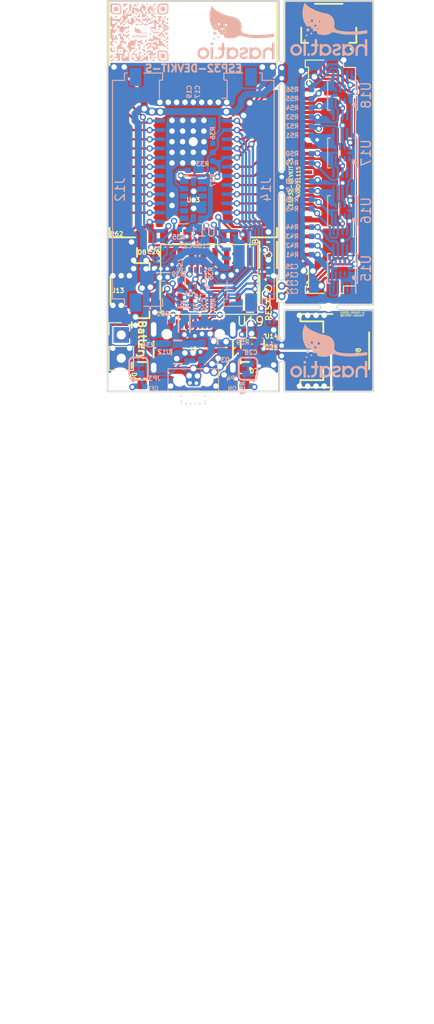
<source format=kicad_pcb>
(kicad_pcb (version 20221018) (generator pcbnew)
  (layers (0 "F.Cu" signal) (31 "B.Cu" signal) (34 "B.Paste" user) (35 "F.Paste" user) (36 "B.SilkS" user "B.Silkscreen") (37 "F.SilkS" user "F.Silkscreen") (38 "B.Mask" user) (39 "F.Mask" user) (44 "Edge.Cuts" user))
  (net 0 "")
  (net 1 "3.3V")
  (net 2 "GND")
  (net 3 "V_USB")
  (net 4 "V_BATT")
  (net 5 "VIN")
  (net 6 "/GPIO_36{slash}ADC1_0")
  (net 7 "/CH340-DTR")
  (net 8 "/~{RESET}")
  (net 9 "/CH340-RTS")
  (net 10 "/GPIO_39{slash}ADC1_3")
  (net 11 "/GPIO_34{slash}ADC1_6")
  (net 12 "/GPIO_35{slash}ADC1_7")
  (net 13 "/GPIO_32{slash}ADC1_4")
  (net 14 "/GPIO_33{slash}ADC1_5")
  (net 15 "/GPIO_25{slash}ADC2_8")
  (net 16 "/GPIO_26{slash}ADC2_9")
  (net 17 "/D+")
  (net 18 "/D-")
  (net 19 "/GPIO_27{slash}ADC2_7")
  (net 20 "/GPIO_14{slash}ADC2_6")
  (net 21 "/GPIO_12{slash}ADC2_5")
  (net 22 "/GPIO_13{slash}ADC2_4{slash}LED")
  (net 23 "/GPIO_9{slash}SHD")
  (net 24 "/GPIO_10{slash}SWP")
  (net 25 "/GPIO_11{slash}SCS")
  (net 26 "/GPIO_6{slash}SCK")
  (net 27 "/GPIO_22{slash}SCL")
  (net 28 "/GPIO_21{slash}SDA")
  (net 29 "/GPIO_23{slash}COPI")
  (net 30 "/GPIO_1{slash}TX")
  (net 31 "/GPIO_3{slash}RX")
  (net 32 "/GPIO_19{slash}CIPO")
  (net 33 "/GPIO_18{slash}SCK")
  (net 34 "/GPIO_5{slash}SD_CS")
  (net 35 "/GPIO_17{slash}TX")
  (net 36 "/GPIO_16{slash}RX")
  (net 37 "/GPIO_4{slash}ADC2_0")
  (net 38 "/GPIO_0{slash}ADC2_1{slash}QPWR")
  (net 39 "/GPIO_15{slash}ADC2_3")
  (net 40 "/GPIO_8{slash}SDI")
  (net 41 "/GPIO_7{slash}SDO")
  (net 42 "/GPIO_2{slash}ADC2_2")
  (net 43 "/A1")
  (net 44 "/A2")
  (net 45 "/A3")
  (net 46 "/A4")
  (net 47 "/A5")
  (net 48 "/A6")
  (net 49 "/A7")
  (net 50 "/A8")
  (net 51 "/A9")
  (net 52 "/A10")
  (net 53 "/A11")
  (net 54 "/A12")
  (net 55 "/A13")
  (net 56 "/A14")
  (net 57 "/A15")
  (net 58 "/A16")
  (net 59 "/EN")
  (net 60 "/V")
  (net 61 "Net-(D6-PadA)")
  (net 62 "Net-(D7-PadA)")
  (net 63 "Net-(U14-STAT)")
  (net 64 "Net-(D8-PadA)")
  (net 67 "Net-(J9-CC1)")
  (net 68 "Net-(J9-CC2)")
  (net 71 "Net-(JP3-Pad1)")
  (net 72 "Net-(JP4-Pad1)")
  (net 73 "Net-(Q4B-B)")
  (net 74 "Net-(Q4A-B)")
  (net 75 "Net-(U11-SDO{slash}ADDR)")
  (net 76 "Net-(U11-~{CS})")
  (net 77 "Net-(U14-PROG)")
  (footprint "Panelization:mouse-bite-1mm 2" (layer "F.Cu") (at 110.786735 80.86 90)
    (fp_text reference "mouse-bite-emm-slot" hide)
    (fp_text value "VAL**" hide)
  )
  (footprint "SparkFun ESP32 Thing Plus C:ESP-WROOM-32-NARROW" (layer "F.Cu") (at 101.146735 56.806954 90)
    (fp_text reference "U13")
    (fp_text value ">VALUE")
  )
  (footprint "SparkFun ESP32 Thing Plus C:LED-0603" (layer "F.Cu") (at 95.566735 83.683 90)
    (fp_text reference "D6")
    (fp_text value "RED")
  )
  (footprint "SparkFun ESP32 Thing Plus C:LED-0603" (layer "F.Cu") (at 106.736735 83.67 90)
    (fp_text reference "D7")
    (fp_text value "Yellow")
  )
  (footprint "SparkFun ESP32 Thing Plus C:0402-TIGHT" (layer "F.Cu") (at 97.07 71.26 90)
    (fp_text reference "C26")
    (fp_text value "0.1uF")
  )
  (footprint "" (layer "F.Cu") (at 93.176735 83.92)
    (fp_text reference "")
    (fp_text value "")
  )
  (footprint "SparkFun ESP32 Thing Plus C:USB-C-16P-2LAYER-PADS" (layer "F.Cu") (at 101.146032 77.615092)
    (fp_text reference "J9")
    (fp_text value "USB_C_2-LAYER_PADS")
  )
  (footprint "Panelization:mouse-bite-1mm 2" (layer "F.Cu") (at 110.786735 62.48 90)
    (fp_text reference "mouse-bite-emm-slot" hide)
    (fp_text value "VAL**" hide)
  )
  (footprint "PCM_Package_SO_AKL:SOIC-16_3.9x9.9mm_P1.27mm" (layer "F.Cu") (at 102.881735 73.095 90)
    (fp_text reference "U19")
    (fp_text value "CH340C" hide)
  )
  (footprint "" (layer "F.Cu") (at 109.126735 83.92)
    (fp_text reference "")
    (fp_text value "")
  )
  (footprint "SparkFun ESP32 Thing Plus C:0402-TIGHT" (layer "F.Cu") (at 92.866735 69.066954 180)
    (fp_text reference "R62")
    (fp_text value "1k")
  )
  (footprint "SparkFun ESP32 Thing Plus C:0402-TIGHT" (layer "F.Cu") (at 109.386735 81.72 -90)
    (fp_text reference "C21")
    (fp_text value "4.7uF")
  )
  (footprint "Panelization:mouse-bite-1mm 2" (layer "F.Cu") (at 110.79 74.36 90)
    (fp_text reference "mouse-bite-emm-slot" hide)
    (fp_text value "VAL**" hide)
  )
  (footprint "SparkFun ESP32 Thing Plus C:JST-2-SMD" (layer "F.Cu") (at 117.3217 80.86 -90)
    (fp_text reference "J8")
    (fp_text value "JST_2MM_MALE")
  )
  (footprint "SparkFun ESP32 Thing Plus C:JST04_1MM_RA" (layer "F.Cu") (at 115.92 47.655 180)
    (fp_text reference "J10")
    (fp_text value "QWIIC_RIGHT_ANGLE")
  )
  (footprint "Panelization:mouse-bite-1mm x2" (layer "F.Cu") (at 115.92 76.128654)
    (fp_text reference "mouse-bite-1mm-slot" hide)
    (fp_text value "VAL**" hide)
  )
  (footprint "SparkFun ESP32 Thing Plus C:LED-0603" (layer "F.Cu") (at 93.426735 70.146954)
    (fp_text reference "D8")
    (fp_text value "BLUE")
  )
  (footprint "Connector_FFC-FPC:Molex_200528-0200_1x20-1MP_P1.00mm_Horizontal" (layer "F.Cu") (at 114.529537 61.895247 90)
    (fp_text reference "J11" hide)
    (fp_text value "Conn_01x20")
  )
  (footprint "SparkFun ESP32 Thing Plus C:JST04_1MM_RA" (layer "F.Cu") (at 96.721735 74.306954 -90)
    (fp_text reference "J13")
    (fp_text value "QWIIC_RIGHT_ANGLE")
  )
  (footprint "Switches:TACTILE_SWITCH_SMD_2.8X1.9MM" (layer "F.Cu") (at 109.325 70.415 90)
    (fp_text reference "S4" hide)
    (fp_text value "B")
  )
  (footprint "Connector_PinHeader_2.54mm:PinHeader_1x02_P2.54mm_Vertical" (layer "F.Cu") (at 93.293265 79.134592)
    (fp_text reference "REF**" hide)
    (fp_text value "PinHeader_1x02_P2.54mm_Vertical")
  )
  (footprint "Switches:TACTILE_SWITCH_SMD_2.8X1.9MM" (layer "F.Cu") (at 109.325 74.075 -90)
    (fp_text reference "S3" hide)
    (fp_text value "RES")
  )
  (footprint "SparkFun ESP32 Thing Plus C:SOT23-5" (layer "F.Cu") (at 107.596735 80.136817)
    (fp_text reference "U14")
    (fp_text value "MCP73831")
  )
  (footprint "SparkFun ESP32 Thing Plus C:CREATIVE_COMMONS" (layer "F.Cu") (at 119.9261 153.2636)
    (fp_text reference "FRAME1" hide)
    (fp_text value "FRAME-LEDGER" hide)
  )
  (footprint "Panelization:mouse-bite-1mm 2" (layer "F.Cu") (at 110.786735 50.61 90)
    (fp_text reference "mouse-bite-emm-slot" hide)
    (fp_text value "VAL**" hide)
  )
  (footprint "SparkFun ESP32 Thing Plus C:0402-TIGHT" (layer "B.Cu") (at 113.545297 70.395247 180)
    (fp_text reference "R41")
    (fp_text value "150k")
  )
  (footprint "SparkFun ESP32 Thing Plus C:0402-TIGHT" (layer "B.Cu") (at 103.319851 77.49 90)
    (fp_text reference "R60")
    (fp_text value "5.1k")
  )
  (footprint "logo:Hasatio_logo_mini" (layer "B.Cu") (at 105.70054 46.18 180)
    (fp_text reference "G***" hide)
    (fp_text value "LOGO" hide)
  )
  (footprint "SparkFun ESP32 Thing Plus C:0402-TIGHT" (layer "B.Cu") (at 99.26 70.16 90)
    (fp_text reference "R57")
    (fp_text value "10k")
  )
  (footprint "SparkFun ESP32 Thing Plus C:0402-TIGHT" (layer "B.Cu") (at 113.545297 64.395247 180)
    (fp_text reference "R46")
    (fp_text value "150k")
  )
  (footprint "SparkFun ESP32 Thing Plus C:0402-TIGHT" (layer "B.Cu") (at 103.27 60.68 90)
    (fp_text reference "R37")
    (fp_text value "4k7")
  )
  (footprint "Silicon-Standard:QFN-10-RSE" (layer "B.Cu") (at 117.420763 53.01856 90)
    (fp_text reference ">NAME" hide)
    (fp_text value ">VALUE" hide)
  )
  (footprint "Package_SO:TSSOP-10_3x3mm_P0.5mm" (layer "B.Cu") (at 117.420763 65.589 90)
    (fp_text reference "U16")
    (fp_text value "ADS1115IDGS")
  )
  (footprint "Silicon-Standard:QFN-10-RSE" (layer "B.Cu") (at 117.420763 71.88 90)
    (fp_text reference ">NAME" hide)
    (fp_text value ">VALUE" hide)
  )
  (footprint "SparkFun ESP32 Thing Plus C:0402-TIGHT" (layer "B.Cu") (at 113.545878 73.5 180)
    (fp_text reference "C23")
    (fp_text value "1.0uF")
  )
  (footprint "logo:Hasatio_logo_mini" (layer "B.Cu") (at 115.83 80.88 180)
    (fp_text reference "G***" hide)
    (fp_text value "LOGO" hide)
  )
  (footprint "logo:qr-esp32-devkit-s" (layer "B.Cu") (at 95.28 46.17 180)
    (fp_text reference "G***" hide)
    (fp_text value "LOGO" hide)
  )
  (footprint "SparkFun ESP32 Thing Plus C:0402-TIGHT" (layer "B.Cu") (at 113.545297 57.395247)
    (fp_text reference "R51")
    (fp_text value "150k")
  )
  (footprint "Package_SO:TSSOP-10_3x3mm_P0.5mm" (layer "B.Cu") (at 117.420763 53.01856 90)
    (fp_text reference "U18")
    (fp_text value "ADS1115IDGS")
  )
  (footprint "SparkFun ESP32 Thing Plus C:0402-TIGHT" (layer "B.Cu") (at 95.336735 84.73 180)
    (fp_text reference "R40")
    (fp_text value "1k")
  )
  (footprint "SparkFun ESP32 Thing Plus C:0402-TIGHT" (layer "B.Cu") (at 100.51 70.62 -90)
    (fp_text reference "C27")
    (fp_text value "1.0uF")
  )
  (footprint "SparkFun ESP32 Thing Plus C:0402-TIGHT" (layer "B.Cu") (at 113.545878 72.6 180)
    (fp_text reference "C24")
    (fp_text value "1.0uF")
  )
  (footprint "Connector_FFC-FPC:Molex_200528-0200_1x20-1MP_P1.00mm_Horizontal" (layer "B.Cu") (at 96.636735 63.306954 90)
    (fp_text reference "J12")
    (fp_text value "Conn_01x20" hide)
  )
  (footprint "Package_LGA:LGA-14_3x5mm_P0.8mm_LayoutBorder1x6y" (layer "B.Cu") (at 101.146735 64.416954 180)
    (fp_text reference "U11")
    (fp_text value "ADXL345" hide)
  )
  (footprint "SparkFun ESP32 Thing Plus C:SMT-JUMPER_2_NC_TRACE_SILK" (layer "B.Cu") (at 95.18 82.8093 90)
    (fp_text reference "JP3")
    (fp_text value "JUMPER-SMT_2_NC_TRACE_SILK")
  )
  (footprint "SparkFun ESP32 Thing Plus C:DFN-8" (layer "B.Cu") (at 109.23 78.6 180)
    (fp_text reference "U20")
    (fp_text value "MAX17048")
  )
  (footprint "SparkFun ESP32 Thing Plus C:0402-TIGHT" (layer "B.Cu") (at 113.545878 74.4 180)
    (fp_text reference "C22")
    (fp_text value "1.0uF")
  )
  (footprint "SparkFun ESP32 Thing Plus C:0402-TIGHT" (layer "B.Cu") (at 101.61 54.3 90)
    (fp_text reference "C17")
    (fp_text value "1.0uF")
  )
  (footprint "SparkFun ESP32 Thing Plus C:0402-TIGHT" (layer "B.Cu") (at 113.545297 67.395247 180)
    (fp_text reference "R44")
    (fp_text value "150k")
  )
  (footprint "Package_SO:TSSOP-10_3x3mm_P0.5mm" (layer "B.Cu") (at 117.419263 59.308 90)
    (fp_text reference "U17")
    (fp_text value "ADS1115IDGS")
  )
  (footprint "SparkFun ESP32 Thing Plus C:0402-TIGHT" (layer "B.Cu") (at 106.54 78.59 -90)
    (fp_text reference "R59")
    (fp_text value "2.0k")
  )
  (footprint "SparkFun ESP32 Thing Plus C:SOT23-3" (layer "B.Cu") (at 103.106735 80.93 90)
    (fp_text reference "Q3")
    (fp_text value "DMG2305UX 20V/4.2A/52mΩ/1.4W")
  )
  (footprint "SparkFun ESP32 Thing Plus C:0402-TIGHT" (layer "B.Cu") (at 99.716735 73.73 -90)
    (fp_text reference "R39")
    (fp_text value "10k")
  )
  (footprint "SparkFun ESP32 Thing Plus C:0402-TIGHT" (layer "B.Cu") (at 113.545297 62.395247 180)
    (fp_text reference "R48")
    (fp_text value "150k")
  )
  (footprint "Button_Switch_SMD:SW_SPDT_k3-1295" (layer "B.Cu") (at 101.146735 84.077988 180)
    (fp_text reference "SW2" hide)
    (fp_text value "ON                      OFF")
  )
  (footprint "SparkFun ESP32 Thing Plus C:0402-TIGHT" (layer "B.Cu") (at 101.08 61.2)
    (fp_text reference "R33")
    (fp_text value "4k7")
  )
  (footprint "SparkFun ESP32 Thing Plus C:0402-TIGHT" (layer "B.Cu") (at 105.796735 81.05)
    (fp_text reference "C28")
    (fp_text value "0.1uF")
  )
  (footprint "Silicon-Standard:QFN-10-RSE" (layer "B.Cu") (at 117.414718 59.304893 90)
    (fp_text reference ">NAME" hide)
    (fp_text value ">VALUE" hide)
  )
  (footprint "Package_SO:TSSOP-10_3x3mm_P0.5mm" (layer "B.Cu") (at 117.420763 71.88 90)
    (fp_text reference "U15")
    (fp_text value "ADS1115IDGS")
  )
  (footprint "SparkFun ESP32 Thing Plus C:0402-TIGHT" (layer "B.Cu") (at 102.31 70.62 -90)
    (fp_text reference "C16")
    (fp_text value "1.0uF")
  )
  (footprint "SparkFun ESP32 Thing Plus C:0402-TIGHT" (layer "B.Cu") (at 101.436735 78.39 -90)
    (fp_text reference "R32")
    (fp_text value "10k")
  )
  (footprint "SparkFun ESP32 Thing Plus C:0402-TIGHT" (layer "B.Cu") (at 103.27 58.77 -90)
    (fp_text reference "R36")
    (fp_text value "4k7")
  )
  (footprint "SparkFun ESP32 Thing Plus C:0402-TIGHT" (layer "B.Cu") (at 113.545297 54.395247)
    (fp_text reference "R54")
    (fp_text value "150k")
  )
  (footprint "SparkFun ESP32 Thing Plus C:0402-TIGHT" (layer "B.Cu") (at 113.545297 60.395247)
    (fp_text reference "R49")
    (fp_text value "150k")
  )
  (footprint "SparkFun ESP32 Thing Plus C:0402-TIGHT" (layer "B.Cu") (at 113.545297 52.395247)
    (fp_text reference "R56")
    (fp_text value "150k")
  )
  (footprint "SparkFun ESP32 Thing Plus C:SC70-6" (layer "B.Cu") (at 101.386735 72.95 180)
    (fp_text reference "Q4")
    (fp_text value "MBT3904DW1T1")
  )
  (footprint "SparkFun ESP32 Thing Plus C:0402-TIGHT" (layer "B.Cu") (at 113.545297 53.395247)
    (fp_text reference "R55")
    (fp_text value "150k")
  )
  (footprint "SparkFun ESP32 Thing Plus C:0402-TIGHT" (layer "B.Cu") (at 113.545297 55.395247)
    (fp_text reference "R53")
    (fp_text value "150k")
  )
  (footprint "SparkFun ESP32 Thing Plus C:0402-TIGHT" (layer "B.Cu") (at 101.926735 76.99)
    (fp_text reference "C15")
    (fp_text value "1.0uF")
  )
  (footprint "SparkFun ESP32 Thing Plus C:0402-TIGHT" (layer "B.Cu") (at 103.056735 74.08 90)
    (fp_text reference "R38")
    (fp_text value "10k")
  )
  (footprint "SparkFun ESP32 Thing Plus C:0402-TIGHT" (layer "B.Cu") (at 113.545297 65.395247 180)
    (fp_text reference "R45")
    (fp_text value "150k")
  )
  (footprint "logo:Hasatio_logo_mini" (layer "B.Cu") (at 115.83054 45.81 180)
    (fp_text reference "G***" hide)
    (fp_text value "LOGO" hide)
  )
  (footprint "SparkFun ESP32 Thing Plus C:SOT23-5" (layer "B.Cu") (at 99.466835 81.01 -90)
    (property "Value" "")
    (fp_text reference "U12")
    (fp_text value "AP2112K-3.3" hide)
  )
  (footprint "SparkFun ESP32 Thing Plus C:0402-TIGHT" (layer "B.Cu") (at 100.7 54.3 90)
    (fp_text reference "C19")
    (fp_text value "10uF")
  )
  (footprint "Connector_FFC-FPC:Molex_200528-0200_1x20-1MP_P1.00mm_Horizontal" (layer "B.Cu") (at 105.656735 63.306954 -90)
    (fp_text reference "J14")
    (fp_text value "Conn_01x20" hide)
  )
  (footprint "SparkFun ESP32 Thing Plus C:0402-TIGHT" (layer "B.Cu") (at 100.136735 67.646954 180)
    (fp_text reference "R35")
    (fp_text value "10k")
  )
  (footprint "SparkFun ESP32 Thing Plus C:0402-TIGHT" (layer "B.Cu") (at 113.545297 59.395247)
    (fp_text reference "R50")
    (fp_text value "150k")
  )
  (footprint "SparkFun ESP32 Thing Plus C:0402-TIGHT" (layer "B.Cu") (at 113.545297 56.395247)
    (fp_text reference "R52")
    (fp_text value "150k")
  )
  (footprint "Silicon-Standard:QFN-10-RSE" (layer "B.Cu") (at 117.413678 65.584953 90)
    (fp_text reference ">NAME" hide)
    (fp_text value ">VALUE" hide)
  )
  (footprint "SparkFun ESP32 Thing Plus C:SOD-323" (layer "B.Cu") (at 100.156735 77.92 -90)
    (fp_text reference "D5")
    (fp_text value "S4 3A/10V/280mV")
  )
  (footprint "SparkFun ESP32 Thing Plus C:SMT-JUMPER_2_NC_TRACE_SILK" (layer "B.Cu") (at 107.12 82.8293 90)
    (fp_text reference "JP4")
    (fp_text value "JUMPER-SMT_2_NC_TRACE_SILK")
  )
  (footprint "SparkFun ESP32 Thing Plus C:0402-TIGHT" (layer "B.Cu") (at 113.545297 63.395247 180)
    (fp_text reference "R47")
    (fp_text value "150k")
  )
  (footprint "SparkFun ESP32 Thing Plus C:0402-TIGHT" (layer "B.Cu") (at 102.336735 78.39 90)
    (fp_text reference "C20")
    (fp_text value "4.7uF")
  )
  (footprint "SparkFun ESP32 Thing Plus C:0402-TIGHT" (layer "B.Cu") (at 106.966735 84.73)
    (fp_text reference "R58")
    (fp_text value "1k")
  )
  (footprint "SparkFun ESP32 Thing Plus C:0402-TIGHT" (layer "B.Cu") (at 113.545297 68.395247 180)
    (fp_text reference "R43")
    (fp_text value "150k")
  )
  (footprint "SparkFun ESP32 Thing Plus C:0402-TIGHT" (layer "B.Cu") (at 96.256735 80.93 180)
    (fp_text reference "R34")
    (fp_text value "10k")
  )
  (footprint "SparkFun ESP32 Thing Plus C:0402-TIGHT" (layer "B.Cu") (at 113.545878 71.7 180)
    (fp_text reference "C25")
    (fp_text value "1.0uF")
  )
  (footprint "SparkFun ESP32 Thing Plus C:0402-TIGHT" (layer "B.Cu") (at 101.41 70.62 -90)
    (fp_text reference "C18")
    (fp_text value "10uF" hide)
  )
  (footprint "SparkFun ESP32 Thing Plus C:0402-TIGHT" (layer "B.Cu") (at 98.376735 77.58)
    (fp_text reference "R61")
    (fp_text value "5.1k")
  )
  (footprint "SparkFun ESP32 Thing Plus C:0402-TIGHT" (layer "B.Cu") (at 113.545297 69.395247 180)
    (fp_text reference "R42")
    (fp_text value "150k")
  )
  (gr_line (start 117.11 76.426954) (end 120.75 76.426954) (stroke (width 0.2)) (layer "Edge.Cuts"))
  (gr_arc (start 114.73 75.826954) (mid 115.030011 76.127) (end 114.73 76.426954) (stroke (width 0.1)) (layer "Edge.Cuts"))
  (gr_arc (start 111.086735 61.01) (mid 110.786735 61.31) (end 110.486735 61.01) (stroke (width 0.1)) (layer "Edge.Cuts"))
  (gr_line (start 110.486735 82.33) (end 110.486735 85.29) (stroke (width 0.2)) (layer "Edge.Cuts"))
  (gr_arc (start 110.486735 52.08) (mid 110.786735 51.78) (end 111.086735 52.08) (stroke (width 0.1)) (layer "Edge.Cuts"))
  (gr_line (start 110.486735 42.746954) (end 91.806735 42.746954) (stroke (width 0.2)) (layer "Edge.Cuts"))
  (gr_line (start 110.486735 61.01) (end 110.486735 52.08) (stroke (width 0.2)) (layer "Edge.Cuts"))
  (gr_arc (start 110.486735 75.826954) (mid 110.786735 75.526954) (end 111.086735 75.826954) (stroke (width 0.1)) (layer "Edge.Cuts"))
  (gr_line (start 111.086735 63.95) (end 111.086735 72.89) (stroke (width 0.2)) (layer "Edge.Cuts"))
  (gr_arc (start 110.486735 82.33) (mid 110.786735 82.03) (end 111.086735 82.33) (stroke (width 0.1)) (layer "Edge.Cuts"))
  (gr_line (start 111.086735 75.826954) (end 114.73 75.826954) (stroke (width 0.2)) (layer "Edge.Cuts"))
  (gr_line (start 117.11 75.826954) (end 120.75 75.826954) (stroke (width 0.2)) (layer "Edge.Cuts"))
  (gr_line (start 111.086735 85.293689) (end 120.75 85.296735) (stroke (width 0.2)) (layer "Edge.Cuts"))
  (gr_line (start 110.486735 49.14) (end 110.486735 42.746954) (stroke (width 0.2)) (layer "Edge.Cuts"))
  (gr_arc (start 111.086735 49.14) (mid 110.786735 49.44) (end 110.486735 49.14) (stroke (width 0.1)) (layer "Edge.Cuts"))
  (gr_line (start 111.086735 85.293689) (end 111.086735 82.33) (stroke (width 0.2)) (layer "Edge.Cuts"))
  (gr_line (start 91.806735 42.746954) (end 91.806735 85.29) (stroke (width 0.2)) (layer "Edge.Cuts"))
  (gr_arc (start 111.086735 72.89) (mid 110.786735 73.19) (end 110.486735 72.89) (stroke (width 0.1)) (layer "Edge.Cuts"))
  (gr_line (start 111.086735 76.426954) (end 114.73 76.426954) (stroke (width 0.2)) (layer "Edge.Cuts"))
  (gr_line (start 111.086735 42.746954) (end 111.086735 49.14) (stroke (width 0.2)) (layer "Edge.Cuts"))
  (gr_line (start 110.486735 75.826954) (end 110.486735 79.39) (stroke (width 0.2)) (layer "Edge.Cuts"))
  (gr_line (start 111.086735 52.08) (end 111.086735 61.01) (stroke (width 0.2)) (layer "Edge.Cuts"))
  (gr_arc (start 111.086735 79.39) (mid 110.786735 79.69) (end 110.486735 79.39) (stroke (width 0.1)) (layer "Edge.Cuts"))
  (gr_line (start 120.75 75.826954) (end 120.75 42.746954) (stroke (width 0.2)) (layer "Edge.Cuts"))
  (gr_arc (start 110.486735 63.95) (mid 110.786735 63.65) (end 111.086735 63.95) (stroke (width 0.1)) (layer "Edge.Cuts"))
  (gr_line (start 91.806735 85.29) (end 110.486735 85.29) (stroke (width 0.2)) (layer "Edge.Cuts"))
  (gr_line (start 120.75 42.746954) (end 111.086735 42.746954) (stroke (width 0.2)) (layer "Edge.Cuts"))
  (gr_arc (start 117.11 76.426954) (mid 116.810011 76.127) (end 117.11 75.826954) (stroke (width 0.1)) (layer "Edge.Cuts"))
  (gr_line (start 110.486735 63.95) (end 110.486735 72.89) (stroke (width 0.2)) (layer "Edge.Cuts"))
  (gr_line (start 120.75 76.426954) (end 120.75 85.296735) (stroke (width 0.2)) (layer "Edge.Cuts"))
  (gr_line (start 111.086735 76.426954) (end 111.086735 79.39) (stroke (width 0.2)) (layer "Edge.Cuts"))
  (gr_text "ESP32-DEVKIT-S" (at 101.17 50.09) (layer "B.SilkS") (effects (font (size 0.8 0.8) (thickness 0.2) bold) (justify mirror)))
  (gr_text "-" (at 94.38 82.45 90) (layer "F.SilkS") (effects (font (size 0.8 0.8) (thickness 0.2) bold)))
  (gr_text "ESP32-DEVKIT-S" (at 118.486735 76.726954) (layer "F.SilkS") (effects (font (size 0.2 0.2) (thickness 0.05) bold)))
  (gr_text "BATTERY-SOCKET" (at 118.486735 77.026954) (layer "F.SilkS") (effects (font (size 0.2 0.2) (thickness 0.05) bold)))
  (gr_text "Battery" (at 95.566735 79.68 270) (layer "F.SilkS") (effects (font (size 0.8 0.8) (thickness 0.2) bold)))
  (gr_text "4XADS1115" (at 112.60001 62.478293 90) (layer "F.SilkS") (effects (font (size 0.4 0.4) (thickness 0.1) bold)))
  (gr_text "+" (at 94.38 78.06 90) (layer "F.SilkS") (effects (font (size 0.8 0.8) (thickness 0.2) bold)))
  (gr_text "ESP32-DEVKIT-S" (at 111.8 62.48 90) (layer "F.SilkS") (effects (font (size 0.4 0.4) (thickness 0.1) bold)))
  (segment (start 110.786735 50.05) (end 111.21 50.05) (width 0.762) (layer "F.Cu") (net 1))
  (segment (start 97.737245 72.05845) (end 99.191131 72.05845) (width 0.508) (layer "F.Cu") (net 1))
  (segment (start 114.1852 72.320458) (end 114.1852 72.171749) (width 0.508) (layer "F.Cu") (net 1))
  (segment (start 117.233731 65.823731) (end 117.233731 61.906269) (width 0.3048) (layer "F.Cu") (net 1))
  (segment (start 98.898735 70.95) (end 98.898735 71.72453) (width 0.762) (layer "F.Cu") (net 1))
  (segment (start 97.906735 70.02) (end 97.910781 70.015954) (width 0.762) (layer "F.Cu") (net 1))
  (segment (start 111.21 50.05) (end 111.36 49.9) (width 0.762) (layer "F.Cu") (net 1))
  (segment (start 116.51687 51.628647) (end 115.233581 51.628647) (width 0.3048) (layer "F.Cu") (net 1))
  (segment (start 96.4615 73.930452) (end 95.666014 73.930452) (width 0.762) (layer "F.Cu") (net 1))
  (segment (start 98.44 70.19) (end 98.44 70.815) (width 0.762) (layer "F.Cu") (net 1))
  (segment (start 117.95 66.837875) (end 117.95 65.58) (width 0.25) (layer "F.Cu") (net 1))
  (segment (start 118.382473 59.280322) (end 117.569774 58.467623) (width 0.3048) (layer "F.Cu") (net 1))
  (segment (start 118.382473 57.10151) (end 118.382473 53.49425) (width 0.3048) (layer "F.Cu") (net 1))
  (segment (start 96.004735 71.03) (end 96.867235 71.8925) (width 0.762) (layer "F.Cu") (net 1))
  (segment (start 110.86 51.17) (end 111.700735 52.010735) (width 0.508) (layer "F.Cu") (net 1))
  (segment (start 110.786735 51.17) (end 111.036526 51.17) (width 0.762) (layer "F.Cu") (net 1))
  (segment (start 98.72 70.95) (end 98.72 70.015954) (width 0.762) (layer "F.Cu") (net 1))
  (segment (start 117.597345 45.262947) (end 116.858053 45.262947) (width 0.3048) (layer "F.Cu") (net 1))
  (segment (start 97.906735 70.43) (end 97.906735 71.285265) (width 0.762) (layer "F.Cu") (net 1))
  (segment (start 112.85001 45.361) (end 116.76 45.361) (width 0.508) (layer "F.Cu") (net 1))
  (segment (start 111.526224 51.659698) (end 111.526224 51.741338) (width 0.762) (layer "F.Cu") (net 1))
  (segment (start 112.103537 49.543537) (end 112.06 49.5) (width 0.508) (layer "F.Cu") (net 1))
  (segment (start 97.910781 70.015954) (end 98.892689 70.015954) (width 0.762) (layer "F.Cu") (net 1))
  (segment (start 98.72 71.585198) (end 98.72 70.055473) (width 0.762) (layer "F.Cu") (net 1))
  (segment (start 110.786735 51.17) (end 111.211734 50.745001) (width 0.762) (layer "F.Cu") (net 1))
  (segment (start 96.005207 71.93195) (end 98.587875 71.93195) (width 0.762) (layer "F.Cu") (net 1))
  (segment (start 116.847537 75.473247) (end 117.049537 75.473247) (width 0.25) (layer "F.Cu") (net 1))
  (segment (start 112.103537 71.478293) (end 112.103537 72.291801) (width 0.508) (layer "F.Cu") (net 1))
  (segment (start 102.246735 75.114053) (end 99.229708 72.097027) (width 0.508) (layer "F.Cu") (net 1))
  (segment (start 115.125537 75.447247) (end 115.099537 75.473247) (width 0.25) (layer "F.Cu") (net 1))
  (segment (start 113.502909 73.002749) (end 114.1852 72.320458) (width 0.508) (layer "F.Cu") (net 1))
  (segment (start 98.72 70.055473) (end 98.44 70.055473) (width 0.762) (layer "F.Cu") (net 1))
  (segment (start 117.343537 75.447247) (end 115.125537 75.447247) (width 0.25) (layer "F.Cu") (net 1))
  (segment (start 95.666014 73.930452) (end 95.562276 74.03419) (width 0.762) (layer "F.Cu") (net 1))
  (segment (start 111.022316 50.05) (end 111.593546 49.47877) (width 0.762) (layer "F.Cu") (net 1))
  (segment (start 110.786735 51.17) (end 110.86 51.17) (width 0.508) (layer "F.Cu") (net 1))
  (segment (start 112.103537 52.78) (end 112.103537 49.543537) (width 0.508) (layer "F.Cu") (net 1))
  (segment (start 97.603295 71.9245) (end 97.906735 71.62106) (width 0.762) (layer "F.Cu") (net 1))
  (segment (start 97.751 71.441) (end 97.432 71.76) (width 0.762) (layer "F.Cu") (net 1))
  (segment (start 114.852467 51.247533) (end 114.44 50.835066) (width 0.3048) (layer "F.Cu") (net 1))
  (segment (start 111.211734 50.745001) (end 111.241091 50.745001) (width 0.762) (layer "F.Cu") (net 1))
  (segment (start 93.854735 51.646954) (end 92.908735 51.646954) (width 0.762) (layer "F.Cu") (net 1))
  (segment (start 98.44 70.055473) (end 98.44 70.66) (width 0.762) (layer "F.Cu") (net 1))
  (segment (start 115.233581 51.628647) (end 114.852467 51.247533) (width 0.3048) (layer "F.Cu") (net 1))
  (segment (start 95.855937 54.540917) (end 96.002889 54.540917) (width 0.762) (layer "F.Cu") (net 1))
  (segment (start 114.351678 50.996269) (end 114.601203 50.996269) (width 0.3048) (layer "F.Cu") (net 1))
  (segment (start 112.103537 52.78) (end 112.103537 65.127558) (width 0.508) (layer "F.Cu") (net 1))
  (segment (start 119.02121 72.053472) (end 119.267341 71.807341) (width 0.254) (layer "F.Cu") (net 1))
  (segment (start 110.786735 51.19) (end 110.986197 51.19) (width 0.762) (layer "F.Cu") (net 1))
  (segment (start 98.44 71.305198) (end 98.72 71.585198) (width 0.762) (layer "F.Cu") (net 1))
  (segment (start 117.545145 45.315147) (end 117.036745 45.315147) (width 0.3048) (layer "F.Cu") (net 1))
  (segment (start 95.800087 54.485067) (end 95.855937 54.540917) (width 0.762) (layer "F.Cu") (net 1))
  (segment (start 117.596412 64.206094) (end 118.409873 63.392633) (width 0.25) (layer "F.Cu") (net 1))
  (segment (start 117.233731 61.906269) (end 117.233731 61.896269) (width 0.3048) (layer "F.Cu") (net 1))
  (segment (start 97.21 71.8925) (end 98.412698 71.8925) (width 0.762) (layer "F.Cu") (net 1))
  (segment (start 99.191131 72.05845) (end 99.229708 72.097027) (width 0.508) (layer "F.Cu") (net 1))
  (segment (start 96.598237 73.930452) (end 96.721735 73.806954) (width 0.762) (layer "F.Cu") (net 1))
  (segment (start 112.814485 73.002749) (end 113.502909 73.002749) (width 0.508) (layer "F.Cu") (net 1))
  (segment (start 96.005207 71.93195) (end 97.51405 71.93195) (width 0.762) (layer "F.Cu") (net 1))
  (segment (start 117.952763 66.840638) (end 117.95 66.837875) (width 0.25) (layer "F.Cu") (net 1))
  (segment (start 97.432 71.76) (end 97.07 71.76) (width 0.762) (layer "F.Cu") (net 1))
  (segment (start 116.590399 71.828472) (end 118.29584 71.828472) (width 0.254) (layer "F.Cu") (net 1))
  (segment (start 112.242717 45.361) (end 112.85001 45.361) (width 0.508) (layer "F.Cu") (net 1))
  (segment (start 98.72 71.903265) (end 98.72 71.585198) (width 0.508) (layer "F.Cu") (net 1))
  (segment (start 112.103537 72.291801) (end 112.814485 73.002749) (width 0.508) (layer "F.Cu") (net 1))
  (segment (start 97.906735 70.015954) (end 97.906735 70.43) (width 0.762) (layer "F.Cu") (net 1))
  (segment (start 115.133669 52.18982) (end 114.936925 51.993075) (width 0.3048) (layer "F.Cu") (net 1))
  (segment (start 98.72 71.585198) (end 98.72 70.95) (width 0.762) (layer "F.Cu") (net 1))
  (segment (start 116.591358 52.18982) (end 116.799949 52.398411) (width 0.3048) (layer "F.Cu") (net 1))
  (segment (start 118.026745 45.315147) (end 117.258345 45.315147) (width 0.3048) (layer "F.Cu") (net 1))
  (segment (start 96.650232 54.806954) (end 97.546735 54.806954) (width 0.3048) (layer "F.Cu") (net 1))
  (segment (start 117.233731 61.896269) (end 117.47 61.66) (width 0.3048) (layer "F.Cu") (net 1))
  (segment (start 98.72 71.715553) (end 98.72 71.585198) (width 0.762) (layer "F.Cu") (net 1))
  (segment (start 116.201057 70.411057) (end 115.93 70.14) (width 0.25) (layer "F.Cu") (net 1))
  (segment (start 117.96 55.208759) (end 117.426965 55.741794) (width 0.254) (layer "F.Cu") (net 1))
  (segment (start 117.569774 58.467623) (end 117.569774 57.914209) (width 0.3048) (layer "F.Cu") (net 1))
  (segment (start 96.732288 71.757553) (end 97.688447 71.757553) (width 0.762) (layer "F.Cu") (net 1))
  (segment (start 97.603295 71.9245) (end 97.737245 72.05845) (width 0.508) (layer "F.Cu") (net 1))
  (segment (start 98.72 70.95) (end 98.898735 70.95) (width 0.762) (layer "F.Cu") (net 1))
  (segment (start 97.546735 54.806954) (end 97.543238 54.803457) (width 0.508) (layer "F.Cu") (net 1))
  (segment (start 96.721735 73.806954) (end 95.789512 73.806954) (width 0.762) (layer "F.Cu") (net 1))
  (segment (start 117.596412 64.736808) (end 117.596412 64.206094) (width 0.25) (layer "F.Cu") (net 1))
  (segment (start 97.688447 71.757553) (end 97.898 71.548) (width 0.762) (layer "F.Cu") (net 1))
  (segment (start 117.569774 57.914209) (end 118.382473 57.10151) (width 0.3048) (layer "F.Cu") (net 1))
  (segment (start 93.386735 51.646954) (end 92.908735 51.646954) (width 0.508) (layer "F.Cu") (net 1))
  (segment (start 117.98 59.55) (end 117.67 59.24) (width 0.3048) (layer "F.Cu") (net 1))
  (segment (start 98.412698 71.8925) (end 98.72 71.585198) (width 0.762) (layer "F.Cu") (net 1))
  (segment (start 118.382473 61.507527) (end 118.382473 59.280322) (width 0.3048) (layer "F.Cu") (net 1))
  (segment (start 97.906735 70.43) (end 97.906735 70.02) (width 0.762) (layer "F.Cu") (net 1))
  (segment (start 111.593546 49.47877) (end 111.593546 49.293692) (width 0.762) (layer "F.Cu") (net 1))
  (segment (start 116.858053 45.262947) (end 116.76 45.361) (width 0.3048) (layer "F.Cu") (net 1))
  (segment (start 118.409873 63.392633) (end 118.409873 61.534927) (width 0.25) (layer "F.Cu") (net 1))
  (segment (start 117.768827 70.411057) (end 116.201057 70.411057) (width 0.25) (layer "F.Cu") (net 1))
  (segment (start 98.898735 70.022) (end 98.898735 71.72453) (width 0.762) (layer "F.Cu") (net 1))
  (segment (start 96.268926 54.806954) (end 97.546735 54.806954) (width 0.762) (layer "F.Cu") (net 1))
  (segment (start 96.004735 71.03) (end 96.005207 71.030472) (width 0.762) (layer "F.Cu") (net 1))
  (segment (start 115.796735 72.941247) (end 115.558753 72.941247) (width 0.254) (layer "F.Cu") (net 1))
  (segment (start 95.800087 53.592306) (end 93.854735 51.646954) (width 0.762) (layer "F.Cu") (net 1))
  (segment (start 118.52084 72.053472) (end 119.02121 72.053472) (width 0.254) (layer "F.Cu") (net 1))
  (segment (start 112.103537 52.288293) (end 112.103537 51.687157) (width 0.508) (layer "F.Cu") (net 1))
  (segment (start 118.026745 45.315147) (end 118.530562 45.315147) (width 0.3048) (layer "F.Cu") (net 1))
  (segment (start 114.936925 51.993075) (end 113.703849 50.76) (width 0.3048) (layer "F.Cu") (net 1))
  (segment (start 119.267341 71.807341) (end 119.64 71.434682) (width 0.254) (layer "F.Cu") (net 1))
  (segment (start 115.796735 72.941247) (end 115.477624 72.941247) (width 0.254) (layer "F.Cu") (net 1))
  (segment (start 98.898735 70.95) (end 99.025735 71.077) (width 0.508) (layer "F.Cu") (net 1))
  (segment (start 96.044657 71.8925) (end 97.21 71.8925) (width 0.762) (layer "F.Cu") (net 1))
  (segment (start 96.005207 71.93195) (end 96.044657 71.8925) (width 0.762) (layer "F.Cu") (net 1))
  (segment (start 117.95 67.757853) (end 117.952763 67.75509) (width 0.25) (layer "F.Cu") (net 1))
  (segment (start 117.856745 45.315147) (end 117.908945 45.262947) (width 0.3048) (layer "F.Cu") (net 1))
  (segment (start 98.898735 71.72453) (end 98.693265 71.93) (width 0.762) (layer "F.Cu") (net 1))
  (segment (start 98.44 71.435554) (end 98.44 70.79) (width 0.762) (layer "F.Cu") (net 1))
  (segment (start 96.005207 71.030472) (end 96.005207 71.93195) (width 0.762) (layer "F.Cu") (net 1))
  (segment (start 117.908945 45.262947) (end 118.496745 45.262947) (width 0.3048) (layer "F.Cu") (net 1))
  (segment (start 118.496745 45.262947) (end 117.597345 45.262947) (width 0.3048) (layer "F.Cu") (net 1))
  (segment (start 117.98 61.16) (end 117.98 59.55) (width 0.3048) (layer "F.Cu") (net 1))
  (segment (start 117.96 53.088411) (end 117.96 55.208759) (width 0.254) (layer "F.Cu") (net 1))
  (segment (start 99.035947 71.903265) (end 98.72 71.903265) (width 0.508) (layer "F.Cu") (net 1))
  (segment (start 114.382803 74.036068) (end 113.638871 74.78) (width 0.254) (layer "F.Cu") (net 1))
  (segment (start 110.786735 50.05) (end 111.022316 50.05) (width 0.762) (layer "F.Cu") (net 1))
  (segment (start 115.68385 52.74) (end 116.1 52.74) (width 0.3048) (layer "F.Cu") (net 1))
  (segment (start 110.786735 50.05) (end 110.786735 50.346735) (width 0.762) (layer "F.Cu") (net 1))
  (segment (start 98.44 71.518216) (end 98.44 70.79) (width 0.762) (layer "F.Cu") (net 1))
  (segment (start 110.786735 51.17) (end 110.786735 50.05) (width 0.762) (layer "F.Cu") (net 1))
  (segment (start 118.842629 72.941247) (end 115.796735 72.941247) (width 0.254) (layer "F.Cu") (net 1))
  (segment (start 98.72 70.015954) (end 98.436735 70.015954) (width 0.762) (layer "F.Cu") (net 1))
  (segment (start 116.591358 52.18982) (end 115.133669 52.18982) (width 0.3048) (layer "F.Cu") (net 1))
  (segment (start 96.373128 73.930452) (end 96.24963 73.806954) (width 0.25) (layer "F.Cu") (net 1))
  (segment (start 98.44 70.8) (end 98.44 71.305198) (width 0.762) (layer "F.Cu") (net 1))
  (segment (start 119.64 71.434682) (end 119.64 71.27) (width 0.254) (layer "F.Cu") (net 1))
  (segment (start 118.382473 53.49425) (end 116.51687 51.628647) (width 0.3048) (layer "F.Cu") (net 1))
  (segment (start 119.754664 45.262947) (end 119.77001 45.278293) (width 0.3048) (layer "F.Cu") (net 1))
  (segment (start 117.952763 67.75509) (end 117.952763 66.840638) (width 0.25) (layer "F.Cu") (net 1))
  (segment (start 98.898735 71.72453) (end 98.72 71.903265) (width 0.762) (layer "F.Cu") (net 1))
  (segment (start 119.454445 45.262947) (end 119.486745 45.295247) (width 0.3048) (layer "F.Cu") (net 1))
  (segment (start 112.103537 51.687157) (end 111.908091 51.491711) (width 0.508) (layer "F.Cu") (net 1))
  (segment (start 96.004735 71.03) (end 96.732288 71.757553) (width 0.762) (layer "F.Cu") (net 1))
  (segment (start 97.543238 54.803457) (end 96.444328 54.803457) (width 0.508) (layer "F.Cu") (net 1))
  (segment (start 116.76 45.361) (end 117.009292 45.361) (width 0.508) (layer "F.Cu") (net 1))
  (segment (start 95.800087 54.485067) (end 95.800087 53.592306) (width 0.762) (layer "F.Cu") (net 1))
  (segment (start 119.11001 45.262947) (end 119.754664 45.262947) (width 0.3048) (layer "F.Cu") (net 1))
  (segment (start 118.411501 65.551897) (end 117.596412 64.736808) (width 0.25) (layer "F.Cu") (net 1))
  (segment (start 117.95 65.58) (end 117.82 65.45) (width 0.25) (layer "F.Cu") (net 1))
  (segment (start 96.004735 71.931478) (end 96.004735 71.03) (width 0.762) (layer "F.Cu") (net 1))
  (segment (start 116.42 47.13061) (end 116.42 47.655) (width 0.3048) (layer "F.Cu") (net 1))
  (segment (start 97.906735 71.62106) (end 97.906735 70.43) (width 0.762) (layer "F.Cu") (net 1))
  (segment (start 96.4615 73.930452) (end 96.598237 73.930452) (width 0.762) (layer "F.Cu") (net 1))
  (segment (start 111.700735 52.010735) (end 111.700735 52.29) (width 0.508) (layer "F.Cu") (net 1))
  (segment (start 114.44 50.835066) (end 114.44 50.52) (width 0.3048) (layer "F.Cu") (net 1))
  (segment (start 118.859675 72.958293) (end 118.842629 72.941247) (width 0.254) (layer "F.Cu") (net 1))
  (segment (start 117.47 66.06) (end 117.233731 65.823731) (width 0.3048) (layer "F.Cu") (net 1))
  (segment (start 117.369537 75.473247) (end 117.343537 75.447247) (width 0.25) (layer "F.Cu") (net 1))
  (segment (start 118.496745 45.262947) (end 119.11001 45.262947) (width 0.3048) (layer "F.Cu") (net 1))
  (segment (start 95.789512 73.806954) (end 95.562276 74.03419) (width 0.762) (layer "F.Cu") (net 1))
  (segment (start 111.036526 51.17) (end 111.526224 51.659698) (width 0.762) (layer "F.Cu") (net 1))
  (segment (start 119.11001 45.262947) (end 119.454445 45.262947) (width 0.3048) (layer "F.Cu") (net 1))
  (segment (start 96.005207 71.93195) (end 96.004735 71.931478) (width 0.762) (layer "F.Cu") (net 1))
  (segment (start 97.51405 71.93195) (end 98.44 71.006) (width 0.762) (layer "F.Cu") (net 1))
  (segment (start 117.597345 45.262947) (end 117.545145 45.315147) (width 0.3048) (layer "F.Cu") (net 1))
  (segment (start 119.267341 71.807341) (end 119.352931 71.721751) (width 0.254) (layer "F.Cu") (net 1))
  (segment (start 118.411501 69.768383) (end 117.768827 70.411057) (width 0.25) (layer "F.Cu") (net 1))
  (segment (start 112.85001 45.361) (end 111.972717 45.361) (width 0.508) (layer "F.Cu") (net 1))
  (segment (start 115.558753 72.941247) (end 115.093037 73.406963) (width 0.254) (layer "F.Cu") (net 1))
  (segment (start 99.025735 71.893054) (end 99.229708 72.097027) (width 0.508) (layer "F.Cu") (net 1))
  (segment (start 115.099537 75.473247) (end 116.847537 75.473247) (width 0.25) (layer "F.Cu") (net 1))
  (segment (start 118.026745 45.315147) (end 117.856745 45.315147) (width 0.3048) (layer "F.Cu") (net 1))
  (segment (start 96.867235 71.8925) (end 97.21 71.8925) (width 0.762) (layer "F.Cu") (net 1))
  (segment (start 115.477624 72.941247) (end 114.382803 74.036068) (width 0.254) (layer "F.Cu") (net 1))
  (segment (start 96.002889 54.540917) (end 96.268926 54.806954) (width 0.762) (layer "F.Cu") (net 1))
  (segment (start 112.103537 52.288293) (end 112.103537 52.78) (width 0.508) (layer "F.Cu") (net 1))
  (segment (start 118.411501 67.65) (end 118.411501 65.551897) (width 0.25) (layer "F.Cu") (net 1))
  (segment (start 114.601203 50.996269) (end 114.852467 51.247533) (width 0.3048) (layer "F.Cu") (net 1))
  (segment (start 118.411501 67.858499) (end 118.411501 67.65) (width 0.25) (layer "F.Cu") (net 1))
  (segment (start 99.229708 72.097027) (end 99.035947 71.903265) (width 0.508) (layer "F.Cu") (net 1))
  (segment (start 114.936925 51.993075) (end 115.68385 52.74) (width 0.3048) (layer "F.Cu") (net 1))
  (segment (start 97.595845 71.93195) (end 96.005207 71.93195) (width 0.762) (layer "F.Cu") (net 1))
  (segment (start 112.103537 65.127558) (end 112.103537 71.478293) (width 0.508) (layer "F.Cu") (net 1))
  (segment (start 96.646735 54.803457) (end 96.650232 54.806954) (width 0.3048) (layer "F.Cu") (net 1))
  (segment (start 118.29584 71.828472) (end 118.52084 72.053472) (width 0.254) (layer "F.Cu") (net 1))
  (segment (start 97.906735 71.285265) (end 97.751 71.441) (width 0.762) (layer "F.Cu") (net 1))
  (segment (start 98.693265 71.93) (end 98.396735 71.93) (width 0.762) (layer "F.Cu") (net 1))
  (segment (start 97.603295 71.9245) (end 97.595845 71.93195) (width 0.762) (layer "F.Cu") (net 1))
  (segment (start 98.44 71.006) (end 98.44 70.66) (width 0.762) (layer "F.Cu") (net 1))
  (segment (start 99.025735 71.077) (end 99.025735 71.893054) (width 0.508) (layer "F.Cu") (net 1))
  (segment (start 98.892689 70.015954) (end 98.898735 70.022) (width 0.762) (layer "F.Cu") (net 1))
  (segment (start 110.786735 51.19) (end 111.011537 51.19) (width 0.762) (layer "F.Cu") (net 1))
  (segment (start 102.246735 75.57) (end 102.246735 75.114053) (width 0.508) (layer "F.Cu") (net 1))
  (segment (start 118.409873 61.534927) (end 118.382473 61.507527) (width 0.25) (layer "F.Cu") (net 1))
  (segment (start 96.4615 73.930452) (end 96.373128 73.930452) (width 0.25) (layer "F.Cu") (net 1))
  (segment (start 113.638871 74.78) (end 113.396735 74.78) (width 0.254) (layer "F.Cu") (net 1))
  (segment (start 118.411501 67.65) (end 118.411501 69.768383) (width 0.25) (layer "F.Cu") (net 1))
  (via (at 104.746735 54.806954) (size 0.9) (drill 0.6) (layers "F.Cu" "B.Cu") (net 1))
  (via (at 117.431331 62.582011) (size 0.7) (drill 0.4) (layers "F.Cu" "B.Cu") (net 1))
  (via (at 96.646735 54.803457) (size 0.9) (drill 0.6) (layers "F.Cu" "B.Cu") (net 1))
  (via (at 95.800087 54.485067) (size 0.9) (drill 0.6) (layers "F.Cu" "B.Cu") (net 1))
  (via (at 96.004735 71.03) (size 0.9) (drill 0.6) (layers "F.Cu" "B.Cu") (net 1))
  (via (at 118.186501 66.733757) (size 0.7) (drill 0.4) (layers "F.Cu" "B.Cu") (net 1))
  (via (at 97.546735 54.806954) (size 0.9) (drill 0.6) (layers "F.Cu" "B.Cu") (net 1))
  (via (at 97.603295 71.9245) (size 0.7) (drill 0.4) (layers "F.Cu" "B.Cu") (net 1))
  (via (at 117.417413 68.853092) (size 0.7) (drill 0.4) (layers "F.Cu" "B.Cu") (net 1))
  (via (at 96.851887 71.905515) (size 0.8) (drill 0.5) (layers "F.Cu" "B.Cu") (net 1))
  (via (at 96.005207 71.93195) (size 0.9) (drill 0.6) (layers "F.Cu" "B.Cu") (net 1))
  (via (at 115.093037 73.78192) (size 0.9) (drill 0.6) (layers "F.Cu" "B.Cu") (net 1))
  (via (at 114.1852 72.171749) (size 0.9) (drill 0.6) (layers "F.Cu" "B.Cu") (net 1))
  (via (at 114.351678 50.996269) (size 0.9) (drill 0.6) (layers "F.Cu" "B.Cu") (net 1))
  (via (at 117.426965 56.304446) (size 0.7) (drill 0.4) (layers "F.Cu" "B.Cu") (net 1))
  (via (at 95.562276 74.03419) (size 0.9) (drill 0.6) (layers "F.Cu" "B.Cu") (net 1))
  (via (at 98.306112 71.9245) (size 0.7) (drill 0.4) (layers "F.Cu" "B.Cu") (net 1))
  (via (at 98.836735 71.47) (size 0.7) (drill 0.4) (layers "F.Cu" "B.Cu") (net 1))
  (via (at 96.4615 73.930452) (size 0.9) (drill 0.6) (layers "F.Cu" "B.Cu") (net 1))
  (segment (start 114.042802 74.396924) (end 114.045878 74.4) (width 0.508) (layer "B.Cu") (net 1))
  (segment (start 117.420763 50.86056) (end 117.420763 50.218967) (width 0.25) (layer "B.Cu") (net 1))
  (segment (start 113.184032 52.226947) (end 113.184032 52.396947) (width 0.3048) (layer "B.Cu") (net 1))
  (segment (start 97.546735 54.806954) (end 96.401735 54.806954) (width 0.3048) (layer "B.Cu") (net 1))
  (segment (start 98.412198 71.893) (end 97.037 71.893) (width 0.762) (layer "B.Cu") (net 1))
  (segment (start 102.735 70.215) (end 102.6 70.08) (width 0.762) (layer "B.Cu") (net 1))
  (segment (start 96.755 72.175) (end 96.16 72.77) (width 0.762) (layer "B.Cu") (net 1))
  (segment (start 101.056327 67.272954) (end 101.520735 67.272954) (width 0.508) (layer "B.Cu") (net 1))
  (segment (start 110.786735 50.920209) (end 110.786735 50.05) (width 0.762) (layer "B.Cu") (net 1))
  (segment (start 95.633643 80.093092) (end 95.356735 80.37) (width 0.254) (layer "B.Cu") (net 1))
  (segment (start 117.420763 51.82268) (end 117.669683 52.0716) (width 0.3048) (layer "B.Cu") (net 1))
  (segment (start 114.351678 50.996269) (end 114.694531 50.996269) (width 0.3048) (layer "B.Cu") (net 1))
  (segment (start 95.712246 70.737511) (end 95.712246 73.47) (width 0.762) (layer "B.Cu") (net 1))
  (segment (start 103.002735 63.58) (end 103.002735 62.212735) (width 0.508) (layer "B.Cu") (net 1))
  (segment (start 103.135 70.615) (end 102.841 70.321) (width 0.762) (layer "B.Cu") (net 1))
  (segment (start 98.202992 80.093092) (end 97.286735 80.093092) (width 0.762) (layer "B.Cu") (net 1))
  (segment (start 114.042802 71.828293) (end 114.042802 74.396924) (width 0.508) (layer "B.Cu") (net 1))
  (segment (start 103.27 61.18) (end 103.27 61.483158) (width 0.25) (layer "B.Cu") (net 1))
  (segment (start 115.093037 73.78192) (end 114.964743 73.653626) (width 0.508) (layer "B.Cu") (net 1))
  (segment (start 96.004735 71.219933) (end 96.004735 71.17) (width 0.762) (layer "B.Cu") (net 1))
  (segment (start 110.786735 51.17) (end 110.536944 51.17) (width 0.762) (layer "B.Cu") (net 1))
  (segment (start 114.083802 50.996269) (end 114.078588 50.991055) (width 0.508) (layer "B.Cu") (net 1))
  (segment (start 95.156735 67.33903) (end 95.156735 56.121555) (width 0.762) (layer "B.Cu") (net 1))
  (segment (start 101.88 66.91) (end 101.842003 66.947997) (width 0.508) (layer "B.Cu") (net 1))
  (segment (start 102.146735 66.646954) (end 101.646735 67.146954) (width 0.508) (layer "B.Cu") (net 1))
  (segment (start 96.005207 71.93195) (end 96.044157 71.893) (width 0.762) (layer "B.Cu") (net 1))
  (segment (start 114.351678 50.996269) (end 114.083802 50.996269) (width 0.508) (layer "B.Cu") (net 1))
  (segment (start 95.156735 56.121555) (end 94.789493 55.754313) (width 0.762) (layer "B.Cu") (net 1))
  (segment (start 96.825452 71.93195) (end 96.851887 71.905515) (width 0.762) (layer "B.Cu") (net 1))
  (segment (start 95.712246 74.102246) (end 95.91 74.3) (width 0.762) (layer "B.Cu") (net 1))
  (segment (start 117.420763 50.86056) (end 117.420763 51.836387) (width 0.25) (layer "B.Cu") (net 1))
  (segment (start 96.677802 71.893) (end 96.004735 71.219933) (width 0.762) (layer "B.Cu") (net 1))
  (segment (start 101.994708 70.06) (end 102.016208 70.0815) (width 0.762) (layer "B.Cu") (net 1))
  (segment (start 98.72 71.585198) (end 98.412198 71.893) (width 0.762) (layer "B.Cu") (net 1))
  (segment (start 114.042802 72.314147) (end 114.1852 72.171749) (width 0.508) (layer "B.Cu") (net 1))
  (segment (start 102.270918 66.52277) (end 101.981844 66.811844) (width 0.508) (layer "B.Cu") (net 1))
  (segment (start 103.27 61.18) (end 103.27 61.532054) (width 0.25) (layer "B.Cu") (net 1))
  (segment (start 101.842682 67.146954) (end 101.646735 67.146954) (width 0.508) (layer "B.Cu") (net 1))
  (segment (start 101.646735 67.146954) (end 101.444735 67.348954) (width 0.508) (layer "B.Cu") (net 1))
  (segment (start 103.002735 65.986901) (end 103.002735 63.58) (width 0.508) (layer "B.Cu") (net 1))
  (segment (start 101.842003 66.947997) (end 101.842003 67.556561) (width 0.508) (layer "B.Cu") (net 1))
  (segment (start 95.81 78.29) (end 95.81 79.514) (width 0.762) (layer "B.Cu") (net 1))
  (segment (start 94.789493 55.043521) (end 95.292097 54.540917) (width 0.762) (layer "B.Cu") (net 1))
  (segment (start 103.002735 62.212735) (end 102.92 62.13) (width 0.508) (layer "B.Cu") (net 1))
  (segment (start 115.093037 73.781919) (end 114.1852 72.874082) (width 0.508) (layer "B.Cu") (net 1))
  (segment (start 95.379728 80.347007) (end 95.686735 80.347007) (width 0.254) (layer "B.Cu") (net 1))
  (segment (start 103.27 61.532054) (end 103.105419 61.696635) (width 0.25) (layer "B.Cu") (net 1))
  (segment (start 101.981844 66.811844) (end 101.865735 66.927953) (width 0.508) (layer "B.Cu") (net 1))
  (segment (start 96.044157 71.893) (end 98.412198 71.893) (width 0.762) (layer "B.Cu") (net 1))
  (segment (start 95.712246 73.88422) (end 95.712246 73.47) (width 0.762) (layer "B.Cu") (net 1))
  (segment (start 102.336204 62.416954) (end 102.146735 62.416954) (width 0.25) (layer "B.Cu") (net 1))
  (segment (start 95.356735 80.37) (end 95.556735 80.17) (width 0.254) (layer "B.Cu") (net 1))
  (segment (start 114.964743 73.653626) (end 114.196428 73.653626) (width 0.508) (layer "B.Cu") (net 1))
  (segment (start 102.402056 68.116614) (end 102.383386 68.116614) (width 0.508) (layer "B.Cu") (net 1))
  (segment (start 101.7 69.658456) (end 101.815892 69.658456) (width 0.762) (layer "B.Cu") (net 1))
  (segment (start 96.004735 74.73) (end 96.004735 76.935265) (width 0.762) (layer "B.Cu") (net 1))
  (segment (start 103.105419 61.696635) (end 103.105419 61.847181) (width 0.25) (layer "B.Cu") (net 1))
  (segment (start 117.420763 63.439) (end 117.420763 64.39212) (width 0.3048) (layer "B.Cu") (net 1))
  (segment (start 96.4615 73.930452) (end 96.53 73.861952) (width 0.762) (layer "B.Cu") (net 1))
  (segment (start 102.6015 70.0815) (end 102.735 70.215) (width 0.762) (layer "B.Cu") (net 1))
  (segment (start 96.16 72.77) (end 96.004735 72.77) (width 0.762) (layer "B.Cu") (net 1))
  (segment (start 117.724908 68.853092) (end 117.884908 68.853092) (width 0.3048) (layer "B.Cu") (net 1))
  (segment (start 98.09 71.893) (end 97.4 71.893) (width 0.762) (layer "B.Cu") (net 1))
  (segment (start 113.045297 52.395247) (end 113.045297 70.395247) (width 0.508) (layer "B.Cu") (net 1))
  (segment (start 102.735 70.215) (end 102.53552 70.01552) (width 0.762) (layer "B.Cu") (net 1))
  (segment (start 114.792253 73.78192) (end 114.792252 73.781919) (width 0.508) (layer "B.Cu") (net 1))
  (segment (start 103.27 61.483159) (end 103.27 61.18) (width 0.25) (layer "B.Cu") (net 1))
  (segment (start 118.396012 68.341988) (end 118.396012 66.943268) (width 0.3048) (layer "B.Cu") (net 1))
  (segment (start 117.420763 69.157237) (end 117.724908 68.853092) (width 0.3048) (layer "B.Cu") (net 1))
  (segment (start 96.005207 71.93195) (end 96.825452 71.93195) (width 0.762) (layer "B.Cu") (net 1))
  (segment (start 95.81 77.13) (end 95.81 78.29) (width 0.762) (layer "B.Cu") (net 1))
  (segment (start 103.135 70.615) (end 102.178456 69.658456) (width 0.762) (layer "B.Cu") (net 1))
  (segment (start 96.004735 71.932422) (end 96.005207 71.93195) (width 0.762) (layer "B.Cu") (net 1))
  (segment (start 99.877599 70.427599) (end 100.225198 70.08) (width 0.762) (layer "B.Cu") (net 1))
  (segment (start 104.446735 54.806954) (end 104.746735 54.806954) (width 0.25) (layer "B.Cu") (net 1))
  (segment (start 114.271707 73.628293) (end 114.42 73.48) (width 0.508) (layer "B.Cu") (net 1))
  (segment (start 95.81 79.494587) (end 96.408505 80.093092) (width 0.762) (layer "B.Cu") (net 1))
  (segment (start 101.930003 67.644561) (end 102.275056 67.989614) (width 0.508) (layer "B.Cu") (net 1))
  (segment (start 117.420763 69.73) (end 117.420763 68.856442) (width 0.3048) (layer "B.Cu") (net 1))
  (segment (start 95.81 78.29) (end 95.81 79.494587) (width 0.762) (layer "B.Cu") (net 1))
  (segment (start 102.177721 67.892279) (end 102.66252 68.377078) (width 0.508) (layer "B.Cu") (net 1))
  (segment (start 95.556735 80.17) (end 95.556735 79.39) (width 0.254) (layer "B.Cu") (net 1))
  (segment (start 117.420763 70.677092) (end 117.669683 70.926012) (width 0.3048) (layer "B.Cu") (net 1))
  (segment (start 95.712246 67.894542) (end 95.156735 67.33903) (width 0.762) (layer "B.Cu") (net 1))
  (segment (start 103.002735 63.232) (end 103.002735 62.847007) (width 0.508) (layer "B.Cu") (net 1))
  (segment (start 110.786735 50.05) (end 110.786735 50.990539) (width 0.762) (layer "B.Cu") (net 1))
  (segment (start 97.286735 80.093092) (end 95.633643 80.093092) (width 0.254) (layer "B.Cu") (net 1))
  (segment (start 96.4615 73.930452) (end 96.004735 74.387217) (width 0.762) (layer "B.Cu") (net 1))
  (segment (start 95.770545 74.03419) (end 96.53 73.274735) (width 0.762) (layer "B.Cu") (net 1))
  (segment (start 97.536735 54.816954) (end 96.370207 54.816954) (width 0.3048) (layer "B.Cu") (net 1))
  (segment (start 95.562276 74.03419) (end 95.712246 73.88422) (width 0.762) (layer "B.Cu") (net 1))
  (segment (start 98.412198 71.893) (end 98.09 71.893) (width 0.762) (layer "B.Cu") (net 1))
  (segment (start 116.831854 49.66216) (end 116.0192 49.66216) (width 0.3048) (layer "B.Cu") (net 1))
  (segment (start 102.111257 69.021257) (end 102.402056 68.730457) (width 0.762) (layer "B.Cu") (net 1))
  (segment (start 100.636735 67.646954) (end 100.639128 67.644561) (width 0.508) (layer "B.Cu") (net 1))
  (segment (start 96.004735 74.098954) (end 96.004735 74.73) (width 0.762) (layer "B.Cu") (net 1))
  (segment (start 96.755 72.175) (end 96.53 72.4) (width 0.762) (layer "B.Cu") (net 1))
  (segment (start 117.419263 58.11062) (end 117.419263 57.158) (width 0.3048) (layer "B.Cu") (net 1))
  (segment (start 116.0192 49.66216) (end 114.694531 50.986829) (width 0.3048) (layer "B.Cu") (net 1))
  (segment (start 114.1852 72.874082) (end 114.1852 72.745789) (width 0.508) (layer "B.Cu") (net 1))
  (segment (start 114.792252 73.653626) (end 114.045878 74.4) (width 0.508) (layer "B.Cu") (net 1))
  (segment (start 102.383386 68.116614) (end 102.275056 68.224944) (width 0.508) (layer "B.Cu") (net 1))
  (segment (start 95.686735 80.347007) (end 96.163825 80.347007) (width 0.254) (layer "B.Cu") (net 1))
  (segment (start 117.884908 68.853092) (end 118.396012 68.341988) (width 0.3048) (layer "B.Cu") (net 1))
  (segment (start 103.002735 63.232) (end 103.038769 63.195966) (width 0.25) (layer "B.Cu") (net 1))
  (segment (start 117.420763 50.251069) (end 116.831854 49.66216) (width 0.3048) (layer "B.Cu") (net 1))
  (segment (start 97.551689 54.802) (end 99.815046 54.802) (width 0.762) (layer "B.Cu") (net 1))
  (segment (start 95.292097 54.540917) (end 96.002889 54.540917) (width 0.762) (layer "B.Cu") (net 1))
  (segment (start 97.546735 54.806954) (end 97.551689 54.802) (width 0.762) (layer "B.Cu") (net 1))
  (segment (start 114.474957 74.4) (end 114.045878 74.4) (width 0.508) (layer "B.Cu") (net 1))
  (segment (start 103.537931 54.802) (end 103.99481 55.258879) (width 0.25) (layer "B.Cu") (net 1))
  (segment (start 103.002735 62.847007) (end 102.572682 62.416954) (width 0.508) (layer "B.Cu") (net 1))
  (segment (start 101.474057 69.658456) (end 102.111257 69.021257) (width 0.762) (layer "B.Cu") (net 1))
  (segment (start 96.004735 73.591731) (end 96.004735 72.77) (width 0.762) (layer "B.Cu") (net 1))
  (segment (start 117.420763 69.73) (end 117.420763 69.157237) (width 0.3048) (layer "B.Cu") (net 1))
  (segment (start 117.663638 58.705453) (end 117.663638 58.354995) (width 0.3048) (layer "B.Cu") (net 1))
  (segment (start 115.093037 73.78192) (end 114.792253 73.78192) (width 0.508) (layer "B.Cu") (net 1))
  (segment (start 102.402056 68.116614) (end 102.402056 68.730457) (width 0.508) (layer "B.Cu") (net 1))
  (segment (start 102.92 62.28) (end 102.92 62.13) (width 0.25) (layer "B.Cu") (net 1))
  (segment (start 114.196428 73.781919) (end 114.042802 73.628293) (width 0.508) (layer "B.Cu") (net 1))
  (segment (start 102.26 66.530219) (end 102.146735 66.416954) (width 0.508) (layer "B.Cu") (net 1))
  (segment (start 96.005207 71.030472) (end 95.712246 70.737511) (width 0.762) (layer "B.Cu") (net 1))
  (segment (start 96.265429 54.803457) (end 97.543238 54.803457) (width 0.762) (layer "B.Cu") (net 1))
  (segment (start 102.633046 62.416954) (end 103.02 62.03) (width 0.25) (layer "B.Cu") (net 1))
  (segment (start 96.005207 71.93195) (end 96.005207 71.030472) (width 0.762) (layer "B.Cu") (net 1))
  (segment (start 97.037 71.893) (end 96.755 72.175) (width 0.762) (layer "B.Cu") (net 1))
  (segment (start 101.842003 67.556561) (end 102.177721 67.892279) (width 0.508) (layer "B.Cu") (net 1))
  (segment (start 100.414046 70.06) (end 100.94 70.06) (width 0.762) (layer "B.Cu") (net 1))
  (segment (start 100.682327 67.646954) (end 101.056327 67.272954) (width 0.508) (layer "B.Cu") (net 1))
  (segment (start 103.002735 63.58) (end 103.002735 63.232) (width 0.508) (layer "B.Cu") (net 1))
  (segment (start 95.947039 54.485067) (end 96.265429 54.803457) (width 0.762) (layer "B.Cu") (net 1))
  (segment (start 113.045297 51.418764) (end 113.045297 52.395247) (width 0.508) (layer "B.Cu") (net 1))
  (segment (start 117.420763 69.73) (end 117.420763 70.677092) (width 0.3048) (layer "B.Cu") (net 1))
  (segment (start 100.636735 67.646954) (end 100.682327 67.646954) (width 0.508) (layer "B.Cu") (net 1))
  (segment (start 100.94 70.06) (end 101.994708 70.06) (width 0.762) (layer "B.Cu") (net 1))
  (segment (start 95.562276 74.03419) (end 95.62704 74.098954) (width 0.762) (layer "B.Cu") (net 1))
  (segment (start 102.92 62.28) (end 102.1 62.28) (width 0.25) (layer "B.Cu") (net 1))
  (segment (start 117.417413 68.853092) (end 117.884908 68.853092) (width 0.3048) (layer "B.Cu") (net 1))
  (segment (start 117.420763 62.592579) (end 117.420763 63.439) (width 0.3048) (layer "B.Cu") (net 1))
  (segment (start 101.981844 66.811844) (end 101.646735 67.146954) (width 0.508) (layer "B.Cu") (net 1))
  (segment (start 117.420763 50.86856) (end 117.420763 50.251069) (width 0.3048) (layer "B.Cu") (net 1))
  (segment (start 96.444328 54.803457) (end 97.543238 54.803457) (width 0.508) (layer "B.Cu") (net 1))
  (segment (start 102.904818 66.084818) (end 103.002735 65.986901) (width 0.508) (layer "B.Cu") (net 1))
  (segment (start 114.078588 50.991055) (end 113.473006 50.991055) (width 0.508) (layer "B.Cu") (net 1))
  (segment (start 108.806194 52.90075) (end 106.906918 52.90075) (width 0.762) (layer "B.Cu") (net 1))
  (segment (start 102.783046 62.416954) (end 102.146735 62.416954) (width 0.25) (layer "B.Cu") (net 1))
  (segment (start 103.27 58.27) (end 103.27 57.56962) (width 0.25) (layer "B.Cu") (net 1))
  (segment (start 102.735 70.215) (end 103.135 70.615) (width 0.762) (layer "B.Cu") (net 1))
  (segment (start 103.095 61.355) (end 103.27 61.18) (width 0.25) (layer "B.Cu") (net 1))
  (segment (start 117.663638 58.354995) (end 117.419263 58.11062) (width 0.3048) (layer "B.Cu") (net 1))
  (segment (start 95.356735 80.37) (end 95.379728 80.347007) (width 0.254) (layer "B.Cu") (net 1))
  (segment (start 101.930003 67.644561) (end 102.177721 67.892279) (width 0.508) (layer "B.Cu") (net 1))
  (segment (start 101.969544 69.658456) (end 101.59 69.658456) (width 0.508) (layer "B.Cu") (net 1))
  (segment (start 117.420763 64.39212) (end 117.662598 64.633955) (width 0.3048) (layer "B.Cu") (net 1))
  (segment (start 115.093037 73.78192) (end 115.093037 73.781919) (width 0.508) (layer "B.Cu") (net 1))
  (segment (start 95.356735 80.37) (end 95.18 80.546735) (width 0.254) (layer "B.Cu") (net 1))
  (segment (start 103.135 70.615) (end 104.326954 71.806954) (width 0.762) (layer "B.Cu") (net 1))
  (segment (start 103.99481 56.84481) (end 103.99481 55.258879) (width 0.25) (layer "B.Cu") (net 1))
  (segment (start 95.562276 74.03419) (end 96.004735 73.591731) (width 0.762) (layer "B.Cu") (net 1))
  (segment (start 117.669683 70.926012) (end 117.669683 71.28056) (width 0.3048) (layer "B.Cu") (net 1))
  (segment (start 103.27 57.56962) (end 103.99481 56.84481) (width 0.25) (layer "B.Cu") (net 1))
  (segment (start 117.419263 56.312148) (end 117.419263 57.158) (width 0.3048) (layer "B.Cu") (net 1))
  (segment (start 110.178472 51.528472) (end 110.786735 50.920209) (width 0.762) (layer "B.Cu") (net 1))
  (segment (start 118.162978 66.184393) (end 118.162978 66.710234) (width 0.3048) (layer "B.Cu") (net 1))
  (segment (start 96.004735 76.935265) (end 95.81 77.13) (width 0.762) (layer "B.Cu") (net 1))
  (segment (start 114.129093 50.991055) (end 113.473006 50.991055) (width 0.3048) (layer "B.Cu") (net 1))
  (segment (start 100.225198 70.08) (end 102.6 70.08) (width 0.762) (layer "B.Cu") (net 1))
  (segment (start 117.420763 50.218967) (end 117.414763 50.212967) (width 0.25) (layer "B.Cu") (net 1))
  (segment (start 96.002889 54.540917) (end 96.265429 54.803457) (width 0.762) (layer "B.Cu") (net 1))
  (segment (start 95.800087 54.485067) (end 95.947039 54.485067) (width 0.762) (layer "B.Cu") (net 1))
  (segment (start 102.466866 66.52277) (end 102.270918 66.52277) (width 0.508) (layer "B.Cu") (net 1))
  (segment (start 100.94 69.988456) (end 100.94 70.06) (width 0.762) (layer "B.Cu") (net 1))
  (segment (start 103.095 61.840592) (end 103.095 61.355) (width 0.25) (layer "B.Cu") (net 1))
  (segment (start 98.412198 71.893) (end 96.677802 71.893) (width 0.762) (layer "B.Cu") (net 1))
  (segment (start 118.162978 66.710234) (end 118.186501 66.733757) (width 0.3048) (layer "B.Cu") (net 1))
  (segment (start 103.99481 55.258879) (end 104.446735 54.806954) (width 0.25) (layer "B.Cu") (net 1))
  (segment (start 96.53 72.4) (end 96.53 73.274735) (width 0.762) (layer "B.Cu") (net 1))
  (segment (start 102.275056 68.224944) (end 102.275056 68.857458) (width 0.508) (layer "B.Cu") (net 1))
  (segment (start 102.572682 62.416954) (end 102.146735 62.416954) (width 0.508) (layer "B.Cu") (net 1))
  (segment (start 100.639128 67.644561) (end 101.930003 67.644561) (width 0.508) (layer "B.Cu") (net 1))
  (segment (start 103.131908 61.621251) (end 103.27 61.483159) (width 0.25) (layer "B.Cu") (net 1))
  (segment (start 103.49 54.802) (end 103.537931 54.802) (width 0.25) (layer "B.Cu") (net 1))
  (segment (start 113.045297 70.556293) (end 114.045878 71.556874) (width 0.508) (layer "B.Cu") (net 1))
  (segment (start 96.53 73.861952) (end 96.53 73.274735) (width 0.762) (layer "B.Cu") (net 1))
  (segment (start 95.800087 54.485067) (end 95.347947 54.485067) (width 0.762) (layer "B.Cu") (net 1))
  (segment (start 117.662598 64.633955) (end 117.662598 64.985513) (width 0.3048) (layer "B.Cu") (net 1))
  (segment (start 102.177721 67.892279) (end 102.402056 68.116614) (width 0.508) (layer "B.Cu") (net 1))
  (segment (start 102.6 70.08) (end 102.841 70.321) (width 0.762) (layer "B.Cu") (net 1))
  (segment (start 100.622198 69.683) (end 101.675456 69.683) (width 0.762) (layer "B.Cu") (net 1))
  (segment (start 102.904818 66.084818) (end 102.466866 66.52277) (width 0.508) (layer "B.Cu") (net 1))
  (segment (start 113.473006 50.991055) (end 113.045297 51.418764) (width 0.508) (layer "B.Cu") (net 1))
  (segment (start 102.26 69.368) (end 101.969544 69.658456) (width 0.508) (layer "B.Cu") (net 1))
  (segment (start 103.002735 61.932857) (end 103.095 61.840592) (width 0.25) (layer "B.Cu") (net 1))
  (segment (start 95.712246 73.47) (end 95.712246 74.102246) (width 0.762) (layer "B.Cu") (net 1))
  (segment (start 118.396012 66.943268) (end 118.186501 66.733757) (width 0.3048) (layer "B.Cu") (net 1))
  (segment (start 101.675456 69.683) (end 101.7 69.658456) (width 0.762) (layer "B.Cu") (net 1))
  (segment (start 97.286735 80.093092) (end 96.85 80.093092) (width 0.762) (layer "B.Cu") (net 1))
  (segment (start 110.786735 51.19) (end 110.587273 51.19) (width 0.762) (layer "B.Cu") (net 1))
  (segment (start 95.562276 74.03419) (end 95.770545 74.03419) (width 0.762) (layer "B.Cu") (net 1))
  (segment (start 117.420763 68.856442) (end 117.417413 68.853092) (width 0.3048) (layer "B.Cu") (net 1))
  (segment (start 95.62704 74.098954) (end 96.004735 74.098954) (width 0.762) (layer "B.Cu") (net 1))
  (segment (start 97.546735 54.806954) (end 97.536735 54.816954) (width 0.3048) (layer "B.Cu") (net 1))
  (segment (start 102.66252 68.377078) (end 102.66252 70.14252) (width 0.508) (layer "B.Cu") (net 1))
  (segment (start 101.520735 67.272954) (end 101.646735 67.146954) (width 0.508) (layer "B.Cu") (net 1))
  (segment (start 117.420763 50.86856) (end 117.420763 51.82268) (width 0.3048) (layer "B.Cu") (net 1))
  (segment (start 95.18 80.546735) (end 95.18 82.2886) (width 0.254) (layer "B.Cu") (net 1))
  (segment (start 96.85 80.093092) (end 96.120046 80.093092) (width 0.762) (layer "B.Cu") (net 1))
  (segment (start 102.26 68.741043) (end 102.26 69) (width 0.508) (layer "B.Cu") (net 1))
  (segment (start 99.877599 70.427599) (end 100.622198 69.683) (width 0.762) (layer "B.Cu") (net 1))
  (segment (start 102.275056 68.857458) (end 102.111257 69.021257) (width 0.508) (layer "B.Cu") (net 1))
  (segment (start 103.131908 61.621251) (end 103.131908 62.024631) (width 0.25) (layer "B.Cu") (net 1))
  (segment (start 102.146735 66.416954) (end 102.146735 66.646954) (width 0.508) (layer "B.Cu") (net 1))
  (segment (start 106.346235 53.461433) (end 106.346235 54.154038) (width 0.762) (layer "B.Cu") (net 1))
  (segment (start 102.4075 69.8875) (end 102.735 70.215) (width 0.762) (layer "B.Cu") (net 1))
  (segment (start 96.004735 72.77) (end 96.004735 71.932422) (width 0.762) (layer "B.Cu") (net 1))
  (segment (start 114.042802 72.728293) (end 114.042802 71.688293) (width 0.508) (layer "B.Cu") (net 1))
  (segment (start 102.904818 66.084818) (end 102.572682 66.416954) (width 0.508) (layer "B.Cu") (net 1))
  (segment (start 102.92 62.13) (end 103.02 62.03) (width 0.25) (layer "B.Cu") (net 1))
  (segment (start 98.72 71.585198) (end 99.877599 70.427599) (width 0.762) (layer "B.Cu") (net 1))
  (segment (start 96.004735 74.387217) (end 96.004735 74.73) (width 0.762) (layer "B.Cu") (net 1))
  (segment (start 102.735 70.215) (end 102.341498 69.821498) (width 0.762) (layer "B.Cu") (net 1))
  (segment (start 105.696735 54.806954) (end 105.542043 54.806954) (width 0.508) (layer "B.Cu") (net 1))
  (segment (start 110.178472 51.528472) (end 108.806194 52.90075) (width 0.762) (layer "B.Cu") (net 1))
  (segment (start 114.1852 72.874082) (end 114.1852 72.171749) (width 0.508) (layer "B.Cu") (net 1))
  (segment (start 117.669683 52.0716) (end 117.669683 52.41912) (width 0.3048) (layer "B.Cu") (net 1))
  (segment (start 96.600232 54.806954) (end 97.546735 54.806954) (width 0.508) (layer "B.Cu") (net 1))
  (segment (start 96.408505 80.093092) (end 96.85 80.093092) (width 0.762) (layer "B.Cu") (net 1))
  (segment (start 97.551689 54.802) (end 103.49 54.802) (width 0.762) (layer "B.Cu") (net 1))
  (segment (start 102.275056 67.989614) (end 102.275056 68.25) (width 0.508) (layer "B.Cu") (net 1))
  (segment (start 106.906918 52.90075) (end 106.346235 53.461433) (width 0.762) (layer "B.Cu") (net 1))
  (segment (start 114.045878 71.556874) (end 114.045878 73.628293) (width 0.508) (layer "B.Cu") (net 1))
  (segment (start 106.346235 54.154038) (end 105.698273 54.802) (width 0.762) (layer "B.Cu") (net 1))
  (segment (start 95.712246 70.737511) (end 95.712246 67.894542) (width 0.762) (layer "B.Cu") (net 1))
  (segment (start 103.002735 62.847007) (end 103.002735 61.932857) (width 0.508) (layer "B.Cu") (net 1))
  (segment (start 95.347947 54.485067) (end 94.789493 55.043521) (width 0.762) (layer "B.Cu") (net 1))
  (segment (start 117.426965 56.304446) (end 117.419263 56.312148) (width 0.3048) (layer "B.Cu") (net 1))
  (segment (start 105.698273 54.802) (end 103.49 54.802) (width 0.762) (layer "B.Cu") (net 1))
  (segment (start 94.789493 55.754313) (end 94.789493 55.043521) (width 0.762) (layer "B.Cu") (net 1))
  (segment (start 97.543238 54.803457) (end 97.546735 54.806954) (width 0.508) (layer "B.Cu") (net 1))
  (segment (start 102.275056 68.984944) (end 102.26 69) (width 0.508) (layer "B.Cu") (net 1))
  (segment (start 104.326954 71.806954) (end 104.746735 71.806954) (width 0.762) (layer "B.Cu") (net 1))
  (segment (start 103.27 61.483158) (end 102.336204 62.416954) (width 0.25) (layer "B.Cu") (net 1))
  (segment (start 115.093037 73.78192) (end 114.474957 74.4) (width 0.508) (layer "B.Cu") (net 1))
  (segment (start 101.444735 67.348954) (end 101.444735 67.5912) (width 0.508) (layer "B.Cu") (net 1))
  (segment (start 101.386789 67.646954) (end 100.636735 67.646954) (width 0.508) (layer "B.Cu") (net 1))
  (segment (start 95.686735 79.637265) (end 95.81 79.514) (width 0.254) (layer "B.Cu") (net 1))
  (segment (start 102.66252 70.14252) (end 102.841 70.321) (width 0.508) (layer "B.Cu") (net 1))
  (segment (start 102.146735 62.416954) (end 102.633046 62.416954) (width 0.25) (layer "B.Cu") (net 1))
  (segment (start 101.7 69.658456) (end 102.53552 68.822936) (width 0.762) (layer "B.Cu") (net 1))
  (segment (start 102.146735 66.646954) (end 101.981844 66.811844) (width 0.508) (layer "B.Cu") (net 1))
  (segment (start 95.686735 80.347007) (end 95.686735 79.637265) (width 0.254) (layer "B.Cu") (net 1))
  (segment (start 102.146735 66.416954) (end 102.572682 66.416954) (width 0.508) (layer "B.Cu") (net 1))
  (segment (start 98.412198 71.893) (end 99.047599 71.257599) (width 0.762) (layer "B.Cu") (net 1))
  (segment (start 114.042802 72.728293) (end 114.042802 72.314147) (width 0.508) (layer "B.Cu") (net 1))
  (segment (start 102.016208 70.0815) (end 102.6015 70.0815) (width 0.762) (layer "B.Cu") (net 1))
  (segment (start 117.431331 62.582011) (end 117.420763 62.592579) (width 0.3048) (layer "B.Cu") (net 1))
  (segment (start 103.038769 63.195966) (end 103.038769 62.37) (width 0.25) (layer "B.Cu") (net 1))
  (segment (start 99.815046 54.802) (end 99.82 54.806954) (width 0.762) (layer "B.Cu") (net 1))
  (segment (start 114.045878 73.628293) (end 114.271707 73.628293) (width 0.508) (layer "B.Cu") (net 1))
  (segment (start 110.536944 51.17) (end 110.178472 51.528472) (width 0.762) (layer "B.Cu") (net 1))
  (segment (start 104.79 53.78) (end 106.024598 53.78) (width 0.762) (layer "F.Cu") (net 2))
  (segment (start 108.99 77.72) (end 108.914501 77.72) (width 0.25) (layer "F.Cu") (net 2))
  (segment (start 113.322802 59.849247) (end 114.14 59.849247) (width 0.254) (layer "F.Cu") (net 2))
  (segment (start 94.303735 70.146954) (end 94.381511 70.22473) (width 0.25) (layer "F.Cu") (net 2))
  (segment (start 112.865537 61.941247) (end 113.192802 61.941247) (width 0.254) (layer "F.Cu") (net 2))
  (segment (start 113.342802 61.941247) (end 113.250802 61.849247) (width 0.254) (layer "F.Cu") (net 2))
  (segment (start 115.3 61.036) (end 114.69 61.646) (width 0.254) (layer "F.Cu") (net 2))
  (segment (start 115.254 58.126432) (end 114.950216 58.430216) (width 0.254) (layer "F.Cu") (net 2))
  (segment (start 110.786735 80.3) (end 110.837307 80.350572) (width 0.762) (layer "F.Cu") (net 2))
  (segment (start 110.201 79.993354) (end 109.907646 79.7) (width 0.254) (layer "F.Cu") (net 2))
  (segment (start 115.04219 61.05) (end 114.69 61.40219) (width 0.254) (layer "F.Cu") (net 2))
  (segment (start 108.58 77.318908) (end 108.58 77.385499) (width 0.3048) (layer "F.Cu") (net 2))
  (segment (start 117.421017 60.734528) (end 117.421017 60.642099) (width 0.508) (layer "F.Cu") (net 2))
  (segment (start 113.230802 59.941247) (end 113.009848 59.941247) (width 0.254) (layer "F.Cu") (net 2))
  (segment (start 113.254537 58.700247) (end 113.254537 58.090247) (width 0.25) (layer "F.Cu") (net 2))
  (segment (start 113.29 63.85) (end 113.290753 63.849247) (width 0.254) (layer "F.Cu") (net 2))
  (segment (start 110.020128 77.87) (end 110.07 77.87) (width 0.3048) (layer "F.Cu") (net 2))
  (segment (start 115.300376 62.96) (end 115.300376 62.485068) (width 0.254) (layer "F.Cu") (net 2))
  (segment (start 115.932173 66.485589) (end 115.74 66.485589) (width 0.254) (layer "F.Cu") (net 2))
  (segment (start 92.13 82.57) (end 92.06 82.5) (width 0.2) (layer "F.Cu") (net 2))
  (segment (start 114.771095 61.321095) (end 114.556095 61.536095) (width 0.254) (layer "F.Cu") (net 2))
  (segment (start 113.192802 56.849247) (end 113.100802 56.941247) (width 0.254) (layer "F.Cu") (net 2))
  (segment (start 114.460784 62.854) (end 114.373537 62.941247) (width 0.254) (layer "F.Cu") (net 2))
  (segment (start 110.718627 80.3) (end 110.786735 80.3) (width 0.508) (layer "F.Cu") (net 2))
  (segment (start 113.254537 58.700247) (end 113.559537 58.395247) (width 0.25) (layer "F.Cu") (net 2))
  (segment (start 114.559 65.269) (end 114.82 65.269) (width 0.254) (layer "F.Cu") (net 2))
  (segment (start 113.732802 63.913902) (end 113.302537 63.913902) (width 0.3048) (layer "F.Cu") (net 2))
  (segment (start 113.290753 63.849247) (end 114.161284 63.849247) (width 0.254) (layer "F.Cu") (net 2))
  (segment (start 115.257696 66.122685) (end 115.257696 65.71) (width 0.254) (layer "F.Cu") (net 2))
  (segment (start 113.013756 64.849247) (end 112.852802 64.688293) (width 0.254) (layer "F.Cu") (net 2))
  (segment (start 115.09028 62.71028) (end 115.3 62.500561) (width 0.254) (layer "F.Cu") (net 2))
  (segment (start 109.072822 76.826087) (end 108.858007 77.040902) (width 0.3048) (layer "F.Cu") (net 2))
  (segment (start 112.738537 65.068247) (end 112.865537 64.941247) (width 0.254) (layer "F.Cu") (net 2))
  (segment (start 109.3445 67.913456) (end 109.019998 67.588954) (width 0.25) (layer "F.Cu") (net 2))
  (segment (start 108.856735 67.588954) (end 109.447781 67.588954) (width 0.25) (layer "F.Cu") (net 2))
  (segment (start 117.42632 54.375928) (end 116.6 53.549608) (width 0.508) (layer "F.Cu") (net 2))
  (segment (start 115.089719 60.080281) (end 115.3 60.290562) (width 0.254) (layer "F.Cu") (net 2))
  (segment (start 115.74 66.485589) (end 115.74 64.75) (width 0.254) (layer "F.Cu") (net 2))
  (segment (start 107.131689 77.249024) (end 107.713245 77.249024) (width 0.25) (layer "F.Cu") (net 2))
  (segment (start 112.738537 55.37) (end 112.738537 53.58) (width 0.508) (layer "F.Cu") (net 2))
  (segment (start 115.303702 55.833702) (end 115.259949 55.789949) (width 0.254) (layer "F.Cu") (net 2))
  (segment (start 115.517806 62.087806) (end 115.517806 61.05) (width 0.254) (layer "F.Cu") (net 2))
  (segment (start 97.5375 72.83945) (end 98.335011 72.83945) (width 0.762) (layer "F.Cu") (net 2))
  (segment (start 112.865537 64.941247) (end 114.052802 64.941247) (width 0.254) (layer "F.Cu") (net 2))
  (segment (start 114.139247 64.849247) (end 114.231247 64.941247) (width 0.254) (layer "F.Cu") (net 2))
  (segment (start 115.434983 56.417579) (end 115.434983 56.7) (width 0.254) (layer "F.Cu") (net 2))
  (segment (start 116.002849 53.549608) (end 115.772457 53.78) (width 0.508) (layer "F.Cu") (net 2))
  (segment (start 116.459675 66.542589) (end 116.389675 66.612589) (width 0.508) (layer "F.Cu") (net 2))
  (segment (start 116.377927 61.227685) (end 116.377927 65.388191) (width 0.508) (layer "F.Cu") (net 2))
  (segment (start 115.060685 64.0615) (end 114.373537 64.0615) (width 0.254) (layer "F.Cu") (net 2))
  (segment (start 113.013756 62.849247) (end 112.842802 62.678293) (width 0.254) (layer "F.Cu") (net 2))
  (segment (start 115.10028 61.36028) (end 115.085 61.345) (width 0.254) (layer "F.Cu") (net 2))
  (segment (start 114.940185 61.148747) (end 114.940185 61.152006) (width 0.254) (layer "F.Cu") (net 2))
  (segment (start 113.013756 59.849247) (end 112.862802 59.698293) (width 0.254) (layer "F.Cu") (net 2))
  (segment (start 116.285988 65.624606) (end 116.285988 65.758293) (width 0.254) (layer "F.Cu") (net 2))
  (segment (start 113.009848 62.941247) (end 112.882802 63.068293) (width 0.254) (layer "F.Cu") (net 2))
  (segment (start 109.073735 78.943735) (end 109.7 79.57) (width 0.25) (layer "F.Cu") (net 2))
  (segment (start 109.978735 79.30042) (end 109.978735 79.560108) (width 0.508) (layer "F.Cu") (net 2))
  (segment (start 115.128702 56.111298) (end 115.303702 56.286298) (width 0.254) (layer "F.Cu") (net 2))
  (segment (start 113.219848 62.932201) (end 113.219848 62.941247) (width 0.254) (layer "F.Cu") (net 2))
  (segment (start 109.994 79.9) (end 109.994 79.965958) (width 0.254) (layer "F.Cu") (net 2))
  (segment (start 92.189265 78.170735) (end 92.399046 77.960954) (width 0.254) (layer "F.Cu") (net 2))
  (segment (start 114.999371 58.606747) (end 113.066192 58.606747) (width 0.508) (layer "F.Cu") (net 2))
  (segment (start 104.476947 66.433789) (end 104.476947 65.549788) (width 0.25) (layer "F.Cu") (net 2))
  (segment (start 115.434983 56.7) (end 115.434983 57.33) (width 0.254) (layer "F.Cu") (net 2))
  (segment (start 112.738537 66.814247) (end 112.940195 66.612589) (width 0.508) (layer "F.Cu") (net 2))
  (segment (start 113.034646 58.120137) (end 113.032802 58.118293) (width 0.25) (layer "F.Cu") (net 2))
  (segment (start 114.2705 54.808747) (end 114.23 54.849247) (width 0.254) (layer "F.Cu") (net 2))
  (segment (start 109.978735 79.560108) (end 110.718627 80.3) (width 0.508) (layer "F.Cu") (net 2))
  (segment (start 109.373 67.941956) (end 109.3445 67.913456) (width 0.25) (layer "F.Cu") (net 2))
  (segment (start 109.384735 50.376954) (end 109.684735 50.376954) (width 0.25) (layer "F.Cu") (net 2))
  (segment (start 107.596735 81.72) (end 107.596735 81.436917) (width 0.25) (layer "F.Cu") (net 2))
  (segment (start 108.58 77.385499) (end 109.435499 77.385499) (width 0.25) (layer "F.Cu") (net 2))
  (segment (start 114.73 57.272247) (end 114.900185 57.272247) (width 0.254) (layer "F.Cu") (net 2))
  (segment (start 116.962457 54.275) (end 116.667457 53.98) (width 0.508) (layer "F.Cu") (net 2))
  (segment (start 96.65794 82.54) (end 96.828032 82.710092) (width 0.25) (layer "F.Cu") (net 2))
  (segment (start 108.702143 70.505978) (end 109.200857 70.505978) (width 0.25) (layer "F.Cu") (net 2))
  (segment (start 114.946561 61.646) (end 114.946561 61.483439) (width 0.254) (layer "F.Cu") (net 2))
  (segment (start 110.507646 80.3) (end 110.338823 80.131177) (width 0.508) (layer "F.Cu") (net 2))
  (segment (start 115.428787 53.881213) (end 115.502637 53.955062) (width 0.254) (layer "F.Cu") (net 2))
  (segment (start 114.052802 64.941247) (end 114.231247 64.941247) (width 0.254) (layer "F.Cu") (net 2))
  (segment (start 100.216735 82.24) (end 100.486735 81.97) (width 0.25) (layer "F.Cu") (net 2))
  (segment (start 109.317818 82.288917) (end 108.165652 82.288917) (width 0.25) (layer "F.Cu") (net 2))
  (segment (start 115.300376 62.485068) (end 115.641938 62.143506) (width 0.254) (layer "F.Cu") (net 2))
  (segment (start 109.722167 74.57) (end 109.722167 74.392635) (width 0.3048) (layer "F.Cu") (net 2))
  (segment (start 113.202802 60.941247) (end 113.009848 60.941247) (width 0.254) (layer "F.Cu") (net 2))
  (segment (start 117.42 67.04) (end 117.42 67.053983) (width 0.508) (layer "F.Cu") (net 2))
  (segment (start 109.9 75.61) (end 109.9 75.998908) (width 0.3048) (layer "F.Cu") (net 2))
  (segment (start 94.8525 78.084185) (end 94.8525 78.103764) (width 0.25) (layer "F.Cu") (net 2))
  (segment (start 112.819491 59.849247) (end 113.312802 59.849247) (width 0.254) (layer "F.Cu") (net 2))
  (segment (start 113.013756 54.849247) (end 112.852802 54.688293) (width 0.254) (layer "F.Cu") (net 2))
  (segment (start 112.738537 61.808293) (end 112.871491 61.941247) (width 0.254) (layer "F.Cu") (net 2))
  (segment (start 113.254537 58.090247) (end 113.234537 58.070247) (width 0.25) (layer "F.Cu") (net 2))
  (segment (start 109.994 79.9) (end 110.08 79.9) (width 0.254) (layer "F.Cu") (net 2))
  (segment (start 115.301315 59.378685) (end 115.301315 59.086491) (width 0.254) (layer "F.Cu") (net 2))
  (segment (start 109.019998 67.588954) (end 108.856735 67.588954) (width 0.25) (layer "F.Cu") (net 2))
  (segment (start 112.819137 55.915847) (end 113.040356 55.915847) (width 0.3048) (layer "F.Cu") (net 2))
  (segment (start 114.69 61.646) (end 114.69 61.40219) (width 0.254) (layer "F.Cu") (net 2))
  (segment (start 115.257696 65.46) (end 115.257696 65.071488) (width 0.254) (layer "F.Cu") (net 2))
  (segment (start 113.312802 59.849247) (end 113.013756 59.849247) (width 0.254) (layer "F.Cu") (net 2))
  (segment (start 110.11 79.9) (end 110.11 79.95) (width 0.25) (layer "F.Cu") (net 2))
  (segment (start 113.272802 54.849247) (end 113.013756 54.849247) (width 0.254) (layer "F.Cu") (net 2))
  (segment (start 109.7344 75.4444) (end 109.7344 75.19) (width 0.3048) (layer "F.Cu") (net 2))
  (segment (start 112.738537 59.148293) (end 112.806491 59.148293) (width 0.25) (layer "F.Cu") (net 2))
  (segment (start 112.805583 62.941247) (end 112.738537 63.008293) (width 0.254) (layer "F.Cu") (net 2))
  (segment (start 113.013756 60.849247) (end 112.872802 60.708293) (width 0.254) (layer "F.Cu") (net 2))
  (segment (start 94.939408 78.030592) (end 94.95 78.02) (width 0.254) (layer "F.Cu") (net 2))
  (segment (start 108.858007 77.040902) (end 108.047637 77.040902) (width 0.3048) (layer "F.Cu") (net 2))
  (segment (start 116.24 53.78) (end 116.187457 53.832543) (width 0.508) (layer "F.Cu") (net 2))
  (segment (start 108.313235 67.375454) (end 105.418612 67.375454) (width 0.25) (layer "F.Cu") (net 2))
  (segment (start 114.76 59.941247) (end 114.342 59.941247) (width 0.254) (layer "F.Cu") (net 2))
  (segment (start 96.721735 72.806954) (end 96.721735 72.958265) (width 0.3048) (layer "F.Cu") (net 2))
  (segment (start 115.147575 53.6) (end 115.428787 53.881213) (width 0.254) (layer "F.Cu") (net 2))
  (segment (start 117.42 66.920988) (end 117.195878 66.696866) (width 0.508) (layer "F.Cu") (net 2))
  (segment (start 108.833735 71.79) (end 108.75 71.79) (width 0.25) (layer "F.Cu") (net 2))
  (segment (start 115.300376 62.25) (end 115.300376 62.96) (width 0.254) (layer "F.Cu") (net 2))
  (segment (start 94.06 78.030592) (end 94.939408 78.030592) (width 0.254) (layer "F.Cu") (net 2))
  (segment (start 116.187457 59.427693) (end 116.299882 59.540118) (width 0.508) (layer "F.Cu") (net 2))
  (segment (start 115.3 60.788932) (end 115.3 60.61) (width 0.254) (layer "F.Cu") (net 2))
  (segment (start 114.55 61.148747) (end 114.84 61.148747) (width 0.254) (layer "F.Cu") (net 2))
  (segment (start 99.633598 81.77) (end 99.633598 81.199953) (width 0.25) (layer "F.Cu") (net 2))
  (segment (start 116.768984 66.068984) (end 116.73 66.03) (width 0.254) (layer "F.Cu") (net 2))
  (segment (start 115.259949 55.789949) (end 115.304541 55.745357) (width 0.254) (layer "F.Cu") (net 2))
  (segment (start 112.738537 54.722247) (end 112.865537 54.849247) (width 0.254) (layer "F.Cu") (net 2))
  (segment (start 115.502637 55.98) (end 115.502637 56.22) (width 0.254) (layer "F.Cu") (net 2))
  (segment (start 109.073735 78.12) (end 109.073735 78.943735) (width 0.25) (layer "F.Cu") (net 2))
  (segment (start 112.738537 54.068247) (end 112.865537 53.941247) (width 0.254) (layer "F.Cu") (net 2))
  (segment (start 114.76 59.941247) (end 114.948753 59.941247) (width 0.254) (layer "F.Cu") (net 2))
  (segment (start 99.633598 81.199953) (end 99.435145 81.0015) (width 0.25) (layer "F.Cu") (net 2))
  (segment (start 115.279592 65.049592) (end 115.414 64.915185) (width 0.254) (layer "F.Cu") (net 2))
  (segment (start 114 56.941247) (end 113.100802 56.941247) (width 0.254) (layer "F.Cu") (net 2))
  (segment (start 113.100802 56.941247) (end 113.009848 56.941247) (width 0.254) (layer "F.Cu") (net 2))
  (segment (start 117.42632 54.356595) (end 117.196305 54.12658) (width 0.508) (layer "F.Cu") (net 2))
  (segment (start 115.231466 57.121466) (end 115.080685 57.272247) (width 0.254) (layer "F.Cu") (net 2))
  (segment (start 92.060735 78.09) (end 92.120143 78.030592) (width 0.254) (layer "F.Cu") (net 2))
  (segment (start 115.269034 54.689034) (end 115.149322 54.808747) (width 0.254) (layer "F.Cu") (net 2))
  (segment (start 114.253284 63.941247) (end 114.373537 64.0615) (width 0.254) (layer "F.Cu") (net 2))
  (segment (start 114.715452 56.016247) (end 115.033651 56.016247) (width 0.254) (layer "F.Cu") (net 2))
  (segment (start 114.9475 58.521747) (end 114.76 58.521747) (width 0.254) (layer "F.Cu") (net 2))
  (segment (start 115.561983 56.7) (end 115.561983 58.59) (width 0.508) (layer "F.Cu") (net 2))
  (segment (start 114.150944 61.941247) (end 114.138753 61.941247) (width 0.254) (layer "F.Cu") (net 2))
  (segment (start 115.128702 55.921196) (end 115.259949 55.789949) (width 0.254) (layer "F.Cu") (net 2))
  (segment (start 115.874882 59.115118) (end 115.874882 61.634882) (width 0.508) (layer "F.Cu") (net 2))
  (segment (start 112.738537 55.835247) (end 112.819137 55.915847) (width 0.3048) (layer "F.Cu") (net 2))
  (segment (start 108.3495 69.654621) (end 108.3495 70.153335) (width 0.25) (layer "F.Cu") (net 2))
  (segment (start 114.373537 64.0615) (end 114.220247 63.90821) (width 0.254) (layer "F.Cu") (net 2))
  (segment (start 96.283872 72.89) (end 95.316735 72.89) (width 0.762) (layer "F.Cu") (net 2))
  (segment (start 115.772457 55.552457) (end 115.772457 59.012693) (width 0.508) (layer "F.Cu") (net 2))
  (segment (start 114.73 57.272247) (end 114.581986 57.272247) (width 0.254) (layer "F.Cu") (net 2))
  (segment (start 115.262624 58.87) (end 115.390215 58.997591) (width 0.508) (layer "F.Cu") (net 2))
  (segment (start 106.024598 53.78) (end 106.67158 54.426982) (width 0.762) (layer "F.Cu") (net 2))
  (segment (start 115.294 63.707685) (end 115.294 63.193624) (width 0.254) (layer "F.Cu") (net 2))
  (segment (start 115.3 62.500561) (end 115.3 61.13) (width 0.254) (layer "F.Cu") (net 2))
  (segment (start 114.69 61.646) (end 114.946561 61.646) (width 0.254) (layer "F.Cu") (net 2))
  (segment (start 113.209882 55.941247) (end 114.05 55.941247) (width 0.254) (layer "F.Cu") (net 2))
  (segment (start 112.771491 60.941247) (end 113.202802 60.941247) (width 0.254) (layer "F.Cu") (net 2))
  (segment (start 109.774042 79.746) (end 109.84 79.746) (width 0.254) (layer "F.Cu") (net 2))
  (segment (start 115.301315 58.875562) (end 115.167876 58.742123) (width 0.254) (layer "F.Cu") (net 2))
  (segment (start 109.200857 69.301978) (end 108.702143 69.301978) (width 0.25) (layer "F.Cu") (net 2))
  (segment (start 109.373 72.236265) (end 109.676735 72.54) (width 0.25) (layer "F.Cu") (net 2))
  (segment (start 115.303702 56.286298) (end 115.434983 56.417579) (width 0.254) (layer "F.Cu") (net 2))
  (segment (start 114.25 59.849247) (end 114.13 59.849247) (width 0.254) (layer "F.Cu") (net 2))
  (segment (start 114.946561 61.646) (end 114.93381 61.646) (width 0.254) (layer "F.Cu") (net 2))
  (segment (start 109.9 75.998908) (end 109.687822 76.211087) (width 0.3048) (layer "F.Cu") (net 2))
  (segment (start 109.994 79.965958) (end 110.094021 80.065979) (width 0.254) (layer "F.Cu") (net 2))
  (segment (start 116.227806 61.377806) (end 116.072958 61.532654) (width 0.508) (layer "F.Cu") (net 2))
  (segment (start 113.192802 61.941247) (end 113.009848 61.941247) (width 0.254) (layer "F.Cu") (net 2))
  (segment (start 114.950685 59.941247) (end 114.948753 59.941247) (width 0.254) (layer "F.Cu") (net 2))
  (segment (start 113.709879 66.485589) (end 113.619537 66.395247) (width 0.254) (layer "F.Cu") (net 2))
  (segment (start 115.414 64.414815) (end 115.214592 64.215408) (width 0.254) (layer "F.Cu") (net 2))
  (segment (start 112.867537 57.703247) (end 112.867537 57.635247) (width 0.25) (layer "F.Cu") (net 2))
  (segment (start 115.54 58.395247) (end 115.27 58.395247) (width 0.508) (layer "F.Cu") (net 2))
  (segment (start 115.932173 66.485589) (end 115.932173 65.137827) (width 0.254) (layer "F.Cu") (net 2))
  (segment (start 115.502637 55.161904) (end 115.502637 54.93) (width 0.254) (layer "F.Cu") (net 2))
  (segment (start 115.561983 58.783065) (end 115.561983 58.59) (width 0.508) (layer "F.Cu") (net 2))
  (segment (start 116.459675 65.503735) (end 116.361029 65.405089) (width 0.508) (layer "F.Cu") (net 2))
  (segment (start 113.040137 63.915847) (end 112.799537 63.675247) (width 0.3048) (layer "F.Cu") (net 2))
  (segment (start 108.643 71.897) (end 108.75 71.79) (width 0.25) (layer "F.Cu") (net 2))
  (segment (start 115.23 66.485589) (end 113.709879 66.485589) (width 0.254) (layer "F.Cu") (net 2))
  (segment (start 114.231247 64.941247) (end 114.559 65.269) (width 0.254) (layer "F.Cu") (net 2))
  (segment (start 109.702109 67.737486) (end 109.702109 68.077617) (width 0.25) (layer "F.Cu") (net 2))
  (segment (start 105.304735 66.377576) (end 105.304735 67.022811) (width 0.25) (layer "F.Cu") (net 2))
  (segment (start 109.685064 77.534936) (end 110.020128 77.87) (width 0.3048) (layer "F.Cu") (net 2))
  (segment (start 109.722167 74.57) (end 109.722167 73.882167) (width 0.3048) (layer "F.Cu") (net 2))
  (segment (start 112.611537 54.195247) (end 112.865537 53.941247) (width 0.254) (layer "F.Cu") (net 2))
  (segment (start 116.642208 60.922208) (end 116.662806 60.942806) (width 0.508) (layer "F.Cu") (net 2))
  (segment (start 116.667457 54.657457) (end 116.667457 53.98) (width 0.508) (layer "F.Cu") (net 2))
  (segment (start 96.721735 72.806954) (end 96.256852 72.806954) (width 0.3048) (layer "F.Cu") (net 2))
  (segment (start 113.219848 62.941247) (end 113.382802 62.941247) (width 0.254) (layer "F.Cu") (net 2))
  (segment (start 112.738537 60.722247) (end 112.865537 60.849247) (width 0.254) (layer "F.Cu") (net 2))
  (segment (start 113.549537 66.395247) (end 113.759537 66.395247) (width 0.25) (layer "F.Cu") (net 2))
  (segment (start 97.840828 72.83945) (end 97.790278 72.89) (width 0.762) (layer "F.Cu") (net 2))
  (segment (start 112.738537 53.58) (end 112.738537 50.554698) (width 0.508) (layer "F.Cu") (net 2))
  (segment (start 116.285988 65.758293) (end 116.285988 66.131774) (width 0.254) (layer "F.Cu") (net 2))
  (segment (start 113.302802 62.849247) (end 113.219848 62.932201) (width 0.254) (layer "F.Cu") (net 2))
  (segment (start 117.42632 54.476115) (end 117.42632 54.375928) (width 0.508) (layer "F.Cu") (net 2))
  (segment (start 114.138 56.849247) (end 114.23 56.941247) (width 0.254) (layer "F.Cu") (net 2))
  (segment (start 96.828032 78.530092) (end 97.346032 78.530092) (width 0.25) (layer "F.Cu") (net 2))
  (segment (start 115.561983 58.373264) (end 115.54 58.395247) (width 0.508) (layer "F.Cu") (net 2))
  (segment (start 116.679675 66.612589) (end 116.679675 66.318293) (width 0.254) (layer "F.Cu") (net 2))
  (segment (start 114.309159 53.941247) (end 114.401159 53.849247) (width 0.254) (layer "F.Cu") (net 2))
  (segment (start 113.013756 61.849247) (end 112.842802 61.678293) (width 0.254) (layer "F.Cu") (net 2))
  (segment (start 115.414 66.449589) (end 115.45 66.485589) (width 0.254) (layer "F.Cu") (net 2))
  (segment (start 111.028566 80.3) (end 111.468566 79.86) (width 0.762) (layer "F.Cu") (net 2))
  (segment (start 112.997937 63.915847) (end 112.738537 64.175247) (width 0.3048) (layer "F.Cu") (net 2))
  (segment (start 117.421017 60.661253) (end 116.749882 59.990118) (width 0.508) (layer "F.Cu") (net 2))
  (segment (start 117.198099 54.165824) (end 116.625824 54.165824) (width 0.508) (layer "F.Cu") (net 2))
  (segment (start 115.254 57.144) (end 115.231466 57.121466) (width 0.254) (layer "F.Cu") (net 2))
  (segment (start 114.158986 56.849247) (end 114.138 56.849247) (width 0.254) (layer "F.Cu") (net 2))
  (segment (start 117.196918 60.45) (end 117.196918 60.437154) (width 0.508) (layer "F.Cu") (net 2))
  (segment (start 116.695965 55.18247) (end 116.695965 59.917047) (width 0.508) (layer "F.Cu") (net 2))
  (segment (start 109.373 71.56) (end 109.373 72.236265) (width 0.25) (layer "F.Cu") (net 2))
  (segment (start 109.072822 76.826087) (end 108.58 77.318908) (width 0.3048) (layer "F.Cu") (net 2))
  (segment (start 114.581986 57.272247) (end 114.158986 56.849247) (width 0.254) (layer "F.Cu") (net 2))
  (segment (start 109.35 49.74) (end 109.34 49.75) (width 0.508) (layer "F.Cu") (net 2))
  (segment (start 92.120143 78.030592) (end 94.06 78.030592) (width 0.254) (layer "F.Cu") (net 2))
  (segment (start 116.299882 61.30573) (end 116.227806 61.377806) (width 0.508) (layer "F.Cu") (net 2))
  (segment (start 107.713245 77.249024) (end 108.448938 77.984717) (width 0.25) (layer "F.Cu") (net 2))
  (segment (start 115.254 57.626062) (end 115.254 57.144) (width 0.254) (layer "F.Cu") (net 2))
  (segment (start 115.257696 65.46) (end 115.257696 65.317696) (width 0.254) (layer "F.Cu") (net 2))
  (segment (start 117.42632 54.476115) (end 115.561983 56.340452) (width 0.508) (layer "F.Cu") (net 2))
  (segment (start 117.195878 66.728866) (end 116.700331 66.233319) (width 0.508) (layer "F.Cu") (net 2))
  (segment (start 115.817806 61.787806) (end 115.922806 61.682806) (width 0.508) (layer "F.Cu") (net 2))
  (segment (start 109.384735 50.376954) (end 109.819664 49.942025) (width 0.508) (layer "F.Cu") (net 2))
  (segment (start 110.786735 80.3) (end 111.028566 80.3) (width 0.762) (layer "F.Cu") (net 2))
  (segment (start 112.738537 53.58) (end 112.865537 53.707) (width 0.254) (layer "F.Cu") (net 2))
  (segment (start 115.060185 65.269) (end 115.134592 65.194592) (width 0.254) (layer "F.Cu") (net 2))
  (segment (start 116.452806 61.152806) (end 116.662806 60.942806) (width 0.508) (layer "F.Cu") (net 2))
  (segment (start 113.009848 56.941247) (end 112.792802 57.158293) (width 0.254) (layer "F.Cu") (net 2))
  (segment (start 113.312802 59.849247) (end 113.322802 59.849247) (width 0.254) (layer "F.Cu") (net 2))
  (segment (start 114.92 66.612589) (end 114.52 66.612589) (width 0.508) (layer "F.Cu") (net 2))
  (segment (start 113.146258 72.171749) (end 113.158697 72.171749) (width 0.508) (layer "F.Cu") (net 2))
  (segment (start 107.264598 83.5724) (end 107.76 83.076998) (width 0.3048) (layer "F.Cu") (net 2))
  (segment (start 104.61 84.7135) (end 105.065378 84.7135) (width 0.25) (layer "F.Cu") (net 2))
  (segment (start 115.434983 56.917949) (end 115.231466 57.121466) (width 0.254) (layer "F.Cu") (net 2))
  (segment (start 115.092247 57.272247) (end 115.405 57.585) (width 0.254) (layer "F.Cu") (net 2))
  (segment (start 101.805547 81.108498) (end 101.918641 80.995404) (width 0.762) (layer "F.Cu") (net 2))
  (segment (start 115.254 58.606194) (end 115.517806 58.87) (width 0.254) (layer "F.Cu") (net 2))
  (segment (start 115.434983 58.675219) (end 115.874882 59.115118) (width 0.508) (layer "F.Cu") (net 2))
  (segment (start 110.021396 79.993354) (end 109.709021 79.680979) (width 0.254) (layer "F.Cu") (net 2))
  (segment (start 109.743735 72.7) (end 109.245235 72.2015) (width 0.25) (layer "F.Cu") (net 2))
  (segment (start 111.468566 79.86) (end 113.6217 79.86) (width 0.508) (layer "F.Cu") (net 2))
  (segment (start 114.23 56.941247) (end 114 56.941247) (width 0.254) (layer "F.Cu") (net 2))
  (segment (start 117.42 49.043961) (end 117.42 47.655) (width 0.508) (layer "F.Cu") (net 2))
  (segment (start 112.865537 59.941247) (end 112.738537 60.068247) (width 0.254) (layer "F.Cu") (net 2))
  (segment (start 109.52 79.3) (end 109.52 79.495124) (width 0.254) (layer "F.Cu") (net 2))
  (segment (start 105.464032 77.719763) (end 105.464032 78.530092) (width 0.25) (layer "F.Cu") (net 2))
  (segment (start 115.128702 56.111298) (end 115.128702 55.921196) (width 0.254) (layer "F.Cu") (net 2))
  (segment (start 114.23 56.941247) (end 114.250281 56.941247) (width 0.254) (layer "F.Cu") (net 2))
  (segment (start 113.436735 79.856735) (end 113.44 79.86) (width 0.762) (layer "F.Cu") (net 2))
  (segment (start 105.916288 72.126288) (end 106.145576 71.897) (width 0.25) (layer "F.Cu") (net 2))
  (segment (start 116.992589 66.612589) (end 114.92 66.612589) (width 0.508) (layer "F.Cu") (net 2))
  (segment (start 98.335011 72.83945) (end 97.840828 72.83945) (width 0.762) (layer "F.Cu") (net 2))
  (segment (start 106.67158 55.18351) (end 106.637549 55.217541) (width 0.762) (layer "F.Cu") (net 2))
  (segment (start 114.940185 61.152006) (end 114.771095 61.321095) (width 0.254) (layer "F.Cu") (net 2))
  (segment (start 114.161284 63.849247) (end 114.373537 64.0615) (width 0.254) (layer "F.Cu") (net 2))
  (segment (start 114.650406 53.6) (end 115 53.6) (width 0.254) (layer "F.Cu") (net 2))
  (segment (start 113.559537 58.395247) (end 113.234537 58.070247) (width 0.25) (layer "F.Cu") (net 2))
  (segment (start 113.272802 54.849247) (end 113.272802 54.941247) (width 0.254) (layer "F.Cu") (net 2))
  (segment (start 107.5324 83.7676) (end 107.61 83.69) (width 0.3048) (layer "F.Cu") (net 2))
  (segment (start 112.771491 54.941247) (end 113.272802 54.941247) (width 0.254) (layer "F.Cu") (net 2))
  (segment (start 106.989735 54.865355) (end 106.637549 55.217541) (width 0.762) (layer "F.Cu") (net 2))
  (segment (start 115.517806 61.05) (end 115.517806 58.87) (width 0.254) (layer "F.Cu") (net 2))
  (segment (start 112.995248 55.915847) (end 112.832802 56.078293) (width 0.3048) (layer "F.Cu") (net 2))
  (segment (start 117.42 67.053983) (end 117.416873 67.05711) (width 0.508) (layer "F.Cu") (net 2))
  (segment (start 113.009848 60.941247) (end 112.852802 61.098293) (width 0.254) (layer "F.Cu") (net 2))
  (segment (start 114.52 66.612589) (end 114.122802 66.612589) (width 0.508) (layer "F.Cu") (net 2))
  (segment (start 113.302537 63.913902) (end 113.304482 63.915847) (width 0.3048) (layer "F.Cu") (net 2))
  (segment (start 98.44 75.015105) (end 98.44 75.427737) (width 0.3048) (layer "F.Cu") (net 2))
  (segment (start 115.6 62.005612) (end 115.6 64.61) (width 0.508) (layer "F.Cu") (net 2))
  (segment (start 108.702143 69.301978) (end 108.3495 69.654621) (width 0.25) (layer "F.Cu") (net 2))
  (segment (start 95.566735 82.806) (end 95.330735 82.57) (width 0.2) (layer "F.Cu") (net 2))
  (segment (start 115.120191 66.26019) (end 115.257696 66.122685) (width 0.254) (layer "F.Cu") (net 2))
  (segment (start 113.307555 62.854) (end 114.48 62.854) (width 0.254) (layer "F.Cu") (net 2))
  (segment (start 115.304541 55.162562) (end 114.950726 54.808747) (width 0.254) (layer "F.Cu") (net 2))
  (segment (start 112.738537 63.675247) (end 112.937937 63.874647) (width 0.3048) (layer "F.Cu") (net 2))
  (segment (start 116.227806 61.377806) (end 116.452806 61.152806) (width 0.508) (layer "F.Cu") (net 2))
  (segment (start 109.3445 70.96134) (end 109.5535 70.75234) (width 0.25) (layer "F.Cu") (net 2))
  (segment (start 113.184482 55.915847) (end 113.209882 55.941247) (width 0.254) (layer "F.Cu") (net 2))
  (segment (start 109.373 69.474121) (end 109.373 67.941956) (width 0.25) (layer "F.Cu") (net 2))
  (segment (start 112.738537 54.722247) (end 112.738537 55.37) (width 0.508) (layer "F.Cu") (net 2))
  (segment (start 115.033651 56.016247) (end 115.259949 55.789949) (width 0.254) (layer "F.Cu") (net 2))
  (segment (start 96.706735 70.76) (end 96.706735 70.739222) (width 0.25) (layer "F.Cu") (net 2))
  (segment (start 105.065378 84.7135) (end 106.035832 83.743046) (width 0.25) (layer "F.Cu") (net 2))
  (segment (start 115.167876 58.742123) (end 114.9475 58.521747) (width 0.254) (layer "F.Cu") (net 2))
  (segment (start 114.55 56.016247) (end 114.413 56.016247) (width 0.254) (layer "F.Cu") (net 2))
  (segment (start 109.52 79.3) (end 109.839 79.619) (width 0.508) (layer "F.Cu") (net 2))
  (segment (start 108.125833 76.880902) (end 108.406735 76.880902) (width 0.3048) (layer "F.Cu") (net 2))
  (segment (start 115.301315 59.086491) (end 115.517806 58.87) (width 0.254) (layer "F.Cu") (net 2))
  (segment (start 114.122802 66.612589) (end 113.154241 66.612589) (width 0.508) (layer "F.Cu") (net 2))
  (segment (start 108.938452 77.984717) (end 109.073735 78.12) (width 0.25) (layer "F.Cu") (net 2))
  (segment (start 109.746878 50.376954) (end 109.384735 50.376954) (width 0.508) (layer "F.Cu") (net 2))
  (segment (start 115.434983 57.33) (end 115.434983 57.555017) (width 0.254) (layer "F.Cu") (net 2))
  (segment (start 115.502637 58.148221) (end 115.572208 58.217792) (width 0.254) (layer "F.Cu") (net 2))
  (segment (start 116.459675 65.960663) (end 116.459675 66.542589) (width 0.508) (layer "F.Cu") (net 2))
  (segment (start 113.502802 64.849247) (end 114.139247 64.849247) (width 0.254) (layer "F.Cu") (net 2))
  (segment (start 115.414 65.81) (end 115.414 66.301589) (width 0.254) (layer "F.Cu") (net 2))
  (segment (start 112.882802 54.068293) (end 112.611537 54.339558) (width 0.254) (layer "F.Cu") (net 2))
  (segment (start 112.865537 60.849247) (end 113.222802 60.849247) (width 0.254) (layer "F.Cu") (net 2))
  (segment (start 113.436735 78.956954) (end 113.436735 79.856735) (width 0.762) (layer "F.Cu") (net 2))
  (segment (start 112.738537 54.722247) (end 112.738537 54.068247) (width 0.254) (layer "F.Cu") (net 2))
  (segment (start 114.903881 65.2685) (end 114.77 65.2685) (width 0.254) (layer "F.Cu") (net 2))
  (segment (start 115.561983 58.59) (end 115.561983 58.802219) (width 0.508) (layer "F.Cu") (net 2))
  (segment (start 113.222802 60.921247) (end 113.202802 60.941247) (width 0.254) (layer "F.Cu") (net 2))
  (segment (start 109.9 75.61) (end 109.7344 75.4444) (width 0.3048) (layer "F.Cu") (net 2))
  (segment (start 109.9 76.190128) (end 109.380835 76.709293) (width 0.3048) (layer "F.Cu") (net 2))
  (segment (start 115.817806 61.787806) (end 115.6 62.005612) (width 0.508) (layer "F.Cu") (net 2))
  (segment (start 101.126735 81.108498) (end 101.805547 81.108498) (width 0.762) (layer "F.Cu") (net 2))
  (segment (start 115.125188 62.745188) (end 115.09028 62.71028) (width 0.254) (layer "F.Cu") (net 2))
  (segment (start 115.517806 58.87) (end 115.262624 58.87) (width 0.508) (layer "F.Cu") (net 2))
  (segment (start 108.3495 70.153335) (end 108.702143 70.505978) (width 0.25) (layer "F.Cu") (net 2))
  (segment (start 117.42632 54.394045) (end 117.42632 54.476115) (width 0.508) (layer "F.Cu") (net 2))
  (segment (start 98.316511 72.82095) (end 96.721735 72.82095) (width 0.762) (layer "F.Cu") (net 2))
  (segment (start 113.652802 66.612589) (end 113.374879 66.612589) (width 0.508) (layer "F.Cu") (net 2))
  (segment (start 113.502802 64.849247) (end 113.013756 64.849247) (width 0.254) (layer "F.Cu") (net 2))
  (segment (start 113.222802 53.941247) (end 113.009848 53.941247) (width 0.254) (layer "F.Cu") (net 2))
  (segment (start 113.009848 53.941247) (end 114.309159 53.941247) (width 0.254) (layer "F.Cu") (net 2))
  (segment (start 109.382822 76.356086) (end 109.667822 76.071087) (width 0.3048) (layer "F.Cu") (net 2))
  (segment (start 112.867 53.707) (end 113.03 53.87) (width 0.254) (layer "F.Cu") (net 2))
  (segment (start 114.52 66.612589) (end 114.767792 66.612589) (width 0.254) (layer "F.Cu") (net 2))
  (segment (start 109.78 79.57) (end 109.85 79.57) (width 0.254) (layer "F.Cu") (net 2))
  (segment (start 109.9 75.61) (end 109.9 76.190128) (width 0.3048) (layer "F.Cu") (net 2))
  (segment (start 109.373 70.98984) (end 109.3445 70.96134) (width 0.25) (layer "F.Cu") (net 2))
  (segment (start 115.149322 54.808747) (end 114.950726 54.808747) (width 0.254) (layer "F.Cu") (net 2))
  (segment (start 117.42 67.04) (end 116.992589 66.612589) (width 0.508) (layer "F.Cu") (net 2))
  (segment (start 115.304541 55.36) (end 115.502637 55.161904) (width 0.254) (layer "F.Cu") (net 2))
  (segment (start 113.131128 80.350572) (end 113.6217 79.86) (width 0.762) (layer "F.Cu") (net 2))
  (segment (start 110.338823 80.131177) (end 110.201 79.993354) (width 0.508) (layer "F.Cu") (net 2))
  (segment (start 115.381 58.621237) (end 115.381 57.87) (width 0.508) (layer "F.Cu") (net 2))
  (segment (start 115.74 66.485589) (end 115.6 66.485589) (width 0.254) (layer "F.Cu") (net 2))
  (segment (start 114.139247 60.849247) (end 114.231247 60.941247) (width 0.254) (layer "F.Cu") (net 2))
  (segment (start 115.257696 65.622315) (end 114.903881 65.2685) (width 0.254) (layer "F.Cu") (net 2))
  (segment (start 112.611537 54.339558) (end 112.611537 54.195247) (width 0.254) (layer "F.Cu") (net 2))
  (segment (start 94.8525 78.103764) (end 96.990769 80.242033) (width 0.25) (layer "F.Cu") (net 2))
  (segment (start 96.990769 79.825966) (end 96.990769 80.242033) (width 0.25) (layer "F.Cu") (net 2))
  (segment (start 114.556095 61.536095) (end 114.55 61.53) (width 0.254) (layer "F.Cu") (net 2))
  (segment (start 115.561983 56.7) (end 115.561983 58.373264) (width 0.508) (layer "F.Cu") (net 2))
  (segment (start 113.732802 63.913902) (end 113.734747 63.915847) (width 0.3048) (layer "F.Cu") (net 2))
  (segment (start 117.195878 66.696866) (end 116.459675 65.960663) (width 0.508) (layer "F.Cu") (net 2))
  (segment (start 114.438747 61.148747) (end 114.55 61.148747) (width 0.254) (layer "F.Cu") (net 2))
  (segment (start 114.515203 53.735203) (end 114.828114 53.422292) (width 0.254) (layer "F.Cu") (net 2))
  (segment (start 112.738537 71.764028) (end 113.146258 72.171749) (width 0.508) (layer "F.Cu") (net 2))
  (segment (start 103.151735 84.995) (end 103.166735 84.98) (width 0.254) (layer "F.Cu") (net 2))
  (segment (start 116.088881 65.012965) (end 116.072958 64.997042) (width 0.254) (layer "F.Cu") (net 2))
  (segment (start 114.828114 53.422292) (end 116.052979 53.422292) (width 0.254) (layer "F.Cu") (net 2))
  (segment (start 98.676735 84.7135) (end 98.958235 84.995) (width 0.254) (layer "F.Cu") (net 2))
  (segment (start 114.23 54.849247) (end 113.272802 54.849247) (width 0.254) (layer "F.Cu") (net 2))
  (segment (start 116.48325 55.43325) (end 116.187457 55.137457) (width 0.508) (layer "F.Cu") (net 2))
  (segment (start 116.088881 66.328881) (end 116.088881 65.012965) (width 0.254) (layer "F.Cu") (net 2))
  (segment (start 109.5535 70.75234) (end 109.5535 69.654621) (width 0.25) (layer "F.Cu") (net 2))
  (segment (start 106.035832 83.743046) (end 106.27 83.743046) (width 0.25) (layer "F.Cu") (net 2))
  (segment (start 117.42 67.008) (end 117.42 66.920988) (width 0.508) (layer "F.Cu") (net 2))
  (segment (start 115.517806 61.05) (end 115.04219 61.05) (width 0.254) (layer "F.Cu") (net 2))
  (segment (start 112.738537 50.554698) (end 112.934037 50.359198) (width 0.508) (layer "F.Cu") (net 2))
  (segment (start 113.184482 55.915847) (end 112.995248 55.915847) (width 0.3048) (layer "F.Cu") (net 2))
  (segment (start 112.814737 63.849247) (end 112.738537 63.773047) (width 0.254) (layer "F.Cu") (net 2))
  (segment (start 116.452806 61.152806) (end 116.377927 61.227685) (width 0.508) (layer "F.Cu") (net 2))
  (segment (start 116.088881 66.328881) (end 115.932173 66.485589) (width 0.254) (layer "F.Cu") (net 2))
  (segment (start 117.419263 60.781) (end 116.700331 61.499932) (width 0.508) (layer "F.Cu") (net 2))
  (segment (start 113.302802 62.849247) (end 113.307555 62.854) (width 0.254) (layer "F.Cu") (net 2))
  (segment (start 115.294 63.193624) (end 115.125188 63.024812) (width 0.254) (layer "F.Cu") (net 2))
  (segment (start 108.125833 76.880902) (end 108.124931 76.88) (width 0.3048) (layer "F.Cu") (net 2))
  (segment (start 115.922806 61.682806) (end 116.227806 61.377806) (width 0.508) (layer "F.Cu") (net 2))
  (segment (start 108.124931 76.88) (end 107.906735 76.88) (width 0.3048) (layer "F.Cu") (net 2))
  (segment (start 112.865537 54.849247) (end 113.272802 54.849247) (width 0.254) (layer "F.Cu") (net 2))
  (segment (start 115.10028 61.79972) (end 115.10028 61.36028) (width 0.254) (layer "F.Cu") (net 2))
  (segment (start 114.946561 61.646) (end 115.10028 61.79972) (width 0.254) (layer "F.Cu") (net 2))
  (segment (start 107.304235 53.85825) (end 106.989735 54.17275) (width 0.762) (layer "F.Cu") (net 2))
  (segment (start 92.37 80.59) (end 92.189265 80.409265) (width 0.254) (layer "F.Cu") (net 2))
  (segment (start 115.089719 59.960281) (end 115.089719 60.080281) (width 0.254) (layer "F.Cu") (net 2))
  (segment (start 108.526735 67.588954) (end 108.313235 67.375454) (width 0.25) (layer "F.Cu") (net 2))
  (segment (start 115.685916 64.61) (end 115.6 64.61) (width 0.508) (layer "F.Cu") (net 2))
  (segment (start 117.42632 54.452115) (end 116.695965 55.18247) (width 0.508) (layer "F.Cu") (net 2))
  (segment (start 115.254 57.626062) (end 115.254 58.606194) (width 0.254) (layer "F.Cu") (net 2))
  (segment (start 109.907646 79.7) (end 109.81 79.7) (width 0.254) (layer "F.Cu") (net 2))
  (segment (start 113.192802 56.849247) (end 114.138 56.849247) (width 0.254) (layer "F.Cu") (net 2))
  (segment (start 117.421017 60.734528) (end 117.421017 60.661253) (width 0.508) (layer "F.Cu") (net 2))
  (segment (start 115.3 61.13) (end 115.3 60.61) (width 0.254) (layer "F.Cu") (net 2))
  (segment (start 117.198099 54.165824) (end 117.42632 54.394045) (width 0.508) (layer "F.Cu") (net 2))
  (segment (start 108.856735 50.376954) (end 108.766735 50.486954) (width 0.25) (layer "F.Cu") (net 2))
  (segment (start 115.414 64.915185) (end 115.414 65.81) (width 0.254) (layer "F.Cu") (net 2))
  (segment (start 114.76 59.941247) (end 115.108753 59.941247) (width 0.254) (layer "F.Cu") (net 2))
  (segment (start 113.559537 58.395247) (end 113.619537 58.395247) (width 0.25) (layer "F.Cu") (net 2))
  (segment (start 115.304913 56.02) (end 115.772457 55.552457) (width 0.508) (layer "F.Cu") (net 2))
  (segment (start 114.950726 54.808747) (end 114.82 54.808747) (width 0.254) (layer "F.Cu") (net 2))
  (segment (start 96.706735 70.739222) (end 96.295513 70.328) (width 0.25) (layer "F.Cu") (net 2))
  (segment (start 115.772457 55.552457) (end 115.772457 53.78) (width 0.508) (layer "F.Cu") (net 2))
  (segment (start 107.76 83.076998) (end 107.76 82.93) (width 0.3048) (layer "F.Cu") (net 2))
  (segment (start 113.009848 61.941247) (end 112.892802 62.058293) (width 0.254) (layer "F.Cu") (net 2))
  (segment (start 113.374879 66.612589) (end 112.738537 65.976247) (width 0.508) (layer "F.Cu") (net 2))
  (segment (start 109.380835 76.709293) (end 109.380835 77.05) (width 0.3048) (layer "F.Cu") (net 2))
  (segment (start 115.45 66.485589) (end 115.23 66.485589) (width 0.254) (layer "F.Cu") (net 2))
  (segment (start 114.231247 60.941247) (end 114.38 61.09) (width 0.254) (layer "F.Cu") (net 2))
  (segment (start 117.42 66.952988) (end 117.195878 66.728866) (width 0.508) (layer "F.Cu") (net 2))
  (segment (start 114.78 62.854) (end 114.946561 62.854) (width 0.254) (layer "F.Cu") (net 2))
  (segment (start 116.299882 59.540118) (end 115.874882 59.115118) (width 0.508) (layer "F.Cu") (net 2))
  (segment (start 116.072958 61.532654) (end 116.072958 64.997042) (width 0.508) (layer "F.Cu") (net 2))
  (segment (start 114.122802 66.612589) (end 113.652802 66.612589) (width 0.508) (layer "F.Cu") (net 2))
  (segment (start 92.189265 80.409265) (end 92.189265 78.170735) (width 0.254) (layer "F.Cu") (net 2))
  (segment (start 115.6 66.485589) (end 115.6 64.61) (width 0.254) (layer "F.Cu") (net 2))
  (segment (start 112.865537 62.849247) (end 113.302802 62.849247) (width 0.254) (layer "F.Cu") (net 2))
  (segment (start 115.434983 57.33) (end 115.434983 57.82) (width 0.254) (layer "F.Cu") (net 2))
  (segment (start 96.320889 70.205456) (end 97.194544 70.205456) (width 0.25) (layer "F.Cu") (net 2))
  (segment (start 115.517806 62.087806) (end 115.817806 61.787806) (width 0.508) (layer "F.Cu") (net 2))
  (segment (start 106.009407 77.984717) (end 106.395996 77.984717) (width 0.25) (layer "F.Cu") (net 2))
  (segment (start 116.700331 64.95) (end 116.700331 65.628306) (width 0.508) (layer "F.Cu") (net 2))
  (segment (start 112.957537 53.849247) (end 113.312802 53.849247) (width 0.254) (layer "F.Cu") (net 2))
  (segment (start 115.300376 64.044627) (end 115.873706 64.617957) (width 0.254) (layer "F.Cu") (net 2))
  (segment (start 116.662238 66.595152) (end 116.679675 66.612589) (width 0.254) (layer "F.Cu") (net 2))
  (segment (start 112.738537 64.773047) (end 112.814737 64.849247) (width 0.254) (layer "F.Cu") (net 2))
  (segment (start 108.856735 67.588954) (end 109.553577 67.588954) (width 0.25) (layer "F.Cu") (net 2))
  (segment (start 113.382802 64.849247) (end 113.502802 64.849247) (width 0.254) (layer "F.Cu") (net 2))
  (segment (start 109.813853 79.536147) (end 110.073798 79.536147) (width 0.254) (layer "F.Cu") (net 2))
  (segment (start 95.192 70.328) (end 95.05 70.47) (width 0.25) (layer "F.Cu") (net 2))
  (segment (start 114.460784 62.854) (end 114.48 62.854) (width 0.254) (layer "F.Cu") (net 2))
  (segment (start 96.324918 72.848954) (end 96.283872 72.89) (width 0.762) (layer "F.Cu") (net 2))
  (segment (start 112.611537 54.339558) (end 112.611537 54.8) (width 0.254) (layer "F.Cu") (net 2))
  (segment (start 113.013756 56.849247) (end 112.862802 56.698293) (width 0.254) (layer "F.Cu") (net 2))
  (segment (start 113.202802 60.941247) (end 113.752802 60.941247) (width 0.254) (layer "F.Cu") (net 2))
  (segment (start 114.950216 58.430216) (end 114.900185 58.480247) (width 0.254) (layer "F.Cu") (net 2))
  (segment (start 114.138 55.849247) (end 112.865537 55.849247) (width 0.254) (layer "F.Cu") (net 2))
  (segment (start 108.047637 77.040902) (end 108.006735 77) (width 0.3048) (layer "F.Cu") (net 2))
  (segment (start 113.865848 66.395247) (end 113.619537 66.395247) (width 0.254) (layer "F.Cu") (net 2))
  (segment (start 108.75 71.79) (end 108.596047 71.943953) (width 0.25) (layer "F.Cu") (net 2))
  (segment (start 108.406735 76.880902) (end 106.705833 76.880902) (width 0.3048) (layer "F.Cu") (net 2))
  (segment (start 96.721735 72.806954) (end 96.343046 72.806954) (width 0.3048) (layer "F.Cu") (net 2))
  (segment (start 113.154241 66.612589) (end 112.738537 67.028293) (width 0.508) (layer "F.Cu") (net 2))
  (segment (start 112.806491 59.148293) (end 113.034646 58.920137) (width 0.25) (layer "F.Cu") (net 2))
  (segment (start 113.040356 55.915847) (end 112.732802 55.608293) (width 0.3048) (layer "F.Cu") (net 2))
  (segment (start 116.377927 65.388191) (end 116.361029 65.405089) (width 0.508) (layer "F.Cu") (net 2))
  (segment (start 114.48 62.854) (end 114.78 62.854) (width 0.254) (layer "F.Cu") (net 2))
  (segment (start 98.335011 72.83945) (end 98.316511 72.82095) (width 0.762) (layer "F.Cu") (net 2))
  (segment (start 115.304541 55.745357) (end 115.304541 55.36) (width 0.254) (layer "F.Cu") (net 2))
  (segment (start 97.447004 72.848954) (end 96.324918 72.848954) (width 0.762) (layer "F.Cu") (net 2))
  (segment (start 115.502637 54.455432) (end 115.269034 54.689034) (width 0.254) (layer "F.Cu") (net 2))
  (segment (start 112.814737 64.849247) (end 113.382802 64.849247) (width 0.254) (layer "F.Cu") (net 2))
  (segment (start 108.858006 76.880902) (end 109.382822 76.356086) (width 0.3048) (layer "F.Cu") (net 2))
  (segment (start 113.272802 54.941247) (end 113.009848 54.941247) (width 0.254) (layer "F.Cu") (net 2))
  (segment (start 114.231247 60.941247) (end 114.438747 61.148747) (width 0.254) (layer "F.Cu") (net 2))
  (segment (start 115.257696 65.71) (end 115.257696 65.622315) (width 0.254) (layer "F.Cu") (net 2))
  (segment (start 115.3 60.290562) (end 114.950685 59.941247) (width 0.254) (layer "F.Cu") (net 2))
  (segment (start 116.667457 54.657457) (end 116.962457 54.362457) (width 0.508) (layer "F.Cu") (net 2))
  (segment (start 115 53.6) (end 115.592457 53.6) (width 0.254) (layer "F.Cu") (net 2))
  (segment (start 112.738537 62.068247) (end 112.865537 61.941247) (width 0.254) (layer "F.Cu") (net 2))
  (segment (start 117.196918 60.418) (end 115.561983 58.783065) (width 0.508) (layer "F.Cu") (net 2))
  (segment (start 116.679675 66.612589) (end 116.389675 66.612589) (width 0.508) (layer "F.Cu") (net 2))
  (segment (start 116.962457 54.362457) (end 116.962457 54.275) (width 0.508) (layer "F.Cu") (net 2))
  (segment (start 114.305 56.016247) (end 114.138 55.849247) (width 0.254) (layer "F.Cu") (net 2))
  (segment (start 112.738537 55.37) (end 112.738537 71.764028) (width 0.508) (layer "F.Cu") (net 2))
  (segment (start 115.125188 63.024812) (end 115.125188 62.745188) (width 0.254) (layer "F.Cu") (net 2))
  (segment (start 112.865537 53.707) (end 112.867 53.707) (width 0.254) (layer "F.Cu") (net 2))
  (segment (start 115.434983 57.82) (end 115.434983 57.901693) (width 0.254) (layer "F.Cu") (net 2))
  (segment (start 114.460784 62.854) (end 114.954376 62.854) (width 0.254) (layer "F.Cu") (net 2))
  (segment (start 92.060735 78.09) (end 92.060735 78.27) (width 0.254) (layer "F.Cu") (net 2))
  (segment (start 110.0856 75.4244) (end 110.0856 73.3344) (width 0.3048) (layer "F.Cu") (net 2))
  (segment (start 114.69 61.40219) (end 114.771095 61.321095) (width 0.254) (layer "F.Cu") (net 2))
  (segment (start 114.900185 57.272247) (end 115.092247 57.272247) (width 0.254) (layer "F.Cu") (net 2))
  (segment (start 112.937937 63.874647) (end 113.29 63.874647) (width 0.3048) (layer "F.Cu") (net 2))
  (segment (start 114.515203 53.735203) (end 114.650406 53.6) (width 0.254) (layer "F.Cu") (net 2))
  (segment (start 117.42632 54.452115) (end 117.42632 54.356595) (width 0.508) (layer "F.Cu") (net 2))
  (segment (start 108.556735 76.880902) (end 108.858006 76.880902) (width 0.3048) (layer "F.Cu") (net 2))
  (segment (start 109.553577 67.588954) (end 109.702109 67.737486) (width 0.25) (layer "F.Cu") (net 2))
  (segment (start 116.768984 66.228984) (end 116.768984 66.068984) (width 0.254) (layer "F.Cu") (net 2))
  (segment (start 113.219848 62.941247) (end 114.373537 62.941247) (width 0.254) (layer "F.Cu") (net 2))
  (segment (start 111.604041 79.432485) (end 111.604041 79.001912) (width 0.762) (layer "F.Cu") (net 2))
  (segment (start 109.373 72.073735) (end 109.373 71.56) (width 0.25) (layer "F.Cu") (net 2))
  (segment (start 115.10028 61.79972) (end 115.220281 61.91972) (width 0.254) (layer "F.Cu") (net 2))
  (segment (start 97.346032 78.530092) (end 97.921032 77.955092) (width 0.25) (layer "F.Cu") (net 2))
  (segment (start 115.080685 57.272247) (end 114.900185 57.272247) (width 0.254) (layer "F.Cu") (net 2))
  (segment (start 108.165652 82.288917) (end 107.596735 81.72) (width 0.25) (layer "F.Cu") (net 2))
  (segment (start 116.679675 66.318293) (end 116.768984 66.228984) (width 0.254) (layer "F.Cu") (net 2))
  (segment (start 109.380835 77.05) (end 109.380835 77.330835) (width 0.3048) (layer "F.Cu") (net 2))
  (segment (start 116.389675 66.612589) (end 114.92 66.612589) (width 0.508) (layer "F.Cu") (net 2))
  (segment (start 116.460216 65.388191) (end 116.377927 65.388191) (width 0.508) (layer "F.Cu") (net 2))
  (segment (start 113.009848 54.941247) (end 112.842802 55.108293) (width 0.254) (layer "F.Cu") (net 2))
  (segment (start 115.300376 62.96) (end 115.300376 63.45) (width 0.254) (layer "F.Cu") (net 2))
  (segment (start 115.772457 55.552457) (end 116.187457 55.137457) (width 0.508) (layer "F.Cu") (net 2))
  (segment (start 113.182537 55.913902) (end 113.184482 55.915847) (width 0.3048) (layer "F.Cu") (net 2))
  (segment (start 113.034646 58.920137) (end 113.254537 58.700247) (width 0.25) (layer "F.Cu") (net 2))
  (segment (start 113.192802 56.849247) (end 113.013756 56.849247) (width 0.254) (layer "F.Cu") (net 2))
  (segment (start 107.864046 50.815954) (end 107.74 50.94) (width 0.508) (layer "F.Cu") (net 2))
  (segment (start 114.900185 57.272247) (end 115.254 57.626062) (width 0.254) (layer "F.Cu") (net 2))
  (segment (start 106.005021 83.700213) (end 106.132834 83.5724) (width 0.3048) (layer "F.Cu") (net 2))
  (segment (start 109.7 79.57) (end 109.78 79.57) (width 0.25) (layer "F.Cu") (net 2))
  (segment (start 116.700331 61.499932) (end 116.700331 62.41) (width 0.508) (layer "F.Cu") (net 2))
  (segment (start 103.166735 84.98) (end 103.166735 85.03) (width 0.254) (layer "F.Cu") (net 2))
  (segment (start 115.301315 59.378685) (end 115.301315 58.875562) (width 0.254) (layer "F.Cu") (net 2))
  (segment (start 94.389408 78.030592) (end 94.459046 77.960954) (width 0.254) (layer "F.Cu") (net 2))
  (segment (start 114.55 61.53) (end 114.55 61.148747) (width 0.254) (layer "F.Cu") (net 2))
  (segment (start 117.546039 49.17) (end 117.42 49.043961) (width 0.508) (layer "F.Cu") (net 2))
  (segment (start 108.406735 76.880902) (end 108.556735 76.880902) (width 0.3048) (layer "F.Cu") (net 2))
  (segment (start 116.939675 66.612589) (end 116.679675 66.612589) (width 0.508) (layer "F.Cu") (net 2))
  (segment (start 115.257696 65.71) (end 115.257696 65.46) (width 0.254) (layer "F.Cu") (net 2))
  (segment (start 115.502637 53.955062) (end 115.502637 54.455432) (width 0.254) (layer "F.Cu") (net 2))
  (segment (start 116.285988 66.131774) (end 116.088881 66.328881) (width 0.254) (layer "F.Cu") (net 2))
  (segment (start 109.722167 74.870834) (end 109.722167 74.57) (width 0.3048) (layer "F.Cu") (net 2))
  (segment (start 108.596047 71.943953) (end 107.062782 71.943953) (width 0.25) (layer "F.Cu") (net 2))
  (segment (start 96.990769 80.242033) (end 98.988736 82.24) (width 0.25) (layer "F.Cu") (net 2))
  (segment (start 113.034646 58.638293) (end 113.034646 58.120137) (width 0.25) (layer "F.Cu") (net 2))
  (segment (start 115.772457 59.012693) (end 115.874882 59.115118) (width 0.508) (layer "F.Cu") (net 2))
  (segment (start 114.78 62.854) (end 114.460784 62.854) (width 0.254) (layer "F.Cu") (net 2))
  (segment (start 94.06 78.030592) (end 94.389408 78.030592) (width 0.254) (layer "F.Cu") (net 2))
  (segment (start 95.431735 69.316302) (end 96.320889 70.205456) (width 0.25) (layer "F.Cu") (net 2))
  (segment (start 114.950266 66.612589) (end 114.767792 66.612589) (width 0.508) (layer "F.Cu") (net 2))
  (segment (start 114.450356 54.808747) (end 114.317856 54.941247) (width 0.254) (layer "F.Cu") (net 2))
  (segment (start 115.434983 56.7) (end 115.434983 56.917949) (width 0.254) (layer "F.Cu") (net 2))
  (segment (start 114.82 54.808747) (end 114.450356 54.808747) (width 0.254) (layer "F.Cu") (net 2))
  (segment (start 115.14 66.802323) (end 114.950266 66.612589) (width 0.508) (layer "F.Cu") (net 2))
  (segment (start 109.447781 67.588954) (end 109.553577 67.588954) (width 0.25) (layer "F.Cu") (net 2))
  (segment (start 115.592457 53.717543) (end 115.428787 53.881213) (width 0.254) (layer "F.Cu") (net 2))
  (segment (start 115.254 58.03) (end 115.254 58.126432) (width 0.254) (layer "F.Cu") (net 2))
  (segment (start 106.072408 83.7676) (end 107.5324 83.7676) (width 0.3048) (layer "F.Cu") (net 2))
  (segment (start 113.752802 60.941247) (end 114.231247 60.941247) (width 0.254) (layer "F.Cu") (net 2))
  (segment (start 97.790278 72.89) (end 95.316735 72.89) (width 0.762) (layer "F.Cu") (net 2))
  (segment (start 116.962457 54.275) (end 116.91 54.222543) (width 0.508) (layer "F.Cu") (net 2))
  (segment (start 117.196305 54.12658) (end 116.619333 53.549608) (width 0.508) (layer "F.Cu") (net 2))
  (segment (start 112.738537 56.722247) (end 112.865537 56.849247) (width 0.254) (layer "F.Cu") (net 2))
  (segment (start 115.300376 63.45) (end 115.300376 63.701309) (width 0.254) (layer "F.Cu") (net 2))
  (segment (start 110.201 79.993354) (end 110.201 79.97) (width 0.508) (layer "F.Cu") (net 2))
  (segment (start 113.342802 61.941247) (end 114.138753 61.941247) (width 0.254) (layer "F.Cu") (net 2))
  (segment (start 108.938879 69.04) (end 108.75 69.04) (width 0.25) (layer "F.Cu") (net 2))
  (segment (start 113.250802 61.849247) (end 114.230753 61.849247) (width 0.254) (layer "F.Cu") (net 2))
  (segment (start 113.322802 59.849247) (end 113.230802 59.941247) (width 0.254) (layer "F.Cu") (net 2))
  (segment (start 94.459046 77.960954) (end 94.87 77.55) (width 0.254) (layer "F.Cu") (net 2))
  (segment (start 113.29 63.941247) (end 114.253284 63.941247) (width 0.254) (layer "F.Cu") (net 2))
  (segment (start 114.309159 53.941247) (end 114.515203 53.735203) (width 0.254) (layer "F.Cu") (net 2))
  (segment (start 115.125188 63.024812) (end 115.300376 63.2) (width 0.254) (layer "F.Cu") (net 2))
  (segment (start 115.257696 65.317696) (end 115.134592 65.194592) (width 0.254) (layer "F.Cu") (net 2))
  (segment (start 115.134592 65.194592) (end 115.279592 65.049592) (width 0.254) (layer "F.Cu") (net 2))
  (segment (start 115.3 59.38) (end 115.3 59.59) (width 0.254) (layer "F.Cu") (net 2))
  (segment (start 116.072958 64.997042) (end 115.685916 64.61) (width 0.508) (layer "F.Cu") (net 2))
  (segment (start 113.29 63.874647) (end 113.29 63.85) (width 0.254) (layer "F.Cu") (net 2))
  (segment (start 112.940195 66.612589) (end 113.652802 66.612589) (width 0.508) (layer "F.Cu") (net 2))
  (segment (start 115.561983 58.802219) (end 115.874882 59.115118) (width 0.508) (layer "F.Cu") (net 2))
  (segment (start 109.5535 69.654621) (end 109.457807 69.558928) (width 0.25) (layer "F.Cu") (net 2))
  (segment (start 106.005021 83.700213) (end 106.072408 83.7676) (width 0.3048) (layer "F.Cu") (net 2))
  (segment (start 113.277692 58.395247) (end 113.034646 58.638293) (width 0.508) (layer "F.Cu") (net 2))
  (segment (start 113.157537 66.395247) (end 112.738537 65.976247) (width 0.508) (layer "F.Cu") (net 2))
  (segment (start 108.856735 67.588954) (end 108.526735 67.588954) (width 0.25) (layer "F.Cu") (net 2))
  (segment (start 97.4875 72.88945) (end 97.447004 72.848954) (width 0.762) (layer "F.Cu") (net 2))
  (segment (start 115.874882 59.115118) (end 115.381 58.621237) (width 0.508) (layer "F.Cu") (net 2))
  (segment (start 114.401159 53.849247) (end 113.312802 53.849247) (width 0.254) (layer "F.Cu") (net 2))
  (segment (start 95.316735 72.89) (end 95.156735 72.73) (width 0.762) (layer "F.Cu") (net 2))
  (segment (start 112.738537 59.768293) (end 112.819491 59.849247) (width 0.254) (layer "F.Cu") (net 2))
  (segment (start 93.496735 50.376954) (end 92.766735 50.376954) (width 0.25) (layer "F.Cu") (net 2))
  (segment (start 109.84 79.746) (end 109.994 79.9) (width 0.254) (layer "F.Cu") (net 2))
  (segment (start 113.222802 60.849247) (end 113.222802 60.921247) (width 0.254) (layer "F.Cu") (net 2))
  (segment (start 114.900185 58.480247) (end 114.45 58.480247) (width 0.254) (layer "F.Cu") (net 2))
  (segment (start 113.009848 59.941247) (end 112.822802 60.128293) (width 0.254) (layer "F.Cu") (net 2))
  (segment (start 115 53.6) (end 115.147575 53.6) (width 0.254) (layer "F.Cu") (net 2))
  (segment (start 116.187457 53.832543) (end 116.187457 55.137457) (width 0.508) (layer "F.Cu") (net 2))
  (segment (start 113.302802 62.849247) (end 113.013756 62.849247) (width 0.254) (layer "F.Cu") (net 2))
  (segment (start 108.766735 50.486954) (end 109.384735 50.376954) (width 0.25) (layer "F.Cu") (net 2))
  (segment (start 115.932173 65.137827) (end 116.072958 64.997042) (width 0.254) (layer "F.Cu") (net 2))
  (segment (start 94.303735 70.146954) (end 94.630123 70.146954) (width 0.25) (layer "F.Cu") (net 2))
  (segment (start 109.839 79.619) (end 110.124359 79.619) (width 0.508) (layer "F.Cu") (net 2))
  (segment (start 115.304541 54.724541) (end 115.269034 54.689034) (width 0.254) (layer "F.Cu") (net 2))
  (segment (start 109.380835 77.230707) (end 109.685064 77.534936) (width 0.3048) (layer "F.Cu") (net 2))
  (segment (start 116.749882 59.990118) (end 116.749882 60.85573) (width 0.508) (layer "F.Cu") (net 2))
  (segment (start 115.355611 62.25) (end 115.517806 62.087806) (width 0.254) (layer "F.Cu") (net 2))
  (segment (start 95.330735 82.57) (end 92.13 82.57) (width 0.2) (layer "F.Cu") (net 2))
  (segment (start 115.502637 54.93) (end 115.502637 53.955062) (width 0.254) (layer "F.Cu") (net 2))
  (segment (start 110.0856 73.3344) (end 110.12 73.3) (width 0.3048) (layer "F.Cu") (net 2))
  (segment (start 115.108753 59.941247) (end 115.089719 59.960281) (width 0.254) (layer "F.Cu") (net 2))
  (segment (start 114.84 61.148747) (end 114.940185 61.148747) (width 0.254) (layer "F.Cu") (net 2))
  (segment (start 112.738537 62.722247) (end 112.865537 62.849247) (width 0.254) (layer "F.Cu") (net 2))
  (segment (start 113.382802 64.849247) (end 113.101848 64.849247) (width 0.254) (layer "F.Cu") (net 2))
  (segment (start 109.722167 76.176742) (end 109.687822 76.211087) (width 0.3048) (layer "F.Cu") (net 2))
  (segment (start 109.9 72.7) (end 109.743735 72.7) (width 0.25) (layer "F.Cu") (net 2))
  (segment (start 112.865537 55.849247) (end 112.732802 55.716512) (width 0.254) (layer "F.Cu") (net 2))
  (segment (start 109.245235 72.2015) (end 108.833735 71.79) (width 0.25) (layer "F.Cu") (net 2))
  (segment (start 106.145576 71.897) (end 108.643 71.897) (width 0.25) (layer "F.Cu") (net 2))
  (segment (start 114.82 54.808747) (end 114.2705 54.808747) (width 0.254) (layer "F.Cu") (net 2))
  (segment (start 115.74 64.75) (end 115.6 64.61) (width 0.254) (layer "F.Cu") (net 2))
  (segment (start 115.300376 62.25) (end 115.355611 62.25) (width 0.254) (layer "F.Cu") (net 2))
  (segment (start 108.914501 77.72) (end 108.58 77.385499) (width 0.25) (layer "F.Cu") (net 2))
  (segment (start 114.250281 56.941247) (end 114.581281 57.272247) (width 0.254) (layer "F.Cu") (net 2))
  (segment (start 116.700331 66.233319) (end 116.700331 64.95) (width 0.508) (layer "F.Cu") (net 2))
  (segment (start 115.304541 55.162562) (end 115.304541 54.724541) (width 0.254) (layer "F.Cu") (net 2))
  (segment (start 115.414 65.81) (end 115.414 66.449589) (width 0.254) (layer "F.Cu") (net 2))
  (segment (start 109.978735 79.30042) (end 109.978735 78.82) (width 0.762) (layer "F.Cu") (net 2))
  (segment (start 106.395996 77.984717) (end 107.131689 77.249024) (width 0.25) (layer "F.Cu") (net 2))
  (segment (start 109.5535 69.654621) (end 108.938879 69.04) (width 0.25) (layer "F.Cu") (net 2))
  (segment (start 114.948753 59.941247) (end 115.3 59.59) (width 0.254) (layer "F.Cu") (net 2))
  (segment (start 114.76 59.941247) (end 112.865537 59.941247) (width 0.254) (layer "F.Cu") (net 2))
  (segment (start 109.78 79.57) (end 109.813853 79.536147) (width 0.254) (layer "F.Cu") (net 2))
  (segment (start 92.399046 77.960954) (end 94.459046 77.960954) (width 0.254) (layer "F.Cu") (net 2))
  (segment (start 110.837307 80.350572) (end 113.131128 80.350572) (width 0.762) (layer "F.Cu") (net 2))
  (segment (start 115.220281 61.91972) (end 115.300376 61.999815) (width 0.254) (layer "F.Cu") (net 2))
  (segment (start 113.222802 60.849247) (end 113.013756 60.849247) (width 0.254) (layer "F.Cu") (net 2))
  (segment (start 117.196918 60.45) (end 117.419263 60.672345) (width 0.508) (layer "F.Cu") (net 2))
  (segment (start 114.715452 56.016247) (end 114.55 56.016247) (width 0.254) (layer "F.Cu") (net 2))
  (segment (start 112.865537 56.849247) (end 113.192802 56.849247) (width 0.254) (layer "F.Cu") (net 2))
  (segment (start 114.55 56.016247) (end 114.305 56.016247) (width 0.254) (layer "F.Cu") (net 2))
  (segment (start 113.312802 53.849247) (end 113.013756 53.849247) (width 0.254) (layer "F.Cu") (net 2))
  (segment (start 109.52 79.491958) (end 109.774042 79.746) (width 0.254) (layer "F.Cu") (net 2))
  (segment (start 115.434983 57.82) (end 115.434983 58.675219) (width 0.508) (layer "F.Cu") (net 2))
  (segment (start 115.294 58.371247) (end 115.27 58.395247) (width 0.254) (layer "F.Cu") (net 2))
  (segment (start 109.51 50.815954) (end 107.864046 50.815954) (width 0.508) (layer "F.Cu") (net 2))
  (segment (start 116.459675 65.960663) (end 116.459675 65.503735) (width 0.508) (layer "F.Cu") (net 2))
  (segment (start 98.44 75.61) (end 98.44 75.336486) (width 0.25) (layer "F.Cu") (net 2))
  (segment (start 115.301315 59.378685) (end 115.3 59.38) (width 0.254) (layer "F.Cu") (net 2))
  (segment (start 109.380835 77.05) (end 109.380835 77.230707) (width 0.3048) (layer "F.Cu") (net 2))
  (segment (start 117.42 67.04) (end 117.42 66.952988) (width 0.508) (layer "F.Cu") (net 2))
  (segment (start 116.700331 62.41) (end 116.700331 64.95) (width 0.508) (layer "F.Cu") (net 2))
  (segment (start 116.48325 59.723485) (end 116.299882 59.540118) (width 0.508) (layer "F.Cu") (net 2))
  (segment (start 105.304735 67.022811) (end 105.59433 67.312406) (width 0.25) (layer "F.Cu") (net 2))
  (segment (start 115.517806 58.417441) (end 115.54 58.395247) (width 0.254) (layer "F.Cu") (net 2))
  (segment (start 109.200857 70.505978) (end 109.5535 70.153335) (width 0.25) (layer "F.Cu") (net 2))
  (segment (start 96.295513 70.328) (end 95.192 70.328) (width 0.25) (layer "F.Cu") (net 2))
  (segment (start 115.033651 56.016247) (end 115.128702 56.111298) (width 0.254) (layer "F.Cu") (net 2))
  (segment (start 116.48325 59.723485) (end 116.48325 55.43325) (width 0.508) (layer "F.Cu") (net 2))
  (segment (start 98.988736 82.24) (end 100.216735 82.24) (width 0.25) (layer "F.Cu") (net 2))
  (segment (start 114.581281 57.272247) (end 114.73 57.272247) (width 0.254) (layer "F.Cu") (net 2))
  (segment (start 116.662806 60.942806) (end 117.057806 60.547806) (width 0.508) (layer "F.Cu") (net 2))
  (segment (start 98.958235 84.995) (end 103.151735 84.995) (width 0.254) (layer "F.Cu") (net 2))
  (segment (start 116.285988 65.758293) (end 116.285988 65.524402) (width 0.254) (layer "F.Cu") (net 2))
  (segment (start 109.457807 69.558928) (end 109.200857 69.301978) (width 0.25) (layer "F.Cu") (net 2))
  (segment (start 105.418612 67.375454) (end 104.476947 66.433789) (width 0.25) (layer "F.Cu") (net 2))
  (segment (start 112.738537 54.068247) (end 112.957537 53.849247) (width 0.254) (layer "F.Cu") (net 2))
  (segment (start 115.304541 55.36) (end 115.304541 55.162562) (width 0.254) (layer "F.Cu") (net 2))
  (segment (start 115.561983 56.340452) (end 115.561983 56.7) (width 0.508) (layer "F.Cu") (net 2))
  (segment (start 115.434983 57.555017) (end 115.405 57.585) (width 0.254) (layer "F.Cu") (net 2))
  (segment (start 110.201 79.993354) (end 110.021396 79.993354) (width 0.254) (layer "F.Cu") (net 2))
  (segment (start 115.502637 56.349925) (end 115.434983 56.417579) (width 0.254) (layer "F.Cu") (net 2))
  (segment (start 103.160735 85.036) (end 99.206735 85.036) (width 0.254) (layer "F.Cu") (net 2))
  (segment (start 109.245235 72.2015) (end 109.373 72.073735) (width 0.25) (layer "F.Cu") (net 2))
  (segment (start 114.767792 66.612589) (end 115.120191 66.26019) (width 0.254) (layer "F.Cu") (net 2))
  (segment (start 95.431735 68.376954) (end 95.431735 69.316302) (width 0.25) (layer "F.Cu") (net 2))
  (segment (start 105.464032 82.710092) (end 105.40374 82.710092) (width 0.25) (layer "F.Cu") (net 2))
  (segment (start 110.786735 80.3) (end 110.507646 80.3) (width 0.508) (layer "F.Cu") (net 2))
  (segment (start 109.9 75.61) (end 110.0856 75.4244) (width 0.3048) (layer "F.Cu") (net 2))
  (segment (start 109.373 71.56) (end 109.373 70.98984) (width 0.25) (layer "F.Cu") (net 2))
  (segment (start 109.52 79.3) (end 109.52 79.491958) (width 0.254) (layer "F.Cu") (net 2))
  (segment (start 116.299882 59.540118) (end 116.299882 61.30573) (width 0.508) (layer "F.Cu") (net 2))
  (segment (start 115.377677 67.04) (end 115.14 66.802323) (width 0.508) (layer "F.Cu") (net 2))
  (segment (start 96.828032 79.66323) (end 96.990769 79.825966) (width 0.25) (layer "F.Cu") (net 2))
  (segment (start 116.625824 54.165824) (end 116.24 53.78) (width 0.508) (layer "F.Cu") (net 2))
  (segment (start 115.14 66.802323) (end 115.14 66.612589) (width 0.508) (layer "F.Cu") (net 2))
  (segment (start 114.68 64.0615) (end 114.940185 64.0615) (width 0.254) (layer "F.Cu") (net 2))
  (segment (start 116.619333 53.549608) (end 116.6 53.549608) (width 0.508) (layer "F.Cu") (net 2))
  (segment (start 113.009848 53.941247) (end 112.882802 54.068293) (width 0.254) (layer "F.Cu") (net 2))
  (segment (start 117.196918 60.437154) (end 116.749882 59.990118) (width 0.508) (layer "F.Cu") (net 2))
  (segment (start 106.67158 54.426982) (end 106.67158 55.18351) (width 0.762) (layer "F.Cu") (net 2))
  (segment (start 109.78 79.57) (end 110.11 79.9) (width 0.25) (layer "F.Cu") (net 2))
  (segment (start 115.300376 61.999815) (end 115.300376 62.25) (width 0.254) (layer "F.Cu") (net 2))
  (segment (start 115.257696 65.071488) (end 115.279592 65.049592) (width 0.254) (layer "F.Cu") (net 2))
  (segment (start 114.93381 61.646) (end 114.69 61.40219) (width 0.254) (layer "F.Cu") (net 2))
  (segment (start 113.094537 57.930247) (end 112.738537 58.286247) (width 0.25) (layer "F.Cu") (net 2))
  (segment (start 115.874882 61.634882) (end 115.922806 61.682806) (width 0.508) (layer "F.Cu") (net 2))
  (segment (start 115.214592 64.215408) (end 115.060685 64.0615) (width 0.254) (layer "F.Cu") (net 2))
  (segment (start 109.3044 73.974868) (end 109.3044 72.260665) (width 0.3048) (layer "F.Cu") (net 2))
  (segment (start 114.940185 61.148747) (end 115.3 60.788932) (width 0.254) (layer "F.Cu") (net 2))
  (segment (start 116.6 53.549608) (end 116.002849 53.549608) (width 0.508) (layer "F.Cu") (net 2))
  (segment (start 114.556095 61.536095) (end 114.150944 61.941247) (width 0.254) (layer "F.Cu") (net 2))
  (segment (start 115.3 60.788932) (end 115.3 61.036) (width 0.254) (layer "F.Cu") (net 2))
  (segment (start 115.3 60.61) (end 115.3 60.290562) (width 0.254) (layer "F.Cu") (net 2))
  (segment (start 112.799537 63.675247) (end 112.738537 63.675247) (width 0.3048) (layer "F.Cu") (net 2))
  (segment (start 108.006735 77) (end 108.125833 76.880902) (width 0.3048) (layer "F.Cu") (net 2))
  (segment (start 109.722167 74.392635) (end 109.3044 73.974868) (width 0.3048) (layer "F.Cu") (net 2))
  (segment (start 113.222802 60.849247) (end 114.139247 60.849247) (width 0.254) (layer "F.Cu") (net 2))
  (segment (start 114.946561 61.483439) (end 115.085 61.345) (width 0.254) (layer "F.Cu") (net 2))
  (segment (start 115.502637 54.93) (end 115.502637 55.98) (width 0.254) (layer "F.Cu") (net 2))
  (segment (start 116.700331 60.90528) (end 116.700331 62.41) (width 0.508) (layer "F.Cu") (net 2))
  (segment (start 101.19 64.42) (end 101.18922 64.41922) (width 0.25) (layer "F.Cu") (net 2))
  (segment (start 114.05 55.941247) (end 114.23 55.941247) (width 0.254) (layer "F.Cu") (net 2))
  (segment (start 113.382802 62.941247) (end 113.009848 62.941247) (width 0.254) (layer "F.Cu") (net 2))
  (segment (start 92.060735 77.969265) (end 92.060735 78.09) (width 0.254) (layer "F.Cu") (net 2))
  (segment (start 109.722167 73.882167) (end 109.65 73.81) (width 0.3048) (layer "F.Cu") (net 2))
  (segment (start 115.262624 58.87) (end 114.999371 58.606747) (width 0.508) (layer "F.Cu") (net 2))
  (segment (start 112.732802 55.716512) (end 112.732802 55.608293) (width 0.254) (layer "F.Cu") (net 2))
  (segment (start 106.132834 83.5724) (end 107.264598 83.5724) (width 0.3048) (layer "F.Cu") (net 2))
  (segment (start 114.946561 62.854) (end 115.09028 62.71028) (width 0.254) (layer "F.Cu") (net 2))
  (segment (start 109.386735 82.22) (end 109.317818 82.288917) (width 0.25) (layer "F.Cu") (net 2))
  (segment (start 116.749882 60.85573) (end 116.299882 61.30573) (width 0.508) (layer "F.Cu") (net 2))
  (segment (start 114.317856 54.941247) (end 113.272802 54.941247) (width 0.254) (layer "F.Cu") (net 2))
  (segment (start 109.722167 74.870834) (end 109.722167 76.176742) (width 0.3048) (layer "F.Cu") (net 2))
  (segment (start 114.434 61.646) (end 114.69 61.646) (width 0.254) (layer "F.Cu") (net 2))
  (segment (start 113.250802 61.849247) (end 113.013756 61.849247) (width 0.254) (layer "F.Cu") (net 2))
  (segment (start 113.519537 63.915847) (end 112.997937 63.915847) (width 0.3048) (layer "F.Cu") (net 2))
  (segment (start 113.234537 58.070247) (end 113.094537 57.930247) (width 0.25) (layer "F.Cu") (net 2))
  (segment (start 114.82 65.269) (end 115.060185 65.269) (width 0.254) (layer "F.Cu") (net 2))
  (segment (start 97.4875 72.88945) (end 97.5375 72.83945) (width 0.762) (layer "F.Cu") (net 2))
  (segment (start 116.187457 55.137457) (end 116.187457 59.427693) (width 0.508) (layer "F.Cu") (net 2))
  (segment (start 105.464032 78.530092) (end 106.009407 77.984717) (width 0.25) (layer "F.Cu") (net 2))
  (segment (start 115.6 66.485589) (end 115.45 66.485589) (width 0.254) (layer "F.Cu") (net 2))
  (segment (start 115.502637 56.22) (end 115.502637 56.349925) (width 0.254) (layer "F.Cu") (net 2))
  (segment (start 114.940185 64.0615) (end 115.294 63.707685) (width 0.254) (layer "F.Cu") (net 2))
  (segment (start 109.687822 76.211087) (end 109.307509 76.5914) (width 0.3048) (layer "F.Cu") (net 2))
  (segment (start 109.52 79.495124) (end 109.707438 79.682562) (width 0.254) (layer "F.Cu") (net 2))
  (segment (start 116.667457 54.657457) (end 116.187457 55.137457) (width 0.508) (layer "F.Cu") (net 2))
  (segment (start 104.476947 65.549788) (end 105.304735 66.377576) (width 0.25) (layer "F.Cu") (net 2))
  (segment (start 115.303702 56.286298) (end 115.303702 55.833702) (width 0.254) (layer "F.Cu") (net 2))
  (segment (start 115.414 66.301589) (end 115.23 66.485589) (width 0.254) (layer "F.Cu") (net 2))
  (segment (start 117.419263 60.672345) (end 117.419263 60.781) (width 0.508) (layer "F.Cu") (net 2))
  (segment (start 116.749882 59.990118) (end 116.48325 59.723485) (width 0.508) (layer "F.Cu") (net 2))
  (segment (start 115.303702 56.02) (end 115.304913 56.02) (width 0.508) (layer "F.Cu") (net 2))
  (segment (start 114.954376 62.854) (end 115.125188 63.024812) (width 0.254) (layer "F.Cu") (net 2))
  (segment (start 113.094537 57.930247) (end 112.867537 57.703247) (width 0.25) (layer "F.Cu") (net 2))
  (segment (start 117.42 67.04) (end 115.377677 67.04) (width 0.508) (layer "F.Cu") (net 2))
  (segment (start 115.592457 53.6) (end 115.592457 53.717543) (width 0.254) (layer "F.Cu") (net 2))
  (segment (start 113.066192 58.606747) (end 113.034646 58.638293) (width 0.508) (layer "F.Cu") (net 2))
  (segment (start 113.62 78.78) (end 113.62 79.8583) (width 0.762) (layer "F.Cu") (net 2))
  (segment (start 115.502637 56.22) (end 115.502637 58.148221) (width 0.254) (layer "F.Cu") (net 2))
  (segment (start 114.342 59.941247) (end 114.25 59.849247) (width 0.254) (layer "F.Cu") (net 2))
  (segment (start 113.101848 64.849247) (end 112.852802 65.098293) (width 0.254) (layer "F.Cu") (net 2))
  (segment (start 113.192802 61.941247) (end 113.342802 61.941247) (width 0.254) (layer "F.Cu") (net 2))
  (segment (start 114.305 56.016247) (end 114.23 55.941247) (width 0.254) (layer "F.Cu") (net 2))
  (segment (start 106.989735 54.17275) (end 106.989735 54.865355) (width 0.762) (layer "F.Cu") (net 2))
  (segment (start 109.9 75.61) (end 109.9829 75.5271) (width 0.3048) (layer "F.Cu") (net 2))
  (segment (start 92.069046 77.960954) (end 92.060735 77.969265) (width 0.254) (layer "F.Cu") (net 2))
  (segment (start 97.07 70.76) (end 96.706735 70.76) (width 0.25) (layer "F.Cu") (net 2))
  (segment (start 115.592457 53.6) (end 115.772457 53.78) (width 0.254) (layer "F.Cu") (net 2))
  (segment (start 115.517806 58.87) (end 115.517806 58.417441) (width 0.254) (layer "F.Cu") (net 2))
  (segment (start 112.865537 53.941247) (end 113.222802 53.941247) (width 0.254) (layer "F.Cu") (net 2))
  (segment (start 117.421017 60.642099) (end 117.196918 60.418) (width 0.508) (layer "F.Cu") (net 2))
  (segment (start 96.828032 78.530092) (end 96.828032 79.66323) (width 0.25) (layer "F.Cu") (net 2))
  (segment (start 116.695965 59.917047) (end 117.196918 60.418) (width 0.508) (layer "F.Cu") (net 2))
  (segment (start 92.399046 77.960954) (end 92.069046 77.960954) (width 0.254) (layer "F.Cu") (net 2))
  (segment (start 115.414 64.915185) (end 115.414 64.414815) (width 0.254) (layer "F.Cu") (net 2))
  (segment (start 112.865537 53.941247) (end 112.865537 54.78) (width 0.254) (layer "F.Cu") (net 2))
  (segment (start 108.448938 77.984717) (end 108.938452 77.984717) (width 0.25) (layer "F.Cu") (net 2))
  (segment (start 113.519537 63.915847) (end 113.040137 63.915847) (width 0.3048) (layer "F.Cu") (net 2))
  (segment (start 115.3 59.59) (end 115.3 60.290562) (width 0.254) (layer "F.Cu") (net 2))
  (segment (start 109.457807 69.558928) (end 109.373 69.474121) (width 0.25) (layer "F.Cu") (net 2))
  (segment (start 113.034646 58.920137) (end 113.034646 58.638293) (width 0.25) (layer "F.Cu") (net 2))
  (segment (start 115.434983 57.901693) (end 115.301315 57.768025) (width 0.254) (layer "F.Cu") (net 2))
  (segment (start 109.3044 72.260665) (end 109.245235 72.2015) (width 0.3048) (layer "F.Cu") (net 2))
  (segment (start 115.300376 63.45) (end 115.300376 64.044627) (width 0.254) (layer "F.Cu") (net 2))
  (segment (start 103.166735 85.03) (end 103.160735 85.036) (width 0.254) (layer "F.Cu") (net 2))
  (segment (start 109.435499 77.385499) (end 109.67 77.62) (width 0.25) (layer "F.Cu") (net 2))
  (segment (start 115.085 61.345) (end 115.3 61.13) (width 0.254) (layer "F.Cu") (net 2))
  (segment (start 114.38 61.09) (end 114.38 61.7) (width 0.254) (layer "F.Cu") (net 2))
  (via (at 101.918641 80.995404) (size 0.7) (drill 0.4) (layers "F.Cu" "B.Cu") (net 2))
  (via (at 112.934037 50.359198) (size 0.9) (drill 0.6) (layers "F.Cu" "B.Cu") (net 2))
  (via (at 94.206765 80.584592) (size 0.9) (drill 0.6) (layers "F.Cu" "B.Cu") (net 2))
  (via (at 103.606735 84.7135) (size 0.9) (drill 0.6) (layers "F.Cu" "B.Cu") (net 2))
  (via (at 99.99 58.08) (size 0.9) (drill 0.6) (layers "F.Cu" "B.Cu") (net 2))
  (via (at 98.83 55.76) (size 0.9) (drill 0.6) (layers "F.Cu" "B.Cu") (net 2))
  (via (at 105.82285 83.923986) (size 0.7) (drill 0.4) (layers "F.Cu" "B.Cu") (net 2))
  (via (at 101.15 55.76) (size 0.9) (drill 0.6) (layers "F.Cu" "B.Cu") (net 2))
  (via (at 115.423046 77) (size 0.9) (drill 0.6) (layers "F.Cu" "B.Cu") (net 2))
  (via (at 98.83 56.92) (size 0.9) (drill 0.6) (layers "F.Cu" "B.Cu") (net 2))
  (via (at 94.41 69.01) (size 0.9) (drill 0.6) (layers "F.Cu" "B.Cu") (net 2))
  (via (at 117.42 67.008) (size 0.56) (drill 0.3) (layers "F.Cu" "B.Cu") (net 2))
  (via (at 100.226835 81.1015) (size 0.9) (drill 0.6) (layers "F.Cu" "B.Cu") (net 2))
  (via (at 98.335011 72.83945) (size 0.8) (drill 0.5) (layers "F.Cu" "B.Cu") (net 2))
  (via (at 101.146735 58.076954) (size 1.4) (drill 1) (layers "F.Cu" "B.Cu") (net 2))
  (via (at 94.8525 78.084185) (size 0.9) (drill 0.6) (layers "F.Cu" "B.Cu") (net 2))
  (via (at 117.546039 49.17) (size 0.9) (drill 0.6) (layers "F.Cu" "B.Cu") (net 2))
  (via (at 113.158697 72.171749) (size 0.9) (drill 0.6) (layers "F.Cu" "B.Cu") (net 2))
  (via (at 109.3445 70.96134) (size 0.9) (drill 0.6) (layers "F.Cu" "B.Cu") (net 2))
  (via (at 112.719278 77.003117) (size 0.9) (drill 0.6) (layers "F.Cu" "B.Cu") (net 2))
  (via (at 102.3 58.08) (size 0.9) (drill 0.6) (layers "F.Cu" "B.Cu") (net 2))
  (via (at 98.676735 84.7135) (size 0.9) (drill 0.6) (layers "F.Cu" "B.Cu") (net 2))
  (via (at 102.3 59.24) (size 0.9) (drill 0.6) (layers "F.Cu" "B.Cu") (net 2))
  (via (at 93.283202 72.683689) (size 0.9) (drill 0.6) (layers "F.Cu" "B.Cu") (net 2))
  (via (at 94.633713 71.003104) (size 0.9) (drill 0.6) (layers "F.Cu" "B.Cu") (net 2))
  (via (at 99.33 53.78) (size 0.9) (drill 0.6) (layers "F.Cu" "B.Cu") (net 2))
  (via (at 108.68 49.94) (size 0.9) (drill 0.6) (layers "F.Cu" "B.Cu") (net 2))
  (via (at 117.426387 54.442581) (size 0.56) (drill 0.3) (layers "F.Cu" "B.Cu") (net 2))
  (via (at 109.3445 67.913456) (size 0.9) (drill 0.6) (layers "F.Cu" "B.Cu") (net 2))
  (via (at 101.15 60.39) (size 0.9) (drill 0.6) (layers "F.Cu" "B.Cu") (net 2))
  (via (at 96.962235 76.683456) (size 0.9) (drill 0.6) (layers "F.Cu" "B.Cu") (net 2))
  (via (at 99.99 56.92) (size 0.9) (drill 0.6) (layers "F.Cu" "B.Cu") (net 2))
  (via (at 99.99 60.4) (size 0.9) (drill 0.6) (layers "F.Cu" "B.Cu") (net 2))
  (via (at 97.4875 72.88945) (size 0.9) (drill 0.6) (layers "F.Cu" "B.Cu") (net 2))
  (via (at 98.83 65.04) (size 0.9) (drill 0.6) (layers "F.Cu" "B.Cu") (net 2))
  (via (at 101.18922 63.481052) (size 0.9) (drill 0.6) (layers "F.Cu" "B.Cu") (net 2))
  (via (at 92.383235 72.683456) (size 0.9) (drill 0.6) (layers "F.Cu" "B.Cu") (net 2))
  (via (at 93.62 49.94) (size 0.9) (drill 0.6) (layers "F.Cu" "B.Cu") (net 2))
  (via (at 103.88 53.78) (size 0.9) (drill 0.6) (layers "F.Cu" "B.Cu") (net 2))
  (via (at 107.304235 53.85825) (size 0.9) (drill 0.6) (layers "F.Cu" "B.Cu") (net 2))
  (via (at 102.06 53.78) (size 0.9) (drill 0.6) (layers "F.Cu" "B.Cu") (net 2))
  (via (at 104.511013 83.49051) (size 0.9) (drill 0.6) (layers "F.Cu" "B.Cu") (net 2))
  (via (at 109.910235 78.6) (size 0.9) (drill 0.6) (layers "F.Cu" "B.Cu") (net 2))
  (via (at 102.97 53.78) (size 0.9) (drill 0.6) (layers "F.Cu" "B.Cu") (net 2))
  (via (at 99.99 55.76) (size 0.9) (drill 0.6) (layers "F.Cu" "B.Cu") (net 2))
  (via (at 94.183202 72.683689) (size 0.9) (drill 0.6) (layers "F.Cu" "B.Cu") (net 2))
  (via (at 98.83 60.4) (size 0.9) (drill 0.6) (layers "F.Cu" "B.Cu") (net 2))
  (via (at 104.79 53.78) (size 0.9) (drill 0.6) (layers "F.Cu" "B.Cu") (net 2))
  (via (at 92.37 80.59) (size 0.9) (drill 0.6) (layers "F.Cu" "B.Cu") (net 2))
  (via (at 117.195878 66.696866) (size 0.56) (drill 0.3) (layers "F.Cu" "B.Cu") (net 2))
  (via (at 92.383235 75.92) (size 0.9) (drill 0.6) (layers "F.Cu" "B.Cu") (net 2))
  (via (at 94.8525 77.183456) (size 0.9) (drill 0.6) (layers "F.Cu" "B.Cu") (net 2))
  (via (at 102.3 55.76) (size 0.9) (drill 0.6) (layers "F.Cu" "B.Cu") (net 2))
  (via (at 117.196918 60.418) (size 0.56) (drill 0.3) (layers "F.Cu" "B.Cu") (net 2))
  (via (at 117.196305 54.11714) (size 0.56) (drill 0.3) (layers "F.Cu" "B.Cu") (net 2))
  (via (at 101.126735 81.108498) (size 0.9) (drill 0.6) (layers "F.Cu" "B.Cu") (net 2))
  (via (at 114.523046 77) (size 0.9) (drill 0.6) (layers "F.Cu" "B.Cu") (net 2))
  (via (at 101.15 53.78) (size 0.9) (drill 0.6) (layers "F.Cu" "B.Cu") (net 2))
  (via (at 100.24 53.78) (size 0.9) (drill 0.6) (layers "F.Cu" "B.Cu") (net 2))
  (via (at 106.637549 55.217541) (size 0.9) (drill 0.6) (layers "F.Cu" "B.Cu") (net 2))
  (via (at 98.83 58.08) (size 0.9) (drill 0.6) (layers "F.Cu" "B.Cu") (net 2))
  (via (at 105.916288 72.126288) (size 0.7) (drill 0.4) (layers "F.Cu" "B.Cu") (net 2))
  (via (at 101.19 64.42) (size 0.8) (drill 0.5) (layers "F.Cu" "B.Cu") (net 2))
  (via (at 98.83 63.88) (size 0.9) (drill 0.6) (layers "F.Cu" "B.Cu") (net 2))
  (via (at 117.421017 60.734528) (size 0.56) (drill 0.3) (layers "F.Cu" "B.Cu") (net 2))
  (via (at 92.505529 49.94) (size 0.9) (drill 0.6) (layers "F.Cu" "B.Cu") (net 2))
  (via (at 97.51 53.78) (size 0.9) (drill 0.6) (layers "F.Cu" "B.Cu") (net 2))
  (via (at 101.15 56.92) (size 0.9) (drill 0.6) (layers "F.Cu" "B.Cu") (net 2))
  (via (at 105.285577 72.615577) (size 0.9) (drill 0.6) (layers "F.Cu" "B.Cu") (net 2))
  (via (at 99.99 59.24) (size 0.9) (drill 0.6) (layers "F.Cu" "B.Cu") (net 2))
  (via (at 102.3 56.92) (size 0.9) (drill 0.6) (layers "F.Cu" "B.Cu") (net 2))
  (via (at 101.15 59.23) (size 0.9) (drill 0.6) (layers "F.Cu" "B.Cu") (net 2))
  (via (at 109.91 82.41) (size 0.9) (drill 0.6) (layers "F.Cu" "B.Cu") (net 2))
  (via (at 109.79 49.94) (size 0.9) (drill 0.6) (layers "F.Cu" "B.Cu") (net 2))
  (via (at 101.188301 65.347222) (size 0.9) (drill 0.6) (layers "F.Cu" "B.Cu") (net 2))
  (via (at 98.42 53.78) (size 0.9) (drill 0.6) (layers "F.Cu" "B.Cu") (net 2))
  (via (at 94.633202 71.903689) (size 0.9) (drill 0.6) (layers "F.Cu" "B.Cu") (net 2))
  (via (at 103.676382 72.413618) (size 0.7) (drill 0.4) (layers "F.Cu" "B.Cu") (net 2))
  (via (at 98.83 59.24) (size 0.9) (drill 0.6) (layers "F.Cu" "B.Cu") (net 2))
  (via (at 104.394688 72.764454) (size 0.9) (drill 0.6) (layers "F.Cu" "B.Cu") (net 2))
  (via (at 108.328237 82.513419) (size 0.7) (drill 0.4) (layers "F.Cu" "B.Cu") (net 2))
  (via (at 113.62 77.003265) (size 0.9) (drill 0.6) (layers "F.Cu" "B.Cu") (net 2))
  (via (at 93.283202 75.923689) (size 0.9) (drill 0.6) (layers "F.Cu" "B.Cu") (net 2))
  (via (at 99.343236 81.713038) (size 0.9) (drill 0.6) (layers "F.Cu" "B.Cu") (net 2))
  (via (at 109.9 72.7) (size 0.9) (drill 0.6) (layers "F.Cu" "B.Cu") (net 2))
  (segment (start 109.980735 82.339265) (end 109.980735 81.27) (width 0.508) (layer "B.Cu") (net 2))
  (segment (start 95.412219 53.0006) (end 94.887872 53.0006) (width 0.3048) (layer "B.Cu") (net 2))
  (segment (start 100.27 81.1015) (end 100.27 81.229098) (width 0.25) (layer "B.Cu") (net 2))
  (segment (start 98.400451 53.780451) (end 99.299549 53.780451) (width 0.762) (layer "B.Cu") (net 2))
  (segment (start 111.597204 61.359322) (end 111.597204 61.079429) (width 0.762) (layer "B.Cu") (net 2))
  (segment (start 109.103434 82.25311) (end 109.428272 81.928272) (width 0.254) (layer "B.Cu") (net 2))
  (segment (start 105.409439 84.369439) (end 105.875832 83.903046) (width 0.25) (layer "B.Cu") (net 2))
  (segment (start 104.288471 52.26575) (end 104.141517 52.118796) (width 0.254) (layer "B.Cu") (net 2))
  (segment (start 110.17 61.92) (end 109.85 61.92) (width 0.762) (layer "B.Cu") (net 2))
  (segment (start 108.097 77.16541) (end 108.090046 77.158456) (width 0.2) (layer "B.Cu") (net 2))
  (segment (start 108.476191 79.190544) (end 108.576735 79.09) (width 0.3048) (layer "B.Cu") (net 2))
  (segment (start 108.48 79.943065) (end 108.063872 80.359193) (width 0.3048) (layer "B.Cu") (net 2))
  (segment (start 93.376354 52.286354) (end 93.3 52.21) (width 0.3048) (layer "B.Cu") (net 2))
  (segment (start 108.099467 78.631024) (end 108.175237 78.706794) (width 0.2) (layer "B.Cu") (net 2))
  (segment (start 117.426387 54.442581) (end 117.426387 54.348212) (width 0.3048) (layer "B.Cu") (net 2))
  (segment (start 105.17468 73.002954) (end 104.62 73.002954) (width 0.508) (layer "B.Cu") (net 2))
  (segment (start 101.896735 65.066954) (end 102.146735 64.816954) (width 0.25) (layer "B.Cu") (net 2))
  (segment (start 117.421017 60.734528) (end 117.165798 60.479309) (width 0.25) (layer "B.Cu") (net 2))
  (segment (start 109.98 79.59) (end 109.896735 79.59) (width 0.254) (layer "B.Cu") (net 2))
  (segment (start 96.828032 82.710092) (end 97.314735 82.223389) (width 0.25) (layer "B.Cu") (net 2))
  (segment (start 97.464735 81.43) (end 97.47 81.43) (width 0.25) (layer "B.Cu") (net 2))
  (segment (start 106.896735 76.860954) (end 108.168504 76.860954) (width 0.254) (layer "B.Cu") (net 2))
  (segment (start 117.420763 74.564028) (end 117.766735 74.91) (width 0.25) (layer "B.Cu") (net 2))
  (segment (start 97.314735 82.06) (end 97.314735 81.58) (width 0.25) (layer "B.Cu") (net 2))
  (segment (start 102.9 53.78) (end 102.900451 53.780451) (width 0.762) (layer "B.Cu") (net 2))
  (segment (start 98.976835 82.39) (end 98.879835 82.487) (width 0.25) (layer "B.Cu") (net 2))
  (segment (start 92.189265 77.70747) (end 92.446735 77.45) (width 0.254) (layer "B.Cu") (net 2))
  (segment (start 96.928476 74.631741) (end 97.1904 74.369817) (width 0.3048) (layer "B.Cu") (net 2))
  (segment (start 109.934991 80.492128) (end 109.934991 80.04) (width 0.3048) (layer "B.Cu") (net 2))
  (segment (start 113.62 78.78) (end 113.252657 78.78) (width 0.762) (layer "B.Cu") (net 2))
  (segment (start 110.786735 80.3) (end 110.69 80.3) (width 0.508) (layer "B.Cu") (net 2))
  (segment (start 111.597561 79.438965) (end 111.597561 79.151182) (width 0.762) (layer "B.Cu") (net 2))
  (segment (start 101.718569 64.816954) (end 102.116735 64.816954) (width 0.25) (layer "B.Cu") (net 2))
  (segment (start 96.962235 76.683456) (end 97.620835 76.024856) (width 0.3048) (layer "B.Cu") (net 2))
  (segment (start 119.23351 73.021) (end 119.243565 73.010945) (width 0.25) (layer "B.Cu") (net 2))
  (segment (start 109.0954 81.390721) (end 109.522672 80.963449) (width 0.3048) (layer "B.Cu") (net 2))
  (segment (start 108.822548 76.958134) (end 108.760574 76.896161) (width 0.2) (layer "B.Cu") (net 2))
  (segment (start 108.088502 77.16) (end 108.090046 77.158456) (width 0.2) (layer "B.Cu") (net 2))
  (segment (start 95.26 52.286354) (end 95.613646 52.286354) (width 0.3048) (layer "B.Cu") (net 2))
  (segment (start 114.65 75.209293) (end 115.179293 75.209293) (width 0.508) (layer "B.Cu") (net 2))
  (segment (start 96.86 51.94) (end 96.472819 51.94) (width 0.3048) (layer "B.Cu") (net 2))
  (segment (start 102.146735 65.616954) (end 102.146735 65.436954) (width 0.25) (layer "B.Cu") (net 2))
  (segment (start 105.09 84.688878) (end 105.409439 84.369439) (width 0.25) (layer "B.Cu") (net 2))
  (segment (start 101.896735 65.186954) (end 101.896735 65.066954) (width 0.25) (layer "B.Cu") (net 2))
  (segment (start 101.341446 65.194077) (end 101.693858 65.194077) (width 0.25) (layer "B.Cu") (net 2))
  (segment (start 109.103434 82.25311) (end 108.27211 82.25311) (width 0.254) (layer "B.Cu") (net 2))
  (segment (start 107.142044 77.274024) (end 107.70289 77.274024) (width 0.2) (layer "B.Cu") (net 2))
  (segment (start 105.285577 72.615577) (end 105.562057 72.615577) (width 0.508) (layer "B.Cu") (net 2))
  (segment (start 110.854843 80.3) (end 111.597561 79.557282) (width 0.508) (layer "B.Cu") (net 2))
  (segment (start 108.5396 79.602865) (end 108.5396 79.3314) (width 0.3048) (layer "B.Cu") (net 2))
  (segment (start 118.420763 73.494028) (end 118.166735 73.24) (width 0.25) (layer "B.Cu") (net 2))
  (segment (start 108.5396 79.3314) (end 108.5396 79.127135) (width 0.3048) (layer "B.Cu") (net 2))
  (segment (start 97.4875 72.88945) (end 97.4875 74.072717) (width 0.3048) (layer "B.Cu") (net 2))
  (segment (start 94.555 80.57) (end 94.555 80.955) (width 0.254) (layer "B.Cu") (net 2))
  (segment (start 98.281945 83.173988) (end 100.021384 81.434549) (width 0.25) (layer "B.Cu") (net 2))
  (segment (start 117.518902 73.228) (end 117.427902 73.319) (width 0.25) (layer "B.Cu") (net 2))
  (segment (start 107.98 80.077046) (end 108.467046 79.59) (width 0.254) (layer "B.Cu") (net 2))
  (segment (start 103.800451 53.780451) (end 104.789549 53.780451) (width 0.762) (layer "B.Cu") (net 2))
  (segment (start 98.83 63.88) (end 98.554735 63.604735) (width 0.762) (layer "B.Cu") (net 2))
  (segment (start 117.908763 73.021) (end 117.242763 73.021) (width 0.25) (layer "B.Cu") (net 2))
  (segment (start 99.018735 81.58) (end 99.018735 81.433) (width 0.25) (layer "B.Cu") (net 2))
  (segment (start 117.285763 54.26456) (end 117.420763 54.39956) (width 0.25) (layer "B.Cu") (net 2))
  (segment (start 94.34 81.8) (end 94.18 81.96) (width 0.254) (layer "B.Cu") (net 2))
  (segment (start 94.555 81.585) (end 94.34 81.8) (width 0.254) (layer "B.Cu") (net 2))
  (segment (start 118.420763 74.709) (end 118.42416 74.709) (width 0.25) (layer "B.Cu") (net 2))
  (segment (start 107.976467 79.836467) (end 107.728 80.084934) (width 0.2) (layer "B.Cu") (net 2))
  (segment (start 103.32975 72.066985) (end 104.13921 72.876445) (width 0.762) (layer "B.Cu") (net 2))
  (segment (start 110.786735 63.04) (end 109.49 63.04) (width 0.762) (layer "B.Cu") (net 2))
  (segment (start 110.02 50.788918) (end 110.02 50.59) (width 0.254) (layer "B.Cu") (net 2))
  (segment (start 107.828866 77.4) (end 107.9678 77.538935) (width 0.2) (layer "B.Cu") (net 2))
  (segment (start 97.451135 74.278019) (end 97.451135 72.908865) (width 0.3048) (layer "B.Cu") (net 2))
  (segment (start 109.428272 81.021928) (end 109.428272 81.928272) (width 0.254) (layer "B.Cu") (net 2))
  (segment (start 97.91 81.43) (end 98.9 81.43) (width 0.25) (layer "B.Cu") (net 2))
  (segment (start 117.42 67.008) (end 117.420763 67.008763) (width 0.25) (layer "B.Cu") (net 2))
  (segment (start 97.079908 82.710092) (end 97.3579 82.4321) (width 0.25) (layer "B.Cu") (net 2))
  (segment (start 108.613497 51.870192) (end 108.696039 51.78765) (width 0.254) (layer "B.Cu") (net 2))
  (segment (start 118.297763 74.832) (end 117.543763 74.832) (width 0.25) (layer "B.Cu") (net 2))
  (segment (start 111.036526 61.92) (end 111.597204 61.359322) (width 0.762) (layer "B.Cu") (net 2))
  (segment (start 105.09 84.89) (end 105.09 84.688878) (width 0.25) (layer "B.Cu") (net 2))
  (segment (start 102.646735 84.877988) (end 102.556723 84.968) (width 0.2) (layer "B.Cu") (net 2))
  (segment (start 118.420763 73.399) (end 118.420763 74.03) (width 0.25) (layer "B.Cu") (net 2))
  (segment (start 108.063872 81.09909) (end 107.828368 81.334594) (width 0.3048) (layer "B.Cu") (net 2))
  (segment (start 109.98 80.447119) (end 109.934991 80.492128) (width 0.254) (layer "B.Cu") (net 2))
  (segment (start 101.656735 65.156954) (end 101.656735 64.816954) (width 0.25) (layer "B.Cu") (net 2))
  (segment (start 101.877003 65.347222) (end 102.146735 65.616954) (width 0.508) (layer "B.Cu") (net 2))
  (segment (start 105.464032 82.710092) (end 105.464032 83.659014) (width 0.25) (layer "B.Cu") (net 2))
  (segment (start 102.900451 53.780451) (end 103.799549 53.780451) (width 0.762) (layer "B.Cu") (net 2))
  (segment (start 109.884 79.127265) (end 109.506735 78.75) (width 0.254) (layer "B.Cu") (net 2))
  (segment (start 105.1367 72.764454) (end 105.285577 72.615577) (width 0.762) (layer "B.Cu") (net 2))
  (segment (start 107.70289 77.274024) (end 107.828866 77.4) (width 0.2) (layer "B.Cu") (net 2))
  (segment (start 100.8701 81.07) (end 100.8101 81.01) (width 0.25) (layer "B.Cu") (net 2))
  (segment (start 118.420763 74.03) (end 118.420763 74.565972) (width 0.25) (layer "B.Cu") (net 2))
  (segment (start 101.419735 64.333468) (end 101.419735 63.70044) (width 0.25) (layer "B.Cu") (net 2))
  (segment (start 97.620835 74.444577) (end 97.620835 74.2) (width 0.3048) (layer "B.Cu") (net 2))
  (segment (start 110.69 80.3) (end 110.105735 79.715735) (width 0.508) (layer "B.Cu") (net 2))
  (segment (start 108.090046 77.158456) (end 108.218502 77.03) (width 0.2) (layer "B.Cu") (net 2))
  (segment (start 107.94138 81.781379) (end 108.009 81.848999) (width 0.254) (layer "B.Cu") (net 2))
  (segment (start 109.506735 78.75) (end 109.346735 78.75) (width 0.254) (layer "B.Cu") (net 2))
  (segment (start 107.98 81.82) (end 107.755 81.595) (width 0.254) (layer "B.Cu") (net 2))
  (segment (start 105.483817 72.693817) (end 105.17468 73.002954) (width 0.508) (layer "B.Cu") (net 2))
  (segment (start 96.828032 78.530092) (end 96.828032 78.688416) (width 0.508) (layer "B.Cu") (net 2))
  (segment (start 110.786735 63.04) (end 111.64 63.04) (width 0.762) (layer "B.Cu") (net 2))
  (segment (start 107.9678 77.538935) (end 107.9678 77.391065) (width 0.2) (layer "B.Cu") (net 2))
  (segment (start 108.009 82.199) (end 108.009 81.99) (width 0.254) (layer "B.Cu") (net 2))
  (segment (start 108.822548 76.988502) (end 108.78105 77.03) (width 0.2) (layer "B.Cu") (net 2))
  (segment (start 108.543168 52.26575) (end 109.044459 51.764459) (width 0.254) (layer "B.Cu") (net 2))
  (segment (start 117.686735 73.228) (end 117.518902 73.228) (width 0.25) (layer "B.Cu") (net 2))
  (segment (start 108.98 78.37) (end 109.21 78.6) (width 0.3048) (layer "B.Cu") (net 2))
  (segment (start 110.786735 63.04) (end 111.036526 63.04) (width 0.762) (layer "B.Cu") (net 2))
  (segment (start 104.79 53.78) (end 104.790451 53.780451) (width 0.762) (layer "B.Cu") (net 2))
  (segment (start 112.719278 78.779852) (end 115.419929 78.779852) (width 0.762) (layer "B.Cu") (net 2))
  (segment (start 107.828368 81.668367) (end 107.828368 81.668368) (width 0.254) (layer "B.Cu") (net 2))
  (segment (start 98.637433 72.9) (end 98.986735 72.9) (width 0.3048) (layer "B.Cu") (net 2))
  (segment (start 98.780434 72.894457) (end 98.780434 72.782) (width 0.3048) (layer "B.Cu") (net 2))
  (segment (start 113.361802 75.209293) (end 114.65 75.209293) (width 0.508) (layer "B.Cu") (net 2))
  (segment (start 98.399549 53.780451) (end 98.4 53.78) (width 0.762) (layer "B.Cu") (net 2))
  (segment (start 97.47 81.43) (end 97.91 81.43) (width 0.25) (layer "B.Cu") (net 2))
  (segment (start 109.98 79.59) (end 109.98 80.4702) (width 0.254) (layer "B.Cu") (net 2))
  (segment (start 108.696039 50.111443) (end 108.696039 51.78765) (width 0.254) (layer "B.Cu") (net 2))
  (segment (start 96.665135 74.895082) (end 96.665135 76.16) (width 0.3048) (layer "B.Cu") (net 2))
  (segment (start 97.706735 82.949488) (end 97.467339 82.710092) (width 0.25) (layer "B.Cu") (net 2))
  (segment (start 101.188301 65.347222) (end 101.341446 65.194077) (width 0.25) (layer "B.Cu") (net 2))
  (segment (start 117.419263 61.458) (end 117.419263 60.736282) (width 0.25) (layer "B.Cu") (net 2))
  (segment (start 108.63 77.03) (end 108.737046 77.03) (width 0.2) (layer "B.Cu") (net 2))
  (segment (start 119.363565 72.890945) (end 119.513565 72.890945) (width 0.25) (layer "B.Cu") (net 2))
  (segment (start 109.98 79.59) (end 109.884 79.494) (width 0.254) (layer "B.Cu") (net 2))
  (segment (start 108.5282 79.138535) (end 108.5282 79.32) (width 0.3048) (layer "B.Cu") (net 2))
  (segment (start 108.967046 77.133) (end 108.967046 77.26) (width 0.2) (layer "B.Cu") (net 2))
  (segment (start 108.063872 80.61) (end 108.063872 80.963449) (width 0.3048) (layer "B.Cu") (net 2))
  (segment (start 110.011 80.321) (end 110.011 79.59) (width 0.508) (layer "B.Cu") (net 2))
  (segment (start 99.763735 85.063) (end 99.646735 85.063) (width 0.2) (layer "B.Cu") (net 2))
  (segment (start 105.896735 76.92) (end 105.936735 76.92) (width 0.254) (layer "B.Cu") (net 2))
  (segment (start 104.13921 72.876445) (end 104.791652 72.876445) (width 0.762) (layer "B.Cu") (net 2))
  (segment (start 94.18 81.96) (end 94.03 81.96) (width 0.254) (layer "B.Cu") (net 2))
  (segment (start 118.203565 73.021) (end 117.800763 73.021) (width 0.25) (layer "B.Cu") (net 2))
  (segment (start 102.233264 70.9705) (end 101.647972 70.9705) (width 0.762) (layer "B.Cu") (net 2))
  (segment (start 96.828032 78.530092) (end 96.693414 78.395474) (width 0.25) (layer "B.Cu") (net 2))
  (segment (start 101.903221 64.816954) (end 101.419735 64.333468) (width 0.25) (layer "B.Cu") (net 2))
  (segment (start 98.427735 56.162265) (end 98.83 55.76) (width 0.508) (layer "B.Cu") (net 2))
  (segment (start 101.188301 65.347222) (end 101.389735 65.145788) (width 0.25) (layer "B.Cu") (net 2))
  (segment (start 99.3 53.78) (end 99.300451 53.780451) (width 0.762) (layer "B.Cu") (net 2))
  (segment (start 94.26 80.39) (end 94.400735 80.249265) (width 0.254) (layer "B.Cu") (net 2))
  (segment (start 110.536944 61.92) (end 109.979924 61.36298) (width 0.762) (layer "B.Cu") (net 2))
  (segment (start 118.348763 73.021) (end 118.420763 72.949) (width 0.25) (layer "B.Cu") (net 2))
  (segment (start 97.314735 82.345703) (end 97.456032 82.487) (width 0.25) (layer "B.Cu") (net 2))
  (segment (start 106.54 77.876068) (end 107.142044 77.274024) (width 0.2) (layer "B.Cu") (net 2))
  (segment (start 108.328237 82.278646) (end 108.353773 82.25311) (width 0.254) (layer "B.Cu") (net 2))
  (segment (start 106.437634 71.74) (end 106.49 71.687634) (width 0.508) (layer "B.Cu") (net 2))
  (segment (start 110.529104 80.3) (end 110.786735 80.3) (width 0.508) (layer "B.Cu") (net 2))
  (segment (start 112.719278 79.313379) (end 113.15 79.744101) (width 0.762) (layer "B.Cu") (net 2))
  (segment (start 112.7 80.3) (end 113.15 79.85) (width 0.508) (layer "B.Cu") (net 2))
  (segment (start 110.963133 80.476398) (end 111.548037 80.476398) (width 0.508) (layer "B.Cu") (net 2))
  (segment (start 115.419929 78.779852) (end 115.423046 78.776735) (width 0.762) (layer "B.Cu") (net 2))
  (segment (start 117.171843 72.47944) (end 117.171843 72.95008) (width 0.25) (layer "B.Cu") (net 2))
  (segment (start 96.665135 76.16) (end 96.665135 76.595135) (width 0.3048) (layer "B.Cu") (net 2))
  (segment (start 102.116735 64.816954) (end 101.872735 64.816954) (width 0.25) (layer "B.Cu") (net 2))
  (segment (start 101.826735 64.816954) (end 101.571735 65.071954) (width 0.25) (layer "B.Cu") (net 2))
  (segment (start 94.887872 53.0006) (end 93.83 54.058472) (width 0.3048) (layer "B.Cu") (net 2))
  (segment (start 109.884 79.402735) (end 109.884 79.58) (width 0.254) (layer "B.Cu") (net 2))
  (segment (start 117.420763 74.03) (end 117.420763 73.493972) (width 0.25) (layer "B.Cu") (net 2))
  (segment (start 109.884 79.494) (end 109.884 79.31) (width 0.254) (layer "B.Cu") (net 2))
  (segment (start 103.66 85.063) (end 103.806735 85.063) (width 0.2) (layer "B.Cu") (net 2))
  (segment (start 109.526505 49.936505) (end 109.34 49.75) (width 0.254) (layer "B.Cu") (net 2))
  (segment (start 108.737046 77.03) (end 108.967046 77.26) (width 0.2) (layer "B.Cu") (net 2))
  (segment (start 99.633598 81.77) (end 99.633598 81.776402) (width 0.25) (layer "B.Cu") (net 2))
  (segment (start 110.105735 79.715735) (end 110.105735 79.15) (width 0.508) (layer "B.Cu") (net 2))
  (segment (start 112.719278 79.313379) (end 112.719278 78.779852) (width 0.762) (layer "B.Cu") (net 2))
  (segment (start 101.646472 70.969) (end 100.593434 70.969) (width 0.762) (layer "B.Cu") (net 2))
  (segment (start 95.99 49.68932) (end 95.951766 49.727554) (width 0.3048) (layer "B.Cu") (net 2))
  (segment (start 101.571735 65.071954) (end 101.693858 65.194077) (width 0.25) (layer "B.Cu") (net 2))
  (segment (start 108.98 78.37) (end 108.98 77.198354) (width 0.3048) (layer "B.Cu") (net 2))
  (segment (start 118.420763 72.73014) (end 118.420763 72.949) (width 0.25) (layer "B.Cu") (net 2))
  (segment (start 98.336735 72.655) (end 98.727829 72.655) (width 0.508) (layer "B.Cu") (net 2))
  (segment (start 100.3015 81.07) (end 100.8701 81.07) (width 0.25) (layer "B.Cu") (net 2))
  (segment (start 109.428272 81.928272) (end 109.91 82.41) (width 0.254) (layer "B.Cu") (net 2))
  (segment (start 100.51 71.149308) (end 100.51 71.12) (width 0.25) (layer "B.Cu") (net 2))
  (segment (start 106.49 71.687634) (end 106.49 71.26) (width 0.508) (layer "B.Cu") (net 2))
  (segment (start 115.179293 75.209293) (end 115.3 75.33) (width 0.508) (layer "B.Cu") (net 2))
  (segment (start 94.210235 80.39) (end 94.555 80.045235) (width 0.254) (layer "B.Cu") (net 2))
  (segment (start 105.017 84.83) (end 105.07 84.83) (width 0.2) (layer "B.Cu") (net 2))
  (segment (start 108.009 81.848999) (end 107.828368 81.668367) (width 0.254) (layer "B.Cu") (net 2))
  (segment (start 104.789549 53.780451) (end 104.79 53.78) (width 0.762) (layer "B.Cu") (net 2))
  (segment (start 97.620835 75.02) (end 97.620835 74.444577) (width 0.3048) (layer "B.Cu") (net 2))
  (segment (start 96.828032 78.530092) (end 96.451032 78.153092) (width 0.25) (layer "B.Cu") (net 2))
  (segment (start 110.786735 61.92) (end 111.036526 61.92) (width 0.762) (layer "B.Cu") (net 2))
  (segment (start 97.67 81.23) (end 97.95 81.23) (width 0.25) (layer "B.Cu") (net 2))
  (segment (start 105.409439 84.369439) (end 105.214735 84.564143) (width 0.25) (layer "B.Cu") (net 2))
  (segment (start 118.249763 73.228) (end 118.249763 72.8394) (width 0.25) (layer "B.Cu") (net 2))
  (segment (start 117.800763 73.021) (end 117.908763 73.021) (width 0.25) (layer "B.Cu") (net 2))
  (segment (start 97.620835 73.916598) (end 98.637433 72.9) (width 0.3048) (layer "B.Cu") (net 2))
  (segment (start 113.62 78.78) (end 112.719426 78.78) (width 0.762) (layer "B.Cu") (net 2))
  (segment (start 97.314735 81.58) (end 97.464735 81.43) (width 0.25) (layer "B.Cu") (net 2))
  (segment (start 117.420763 74.03) (end 117.420763 74.564028) (width 0.25) (layer "B.Cu") (net 2))
  (segment (start 92.189265 80.409265) (end 92.189265 78.77) (width 0.254) (layer "B.Cu") (net 2))
  (segment (start 110.17 62.423265) (end 110.17 61.92) (width 0.762) (layer "B.Cu") (net 2))
  (segment (start 108.63 77.03) (end 108.864046 77.03) (width 0.2) (layer "B.Cu") (net 2))
  (segment (start 96.665135 76.595135) (end 96.753456 76.683456) (width 0.3048) (layer "B.Cu") (net 2))
  (segment (start 109.98 79.59) (end 109.98 80.847634) (width 0.254) (layer "B.Cu") (net 2))
  (segment (start 99.726735 52.086954) (end 99.726735 51.94) (width 0.3048) (layer "B.Cu") (net 2))
  (segment (start 108.5396 79.6496) (end 108.5396 79.77) (width 0.3048) (layer "B.Cu") (net 2))
  (segment (start 97.47 81.43) (end 97.67 81.23) (width 0.25) (layer "B.Cu") (net 2))
  (segment (start 101.18922 65.346303) (end 101.18922 63.481052) (width 0.25) (layer "B.Cu") (net 2))
  (segment (start 104.110154 73.002954) (end 103.839811 72.732611) (width 0.508) (layer "B.Cu") (net 2))
  (segment (start 113.042802 74.528293) (end 113.042802 74.890293) (width 0.508) (layer "B.Cu") (net 2))
  (segment (start 108.099771 77.171269) (end 108.088502 77.16) (width 0.2) (layer "B.Cu") (net 2))
  (segment (start 101.099549 53.780451) (end 101.1 53.78) (width 0.762) (layer "B.Cu") (net 2))
  (segment (start 99.685933 81.77) (end 100.021384 81.434549) (width 0.25) (layer "B.Cu") (net 2))
  (segment (start 99.290735 63.32006) (end 99.290735 65.449265) (width 0.508) (layer "B.Cu") (net 2))
  (segment (start 98.986735 72.9) (end 99.166735 72.72) (width 0.3048) (layer "B.Cu") (net 2))
  (segment (start 108.05 80.06) (end 108.378168 80.06) (width 0.2) (layer "B.Cu") (net 2))
  (segment (start 110.036591 80.534212) (end 110.036591 79.615591) (width 0.508) (layer "B.Cu") (net 2))
  (segment (start 108.099771 78.133036) (end 108.099771 77.171269) (width 0.2) (layer "B.Cu") (net 2))
  (segment (start 108.526735 79.59) (end 108.5396 79.602865) (width 0.3048) (layer "B.Cu") (net 2))
  (segment (start 109.980735 80.848369) (end 110.529104 80.3) (width 0.508) (layer "B.Cu") (net 2))
  (segment (start 97.284577 74.444577) (end 97.451135 74.278019) (width 0.3048) (layer "B.Cu") (net 2))
  (segment (start 97.620835 75.02) (end 97.620835 74.75) (width 0.3048) (layer "B.Cu") (net 2))
  (segment (start 105.936735 76.92) (end 105.976735 76.88) (width 0.254) (layer "B.Cu") (net 2))
  (segment (start 118.249763 72.8394) (end 118.170063 72.7597) (width 0.25) (layer "B.Cu") (net 2))
  (segment (start 108.063872 81.09909) (end 107.94138 81.221582) (width 0.254) (layer "B.Cu") (net 2))
  (segment (start 97.367335 49.727554) (end 97.329101 49.68932) (width 0.3048) (layer "B.Cu") (net 2))
  (segment (start 100.199549 53.780451) (end 100.2 53.78) (width 0.762) (layer "B.Cu") (net 2))
  (segment (start 108.48 52.131689) (end 108.48 51.54) (width 0.254) (layer "B.Cu") (net 2))
  (segment (start 103.181723 84.877988) (end 102.646735 84.877988) (width 0.2) (layer "B.Cu") (net 2))
  (segment (start 104.62 73.002954) (end 104.110154 73.002954) (width 0.508) (layer "B.Cu") (net 2))
  (segment (start 98.4 53.78) (end 98.400451 53.780451) (width 0.762) (layer "B.Cu") (net 2))
  (segment (start 93.83 54.058472) (end 93.83 54.08) (width 0.3048) (layer "B.Cu") (net 2))
  (segment (start 108.98 78.013265) (end 109.466735 78.5) (width 0.3048) (layer "B.Cu") (net 2))
  (segment (start 108.576735 79.09) (end 108.5282 79.138535) (width 0.3048) (layer "B.Cu") (net 2))
  (segment (start 96.472819 51.94) (end 95.412219 53.0006) (width 0.3048) (layer "B.Cu") (net 2))
  (segment (start 92.189265 78.77) (end 92.189265 77.70747) (width 0.254) (layer "B.Cu") (net 2))
  (segment (start 102.146735 64.816954) (end 102.146735 65.616954) (width 0.25) (layer "B.Cu") (net 2))
  (segment (start 109.791684 49.936505) (end 109.616746 50.111443) (width 0.254) (layer "B.Cu") (net 2))
  (segment (start 98.427735 66.312265) (end 98.427735 56.162265) (width 0.508) (layer "B.Cu") (net 2))
  (segment (start 110.786735 80.3) (end 112.7 80.3) (width 0.508) (layer "B.Cu") (net 2))
  (segment (start 108.217939 52.26575) (end 108.543168 52.26575) (width 0.254) (layer "B.Cu") (net 2))
  (segment (start 97.072662 78.933046) (end 97.35 78.933046) (width 0.508) (layer "B.Cu") (net 2))
  (segment (start 101.188301 65.347222) (end 101.252279 65.4112) (width 0.25) (layer "B.Cu") (net 2))
  (segment (start 101.389735 64.333954) (end 101.389735 64.549954) (width 0.25) (layer "B.Cu") (net 2))
  (segment (start 110.854843 80.3) (end 111.174843 79.98) (width 0.508) (layer "B.Cu") (net 2))
  (segment (start 102.116735 64.816954) (end 101.826735 64.816954) (width 0.25) (layer "B.Cu") (net 2))
  (segment (start 97.329101 49.68932) (end 93.205053 49.68932) (width 0.3048) (layer "B.Cu") (net 2))
  (segment (start 98.336735 72.782) (end 97.526735 72.782) (width 0.762) (layer "B.Cu") (net 2))
  (segment (start 108.5396 79.3314) (end 108.5282 79.32) (width 0.3048) (layer "B.Cu") (net 2))
  (segment (start 108.48 79.59) (end 108.506735 79.59) (width 0.3048) (layer "B.Cu") (net 2))
  (segment (start 111.036526 63.04) (end 111.608468 63.611942) (width 0.762) (layer "B.Cu") (net 2))
  (segment (start 102.116735 65.186954) (end 102.116735 65.616954) (width 0.25) (layer "B.Cu") (net 2))
  (segment (start 95.26 52.286354) (end 93.376354 52.286354) (width 0.3048) (layer "B.Cu") (net 2))
  (segment (start 108.099467 77.670601) (end 108.099467 77.82) (width 0.2) (layer "B.Cu") (net 2))
  (segment (start 94.555 81.06) (end 94.555 81.585) (width 0.254) (layer "B.Cu") (net 2))
  (segment (start 98.336735 72.782) (end 97.532524 72.782) (width 0.762) (layer "B.Cu") (net 2))
  (segment (start 100.226835 81.229098) (end 100.021384 81.434549) (width 0.25) (layer "B.Cu") (net 2))
  (segment (start 101.188301 65.347222) (end 101.718569 64.816954) (width 0.25) (layer "B.Cu") (net 2))
  (segment (start 110.786735 61.92) (end 110.786735 63.013265) (width 0.762) (layer "B.Cu") (net 2))
  (segment (start 108.175237 79.637697) (end 107.976467 79.836467) (width 0.2) (layer "B.Cu") (net 2))
  (segment (start 110.786735 61.92) (end 110.536944 61.92) (width 0.762) (layer "B.Cu") (net 2))
  (segment (start 117.426387 54.348212) (end 117.196735 54.11856) (width 0.3048) (layer "B.Cu") (net 2))
  (segment (start 101.389735 63.70044) (end 101.389735 64.333954) (width 0.25) (layer "B.Cu") (net 2))
  (segment (start 109.813468 80.636733) (end 109.428272 81.021928) (width 0.254) (layer "B.Cu") (net 2))
  (segment (start 105.077 85.063) (end 105.09 85.05) (width 0.2) (layer "B.Cu") (net 2))
  (segment (start 102.116735 64.816954) (end 101.656735 64.816954) (width 0.25) (layer "B.Cu") (net 2))
  (segment (start 111.64 63.04) (end 111.79 62.89) (width 0.762) (layer "B.Cu") (net 2))
  (segment (start 103.506735 85.063) (end 103.66 85.063) (width 0.2) (layer "B.Cu") (net 2))
  (segment (start 94.555 77.275) (end 94.36 77.08) (width 0.254) (layer "B.Cu") (net 2))
  (segment (start 93.917335 52.1306) (end 94.096735 52.31) (width 0.3048) (layer "B.Cu") (net 2))
  (segment (start 109.98 80.847634) (end 109.980735 80.848369) (width 0.254) (layer "B.Cu") (net 2))
  (segment (start 108.78105 77.03) (end 108.63 77.03) (width 0.2) (layer "B.Cu") (net 2))
  (segment (start 109.616746 50.111443) (end 108.696039 50.111443) (width 0.254) (layer "B.Cu") (net 2))
  (segment (start 97.620835 74.2) (end 97.620835 73.916598) (width 0.3048) (layer "B.Cu") (net 2))
  (segment (start 104.394688 72.764454) (end 105.1367 72.764454) (width 0.762) (layer "B.Cu") (net 2))
  (segment (start 118.420763 74.03) (end 118.420763 74.709) (width 0.25) (layer "B.Cu") (net 2))
  (segment (start 110.786735 80.3) (end 110.963133 80.476398) (width 0.508) (layer "B.Cu") (net 2))
  (segment (start 117.171843 72.95008) (end 117.420763 73.199) (width 0.25) (layer "B.Cu") (net 2))
  (segment (start 107.9678 77.538935) (end 108.099467 77.670601) (width 0.2) (layer "B.Cu") (net 2))
  (segment (start 108.696039 51.78765) (end 108.217939 52.26575) (width 0.254) (layer "B.Cu") (net 2))
  (segment (start 102.116735 65.586954) (end 102.146735 65.616954) (width 0.25) (layer "B.Cu") (net 2))
  (segment (start 117.171843 54.15064) (end 117.171843 53.61) (width 0.25) (layer "B.Cu") (net 2))
  (segment (start 101.656735 64.816954) (end 101.389735 64.549954) (width 0.25) (layer "B.Cu") (net 2))
  (segment (start 108.491144 81.390721) (end 109.0954 81.390721) (width 0.3048) (layer "B.Cu") (net 2))
  (segment (start 109.96963 63.607314) (end 109.96963 64.03347) (width 0.762) (layer "B.Cu") (net 2))
  (segment (start 105.214735 84.564143) (end 105.214735 84.925265) (width 0.25) (layer "B.Cu") (net 2))
  (segment (start 110.786735 63.04) (end 110.17 62.423265) (width 0.762) (layer "B.Cu") (net 2))
  (segment (start 109.980735 81.27) (end 109.980735 80.848369) (width 0.508) (layer "B.Cu") (net 2))
  (segment (start 109.98 79.59) (end 109.98 80.447119) (width 0.254) (layer "B.Cu") (net 2))
  (segment (start 100.200451 53.780451) (end 101.099549 53.780451) (width 0.762) (layer "B.Cu") (net 2))
  (segment (start 105.285577 72.615577) (end 105.426999 72.615577) (width 0.508) (layer "B.Cu") (net 2))
  (segment (start 105.2052 72.695954) (end 103.958718 72.695954) (width 0.762) (layer "B.Cu") (net 2))
  (segment (start 97.490451 53.780451) (end 98.399549 53.780451) (width 0.762) (layer "B.Cu") (net 2))
  (segment (start 108.168504 76.860954) (end 108.277143 76.969593) (width 0.254) (layer "B.Cu") (net 2))
  (segment (start 97.571689 72.782) (end 97.546735 72.806954) (width 0.762) (layer "B.Cu") (net 2))
  (segment (start 93.917335 49.727554) (end 93.917335 52.1306) (width 0.3048) (layer "B.Cu") (net 2))
  (segment (start 105.875832 83.903046) (end 106.08 83.903046) (width 0.25) (layer "B.Cu") (net 2))
  (segment (start 108.099467 77.82) (end 108.099467 78.631024) (width 0.2) (layer "B.Cu") (net 2))
  (segment (start 94.210235 80.39) (end 94.26 80.39) (width 0.254) (layer "B.Cu") (net 2))
  (segment (start 108.5282 79.32) (end 108.5282 79.48) (width 0.3048) (layer "B.Cu") (net 2))
  (segment (start 109.884 79.862735) (end 109.884 79.99) (width 0.254) (layer "B.Cu") (net 2))
  (segment (start 119.243565 73.010945) (end 119.363565 72.890945) (width 0.25) (layer "B.Cu") (net 2))
  (segment (start 103.366735 85.063) (end 99.763735 85.063) (width 0.2) (layer "B.Cu") (net 2))
  (segment (start 108.093502 79.719432) (end 107.976467 79.836467) (width 0.2) (layer "B.Cu") (net 2))
  (segment (start 107.728 81.568) (end 107.828368 81.668367) (width 0.2) (layer "B.Cu") (net 2))
  (segment (start 105.916288 72.126288) (end 105.916288 72.261346) (width 0.508) (layer "B.Cu") (net 2))
  (segment (start 99.126835 81.43) (end 99.136835 81.44) (width 0.25) (layer "B.Cu") (net 2))
  (segment (start 117.420763 54.39956) (end 117.420763 55.16056) (width 0.25) (layer "B.Cu") (net 2))
  (segment (start 99.290735 65.449265) (end 98.427735 66.312265) (width 0.508) (layer "B.Cu") (net 2))
  (segment (start 116.37 75.211) (end 117.637 75.211) (width 0.254) (layer "B.Cu") (net 2))
  (segment (start 108.696039 50.111443) (end 108.274096 49.6895) (width 0.3048) (layer "B.Cu") (net 2))
  (segment (start 107.94 52.26575) (end 108.345939 52.26575) (width 0.254) (layer "B.Cu") (net 2))
  (segment (start 110.786735 63.04) (end 110.536944 63.04) (width 0.762) (layer "B.Cu") (net 2))
  (segment (start 104.394688 72.764454) (end 104.05126 72.764454) (width 0.762) (layer "B.Cu") (net 2))
  (segment (start 114.683707 75.211) (end 116.37 75.211) (width 0.254) (layer "B.Cu") (net 2))
  (segment (start 109.031491 77.167077) (end 109.031491 77.239381) (width 0.2) (layer "B.Cu") (net 2))
  (segment (start 102.000451 53.780451) (end 102.899549 53.780451) (width 0.762) (layer "B.Cu") (net 2))
  (segment (start 92.37 80.59) (end 92.189265 80.409265) (width 0.254) (layer "B.Cu") (net 2))
  (segment (start 108.967046 77.952954) (end 108.66 78.26) (width 0.2) (layer "B.Cu") (net 2))
  (segment (start 103.868374 72.60561) (end 103.676382 72.413618) (width 0.762) (layer "B.Cu") (net 2))
  (segment (start 106.436735 49.726954) (end 108.31155 49.726954) (width 0.3048) (layer "B.Cu") (net 2))
  (segment (start 97.620835 76.024856) (end 97.620835 75.02) (width 0.3048) (layer "B.Cu") (net 2))
  (segment (start 94.555 80.045235) (end 94.555 80.57) (width 0.254) (layer "B.Cu") (net 2))
  (segment (start 96.665135 78.367195) (end 96.828032 78.530092) (width 0.3048) (layer "B.Cu") (net 2))
  (segment (start 101.389735 65.145788) (end 101.389735 64.889954) (width 0.25) (layer "B.Cu") (net 2))
  (segment (start 95.613646 52.286354) (end 96.42 51.48) (width 0.3048) (layer "B.Cu") (net 2))
  (segment (start 108.760574 76.896161) (end 108.698368 76.833954) (width 0.2) (layer "B.Cu") (net 2))
  (segment (start 100.27 81.1015) (end 100.955061 81.1015) (width 0.25) (layer "B.Cu") (net 2))
  (segment (start 105.562057 72.615577) (end 105.983817 72.193817) (width 0.508) (layer "B.Cu") (net 2))
  (segment (start 117.908763 73.021) (end 118.170063 72.7597) (width 0.25) (layer "B.Cu") (net 2))
  (segment (start 109.884 80.566201) (end 109.813468 80.636733) (width 0.254) (layer "B.Cu") (net 2))
  (segment (start 97.419 72.782) (end 97.546735 72.782) (width 0.762) (layer "B.Cu") (net 2))
  (segment (start 101.487735 51.009) (end 100.636735 51.86) (width 0.254) (layer "B.Cu") (net 2))
  (segment (start 108.27211 82.25311) (end 108.009 81.99) (width 0.254) (layer "B.Cu") (net 2))
  (segment (start 105.017 84.83) (end 105.02 84.83) (width 0.2) (layer "B.Cu") (net 2))
  (segment (start 101.791735 65.291954) (end 102.116735 65.616954) (width 0.25) (layer "B.Cu") (net 2))
  (segment (start 118.420763 72.949) (end 118.420763 73.399) (width 0.25) (layer "B.Cu") (net 2))
  (segment (start 110.786735 61.92) (end 110.17 61.92) (width 0.762) (layer "B.Cu") (net 2))
  (segment (start 103.8 53.78) (end 103.800451 53.780451) (width 0.762) (layer "B.Cu") (net 2))
  (segment (start 113.252657 78.78) (end 112.719278 79.313379) (width 0.762) (layer "B.Cu") (net 2))
  (segment (start 98.856835 81.43) (end 98.868735 81.43) (width 0.25) (layer "B.Cu") (net 2))
  (segment (start 108.31155 49.726954) (end 108.696039 50.111443) (width 0.3048) (layer "B.Cu") (net 2))
  (segment (start 114.65 75.209293) (end 114.683707 75.243) (width 0.254) (layer "B.Cu") (net 2))
  (segment (start 101.647972 70.9705) (end 101.646472 70.969) (width 0.762) (layer "B.Cu") (net 2))
  (segment (start 108.328237 82.513419) (end 108.323419 82.513419) (width 0.254) (layer "B.Cu") (net 2))
  (segment (start 118.170063 72.7597) (end 118.170063 72.47944) (width 0.25) (layer "B.Cu") (net 2))
  (segment (start 109.98 80.4702) (end 109.813468 80.636733) (width 0.254) (layer "B.Cu") (net 2))
  (segment (start 96.513646 52.286354) (end 95.26 52.286354) (width 0.3048) (layer "B.Cu") (net 2))
  (segment (start 113.158697 72.171749) (end 113.158697 71.648697) (width 0.508) (layer "B.Cu") (net 2))
  (segment (start 96.86 51.94) (end 96.513646 52.286354) (width 0.3048) (layer "B.Cu") (net 2))
  (segment (start 108.063872 80.963449) (end 108.491144 81.390721) (width 0.3048) (layer "B.Cu") (net 2))
  (segment (start 117.420763 73.493972) (end 117.686735 73.228) (width 0.25) (layer "B.Cu") (net 2))
  (segment (start 101.872735 64.816954) (end 101.389735 64.333954) (width 0.25) (layer "B.Cu") (net 2))
  (segment (start 118.420763 73.399) (end 118.249763 73.228) (width 0.25) (layer "B.Cu") (net 2))
  (segment (start 118.203565 73.021) (end 119.23351 73.021) (width 0.25) (layer "B.Cu") (net 2))
  (segment (start 105.426999 72.615577) (end 105.916288 72.126288) (width 0.508) (layer "B.Cu") (net 2))
  (segment (start 108.099467 77.82) (end 108.099467 78.062732) (width 0.2) (layer "B.Cu") (net 2))
  (segment (start 97.419 73.0314) (end 97.419 72.782) (width 0.762) (layer "B.Cu") (net 2))
  (segment (start 97.456032 82.487) (end 97.486735 82.487) (width 0.25) (layer "B.Cu") (net 2))
  (segment (start 108.698368 76.833954) (end 107.936046 76.833954) (width 0.2) (layer "B.Cu") (net 2))
  (segment (start 109.044459 51.764459) (end 110.02 50.788918) (width 0.254) (layer "B.Cu") (net 2))
  (segment (start 94.555 80.045235) (end 94.555 77.275) (width 0.254) (layer "B.Cu") (net 2))
  (segment (start 97.451135 72.908865) (end 97.5 72.86) (width 0.3048) (layer "B.Cu") (net 2))
  (segment (start 112.364297 71.195703) (end 112.364297 50.928938) (width 0.508) (layer "B.Cu") (net 2))
  (segment (start 108.323419 82.513419) (end 108.009 82.199) (width 0.254) (layer "B.Cu") (net 2))
  (segment (start 108.98 77.61) (end 108.98 78.37) (width 0.3048) (layer "B.Cu") (net 2))
  (segment (start 98.336735 72.782) (end 98.336735 72.655) (width 0.508) (layer "B.Cu") (net 2))
  (segment (start 108.5396 79.127135) (end 108.576735 79.09) (width 0.3048) (layer "B.Cu") (net 2))
  (segment (start 98.600829 72.782) (end 98.839782 72.543047) (width 0.508) (layer "B.Cu") (net 2))
  (segment (start 103.32975 72.066985) (end 102.233264 70.9705) (width 0.762) (layer "B.Cu") (net 2))
  (segment (start 117.637 75.243) (end 117.64 75.24) (width 0.254) (layer "B.Cu") (net 2))
  (segment (start 94.555 80.955) (end 94.555 81.06) (width 0.254) (layer "B.Cu") (net 2))
  (segment (start 96.753456 76.683456) (end 96.962235 76.683456) (width 0.3048) (layer "B.Cu") (net 2))
  (segment (start 109.49 63.04) (end 109.41 62.96) (width 0.762) (layer "B.Cu") (net 2))
  (segment (start 97.620835 74.444577) (end 97.620835 74.054056) (width 0.3048) (layer "B.Cu") (net 2))
  (segment (start 101.999549 53.780451) (end 102 53.78) (width 0.762) (layer "B.Cu") (net 2))
  (segment (start 107.98 81.82) (end 108.009 81.848999) (width 0.254) (layer "B.Cu") (net 2))
  (segment (start 103.031722 51.009) (end 101.487735 51.009) (width 0.254) (layer "B.Cu") (net 2))
  (segment (start 108.48 79.59) (end 108.48 79.943065) (width 0.3048) (layer "B.Cu") (net 2))
  (segment (start 99.299549 53.780451) (end 99.3 53.78) (width 0.762) (layer "B.Cu") (net 2))
  (segment (start 101.419735 63.70044) (end 101.903221 63.216954) (width 0.25) (layer "B.Cu") (net 2))
  (segment (start 118.420763 74.709) (end 118.297763 74.832) (width 0.25) (layer "B.Cu") (net 2))
  (segment (start 117.242763 73.021) (end 117.171843 72.95008) (width 0.25) (layer "B.Cu") (net 2))
  (segment (start 98.096735 84.152988) (end 98.116223 84.152988) (width 0.508) (layer "B.Cu") (net 2))
  (segment (start 97.489549 53.780451) (end 97.49 53.78) (width 0.762) (layer "B.Cu") (net 2))
  (segment (start 112.080302 70.570302) (end 112.080302 62.04) (width 0.508) (layer "B.Cu") (net 2))
  (segment (start 108.378168 80.06) (end 108.592 79.846168) (width 0.2) (layer "B.Cu") (net 2))
  (segment (start 109.884 79.602735) (end 109.884 79.8) (width 0.254) (layer "B.Cu") (net 2))
  (segment (start 105.916288 72.261346) (end 105.483817 72.693817) (width 0.508) (layer "B.Cu") (net 2))
  (segment (start 97.314735 82.223389) (end 97.314735 82.06) (width 0.25) (layer "B.Cu") (net 2))
  (segment (start 108.063872 80.359193) (end 108.063872 80.61) (width 0.3048) (layer "B.Cu") (net 2))
  (segment (start 107.94138 81.221582) (end 107.94138 81.781379) (width 0.254) (layer "B.Cu") (net 2))
  (segment (start 96.42 51.48) (end 96.52 51.48) (width 0.3048) (layer "B.Cu") (net 2))
  (segment (start 95.951766 49.727554) (end 94.236735 49.727554) (width 0.3048) (layer "B.Cu") (net 2))
  (segment (start 110.786735 80) (end 110.786735 80.162577) (width 0.25) (layer "B.Cu") (net 2))
  (segment (start 96.828032 82.710092) (end 97.079908 82.710092) (width 0.25) (layer "B.Cu") (net 2))
  (segment (start 107.828368 81.668368) (end 107.98 81.82) (width 0.254) (layer "B.Cu") (net 2))
  (segment (start 111.608468 63.611942) (end 111.608468 64.140041) (width 0.762) (layer "B.Cu") (net 2))
  (segment (start 101.873221 63.216954) (end 101.389735 63.70044) (width 0.25) (layer "B.Cu") (net 2))
  (segment (start 109.896735 79.59) (end 109.884 79.602735) (width 0.254) (layer "B.Cu") (net 2))
  (segment (start 109.791684 49.936505) (end 109.526505 49.936505) (width 0.254) (layer "B.Cu") (net 2))
  (segment (start 98.336735 72.782) (end 97.6684 72.782) (width 0.762) (layer "B.Cu") (net 2))
  (segment (start 97.6684 72.782) (end 97.419 73.0314) (width 0.762) (layer "B.Cu") (net 2))
  (segment (start 102 53.78) (end 102.000451 53.780451) (width 0.762) (layer "B.Cu") (net 2))
  (segment (start 108.797 78.187) (end 108.153735 78.187) (width 0.2) (layer "B.Cu") (net 2))
  (segment (start 108.48 79.59) (end 108.476191 79.593809) (width 0.3048) (layer "B.Cu") (net 2))
  (segment (start 96.759257 78.598867) (end 96.828032 78.530092) (width 0.508) (layer "B.Cu") (net 2))
  (segment (start 110.786735 63.013265) (end 110.78 63.02) (width 0.762) (layer "B.Cu") (net 2))
  (segment (start 107.9678 77.391065) (end 107.912618 77.335883) (width 0.2) (layer "B.Cu") (net 2))
  (segment (start 100.636735 51.86) (end 100.636735 51.94) (width 0.254) (layer "B.Cu") (net 2))
  (segment (start 107.755 81.595) (end 107.755 81.38) (width 0.254) (layer "B.Cu") (net 2))
  (segment (start 97.4875 72.88945) (end 97.59495 72.782) (width 0.762) (layer "B.Cu") (net 2))
  (segment (start 108.98 77.198354) (end 108.822548 77.040902) (width 0.3048) (layer "B.Cu") (net 2))
  (segment (start 101.188301 65.347222) (end 101.18922 65.346303) (width 0.25) (layer "B.Cu") (net 2))
  (segment (start 101.252279 65.4112) (end 101.666735 65.4112) (width 0.25) (layer "B.Cu") (net 2))
  (segment (start 104.81 85.037) (end 105.017 84.83) (width 0.2) (layer "B.Cu") (net 2))
  (segment (start 109.979924 61.36298) (end 109.979924 61.163692) (width 0.762) (layer "B.Cu") (net 2))
  (segment (start 117.195878 66.696866) (end 117.164758 66.665746) (width 0.25) (layer "B.Cu") (net 2))
  (segment (start 94.236735 49.727554) (end 93.716135 49.727554) (width 0.3048) (layer "B.Cu") (net 2))
  (segment (start 112.719426 78.78) (end 112.719278 78.779852) (width 0.762) (layer "B.Cu") (net 2))
  (segment (start 108.5396 79.802865) (end 108.5396 79.89) (width 0.3048) (layer "B.Cu") (net 2))
  (segment (start 105.102 85.038) (end 105.09 85.038) (width 0.25) (layer "B.Cu") (net 2))
  (segment (start 100.226835 81.1015) (end 99.898335 81.43) (width 0.25) (layer "B.Cu") (net 2))
  (segment (start 99.018735 81.76) (end 99.018735 81.433) (width 0.25) (layer "B.Cu") (net 2))
  (segment (start 108.153735 78.187) (end 108.099771 78.133036) (width 0.2) (layer "B.Cu") (net 2))
  (segment (start 98.9 81.43) (end 99.17 81.43) (width 0.25) (layer "B.Cu") (net 2))
  (segment (start 99.726735 51.94) (end 96.86 51.94) (width 0.3048) (layer "B.Cu") (net 2))
  (segment (start 97.620835 74.75) (end 97.620835 74.054056) (width 0.3048) (layer "B.Cu") (net 2))
  (segment (start 103.799549 53.780451) (end 103.8 53.78) (width 0.762) (layer "B.Cu") (net 2))
  (segment (start 96.928476 74.631741) (end 96.665135 74.895082) (width 0.3048) (layer "B.Cu") (net 2))
  (segment (start 97.284577 74.444577) (end 97.495598 74.233556) (width 0.3048) (layer "B.Cu") (net 2))
  (segment (start 93.716135 49.727554) (end 93.556735 49.886954) (width 0.3048) (layer "B.Cu") (net 2))
  (segment (start 99.99 60.4) (end 100.02692 60.4) (width 0.508) (layer "B.Cu") (net 2))
  (segment (start 101.896735 65.186954) (end 101.791735 65.291954) (width 0.25) (layer "B.Cu") (net 2))
  (segment (start 98.868735 81.43) (end 99.018735 81.58) (width 0.25) (layer "B.Cu") (net 2))
  (segment (start 109.884 79.8) (end 109.884 79.862735) (width 0.254) (layer "B.Cu") (net 2))
  (segment (start 103.958718 72.695954) (end 103.32975 72.066985) (width 0.762) (layer "B.Cu") (net 2))
  (segment (start 97.620835 74.75) (end 97.620835 74.080914) (width 0.3048) (layer "B.Cu") (net 2))
  (segment (start 110.786735 80.3) (end 110.854843 80.3) (width 0.508) (layer "B.Cu") (net 2))
  (segment (start 99.726735 51.94) (end 97.514289 49.727554) (width 0.3048) (layer "B.Cu") (net 2))
  (segment (start 97.314735 82.06) (end 97.314735 82.345703) (width 0.25) (layer "B.Cu") (net 2))
  (segment (start 106.54 78.09) (end 106.54 77.876068) (width 0.2) (layer "B.Cu") (net 2))
  (segment (start 117.419263 60.736282) (end 117.421017 60.734528) (width 0.25) (layer "B.Cu") (net 2))
  (segment (start 108.5282 79.611465) (end 108.5282 79.768857) (width 0.3048) (layer "B.Cu") (net 2))
  (segment (start 117.420763 67.008763) (end 117.420763 67.739) (width 0.25) (layer "B.Cu") (net 2))
  (segment (start 110.536944 63.04) (end 109.96963 63.607314) (width 0.762) (layer "B.Cu") (net 2))
  (segment (start 98.554735 63.604735) (end 98.554735 61.327) (width 0.762) (layer "B.Cu") (net 2))
  (segment (start 97.467339 82.710092) (end 96.828032 82.710092) (width 0.25) (layer "B.Cu") (net 2))
  (segment (start 108.217939 52.26575) (end 107.94 52.26575) (width 0.254) (layer "B.Cu") (net 2))
  (segment (start 102.146735 64.816954) (end 101.806735 65.156954) (width 0.25) (layer "B.Cu") (net 2))
  (segment (start 100.593434 70.969) (end 98.939282 72.623152) (width 0.762) (layer "B.Cu") (net 2))
  (segment (start 102.899549 53.780451) (end 102.9 53.78) (width 0.762) (layer "B.Cu") (net 2))
  (segment (start 108.48 79.59) (end 108.5396 79.6496) (width 0.3048) (layer "B.Cu") (net 2))
  (segment (start 101.389735 64.549954) (end 101.389735 64.889954) (width 0.25) (layer "B.Cu") (net 2))
  (segment (start 101.188301 65.347222) (end 101.877003 65.347222) (width 0.508) (layer "B.Cu") (net 2))
  (segment (start 97.291928 83.173988) (end 98.281945 83.173988) (width 0.25) (layer "B.Cu") (net 2))
  (segment (start 108.967046 77.133) (end 108.822548 76.988502) (width 0.2) (layer "B.Cu") (net 2))
  (segment (start 97.620835 74.444577) (end 97.620835 74.054293) (width 0.3048) (layer "B.Cu") (net 2))
  (segment (start 100.442434 71.12) (end 102.31 71.12) (width 0.762) (layer "B.Cu") (net 2))
  (segment (start 101.100451 53.780451) (end 101.999549 53.780451) (width 0.762) (layer "B.Cu") (net 2))
  (segment (start 103.958718 72.695954) (end 103.676382 72.413618) (width 0.762) (layer "B.Cu") (net 2))
  (segment (start 99.590433 81.776402) (end 98.976835 82.39) (width 0.25) (layer "B.Cu") (net 2))
  (segment (start 94.079181 49.727554) (end 93.917335 49.727554) (width 0.3048) (layer "B.Cu") (net 2))
  (segment (start 118.420763 74.03) (end 118.420763 73.494028) (width 0.25) (layer "B.Cu") (net 2))
  (segment (start 118.170063 72.47944) (end 118.420763 72.73014) (width 0.25) (layer "B.Cu") (net 2))
  (segment (start 111.597561 79.557282) (end 111.597561 79.151182) (width 0.508) (layer "B.Cu") (net 2))
  (segment (start 113.158697 71.648697) (end 112.080302 70.570302) (width 0.508) (layer "B.Cu") (net 2))
  (segment (start 102.146735 65.436954) (end 101.896735 65.186954) (width 0.25) (layer "B.Cu") (net 2))
  (segment (start 117.164758 66.665746) (end 117.164758 66.184393) (width 0.25) (layer "B.Cu") (net 2))
  (segment (start 105.02 84.83) (end 105.07 84.78) (width 0.2) (layer "B.Cu") (net 2))
  (segment (start 105.995781 76.860954) (end 106.896735 76.860954) (width 0.254) (layer "B.Cu") (net 2))
  (segment (start 110.786735 63.04) (end 111.786735 62.04) (width 0.762) (layer "B.Cu") (net 2))
  (segment (start 98.336735 72.782) (end 98.600829 72.782) (width 0.508) (layer "B.Cu") (net 2))
  (segment (start 97.486735 82.487) (end 97.007959 82.487) (width 0.25) (layer "B.Cu") (net 2))
  (segment (start 102.146735 64.816954) (end 101.903221 64.816954) (width 0.25) (layer "B.Cu") (net 2))
  (segment (start 117.420763 74.709) (end 117.420763 74.03) (width 0.25) (layer "B.Cu") (net 2))
  (segment (start 101.806735 65.156954) (end 101.656735 65.156954) (width 0.25) (layer "B.Cu") (net 2))
  (segment (start 109.85 61.92) (end 109.66 62.11) (width 0.762) (layer "B.Cu") (net 2))
  (segment (start 108.099467 78.062732) (end 108.416735 78.38) (width 0.2) (layer "B.Cu") (net 2))
  (segment (start 97.4875 74.072717) (end 96.928476 74.631741) (width 0.3048) (layer "B.Cu") (net 2))
  (segment (start 105.983817 72.193817) (end 106.437634 71.74) (width 0.508) (layer "B.Cu") (net 2))
  (segment (start 97.59495 72.782) (end 98.336735 72.782) (width 0.762) (layer "B.Cu") (net 2))
  (segment (start 97.620835 74.2) (end 97.620835 74.080914) (width 0.3048) (layer "B.Cu") (net 2))
  (segment (start 104.141517 52.118796) (end 103.031722 51.009) (width 0.254) (layer "B.Cu") (net 2))
  (segment (start 102.116735 65.186954) (end 101.896735 65.186954) (width 0.25) (layer "B.Cu") (net 2))
  (segment (start 118.420763 74.565972) (end 118.116735 74.87) (width 0.25) (layer "B.Cu") (net 2))
  (segment (start 103.366735 85.063) (end 103.181723 84.877988) (width 0.2) (layer "B.Cu") (net 2))
  (segment (start 101.136735 84.968) (end 99.676747 84.968) (width 0.2) (layer "B.Cu") (net 2))
  (segment (start 94.236735 49.727554) (end 94.079181 49.727554) (width 0.3048) (layer "B.Cu") (net 2))
  (segment (start 111.786735 62.04) (end 112.080302 62.04) (width 0.762) (layer "B.Cu") (net 2))
  (segment (start 107.848502 77.4) (end 107.912618 77.335883) (width 0.2) (layer "B.Cu") (net 2))
  (segment (start 107.828866 77.4) (end 107.848502 77.4) (width 0.2) (layer "B.Cu") (net 2))
  (segment (start 99.018735 81.76) (end 99.018735 82.3481) (width 0.25) (layer "B.Cu") (net 2))
  (segment (start 96.665135 76.16) (end 96.665135 78.367195) (width 0.3048) (layer "B.Cu") (net 2))
  (segment (start 101.389735 64.889954) (end 101.571735 65.071954) (width 0.25) (layer "B.Cu") (net 2))
  (segment (start 101.791735 65.291954) (end 101.656735 65.156954) (width 0.25) (layer "B.Cu") (net 2))
  (segment (start 117.543763 74.832) (end 117.420763 74.709) (width 0.25) (layer "B.Cu") (net 2))
  (segment (start 97.620835 74.444577) (end 97.284577 74.444577) (width 0.3048) (layer "B.Cu") (net 2))
  (segment (start 108.5396 79.127135) (end 108.5396 79.802865) (width 0.3048) (layer "B.Cu") (net 2))
  (segment (start 113.15 79.744101) (end 113.15 79.85) (width 0.762) (layer "B.Cu") (net 2))
  (segment (start 100.27 81.1015) (end 100.3015 81.07) (width 0.25) (layer "B.Cu") (net 2))
  (segment (start 108.345939 52.26575) (end 108.48 52.131689) (width 0.254) (layer "B.Cu") (net 2))
  (segment (start 102.116735 64.816954) (end 102.116735 65.586954) (width 0.25) (layer "B.Cu") (net 2))
  (segment (start 109.884 79.602735) (end 109.884 80.566201) (width 0.254) (layer "B.Cu") (net 2))
  (segment (start 108.506735 79.59) (end 108.5282 79.611465) (width 0.3048) (layer "B.Cu") (net 2))
  (segment (start 101.1 53.78) (end 101.100451 53.780451) (width 0.762) (layer "B.Cu") (net 2))
  (segment (start 99.9415 81.43) (end 97.47 81.43) (width 0.25) (layer "B.Cu") (net 2))
  (segment (start 100.955061 81.1015) (end 101.062059 81.208498) (width 0.25) (layer "B.Cu") (net 2))
  (segment (start 112.364297 50.928938) (end 112.934037 50.359198) (width 0.508) (layer "B.Cu") (net 2))
  (segment (start 113.042802 74.890293) (end 113.361802 75.209293) (width 0.508) (layer "B.Cu") (net 2))
  (segment (start 118.249763 73.228) (end 117.686735 73.228) (width 0.25) (layer "B.Cu") (net 2))
  (segment (start 109.884 79.494) (end 109.884 79.127265) (width 0.254) (layer "B.Cu") (net 2))
  (segment (start 109.066735 78.6) (end 109.23 78.6) (width 0.3048) (layer "B.Cu") (net 2))
  (segment (start 109.21 78.6) (end 108.797 78.187) (width 0.2) (layer "B.Cu") (net 2))
  (segment (start 97.49 53.78) (end 97.490451 53.780451) (width 0.762) (layer "B.Cu") (net 2))
  (segment (start 117.800763 73.021) (end 118.348763 73.021) (width 0.25) (layer "B.Cu") (net 2))
  (segment (start 97.514289 49.727554) (end 97.367335 49.727554) (width 0.3048) (layer "B.Cu") (net 2))
  (segment (start 108.48 79.59) (end 108.526735 79.59) (width 0.3048) (layer "B.Cu") (net 2))
  (segment (start 103.806735 85.063) (end 103.366735 85.063) (width 0.2) (layer "B.Cu") (net 2))
  (segment (start 108.98 77.61) (end 108.98 78.013265) (width 0.3048) (layer "B.Cu") (net 2))
  (segment (start 108.822548 76.988502) (end 108.822548 76.958134) (width 0.2) (layer "B.Cu") (net 2))
  (segment (start 99.633598 81.77) (end 99.633598 81.271412) (width 0.25) (layer "B.Cu") (net 2))
  (segment (start 105.285577 72.615577) (end 105.2052 72.695954) (width 0.762) (layer "B.Cu") (net 2))
  (segment (start 100.2 53.78) (end 100.200451 53.780451) (width 0.762) (layer "B.Cu") (net 2))
  (segment (start 108.760574 76.896161) (end 109.031491 77.167077) (width 0.2) (layer "B.Cu") (net 2))
  (segment (start 98.913735 62.94306) (end 99.290735 63.32006) (width 0.508) (layer "B.Cu") (net 2))
  (segment (start 117.420763 73.199) (end 117.420763 74.03) (width 0.25) (layer "B.Cu") (net 2))
  (segment (start 99.676747 84.968) (end 99.586735 84.877988) (width 0.2) (layer "B.Cu") (net 2))
  (segment (start 109.884 79.58) (end 109.884 79.602735) (width 0.254) (layer "B.Cu") (net 2))
  (segment (start 108.175237 78.706794) (end 108.175237 79.637697) (width 0.2) (layer "B.Cu") (net 2))
  (segment (start 103.806735 85.063) (end 105.077 85.063) (width 0.2) (layer "B.Cu") (net 2))
  (segment (start 101.693858 65.194077) (end 101.791735 65.291954) (width 0.25) (layer "B.Cu") (net 2))
  (segment (start 99.789585 71.77285) (end 100.442434 71.12) (width 0.762) (layer "B.Cu") (net 2))
  (segment (start 108.063872 80.61) (end 108.063872 81.09909) (width 0.3048) (layer "B.Cu") (net 2))
  (segment (start 98.116223 84.152988) (end 98.676735 84.7135) (width 0.508) (layer "B.Cu") (net 2))
  (segment (start 108.218502 77.03) (end 108.63 77.03) (width 0.2) (layer "B.Cu") (net 2))
  (segment (start 108.592 79.846168) (end 108.592 79.71) (width 0.2) (layer "B.Cu") (net 2))
  (segment (start 107.912618 77.335883) (end 108.088502 77.16) (width 0.2) (layer "B.Cu") (net 2))
  (segment (start 107.94 52.26575) (end 104.288471 52.26575) (width 0.254) (layer "B.Cu") (net 2))
  (segment (start 112.080302 52.393058) (end 111.995537 52.308293) (width 0.508) (layer "B.Cu") (net 2))
  (segment (start 108.864046 77.03) (end 108.967046 77.133) (width 0.2) (layer "B.Cu") (net 2))
  (segment (start 96.828032 78.688416) (end 97.072662 78.933046) (width 0.508) (layer "B.Cu") (net 2))
  (segment (start 96.828032 82.710092) (end 97.291928 83.173988) (width 0.25) (layer "B.Cu") (net 2))
  (segment (start 112.273474 71.286526) (end 112.364297 71.195703) (width 0.508) (layer "B.Cu") (net 2))
  (segment (start 117.285763 54.26456) (end 117.171843 54.15064) (width 0.25) (layer "B.Cu") (net 2))
  (segment (start 102.556723 84.968) (end 101.136735 84.968) (width 0.2) (layer "B.Cu") (net 2))
  (segment (start 109.91 82.41) (end 109.980735 82.339265) (width 0.508) (layer "B.Cu") (net 2))
  (segment (start 101.903221 63.216954) (end 102.146735 63.216954) (width 0.25) (layer "B.Cu") (net 2))
  (segment (start 93.83 77.41) (end 93.82 77.41) (width 0.254) (layer "B.Cu") (net 2))
  (segment (start 94.400735 77.980735) (end 93.83 77.41) (width 0.254) (layer "B.Cu") (net 2))
  (segment (start 94.079181 49.727554) (end 93.966735 49.84) (width 0.3048) (layer "B.Cu") (net 2))
  (segment (start 108.093502 80.016498) (end 108.05 80.06) (width 0.2) (layer "B.Cu") (net 2))
  (segment (start 97.1904 74.369817) (end 97.1904 72.79) (width 0.3048) (layer "B.Cu") (net 2))
  (segment (start 108.576735 79.09) (end 109.066735 78.6) (width 0.3048) (layer "B.Cu") (net 2))
  (segment (start 107.728 80.084934) (end 107.728 81.568) (width 0.2) (layer "B.Cu") (net 2))
  (segment (start 108.009 81.99) (end 108.009 81.848999) (width 0.254) (layer "B.Cu") (net 2))
  (segment (start 108.353773 82.25311) (end 109.103434 82.25311) (width 0.254) (layer "B.Cu") (net 2))
  (segment (start 117.165798 60.479309) (end 117.165798 59.904333) (width 0.25) (layer "B.Cu") (net 2))
  (segment (start 109.884 79.31) (end 109.884 79.402735) (width 0.254) (layer "B.Cu") (net 2))
  (segment (start 105.976735 76.88) (end 105.995781 76.860954) (width 0.254) (layer "B.Cu") (net 2))
  (segment (start 94.400735 80.249265) (end 94.400735 77.980735) (width 0.254) (layer "B.Cu") (net 2))
  (segment (start 108.274096 49.6895) (end 106.112659 49.6895) (width 0.3048) (layer "B.Cu") (net 2))
  (segment (start 112.080302 62.04) (end 112.080302 52.393058) (width 0.508) (layer "B.Cu") (net 2))
  (segment (start 105.214735 84.925265) (end 105.102 85.038) (width 0.25) (layer "B.Cu") (net 2))
  (segment (start 98.879835 82.487) (end 97.486735 82.487) (width 0.25) (layer "B.Cu") (net 2))
  (segment (start 108.328237 82.513419) (end 108.328237 82.278646) (width 0.254) (layer "B.Cu") (net 2))
  (segment (start 99.300451 53.780451) (end 100.199549 53.780451) (width 0.762) (layer "B.Cu") (net 2))
  (segment (start 107.936046 76.833954) (end 107.78 76.99) (width 0.2) (layer "B.Cu") (net 2))
  (segment (start 111.174843 79.98) (end 111.88 79.98) (width 0.508) (layer "B.Cu") (net 2))
  (segment (start 108.386 78.562717) (end 107.888233 78.562717) (width 0.508) (layer "F.Cu") (net 3))
  (segment (start 98.696032 77.955092) (end 98.696032 78.471393) (width 0.3048) (layer "F.Cu") (net 3))
  (segment (start 100.375041 79.291046) (end 100.1854 79.101405) (width 0.762) (layer "F.Cu") (net 3))
  (segment (start 102.99 79.031594) (end 103.035831 79.031594) (width 0.3048) (layer "F.Cu") (net 3))
  (segment (start 100.135827 78.709092) (end 99.806735 78.709092) (width 0.254) (layer "F.Cu") (net 3))
  (segment (start 107.692 79.309717) (end 107.53 79.309717) (width 0.254) (layer "F.Cu") (net 3))
  (segment (start 101.531644 78.834909) (end 101.304106 79.062446) (width 0.3048) (layer "F.Cu") (net 3))
  (segment (start 103.717044 80.093092) (end 102.99 79.366048) (width 0.762) (layer "F.Cu") (net 3))
  (segment (start 100.506414 79.037046) (end 100.686735 79.037046) (width 0.254) (layer "F.Cu") (net 3))
  (segment (start 100.2494 78.780032) (end 100.506414 79.037046) (width 0.254) (layer "F.Cu") (net 3))
  (segment (start 100.363726 80.093092) (end 100.038684 79.768051) (width 0.762) (layer "F.Cu") (net 3))
  (segment (start 103.596032 78.307014) (end 103.596032 77.955092) (width 0.3048) (layer "F.Cu") (net 3))
  (segment (start 103.308632 78.758793) (end 103.308632 79.361391) (width 0.3048) (layer "F.Cu") (net 3))
  (segment (start 107.326 78.873217) (end 107.44 78.987217) (width 0.508) (layer "F.Cu") (net 3))
  (segment (start 99.302227 79.031593) (end 99.256232 79.031593) (width 0.508) (layer "F.Cu") (net 3))
  (segment (start 108.57 79.301717) (end 108.56 79.311717) (width 0.25) (layer "F.Cu") (net 3))
  (segment (start 108.011733 78.998267) (end 107.700283 79.309717) (width 0.254) (layer "F.Cu") (net 3))
  (segment (start 107.7705 78.836717) (end 107.62 78.987217) (width 0.762) (layer "F.Cu") (net 3))
  (segment (start 102.99 79.031594) (end 102.963925 79.057669) (width 0.508) (layer "F.Cu") (net 3))
  (segment (start 108.011733 78.989984) (end 107.692 79.309717) (width 0.254) (layer "F.Cu") (net 3))
  (segment (start 100.038684 79.768051) (end 99.302227 79.031593) (width 0.762) (layer "F.Cu") (net 3))
  (segment (start 100.1854 78.758665) (end 100.135827 78.709092) (width 0.254) (layer "F.Cu") (net 3))
  (segment (start 104.499954 80.093092) (end 103.717044 80.093092) (width 0.762) (layer "F.Cu") (net 3))
  (segment (start 102.99 79.366048) (end 102.99 79.031594) (width 0.762) (layer "F.Cu") (net 3))
  (segment (start 100.17846 78.709092) (end 100.2494 78.780032) (width 0.254) (layer "F.Cu") (net 3))
  (segment (start 108.57 78.836717) (end 108.57 79.301717) (width 0.25) (layer "F.Cu") (net 3))
  (segment (start 98.696032 77.955092) (end 98.696032 78.309078) (width 0.3048) (layer "F.Cu") (net 3))
  (segment (start 102.730548 79.291046) (end 102.99 79.031594) (width 0.762) (layer "F.Cu") (net 3))
  (segment (start 107.44 78.090985) (end 108.185732 78.836717) (width 0.762) (layer "F.Cu") (net 3))
  (segment (start 102.691644 78.834909) (end 102.796735 78.94) (width 0.3048) (layer "F.Cu") (net 3))
  (segment (start 99.56168 79.291046) (end 100.8 79.291046) (width 0.762) (layer "F.Cu") (net 3))
  (segment (start 99.372039 79.101405) (end 99.302227 79.031593) (width 0.762) (layer "F.Cu") (net 3))
  (segment (start 102.99 79.031594) (end 102.99 78.913046) (width 0.3048) (layer "F.Cu") (net 3))
  (segment (start 107.62 78.987217) (end 107.543 78.987217) (width 0.762) (layer "F.Cu") (net 3))
  (segment (start 102.99 79.031594) (end 102.692898 78.734492) (width 0.3048) (layer "F.Cu") (net 3))
  (segment (start 107.44 78.090985) (end 107.44 78.114484) (width 0.508) (layer "F.Cu") (net 3))
  (segment (start 104.499954 80.093092) (end 100.363726 80.093092) (width 0.762) (layer "F.Cu") (net 3))
  (segment (start 102.99 78.913046) (end 103.596032 78.307014) (width 0.3048) (layer "F.Cu") (net 3))
  (segment (start 99.096045 78.709092) (end 98.996844 78.609891) (width 0.254) (layer "F.Cu") (net 3))
  (segment (start 100.375041 79.291046) (end 100.8 79.291046) (width 0.762) (layer "F.Cu") (net 3))
  (segment (start 108.162234 78.836717) (end 107.852758 78.527242) (width 0.762) (layer "F.Cu") (net 3))
  (segment (start 103.40208 78.665345) (end 103.332933 78.734492) (width 0.3048) (layer "F.Cu") (net 3))
  (segment (start 107.359015 78.090985) (end 107.326 78.124) (width 0.508) (layer "F.Cu") (net 3))
  (segment (start 107.417217 78.987217) (end 107.416 78.986) (width 0.508) (layer "F.Cu") (net 3))
  (segment (start 102.41 79.291046) (end 102.730548 79.291046) (width 0.762) (layer "F.Cu") (net 3))
  (segment (start 100.8 79.291046) (end 102.41 79.291046) (width 0.762) (layer "F.Cu") (net 3))
  (segment (start 101.830686 79.291046) (end 101.321653 79.291046) (width 0.762) (layer "F.Cu") (net 3))
  (segment (start 102.091972 79.02976) (end 101.830686 79.291046) (width 0.762) (layer "F.Cu") (net 3))
  (segment (start 107.62 78.987217) (end 107.417217 78.987217) (width 0.508) (layer "F.Cu") (net 3))
  (segment (start 101.304106 79.062446) (end 100.776735 79.062446) (width 0.3048) (layer "F.Cu") (net 3))
  (segment (start 99.806735 78.709092) (end 99.096045 78.709092) (width 0.254) (layer "F.Cu") (net 3))
  (segment (start 99.302227 79.031593) (end 99.56168 79.291046) (width 0.762) (layer "F.Cu") (net 3))
  (segment (start 107.888233 78.562717) (end 107.852758 78.527242) (width 0.508) (layer "F.Cu") (net 3))
  (segment (start 108.011733 78.987217) (end 108.011733 78.989984) (width 0.254) (layer "F.Cu") (net 3))
  (segment (start 107.935016 78.836717) (end 107.852758 78.754459) (width 0.762) (layer "F.Cu") (net 3))
  (segment (start 107.700283 79.309717) (end 107.199 79.309717) (width 0.254) (layer "F.Cu") (net 3))
  (segment (start 99.24 78.853046) (end 99.24 79.133046) (width 0.3048) (layer "F.Cu") (net 3))
  (segment (start 103.596032 78.471393) (end 103.596032 77.955092) (width 0.3048) (layer "F.Cu") (net 3))
  (segment (start 100.106735 79.7) (end 102.726735 79.7) (width 0.762) (layer "F.Cu") (net 3))
  (segment (start 107.852758 78.754459) (end 107.852758 78.527242) (width 0.762) (layer "F.Cu") (net 3))
  (segment (start 100.038684 79.768051) (end 100.106735 79.7) (width 0.762) (layer "F.Cu") (net 3))
  (segment (start 107.326 78.124) (end 107.326 78.873217) (width 0.508) (layer "F.Cu") (net 3))
  (segment (start 107.416 78.114985) (end 107.44 78.090985) (width 0.508) (layer "F.Cu") (net 3))
  (segment (start 108.011733 78.987217) (end 108.162233 78.836717) (width 0.762) (layer "F.Cu") (net 3))
  (segment (start 108.011733 78.987217) (end 108.011733 78.998267) (width 0.254) (layer "F.Cu") (net 3))
  (segment (start 98.996844 78.609891) (end 99.24 78.853046) (width 0.3048) (layer "F.Cu") (net 3))
  (segment (start 107.416 78.986) (end 107.416 78.114985) (width 0.508) (layer "F.Cu") (net 3))
  (segment (start 101.531644 78.834909) (end 102.691644 78.834909) (width 0.3048) (layer "F.Cu") (net 3))
  (segment (start 108.56 79.311717) (end 107.411717 79.311717) (width 0.25) (layer "F.Cu") (net 3))
  (segment (start 107.422467 77.951024) (end 108.30816 78.836717) (width 0.762) (layer "F.Cu") (net 3))
  (segment (start 107.44 78.090985) (end 107.359015 78.090985) (width 0.508) (layer "F.Cu") (net 3))
  (segment (start 107.44 78.114484) (end 108.162233 78.836717) (width 0.508) (layer "F.Cu") (net 3))
  (segment (start 98.696032 78.471393) (end 99.14 78.915361) (width 0.3048) (layer "F.Cu") (net 3))
  (segment (start 102.692898 78.734492) (end 101.632061 78.734492) (width 0.3048) (layer "F.Cu") (net 3))
  (segment (start 102.963925 79.057669) (end 102.963925 79.160368) (width 0.508) (layer "F.Cu") (net 3))
  (segment (start 100.1854 79.101405) (end 99.372039 79.101405) (width 0.762) (layer "F.Cu") (net 3))
  (segment (start 101.632061 78.734492) (end 101.531644 78.834909) (width 0.3048) (layer "F.Cu") (net 3))
  (segment (start 103.40208 78.665345) (end 103.596032 78.471393) (width 0.3048) (layer "F.Cu") (net 3))
  (segment (start 103.40208 78.665345) (end 103.308632 78.758793) (width 0.3048) (layer "F.Cu") (net 3))
  (segment (start 98.696032 78.309078) (end 98.996844 78.609891) (width 0.3048) (layer "F.Cu") (net 3))
  (segment (start 104.72 79.873046) (end 104.499954 80.093092) (width 0.762) (layer "F.Cu") (net 3))
  (segment (start 100.1854 79.101405) (end 100.1854 78.758665) (width 0.254) (layer "F.Cu") (net 3))
  (segment (start 99.806735 78.709092) (end 100.17846 78.709092) (width 0.254) (layer "F.Cu") (net 3))
  (segment (start 108.30816 78.836717) (end 108.440735 78.836717) (width 0.762) (layer "F.Cu") (net 3))
  (segment (start 107.199 79.309717) (end 107.199 78.74) (width 0.254) (layer "F.Cu") (net 3))
  (segment (start 103.332933 78.734492) (end 102.386735 78.734492) (width 0.3048) (layer "F.Cu") (net 3))
  (segment (start 103.035831 79.031594) (end 103.40208 78.665345) (width 0.3048) (layer "F.Cu") (net 3))
  (segment (start 101.830686 79.291046) (end 100.375041 79.291046) (width 0.762) (layer "F.Cu") (net 3))
  (via (at 100.1854 79.101405) (size 0.8) (drill 0.5) (layers "F.Cu" "B.Cu") (net 3))
  (via (at 102.091972 79.02976) (size 0.8) (drill 0.5) (layers "F.Cu" "B.Cu") (net 3))
  (via (at 107.498237 78.987217) (size 0.9) (drill 0.6) (layers "F.Cu" "B.Cu") (net 3))
  (via (at 101.321653 79.232439) (size 0.7) (drill 0.4) (layers "F.Cu" "B.Cu") (net 3))
  (via (at 103.37 79.843046) (size 0.9) (drill 0.6) (layers "F.Cu" "B.Cu") (net 3))
  (via (at 107.422467 77.951024) (size 0.9) (drill 0.6) (layers "F.Cu" "B.Cu") (net 3))
  (via (at 104.72 79.873046) (size 0.9) (drill 0.6) (layers "F.Cu" "B.Cu") (net 3))
  (via (at 102.99 79.031594) (size 0.9) (drill 0.6) (layers "F.Cu" "B.Cu") (net 3))
  (segment (start 104.940046 80.093092) (end 104.72 79.873046) (width 0.762) (layer "B.Cu") (net 3))
  (segment (start 107.416502 78.987217) (end 107.416502 79.53659) (width 0.762) (layer "B.Cu") (net 3))
  (segment (start 104.576954 80.016092) (end 103.49394 80.016092) (width 0.762) (layer "B.Cu") (net 3))
  (segment (start 103.080032 79.553078) (end 103.080032 79.121626) (width 0.762) (layer "B.Cu") (net 3))
  (segment (start 107.12 80.537265) (end 106.675827 80.093092) (width 0.762) (layer "B.Cu") (net 3))
  (segment (start 100.248406 79.031594) (end 100.21 79.07) (width 0.762) (layer "B.Cu") (net 3))
  (segment (start 102.091972 79.02976) (end 102.988166 79.02976) (width 0.762) (layer "B.Cu") (net 3))
  (segment (start 100.1854 79.101405) (end 100.285434 79.201439) (width 0.762) (layer "B.Cu") (net 3))
  (segment (start 101.321653 79.295082) (end 101.288296 79.328439) (width 0.508) (layer "B.Cu") (net 3))
  (segment (start 107.422467 77.951024) (end 107.422467 79.530625) (width 0.762) (layer "B.Cu") (net 3))
  (segment (start 107.12 81.68) (end 107.12 82.1308) (width 0.762) (layer "B.Cu") (net 3))
  (segment (start 103.37 79.843046) (end 102.725954 79.199) (width 0.508) (layer "B.Cu") (net 3))
  (segment (start 107.422467 79.530625) (end 107.221546 79.731546) (width 0.762) (layer "B.Cu") (net 3))
  (segment (start 107.416502 79.53659) (end 107.221546 79.731546) (width 0.762) (layer "B.Cu") (net 3))
  (segment (start 103.37 79.843046) (end 103.37 79.661265) (width 0.508) (layer "B.Cu") (net 3))
  (segment (start 107.12 79.833092) (end 107.416502 79.53659) (width 0.762) (layer "B.Cu") (net 3))
  (segment (start 103.37 79.843046) (end 103.543046 80.016092) (width 0.762) (layer "B.Cu") (net 3))
  (segment (start 106 80.183046) (end 106 80.163046) (width 0.254) (layer "B.Cu") (net 3))
  (segment (start 102.99 79.031594) (end 100.248406 79.031594) (width 0.762) (layer "B.Cu") (net 3))
  (segment (start 103.543046 80.016092) (end 104.576954 80.016092) (width 0.762) (layer "B.Cu") (net 3))
  (segment (start 102.99 79.031594) (end 102.99 79.186443) (width 0.508) (layer "B.Cu") (net 3))
  (segment (start 107.216735 81.4086) (end 107.216735 81.399781) (width 0.254) (layer "B.Cu") (net 3))
  (segment (start 103.080032 81.046703) (end 103.080032 80.43) (width 0.762) (layer "B.Cu") (net 3))
  (segment (start 100.255211 79.031594) (end 102.99 79.031594) (width 0.762) (layer "B.Cu") (net 3))
  (segment (start 107.12 81.68) (end 107.12 79.833092) (width 0.762) (layer "B.Cu") (net 3))
  (segment (start 107.221546 79.731546) (end 106.86 80.093092) (width 0.762) (layer "B.Cu") (net 3))
  (segment (start 103.37 79.746048) (end 103.37 79.843046) (width 0.762) (layer "B.Cu") (net 3))
  (segment (start 103.37 79.843046) (end 103.080032 79.553078) (width 0.762) (layer "B.Cu") (net 3))
  (segment (start 102.246735 81.88) (end 103.080032 81.046703) (width 0.762) (layer "B.Cu") (net 3))
  (segment (start 102.907735 79.199) (end 101.355092 79.199) (width 0.508) (layer "B.Cu") (net 3))
  (segment (start 103.080032 79.45608) (end 103.37 79.746048) (width 0.762) (layer "B.Cu") (net 3))
  (segment (start 101.288296 79.328439) (end 100.776735 79.328439) (width 0.508) (layer "B.Cu") (net 3))
  (segment (start 106.86 80.093092) (end 104.940046 80.093092) (width 0.762) (layer "B.Cu") (net 3))
  (segment (start 103.080032 80.43) (end 103.080032 79.121626) (width 0.762) (layer "B.Cu") (net 3))
  (segment (start 102.076735 81.88) (end 102.246735 81.88) (width 0.762) (layer "B.Cu") (net 3))
  (segment (start 102.261212 79.199) (end 102.091972 79.02976) (width 0.508) (layer "B.Cu") (net 3))
  (segment (start 103.080032 79.121626) (end 102.99 79.031594) (width 0.762) (layer "B.Cu") (net 3))
  (segment (start 100.1854 79.101405) (end 100.255211 79.031594) (width 0.762) (layer "B.Cu") (net 3))
  (segment (start 102.725954 79.199) (end 102.261212 79.199) (width 0.508) (layer "B.Cu") (net 3))
  (segment (start 107.416502 79.53659) (end 107.416502 78.090985) (width 0.762) (layer "B.Cu") (net 3))
  (segment (start 103.37 79.661265) (end 102.907735 79.199) (width 0.508) (layer "B.Cu") (net 3))
  (segment (start 107.422467 78.911447) (end 107.422467 77.951024) (width 0.762) (layer "B.Cu") (net 3))
  (segment (start 103.49394 80.016092) (end 103.080032 80.43) (width 0.762) (layer "B.Cu") (net 3))
  (segment (start 103.37 79.843046) (end 103.329781 79.843046) (width 0.508) (layer "B.Cu") (net 3))
  (segment (start 107.12 81.68) (end 107.12 80.537265) (width 0.762) (layer "B.Cu") (net 3))
  (segment (start 100.285434 79.201439) (end 100.796735 79.201439) (width 0.762) (layer "B.Cu") (net 3))
  (segment (start 104.576954 80.016092) (end 104.72 79.873046) (width 0.762) (layer "B.Cu") (net 3))
  (segment (start 101.321653 79.232439) (end 101.321653 79.295082) (width 0.508) (layer "B.Cu") (net 3))
  (segment (start 102.988166 79.02976) (end 102.99 79.031594) (width 0.762) (layer "B.Cu") (net 3))
  (segment (start 101.355092 79.199) (end 101.321653 79.232439) (width 0.508) (layer "B.Cu") (net 3))
  (segment (start 104.056735 81.89) (end 103.856735 81.69) (width 0.508) (layer "F.Cu") (net 4))
  (segment (start 108.161735 80.585) (end 108.032652 80.455917) (width 0.508) (layer "F.Cu") (net 4))
  (segment (start 104.056735 82.57) (end 102.923321 82.57) (width 0.762) (layer "F.Cu") (net 4))
  (segment (start 105.134039 81.490092) (end 104.616735 81.490092) (width 0.508) (layer "F.Cu") (net 4))
  (segment (start 102.565028 82.928293) (end 102.446735 82.81) (width 0.508) (layer "F.Cu") (net 4))
  (segment (start 105.176192 81.490092) (end 105.134039 81.490092) (width 0.508) (layer "F.Cu") (net 4))
  (segment (start 108.238056 80.661321) (end 108.161735 80.585) (width 0.508) (layer "F.Cu") (net 4))
  (segment (start 103.326445 82.07) (end 102.65483 82.741615) (width 0.762) (layer "F.Cu") (net 4))
  (segment (start 108.125735 81.349) (end 108.125735 80.621) (width 0.254) (layer "F.Cu") (net 4))
  (segment (start 102.565028 82.928293) (end 102.565028 82.928292) (width 0.762) (layer "F.Cu") (net 4))
  (segment (start 109.386735 81.529) (end 109.376735 81.539) (width 0.508) (layer "F.Cu") (net 4))
  (segment (start 103.197361 82.295959) (end 103.390776 82.295959) (width 0.762) (layer "F.Cu") (net 4))
  (segment (start 109.169818 81.436917) (end 109.386735 81.22) (width 0.508) (layer "F.Cu") (net 4))
  (segment (start 105.134039 81.490092) (end 104.581032 82.043099) (width 0.508) (layer "F.Cu") (net 4))
  (segment (start 102.565028 82.651813) (end 102.565028 82.928293) (width 0.508) (layer "F.Cu") (net 4))
  (segment (start 108.823367 81.736632) (end 108.74 81.82) (width 0.254) (layer "F.Cu") (net 4))
  (segment (start 108.793272 80.661321) (end 108.793272 81.19038) (width 0.508) (layer "F.Cu") (net 4))
  (segment (start 103.856735 82.11) (end 103.696735 82.27) (width 0.508) (layer "F.Cu") (net 4))
  (segment (start 109.386735 81.22) (end 109.351951 81.22) (width 0.508) (layer "F.Cu") (net 4))
  (segment (start 109.351951 81.22) (end 108.793272 80.661321) (width 0.508) (layer "F.Cu") (net 4))
  (segment (start 104.616735 81.490092) (end 103.726749 81.490092) (width 0.508) (layer "F.Cu") (net 4))
  (segment (start 108.793272 80.661321) (end 108.238056 80.661321) (width 0.508) (layer "F.Cu") (net 4))
  (segment (start 108.325845 81.54911) (end 108.125735 81.349) (width 0.254) (layer "F.Cu") (net 4))
  (segment (start 108.125735 80.621) (end 108.161735 80.585) (width 0.254) (layer "F.Cu") (net 4))
  (segment (start 104.616735 81.490092) (end 104.616643 81.490092) (width 0.508) (layer "F.Cu") (net 4))
  (segment (start 107.736735 80.455917) (end 108.864347 80.455917) (width 0.508) (layer "F.Cu") (net 4))
  (segment (start 108.032652 80.455917) (end 107.736735 80.455917) (width 0.508) (layer "F.Cu") (net 4))
  (segment (start 108.823367 80.691416) (end 108.823367 81.736632) (width 0.254) (layer "F.Cu") (net 4))
  (segment (start 108.864347 80.455917) (end 109.386735 80.978305) (width 0.508) (layer "F.Cu") (net 4))
  (segment (start 108.546735 81.436917) (end 109.169818 81.436917) (width 0.508) (layer "F.Cu") (net 4))
  (segment (start 109.376735 81.539) (end 108.65549 81.539) (width 0.508) (layer "F.Cu") (net 4))
  (segment (start 109.386735 80.978305) (end 109.386735 81.22) (width 0.508) (layer "F.Cu") (net 4))
  (segment (start 103.856735 81.69) (end 103.856735 82.11) (width 0.508) (layer "F.Cu") (net 4))
  (segment (start 107.736735 80.455917) (end 106.210367 80.455917) (width 0.508) (layer "F.Cu") (net 4))
  (segment (start 102.923321 82.57) (end 102.565028 82.928293) (width 0.762) (layer "F.Cu") (net 4))
  (segment (start 103.726749 81.490092) (end 102.565028 82.651813) (width 0.508) (layer "F.Cu") (net 4))
  (segment (start 102.446735 82.81) (end 102.446735 82.770106) (width 0.508) (layer "F.Cu") (net 4))
  (segment (start 103.616735 82.07) (end 103.326445 82.07) (width 0.762) (layer "F.Cu") (net 4))
  (segment (start 103.390776 82.295959) (end 103.616735 82.07) (width 0.762) (layer "F.Cu") (net 4))
  (segment (start 104.056735 82.57) (end 104.056735 81.89) (width 0.508) (layer "F.Cu") (net 4))
  (segment (start 109.386735 81.22) (end 109.386735 81.529) (width 0.508) (layer "F.Cu") (net 4))
  (segment (start 108.793272 81.19038) (end 108.546735 81.436917) (width 0.508) (layer "F.Cu") (net 4))
  (segment (start 103.616735 82.07) (end 103.686735 82) (width 0.762) (layer "F.Cu") (net 4))
  (segment (start 106.210367 80.455917) (end 105.176192 81.490092) (width 0.508) (layer "F.Cu") (net 4))
  (segment (start 104.056735 82.567396) (end 105.100039 81.524092) (width 0.508) (layer "F.Cu") (net 4))
  (segment (start 108.65549 81.539) (end 108.64538 81.54911) (width 0.508) (layer "F.Cu") (net 4))
  (segment (start 108.64538 81.54911) (end 108.325845 81.54911) (width 0.254) (layer "F.Cu") (net 4))
  (segment (start 109.083083 81.436917) (end 109.32 81.2) (width 0.508) (layer "F.Cu") (net 4))
  (segment (start 108.161735 80.585) (end 108.266735 80.69) (width 0.254) (layer "F.Cu") (net 4))
  (segment (start 102.446735 82.770106) (end 102.601788 82.615053) (width 0.508) (layer "F.Cu") (net 4))
  (segment (start 104.616643 81.490092) (end 103.616735 82.49) (width 0.508) (layer "F.Cu") (net 4))
  (segment (start 108.914 81.646) (end 108.823367 81.736632) (width 0.254) (layer "F.Cu") (net 4))
  (segment (start 104.056735 82.57) (end 104.056735 82.567396) (width 0.508) (layer "F.Cu") (net 4))
  (segment (start 102.565028 82.928292) (end 103.197361 82.295959) (width 0.762) (layer "F.Cu") (net 4))
  (segment (start 108.793272 80.661321) (end 108.823367 80.691416) (width 0.254) (layer "F.Cu") (net 4))
  (segment (start 108.266735 80.69) (end 108.266735 81.3) (width 0.254) (layer "F.Cu") (net 4))
  (via (at 104.056735 82.57) (size 0.9) (drill 0.6) (layers "F.Cu" "B.Cu") (net 4))
  (via (at 103.197361 82.295959) (size 0.9) (drill 0.6) (layers "F.Cu" "B.Cu") (net 4))
  (via (at 108.793272 80.661321) (size 0.7) (drill 0.4) (layers "F.Cu" "B.Cu") (net 4))
  (via (at 103.416735 83.2) (size 0.9) (drill 0.6) (layers "F.Cu" "B.Cu") (net 4))
  (via (at 103.856735 81.69) (size 0.9) (drill 0.6) (layers "F.Cu" "B.Cu") (net 4))
  (via (at 102.565028 82.928293) (size 0.9) (drill 0.6) (layers "F.Cu" "B.Cu") (net 4))
  (segment (start 109.176735 79.252) (end 109.472749 79.252) (width 0.25) (layer "B.Cu") (net 4))
  (segment (start 109.472749 79.252) (end 109.505 79.284251) (width 0.25) (layer "B.Cu") (net 4))
  (segment (start 105.296735 81.05) (end 104.266735 81.05) (width 0.762) (layer "B.Cu") (net 4))
  (segment (start 103.145028 82.928293) (end 102.565028 82.928293) (width 0.762) (layer "B.Cu") (net 4))
  (segment (start 104.296735 81.05) (end 105.296735 81.05) (width 0.762) (layer "B.Cu") (net 4))
  (segment (start 108.966735 79.59) (end 108.944 79.567265) (width 0.25) (layer "B.Cu") (net 4))
  (segment (start 109.505 79.330265) (end 109.505 79.565) (width 0.25) (layer "B.Cu") (net 4))
  (segment (start 103.416735 83.2) (end 103.145028 82.928293) (width 0.762) (layer "B.Cu") (net 4))
  (segment (start 104.176735 80.93) (end 104.176735 81.316585) (width 0.762) (layer "B.Cu") (net 4))
  (segment (start 109.505 79.284251) (end 109.505 79.565) (width 0.25) (layer "B.Cu") (net 4))
  (segment (start 108.98 79.59) (end 108.966735 79.59) (width 0.25) (layer "B.Cu") (net 4))
  (segment (start 102.146735 82.797988) (end 103.014723 82.797988) (width 0.762) (layer "B.Cu") (net 4))
  (segment (start 104.486735 82.13) (end 104.486735 81.87) (width 0.762) (layer "B.Cu") (net 4))
  (segment (start 108.986643 79.252) (end 109.176735 79.252) (width 0.25) (layer "B.Cu") (net 4))
  (segment (start 108.946 79.556) (end 108.946 79.35) (width 0.254) (layer "B.Cu") (net 4))
  (segment (start 103.21 82.797988) (end 103.208988 82.799) (width 0.762) (layer "B.Cu") (net 4))
  (segment (start 104.667776 81.547776) (end 104.25 81.13) (width 0.762) (layer "B.Cu") (net 4))
  (segment (start 109.505 79.565) (end 109.48 79.59) (width 0.25) (layer "B.Cu") (net 4))
  (segment (start 108.944 79.567265) (end 108.944 79.294643) (width 0.25) (layer "B.Cu") (net 4))
  (segment (start 104.176735 80.93) (end 104.296735 81.05) (width 0.762) (layer "B.Cu") (net 4))
  (segment (start 103.197361 82.295959) (end 103.782694 82.295959) (width 0.762) (layer "B.Cu") (net 4))
  (segment (start 103.782694 82.295959) (end 104.056735 82.57) (width 0.762) (layer "B.Cu") (net 4))
  (segment (start 109.176735 79.252) (end 109.426735 79.252) (width 0.25) (layer "B.Cu") (net 4))
  (segment (start 104.667776 81.681509) (end 104.626267 81.64) (width 0.762) (layer "B.Cu") (net 4))
  (segment (start 103.416735 83.2) (end 103.426735 83.2) (width 0.762) (layer "B.Cu") (net 4))
  (segment (start 102.627266 82.928293) (end 103.095853 82.459706) (width 0.762) (layer "B.Cu") (net 4))
  (segment (start 104.454032 81.990494) (end 105.296735 81.147791) (width 0.762) (layer "B.Cu") (net 4))
  (segment (start 108.793272 80.661321) (end 109.2 80.254593) (width 0.762) (layer "B.Cu") (net 4))
  (segment (start 104.667776 81.681509) (end 104.454032 81.895253) (width 0.762) (layer "B.Cu") (net 4))
  (segment (start 108.944 79.294643) (end 108.986643 79.252) (width 0.25) (layer "B.Cu") (net 4))
  (segment (start 108.98 79.59) (end 108.946 79.556) (width 0.254) (layer "B.Cu") (net 4))
  (segment (start 104.056735 82.57) (end 104.056735 82.387791) (width 0.762) (layer "B.Cu") (net 4))
  (segment (start 109.2 79.59) (end 109.46 79.59) (width 0.3048) (layer "B.Cu") (net 4))
  (segment (start 109.426735 79.252) (end 109.505 79.330265) (width 0.25) (layer "B.Cu") (net 4))
  (segment (start 103.426735 83.2) (end 104.056735 82.57) (width 0.762) (layer "B.Cu") (net 4))
  (segment (start 104.056735 82.387791) (end 104.635631 81.808895) (width 0.762) (layer "B.Cu") (net 4))
  (segment (start 104.581032 81.768253) (end 104.667776 81.681509) (width 0.508) (layer "B.Cu") (net 4))
  (segment (start 105.296735 81.147791) (end 105.296735 81.05) (width 0.762) (layer "B.Cu") (net 4))
  (segment (start 103.416735 83.2) (end 104.486735 82.13) (width 0.762) (layer "B.Cu") (net 4))
  (segment (start 103.208988 82.799) (end 102.166287 82.799) (width 0.762) (layer "B.Cu") (net 4))
  (segment (start 103.014723 82.797988) (end 103.416735 83.2) (width 0.762) (layer "B.Cu") (net 4))
  (segment (start 102.565028 82.928293) (end 102.627266 82.928293) (width 0.762) (layer "B.Cu") (net 4))
  (segment (start 104.667776 81.681509) (end 104.667776 81.547776) (width 0.762) (layer "B.Cu") (net 4))
  (segment (start 109.2 80.254593) (end 109.2 79.59) (width 0.762) (layer "B.Cu") (net 4))
  (segment (start 104.176735 81.316585) (end 103.197361 82.295959) (width 0.762) (layer "B.Cu") (net 4))
  (segment (start 104.266735 81.05) (end 104.176735 80.96) (width 0.762) (layer "B.Cu") (net 4))
  (segment (start 100.24 76.8) (end 100.21 76.77) (width 0.762) (layer "B.Cu") (net 5))
  (segment (start 99.0619 80.12) (end 99.0619 80.34) (width 0.25) (layer "B.Cu") (net 5))
  (segment (start 102.040439 80.090439) (end 99.712659 80.090439) (width 0.762) (layer "B.Cu") (net 5))
  (segment (start 99.712659 80.090439) (end 99.274735 79.652515) (width 0.762) (layer "B.Cu") (net 5))
  (segment (start 99.026735 79.46) (end 99.056735 79.43) (width 0.25) (layer "B.Cu") (net 5))
  (segment (start 99.026735 80.44) (end 99.026735 79.46) (width 0.25) (layer "B.Cu") (net 5))
  (segment (start 99.721735 78.055) (end 100.206735 77.57) (width 0.762) (layer "B.Cu") (net 5))
  (segment (start 100.755235 77.0715) (end 101.375235 77.0715) (width 0.762) (layer "B.Cu") (net 5))
  (segment (start 99.212032 78.564703) (end 99.721735 78.055) (width 0.762) (layer "B.Cu") (net 5))
  (segment (start 99.1219 80.1981) (end 99.235 80.085) (width 0.25) (layer "B.Cu") (net 5))
  (segment (start 99.212032 79.522032) (end 99.212032 78.564703) (width 0.762) (layer "B.Cu") (net 5))
  (segment (start 99.33 80.18) (end 99.235 80.085) (width 0.25) (layer "B.Cu") (net 5))
  (segment (start 99.274735 79.652515) (end 99.274735 79.639318) (width 0.762) (layer "B.Cu") (net 5))
  (segment (start 99.0619 79.8039) (end 99.2779 79.5879) (width 0.25) (layer "B.Cu") (net 5))
  (segment (start 99.0619 80.12) (end 99.0619 79.8039) (width 0.25) (layer "B.Cu") (net 5))
  (segment (start 99.71 80.4) (end 99.9 80.21) (width 0.25) (layer "B.Cu") (net 5))
  (segment (start 98.891735 80.575) (end 99.086735 80.38) (width 0.25) (layer "B.Cu") (net 5))
  (segment (start 99.54 80.4) (end 99.71 80.4) (width 0.25) (layer "B.Cu") (net 5))
  (segment (start 96.960643 80.726092) (end 98.740643 80.726092) (width 0.25) (layer "B.Cu") (net 5))
  (segment (start 99.0619 80.12) (end 99.0619 79.4419) (width 0.25) (layer "B.Cu") (net 5))
  (segment (start 99.1219 80.4) (end 99.33 80.4) (width 0.25) (layer "B.Cu") (net 5))
  (segment (start 99.33 80.4) (end 99.54 80.4) (width 0.25) (layer "B.Cu") (net 5))
  (segment (start 100.728 77.098735) (end 100.728 77.082) (width 0.762) (layer "B.Cu") (net 5))
  (segment (start 98.740643 80.726092) (end 98.891735 80.575) (width 0.25) (layer "B.Cu") (net 5))
  (segment (start 100.728 77.098735) (end 100.755235 77.0715) (width 0.762) (layer "B.Cu") (net 5))
  (segment (start 100.705235 77.0715) (end 100.7385 77.0715) (width 0.762) (layer "B.Cu") (net 5))
  (segment (start 99.721735 78.055) (end 100.705235 77.0715) (width 0.762) (layer "B.Cu") (net 5))
  (segment (start 99.33 80.4) (end 99.33 80.18) (width 0.25) (layer "B.Cu") (net 5))
  (segment (start 99.1219 80.4) (end 99.1219 80.1981) (width 0.25) (layer "B.Cu") (net 5))
  (segment (start 100.206735 76.77) (end 100.206735 77.57) (width 0.762) (layer "B.Cu") (net 5))
  (segment (start 99.54 80.4) (end 101.83 80.4) (width 0.25) (layer "B.Cu") (net 5))
  (segment (start 99.0619 79.4419) (end 99.05 79.43) (width 0.25) (layer "B.Cu") (net 5))
  (segment (start 99.0619 80.34) (end 99.1219 80.4) (width 0.25) (layer "B.Cu") (net 5))
  (segment (start 96.756735 80.93) (end 96.960643 80.726092) (width 0.25) (layer "B.Cu") (net 5))
  (segment (start 101.83 80.4) (end 101.9 80.33) (width 0.25) (layer "B.Cu") (net 5))
  (segment (start 98.891735 80.575) (end 99.026735 80.44) (width 0.25) (layer "B.Cu") (net 5))
  (segment (start 100.21 76.77) (end 100.511 77.071) (width 0.762) (layer "B.Cu") (net 5))
  (segment (start 99.235 80.085) (end 99.505 79.815) (width 0.25) (layer "B.Cu") (net 5))
  (segment (start 93.203689 54.186954) (end 95.017652 56.000917) (width 0.25) (layer "F.Cu") (net 6))
  (segment (start 96.207772 56.000917) (end 96.391735 55.816954) (width 0.25) (layer "F.Cu") (net 6))
  (segment (start 92.908735 54.186954) (end 93.203689 54.186954) (width 0.25) (layer "F.Cu") (net 6))
  (segment (start 95.017652 56.000917) (end 96.207772 56.000917) (width 0.25) (layer "F.Cu") (net 6))
  (via (at 96.391735 55.816954) (size 0.7) (drill 0.4) (layers "F.Cu" "B.Cu") (net 6))
  (segment (start 96.406735 55.816954) (end 97.856735 55.816954) (width 0.3048) (layer "B.Cu") (net 6))
  (segment (start 102.25 73.228599) (end 102.25 70.79) (width 0.254) (layer "F.Cu") (net 7))
  (segment (start 102.280684 73.259283) (end 102.25 73.228599) (width 0.254) (layer "F.Cu") (net 7))
  (via (at 102.280684 73.259283) (size 0.7) (drill 0.4) (layers "F.Cu" "B.Cu") (net 7))
  (segment (start 102.052585 73.87) (end 102.036735 73.87) (width 0.25) (layer "B.Cu") (net 7))
  (segment (start 102.90585 74.69) (end 103.12 74.69) (width 0.25) (layer "B.Cu") (net 7))
  (segment (start 102.280684 73.259283) (end 102.280684 74.098099) (width 0.25) (layer "B.Cu") (net 7))
  (segment (start 102.35966 74.177075) (end 102.872585 74.69) (width 0.25) (layer "B.Cu") (net 7))
  (segment (start 102.280684 74.098099) (end 102.35966 74.177075) (width 0.25) (layer "B.Cu") (net 7))
  (segment (start 102.35966 74.177075) (end 102.052585 73.87) (width 0.25) (layer "B.Cu") (net 7))
  (segment (start 108.8 72.86) (end 108.75 72.86) (width 0.254) (layer "F.Cu") (net 8))
  (segment (start 105.914 74.056) (end 105.41 74.056) (width 0.254) (layer "F.Cu") (net 8))
  (segment (start 108.75 75.61) (end 108.488767 75.348767) (width 0.254) (layer "F.Cu") (net 8))
  (segment (start 102.186751 74.016) (end 105.37 74.016) (width 0.25) (layer "F.Cu") (net 8))
  (segment (start 101.616735 69.98) (end 101.616735 69.763221) (width 0.25) (layer "F.Cu") (net 8))
  (segment (start 96.570246 69.603456) (end 96.792748 69.380954) (width 0.254) (layer "F.Cu") (net 8))
  (segment (start 108.488767 75.348767) (end 108.488767 73.081759) (width 0.254) (layer "F.Cu") (net 8))
  (segment (start 101.281203 69.380954) (end 101.046735 69.380954) (width 0.25) (layer "F.Cu") (net 8))
  (segment (start 101.460355 73.289604) (end 101.753743 73.582992) (width 0.25) (layer "F.Cu") (net 8))
  (segment (start 108.456879 72.633121) (end 108.246879 72.423121) (width 0.254) (layer "F.Cu") (net 8))
  (segment (start 101.616735 72.824206) (end 101.616735 69.763221) (width 0.25) (layer "F.Cu") (net 8))
  (segment (start 106.97 72.997322) (end 107.618661 72.348661) (width 0.254) (layer "F.Cu") (net 8))
  (segment (start 96.792748 69.380954) (end 101.046735 69.380954) (width 0.254) (layer "F.Cu") (net 8))
  (segment (start 106.97 73) (end 105.914 74.056) (width 0.254) (layer "F.Cu") (net 8))
  (segment (start 108.500526 72.676767) (end 108.456879 72.633121) (width 0.254) (layer "F.Cu") (net 8))
  (segment (start 107.478171 72.491829) (end 106.97 73) (width 0.254) (layer "F.Cu") (net 8))
  (segment (start 101.616735 69.716486) (end 101.281203 69.380954) (width 0.25) (layer "F.Cu") (net 8))
  (segment (start 105.37 74.016) (end 105.41 74.056) (width 0.25) (layer "F.Cu") (net 8))
  (segment (start 101.753743 73.582992) (end 102.186751 74.016) (width 0.25) (layer "F.Cu") (net 8))
  (segment (start 101.616735 69.763221) (end 101.616735 69.716486) (width 0.25) (layer "F.Cu") (net 8))
  (segment (start 93.436996 52.916954) (end 92.908735 52.916954) (width 0.25) (layer "F.Cu") (net 8))
  (segment (start 108.146711 72.322952) (end 107.64437 72.322952) (width 0.254) (layer "F.Cu") (net 8))
  (segment (start 108.683758 72.86) (end 108.456879 72.633121) (width 0.254) (layer "F.Cu") (net 8))
  (segment (start 95.647493 55.355712) (end 95.647493 55.398917) (width 0.25) (layer "F.Cu") (net 8))
  (segment (start 108.75 72.86) (end 108.683758 72.86) (width 0.254) (layer "F.Cu") (net 8))
  (segment (start 108.246879 72.423121) (end 108.146711 72.322952) (width 0.254) (layer "F.Cu") (net 8))
  (segment (start 93.208735 52.916954) (end 95.647493 55.355712) (width 0.25) (layer "F.Cu") (net 8))
  (segment (start 92.908735 52.916954) (end 93.208735 52.916954) (width 0.25) (layer "F.Cu") (net 8))
  (segment (start 107.64437 72.322952) (end 107.618661 72.348661) (width 0.254) (layer "F.Cu") (net 8))
  (segment (start 106.97 73) (end 106.97 72.997322) (width 0.254) (layer "F.Cu") (net 8))
  (segment (start 101.388743 73.217992) (end 101.753743 73.582992) (width 0.25) (layer "F.Cu") (net 8))
  (segment (start 108.500526 73.07) (end 108.500526 72.676767) (width 0.254) (layer "F.Cu") (net 8))
  (segment (start 101.377441 73.0635) (end 101.616735 72.824206) (width 0.25) (layer "F.Cu") (net 8))
  (via (at 101.377441 73.0635) (size 0.7) (drill 0.4) (layers "F.Cu" "B.Cu") (net 8))
  (via (at 95.647493 55.398917) (size 0.7) (drill 0.4) (layers "F.Cu" "B.Cu") (net 8))
  (via (at 96.570246 69.603456) (size 0.7) (drill 0.4) (layers "F.Cu" "B.Cu") (net 8))
  (segment (start 96.570246 69.603456) (end 96.795 69.82821) (width 0.25) (layer "B.Cu") (net 8))
  (segment (start 98.708 70.702) (end 98.708 70.212) (width 0.25) (layer "B.Cu") (net 8))
  (segment (start 98.15 71.26) (end 98.708 70.702) (width 0.25) (layer "B.Cu") (net 8))
  (segment (start 101.377441 73.0635) (end 101.353235 73.0635) (width 0.25) (layer "B.Cu") (net 8))
  (segment (start 96.795 70.13) (end 96.795 71.115) (width 0.25) (layer "B.Cu") (net 8))
  (segment (start 96.794735 69.378967) (end 96.794735 68.081833) (width 0.25) (layer "B.Cu") (net 8))
  (segment (start 96.795 69.82821) (end 96.795 70.13) (width 0.25) (layer "B.Cu") (net 8))
  (segment (start 101.353235 73.0635) (end 100.80585 73.610885) (width 0.25) (layer "B.Cu") (net 8))
  (segment (start 96.794735 68.081833) (end 95.789735 67.076833) (width 0.25) (layer "B.Cu") (net 8))
  (segment (start 100.80585 73.610885) (end 100.80585 73.89) (width 0.25) (layer "B.Cu") (net 8))
  (segment (start 95.789735 67.076833) (end 95.789735 55.541159) (width 0.25) (layer "B.Cu") (net 8))
  (segment (start 96.795 70.13) (end 96.795 69.379232) (width 0.25) (layer "B.Cu") (net 8))
  (segment (start 96.94 71.26) (end 98.15 71.26) (width 0.25) (layer "B.Cu") (net 8))
  (segment (start 96.570246 69.603456) (end 96.794735 69.378967) (width 0.25) (layer "B.Cu") (net 8))
  (segment (start 95.789735 55.541159) (end 95.647493 55.398917) (width 0.25) (layer "B.Cu") (net 8))
  (segment (start 96.795 69.379232) (end 96.794735 69.378967) (width 0.25) (layer "B.Cu") (net 8))
  (segment (start 96.795 71.115) (end 96.94 71.26) (width 0.25) (layer "B.Cu") (net 8))
  (segment (start 98.708 70.212) (end 99.26 69.66) (width 0.25) (layer "B.Cu") (net 8))
  (segment (start 101.14 70.99) (end 101.14 70.89) (width 0.25) (layer "F.Cu") (net 9))
  (segment (start 100.98 72.297231) (end 100.98 70.8) (width 0.25) (layer "F.Cu") (net 9))
  (segment (start 100.740834 72.536397) (end 100.98 72.297231) (width 0.25) (layer "F.Cu") (net 9))
  (via (at 100.740834 72.536397) (size 0.7) (drill 0.4) (layers "F.Cu" "B.Cu") (net 9))
  (segment (start 100.740834 72.045901) (end 100.756735 72.03) (width 0.25) (layer "B.Cu") (net 9))
  (segment (start 100.740834 72.536397) (end 100.353603 72.536397) (width 0.25) (layer "B.Cu") (net 9))
  (segment (start 100.353603 72.536397) (end 99.78 73.11) (width 0.25) (layer "B.Cu") (net 9))
  (segment (start 100.740834 72.536397) (end 100.740834 72.045901) (width 0.25) (layer "B.Cu") (net 9))
  (segment (start 93.203689 55.456954) (end 94.563689 56.816954) (width 0.25) (layer "F.Cu") (net 10))
  (segment (start 94.563689 56.816954) (end 96.391735 56.816954) (width 0.25) (layer "F.Cu") (net 10))
  (segment (start 92.908735 55.456954) (end 93.203689 55.456954) (width 0.25) (layer "F.Cu") (net 10))
  (via (at 96.391735 56.816954) (size 0.7) (drill 0.4) (layers "F.Cu" "B.Cu") (net 10))
  (segment (start 97.856735 56.816954) (end 96.406735 56.816954) (width 0.25) (layer "B.Cu") (net 10))
  (segment (start 94.293689 57.816954) (end 96.391735 57.816954) (width 0.25) (layer "F.Cu") (net 11))
  (segment (start 92.908735 56.726954) (end 93.203689 56.726954) (width 0.25) (layer "F.Cu") (net 11))
  (segment (start 93.203689 56.726954) (end 94.293689 57.816954) (width 0.25) (layer "F.Cu") (net 11))
  (via (at 96.391735 57.816954) (size 0.7) (drill 0.4) (layers "F.Cu" "B.Cu") (net 11))
  (segment (start 96.406735 57.816954) (end 97.856735 57.816954) (width 0.25) (layer "B.Cu") (net 11))
  (segment (start 94.027689 58.816954) (end 96.391735 58.816954) (width 0.25) (layer "F.Cu") (net 12))
  (segment (start 92.908735 57.996954) (end 93.207689 57.996954) (width 0.25) (layer "F.Cu") (net 12))
  (segment (start 93.207689 57.996954) (end 94.027689 58.816954) (width 0.25) (layer "F.Cu") (net 12))
  (via (at 96.391735 58.816954) (size 0.7) (drill 0.4) (layers "F.Cu" "B.Cu") (net 12))
  (segment (start 97.856735 58.816954) (end 96.406735 58.816954) (width 0.25) (layer "B.Cu") (net 12))
  (segment (start 93.458735 59.816954) (end 92.908735 59.266954) (width 0.25) (layer "F.Cu") (net 13))
  (segment (start 96.391735 59.816954) (end 93.458735 59.816954) (width 0.25) (layer "F.Cu") (net 13))
  (via (at 96.391735 59.816954) (size 0.7) (drill 0.4) (layers "F.Cu" "B.Cu") (net 13))
  (segment (start 96.406735 59.816954) (end 97.856735 59.816954) (width 0.25) (layer "B.Cu") (net 13))
  (segment (start 93.188735 60.816954) (end 92.908735 60.536954) (width 0.25) (layer "F.Cu") (net 14))
  (segment (start 96.391735 60.816954) (end 93.188735 60.816954) (width 0.25) (layer "F.Cu") (net 14))
  (via (at 96.391735 60.816954) (size 0.7) (drill 0.4) (layers "F.Cu" "B.Cu") (net 14))
  (segment (start 96.406735 60.816954) (end 97.856735 60.816954) (width 0.25) (layer "B.Cu") (net 14))
  (segment (start 92.918735 61.816954) (end 96.391735 61.816954) (width 0.25) (layer "F.Cu") (net 15))
  (segment (start 92.908735 61.806954) (end 92.918735 61.816954) (width 0.25) (layer "F.Cu") (net 15))
  (segment (start 93.278035 61.806954) (end 93.278735 61.806254) (width 0.25) (layer "F.Cu") (net 15))
  (segment (start 96.381035 61.806254) (end 96.391735 61.816954) (width 0.25) (layer "F.Cu") (net 15))
  (segment (start 92.766735 61.806954) (end 93.278035 61.806954) (width 0.25) (layer "F.Cu") (net 15))
  (via (at 96.391735 61.816954) (size 0.7) (drill 0.4) (layers "F.Cu" "B.Cu") (net 15))
  (segment (start 97.856735 61.816954) (end 96.406735 61.816954) (width 0.25) (layer "B.Cu") (net 15))
  (segment (start 93.168735 62.816954) (end 92.908735 63.076954) (width 0.25) (layer "F.Cu") (net 16))
  (segment (start 96.391735 62.816954) (end 93.168735 62.816954) (width 0.25) (layer "F.Cu") (net 16))
  (via (at 96.391735 62.816954) (size 0.7) (drill 0.4) (layers "F.Cu" "B.Cu") (net 16))
  (segment (start 96.406735 62.816954) (end 97.856735 62.816954) (width 0.25) (layer "B.Cu") (net 16))
  (segment (start 101.151908 77.228092) (end 101.65 77.228092) (width 0.2) (layer "F.Cu") (net 17))
  (segment (start 103.52 76.37) (end 103.52 75.61) (width 0.2) (layer "F.Cu") (net 17))
  (segment (start 100.896032 77.955092) (end 100.896032 77.483968) (width 0.2) (layer "F.Cu") (net 17))
  (segment (start 101.65 77.228092) (end 101.906735 77.228092) (width 0.2) (layer "F.Cu") (net 17))
  (segment (start 101.906735 77.228092) (end 102.661908 77.228092) (width 0.2) (layer "F.Cu") (net 17))
  (segment (start 101.896032 77.483968) (end 102.15 77.23) (width 0.2) (layer "F.Cu") (net 17))
  (segment (start 101.896032 77.955092) (end 101.896032 77.474124) (width 0.2) (layer "F.Cu") (net 17))
  (segment (start 101.896032 77.955092) (end 101.896032 77.483968) (width 0.2) (layer "F.Cu") (net 17))
  (segment (start 100.896032 77.483968) (end 101.151908 77.228092) (width 0.2) (layer "F.Cu") (net 17))
  (segment (start 101.906735 77.463421) (end 101.906735 77.228092) (width 0.2) (layer "F.Cu") (net 17))
  (segment (start 101.896032 77.474124) (end 101.65 77.228092) (width 0.2) (layer "F.Cu") (net 17))
  (segment (start 102.661908 77.228092) (end 103.52 76.37) (width 0.2) (layer "F.Cu") (net 17))
  (segment (start 101.896032 77.474124) (end 101.906735 77.463421) (width 0.2) (layer "F.Cu") (net 17))
  (segment (start 101.396032 78.433968) (end 101.396032 77.955092) (width 0.2) (layer "F.Cu") (net 18))
  (segment (start 104.79 75.75) (end 104.79 75.501841) (width 0.2) (layer "F.Cu") (net 18))
  (segment (start 100.396032 77.955092) (end 100.396032 78.426032) (width 0.2) (layer "F.Cu") (net 18))
  (segment (start 100.978908 76.901092) (end 100.396032 77.483968) (width 0.2) (layer "F.Cu") (net 18))
  (segment (start 100.396032 77.483968) (end 100.396032 77.955092) (width 0.2) (layer "F.Cu") (net 18))
  (segment (start 102.52646 76.901092) (end 100.978908 76.901092) (width 0.2) (layer "F.Cu") (net 18))
  (segment (start 100.396032 78.426032) (end 100.653046 78.683046) (width 0.2) (layer "F.Cu") (net 18))
  (segment (start 100.653046 78.683046) (end 101.146954 78.683046) (width 0.2) (layer "F.Cu") (net 18))
  (segment (start 102.891098 74.687478) (end 102.891098 76.536454) (width 0.2) (layer "F.Cu") (net 18))
  (segment (start 101.146954 78.683046) (end 101.396032 78.433968) (width 0.2) (layer "F.Cu") (net 18))
  (segment (start 104.418 74.368) (end 103.210576 74.368) (width 0.2) (layer "F.Cu") (net 18))
  (segment (start 103.210576 74.368) (end 102.891098 74.687478) (width 0.2) (layer "F.Cu") (net 18))
  (segment (start 102.891098 76.536454) (end 102.52646 76.901092) (width 0.2) (layer "F.Cu") (net 18))
  (segment (start 104.79 75.61) (end 104.79 74.74) (width 0.2) (layer "F.Cu") (net 18))
  (segment (start 104.79 74.74) (end 104.418 74.368) (width 0.2) (layer "F.Cu") (net 18))
  (segment (start 92.908735 64.346954) (end 92.766735 64.346954) (width 0.25) (layer "F.Cu") (net 19))
  (segment (start 96.391735 63.816954) (end 93.438735 63.816954) (width 0.25) (layer "F.Cu") (net 19))
  (segment (start 93.438735 63.816954) (end 92.908735 64.346954) (width 0.25) (layer "F.Cu") (net 19))
  (via (at 96.391735 63.816954) (size 0.7) (drill 0.4) (layers "F.Cu" "B.Cu") (net 19))
  (segment (start 96.406735 63.816954) (end 97.856735 63.816954) (width 0.25) (layer "B.Cu") (net 19))
  (segment (start 92.766735 65.616954) (end 93.194781 65.616954) (width 0.25) (layer "F.Cu") (net 20))
  (segment (start 93.994781 64.816954) (end 96.391735 64.816954) (width 0.25) (layer "F.Cu") (net 20))
  (segment (start 93.194781 65.616954) (end 93.994781 64.816954) (width 0.25) (layer "F.Cu") (net 20))
  (via (at 96.391735 64.816954) (size 0.7) (drill 0.4) (layers "F.Cu" "B.Cu") (net 20))
  (segment (start 97.856735 64.816954) (end 96.406735 64.816954) (width 0.25) (layer "B.Cu") (net 20))
  (segment (start 94.269781 65.816954) (end 93.199781 66.886954) (width 0.25) (layer "F.Cu") (net 21))
  (segment (start 93.199781 66.886954) (end 92.766735 66.886954) (width 0.25) (layer "F.Cu") (net 21))
  (segment (start 96.391735 65.816954) (end 94.269781 65.816954) (width 0.25) (layer "F.Cu") (net 21))
  (via (at 96.391735 65.816954) (size 0.7) (drill 0.4) (layers "F.Cu" "B.Cu") (net 21))
  (segment (start 96.406735 65.816954) (end 97.856735 65.816954) (width 0.25) (layer "B.Cu") (net 21))
  (segment (start 96.391235 67.481454) (end 96.546735 67.636954) (width 0.25) (layer "F.Cu") (net 22))
  (segment (start 96.136735 67.276954) (end 96.406735 67.276954) (width 0.25) (layer "F.Cu") (net 22))
  (segment (start 96.391235 66.826976) (end 95.843257 67.374954) (width 0.25) (layer "F.Cu") (net 22))
  (segment (start 96.269235 67.644454) (end 96.701735 68.076954) (width 0.25) (layer "F.Cu") (net 22))
  (segment (start 96.701735 68.376954) (end 96.836735 68.376954) (width 0.25) (layer "F.Cu") (net 22))
  (segment (start 96.701735 67.137476) (end 96.391235 66.826976) (width 0.25) (layer "F.Cu") (net 22))
  (segment (start 96.566735 67.216954) (end 96.546735 67.196954) (width 0.25) (layer "F.Cu") (net 22))
  (segment (start 93.366735 68.826954) (end 93.366735 69.066954) (width 0.25) (layer "F.Cu") (net 22))
  (segment (start 94.818735 67.374954) (end 93.366735 68.826954) (width 0.25) (layer "F.Cu") (net 22))
  (segment (start 96.296735 67.216954) (end 96.406735 67.106954) (width 0.25) (layer "F.Cu") (net 22))
  (segment (start 96.269235 66.948976) (end 96.269235 67.644454) (width 0.25) (layer "F.Cu") (net 22))
  (segment (start 95.999735 67.374954) (end 96.269235 67.644454) (width 0.25) (layer "F.Cu") (net 22))
  (segment (start 95.536735 67.374954) (end 95.999735 67.374954) (width 0.25) (layer "F.Cu") (net 22))
  (segment (start 95.999735 67.374954) (end 96.097735 67.276954) (width 0.25) (layer "F.Cu") (net 22))
  (segment (start 96.391235 66.826976) (end 96.391235 67.481454) (width 0.25) (layer "F.Cu") (net 22))
  (segment (start 96.566735 67.436954) (end 96.566735 67.216954) (width 0.25) (layer "F.Cu") (net 22))
  (segment (start 96.391235 66.826976) (end 96.269235 66.948976) (width 0.25) (layer "F.Cu") (net 22))
  (segment (start 96.701735 68.376954) (end 96.701735 67.831954) (width 0.25) (layer "F.Cu") (net 22))
  (segment (start 96.701735 68.376954) (end 96.701735 67.137476) (width 0.25) (layer "F.Cu") (net 22))
  (segment (start 95.536735 67.374954) (end 94.818735 67.374954) (width 0.25) (layer "F.Cu") (net 22))
  (segment (start 95.843257 67.374954) (end 95.536735 67.374954) (width 0.25) (layer "F.Cu") (net 22))
  (segment (start 96.097735 67.276954) (end 96.136735 67.276954) (width 0.25) (layer "F.Cu") (net 22))
  (segment (start 96.701735 67.831954) (end 96.296735 67.426954) (width 0.25) (layer "F.Cu") (net 22))
  (segment (start 96.701735 68.076954) (end 96.701735 68.376954) (width 0.25) (layer "F.Cu") (net 22))
  (segment (start 96.296735 67.426954) (end 96.296735 67.216954) (width 0.25) (layer "F.Cu") (net 22))
  (segment (start 96.406735 67.276954) (end 96.566735 67.436954) (width 0.25) (layer "F.Cu") (net 22))
  (via (at 96.391235 66.826976) (size 0.7) (drill 0.4) (layers "F.Cu" "B.Cu") (net 22))
  (segment (start 96.411257 66.806954) (end 97.546735 66.806954) (width 0.25) (layer "B.Cu") (net 22))
  (segment (start 96.391235 66.826976) (end 96.411257 66.806954) (width 0.25) (layer "B.Cu") (net 22))
  (segment (start 98.439392 67.276906) (end 97.971735 67.744563) (width 0.25) (layer "F.Cu") (net 23))
  (segment (start 97.971735 67.744563) (end 97.971735 68.376954) (width 0.25) (layer "F.Cu") (net 23))
  (via (at 98.439392 67.276906) (size 0.7) (drill 0.4) (layers "F.Cu" "B.Cu") (net 23))
  (segment (start 98.439392 67.276906) (end 97.909344 67.806954) (width 0.25) (layer "B.Cu") (net 23))
  (segment (start 97.909344 67.806954) (end 97.841735 67.806954) (width 0.25) (layer "B.Cu") (net 23))
  (segment (start 99.054635 66.725016) (end 99.054635 68.189854) (width 0.25) (layer "F.Cu") (net 24))
  (segment (start 99.054635 68.189854) (end 99.241735 68.376954) (width 0.25) (layer "F.Cu") (net 24))
  (via (at 99.054635 66.725016) (size 0.7) (drill 0.4) (layers "F.Cu" "B.Cu") (net 24))
  (segment (start 99.054635 66.725016) (end 99.054635 67.51302) (width 0.25) (layer "B.Cu") (net 24))
  (segment (start 99.054635 67.51302) (end 97.760701 68.806954) (width 0.25) (layer "B.Cu") (net 24))
  (segment (start 97.760701 68.806954) (end 97.546735 68.806954) (width 0.25) (layer "B.Cu") (net 24))
  (segment (start 100.43 68.423456) (end 100.511735 68.505191) (width 0.25) (layer "F.Cu") (net 25))
  (segment (start 100.511735 68.151954) (end 100.511735 67.856954) (width 0.25) (layer "F.Cu") (net 25))
  (segment (start 100.511735 68.505191) (end 100.511735 68.671954) (width 0.25) (layer "F.Cu") (net 25))
  (via (at 100.43 68.423456) (size 0.7) (drill 0.4) (layers "F.Cu" "B.Cu") (net 25))
  (segment (start 98.893386 68.423456) (end 98.298735 69.018107) (width 0.25) (layer "B.Cu") (net 25))
  (segment (start 98.298735 69.018107) (end 98.298735 69.121265) (width 0.25) (layer "B.Cu") (net 25))
  (segment (start 100.43 68.423456) (end 98.893386 68.423456) (width 0.25) (layer "B.Cu") (net 25))
  (segment (start 98.298735 69.121265) (end 97.613046 69.806954) (width 0.25) (layer "B.Cu") (net 25))
  (segment (start 97.613046 69.806954) (end 97.546735 69.806954) (width 0.25) (layer "B.Cu") (net 25))
  (segment (start 101.544056 68.375061) (end 101.544056 68.429275) (width 0.25) (layer "F.Cu") (net 26))
  (segment (start 101.544056 68.429275) (end 101.781735 68.666954) (width 0.25) (layer "F.Cu") (net 26))
  (via (at 101.544056 68.375061) (size 0.7) (drill 0.4) (layers "F.Cu" "B.Cu") (net 26))
  (segment (start 97.750735 70.806954) (end 97.546735 70.806954) (width 0.25) (layer "B.Cu") (net 26))
  (segment (start 99.955643 68.800456) (end 99.049544 68.800456) (width 0.25) (layer "B.Cu") (net 26))
  (segment (start 98.298735 70.258954) (end 97.750735 70.806954) (width 0.25) (layer "B.Cu") (net 26))
  (segment (start 100.893661 69.025456) (end 100.180643 69.025456) (width 0.25) (layer "B.Cu") (net 26))
  (segment (start 98.298735 69.654423) (end 98.298735 70.258954) (width 0.25) (layer "B.Cu") (net 26))
  (segment (start 100.180643 69.025456) (end 99.955643 68.800456) (width 0.25) (layer "B.Cu") (net 26))
  (segment (start 99.049544 68.800456) (end 98.675735 69.174265) (width 0.25) (layer "B.Cu") (net 26))
  (segment (start 98.675735 69.174265) (end 98.675735 69.277423) (width 0.25) (layer "B.Cu") (net 26))
  (segment (start 101.544056 68.375061) (end 100.893661 69.025456) (width 0.25) (layer "B.Cu") (net 26))
  (segment (start 98.675735 69.277423) (end 98.298735 69.654423) (width 0.25) (layer "B.Cu") (net 26))
  (segment (start 108.573237 76.251502) (end 108.637739 76.187) (width 0.25) (layer "F.Cu") (net 27))
  (segment (start 107.896526 72.926952) (end 107.88 72.943478) (width 0.254) (layer "F.Cu") (net 27))
  (segment (start 107.882 75.720265) (end 108.1465 75.984765) (width 0.25) (layer "F.Cu") (net 27))
  (segment (start 107.88 74.130452) (end 107.88 74.616486) (width 0.25) (layer "F.Cu") (net 27))
  (segment (start 107.999735 55.341638) (end 107.999735 54.743842) (width 0.25) (layer "F.Cu") (net 27))
  (segment (start 115.401089 51.224247) (end 115.040537 50.863695) (width 0.25) (layer "F.Cu") (net 27))
  (segment (start 107.628735 56.274092) (end 107.628735 55.712638) (width 0.25) (layer "F.Cu") (net 27))
  (segment (start 108.382735 53.624) (end 109.089781 52.916954) (width 0.25) (layer "F.Cu") (net 27))
  (segment (start 97.78 75.227689) (end 97.200735 75.806954) (width 0.25) (layer "F.Cu") (net 27))
  (segment (start 109.089781 52.916954) (end 109.384735 52.916954) (width 0.25) (layer "F.Cu") (net 27))
  (segment (start 116.433413 71.449472) (end 113.707592 74.175293) (width 0.25) (layer "F.Cu") (net 27))
  (segment (start 108.98 76.18) (end 108.98 76.187) (width 0.25) (layer "F.Cu") (net 27))
  (segment (start 118.112686 52.652555) (end 116.684378 51.224247) (width 0.25) (layer "F.Cu") (net 27))
  (segment (start 107.095873 56.806954) (end 107.628735 56.274092) (width 0.25) (layer "F.Cu") (net 27))
  (segment (start 108.348735 76.187) (end 108.1465 75.984765) (width 0.25) (layer "F.Cu") (net 27))
  (segment (start 118.771025 71.449472) (end 116.433413 71.449472) (width 0.25) (layer "F.Cu") (net 27))
  (segment (start 97.200735 75.806954) (end 96.721735 75.806954) (width 0.25) (layer "F.Cu") (net 27))
  (segment (start 116.684378 51.224247) (end 115.401089 51.224247) (width 0.25) (layer "F.Cu") (net 27))
  (segment (start 108.637739 76.187) (end 108.98 76.187) (width 0.25) (layer "F.Cu") (net 27))
  (segment (start 114.42 48) (end 114.42 47.655) (width 0.25) (layer "F.Cu") (net 27))
  (segment (start 109.316735 75.843265) (end 108.98 76.18) (width 0.25) (layer "F.Cu") (net 27))
  (segment (start 109.092767 74.813342) (end 109.316735 75.03731) (width 0.25) (layer "F.Cu") (net 27))
  (segment (start 107.882 74.618486) (end 107.882 75.720265) (width 0.25) (layer "F.Cu") (net 27))
  (segment (start 105.906735 56.806954) (end 107.095873 56.806954) (width 0.25) (layer "F.Cu") (net 27))
  (segment (start 111.534707 74.175293) (end 110.79 74.92) (width 0.25) (layer "F.Cu") (net 27))
  (segment (start 108.382735 54.360842) (end 108.382735 53.624) (width 0.25) (layer "F.Cu") (net 27))
  (segment (start 118.771025 52.652555) (end 118.112686 52.652555) (width 0.25) (layer "F.Cu") (net 27))
  (segment (start 107.628735 55.712638) (end 107.999735 55.341638) (width 0.25) (layer "F.Cu") (net 27))
  (segment (start 98.308332 74.1185) (end 97.78 74.646832) (width 0.25) (layer "F.Cu") (net 27))
  (segment (start 109.316735 75.03731) (end 109.316735 75.843265) (width 0.25) (layer "F.Cu") (net 27))
  (segment (start 97.78 74.646832) (end 97.78 75.227689) (width 0.25) (layer "F.Cu") (net 27))
  (segment (start 108.98 76.187) (end 108.348735 76.187) (width 0.25) (layer "F.Cu") (net 27))
  (segment (start 107.88 74.616486) (end 107.882 74.618486) (width 0.25) (layer "F.Cu") (net 27))
  (segment (start 113.707592 74.175293) (end 111.534707 74.175293) (width 0.25) (layer "F.Cu") (net 27))
  (segment (start 107.88 72.943478) (end 107.88 74.130452) (width 0.254) (layer "F.Cu") (net 27))
  (segment (start 115.040537 50.863695) (end 115.040537 48.620537) (width 0.25) (layer "F.Cu") (net 27))
  (segment (start 115.040537 48.620537) (end 114.42 48) (width 0.25) (layer "F.Cu") (net 27))
  (segment (start 107.999735 54.743842) (end 108.382735 54.360842) (width 0.25) (layer "F.Cu") (net 27))
  (via (at 107.896526 72.926952) (size 0.7) (drill 0.4) (layers "F.Cu" "B.Cu") (net 27))
  (via (at 105.906735 56.806954) (size 0.7) (drill 0.4) (layers "F.Cu" "B.Cu") (net 27))
  (via (at 107.88 74.130452) (size 0.7) (drill 0.4) (layers "F.Cu" "B.Cu") (net 27))
  (via (at 118.771025 71.417472) (size 0.7) (drill 0.4) (layers "F.Cu" "B.Cu") (net 27))
  (via (at 108.573237 76.251502) (size 0.7) (drill 0.4) (layers "F.Cu" "B.Cu") (net 27))
  (via (at 109.092767 74.653342) (size 0.7) (drill 0.4) (layers "F.Cu" "B.Cu") (net 27))
  (via (at 118.771025 52.619115) (size 0.7) (drill 0.4) (layers "F.Cu" "B.Cu") (net 27))
  (via (at 98.308332 74.1185) (size 0.7) (drill 0.4) (layers "F.Cu" "B.Cu") (net 27))
  (segment (start 118.422665 63.433804) (end 118.420763 63.435706) (width 0.25) (layer "B.Cu") (net 27))
  (segment (start 118.481558 65.584953) (end 118.539438 65.527073) (width 0.25) (layer "B.Cu") (net 27))
  (segment (start 118.639627 59.410136) (end 118.639627 59.147864) (width 0.25) (layer "B.Cu") (net 27))
  (segment (start 118.771025 71.455038) (end 118.346063 71.88) (width 0.25) (layer "B.Cu") (net 27))
  (segment (start 118.877184 71.311313) (end 118.877184 64.39) (width 0.25) (layer "B.Cu") (net 27))
  (segment (start 101.798844 76.4365) (end 101.960344 76.275) (width 0.254) (layer "B.Cu") (net 27))
  (segment (start 118.410331 62.555987) (end 118.410331 63.428568) (width 0.25) (layer "B.Cu") (net 27))
  (segment (start 118.481558 65.584953) (end 118.800412 65.903807) (width 0.25) (layer "B.Cu") (net 27))
  (segment (start 98.425746 74.670354) (end 99.794392 76.039) (width 0.254) (layer "B.Cu") (net 27))
  (segment (start 118.801174 62.165144) (end 118.656526 62.309791) (width 0.25) (layer "B.Cu") (net 27))
  (segment (start 118.680353 58.623618) (end 118.696735 58.64) (width 0.25) (layer "B.Cu") (net 27))
  (segment (start 118.170063 53.61) (end 118.170063 53.555007) (width 0.25) (layer "B.Cu") (net 27))
  (segment (start 118.658321 70.228414) (end 118.628609 70.258126) (width 0.25) (layer "B.Cu") (net 27))
  (segment (start 118.800412 65.533453) (end 118.666735 65.399776) (width 0.25) (layer "B.Cu") (net 27))
  (segment (start 118.170063 53.61) (end 118.170063 53.271505) (width 0.25) (layer "B.Cu") (net 27))
  (segment (start 118.526735 59.49) (end 118.597184 59.49) (width 0.25) (layer "B.Cu") (net 27))
  (segment (start 107.266735 59.097591) (end 106.889 58.719856) (width 0.25) (layer "B.Cu") (net 27))
  (segment (start 118.656526 63.769342) (end 118.877184 63.99) (width 0.25) (layer "B.Cu") (net 27))
  (segment (start 118.877184 71.311313) (end 118.877184 70.5067) (width 0.25) (layer "B.Cu") (net 27))
  (segment (start 118.482598 59.304893) (end 118.801174 58.986317) (width 0.25) (layer "B.Cu") (net 27))
  (segment (start 118.877184 70.5067) (end 118.628609 70.258126) (width 0.25) (layer "B.Cu") (net 27))
  (segment (start 118.877184 64.39) (end 118.877184 60.25) (width 0.25) (layer "B.Cu") (net 27))
  (segment (start 108.266 67.485162) (end 107.266735 66.485897) (width 0.25) (layer "B.Cu") (net 27))
  (segment (start 118.877184 57.615921) (end 118.877184 60.25) (width 0.25) (layer "B.Cu") (net 27))
  (segment (start 118.696735 58.64) (end 118.696735 58.91) (width 0.25) (layer "B.Cu") (net 27))
  (segment (start 108.573237 76.251502) (end 108.616548 76.251502) (width 0.254) (layer "B.Cu") (net 27))
  (segment (start 118.422665 57.153804) (end 118.419263 57.157206) (width 0.25) (layer "B.Cu") (net 27))
  (segment (start 118.800412 65.738649) (end 118.800412 65.533453) (width 0.25) (layer "B.Cu") (net 27))
  (segment (start 118.481558 65.584953) (end 118.666735 65.399776) (width 0.25) (layer "B.Cu") (net 27))
  (segment (start 102.718 59.779423) (end 102.718 59.814778) (width 0.2) (layer "B.Cu") (net 27))
  (segment (start 118.170063 53.271505) (end 118.303565 53.271505) (width 0.25) (layer "B.Cu") (net 27))
  (segment (start 118.771025 52.611115) (end 118.838259 52.543881) (width 0.25) (layer "B.Cu") (net 27))
  (segment (start 118.539438 65.527073) (end 118.539438 65.047746) (width 0.25) (layer "B.Cu") (net 27))
  (segment (start 118.680353 58.623618) (end 118.870795 58.433177) (width 0.25) (layer "B.Cu") (net 27))
  (segment (start 118.877184 60.25) (end 118.877184 60.084341) (width 0.25) (layer "B.Cu") (net 27))
  (segment (start 103.822 58.718) (end 103.822 57.550778) (width 0.25) (layer "B.Cu") (net 27))
  (segment (start 118.771025 52.611115) (end 118.37158 53.01056) (width 0.25) (layer "B.Cu") (net 27))
  (segment (start 109.406235 77.549189) (end 109.467046 77.61) (width 0.254) (layer "B.Cu") (net 27))
  (segment (start 118.420763 50.86856) (end 118.420763 50.894588) (width 0.25) (layer "B.Cu") (net 27))
  (segment (start 101.655221 61.864954) (end 101.896 61.864954) (width 0.25) (layer "B.Cu") (net 27))
  (segment (start 118.800412 66.496311) (end 118.567378 66.263277) (width 0.25) (layer "B.Cu") (net 27))
  (segment (start 118.567378 66.263277) (end 118.567378 65.810643) (width 0.25) (layer "B.Cu") (net 27))
  (segment (start 109.467046 77.61) (end 109.47 77.607046) (width 0.254) (layer "B.Cu") (net 27))
  (segment (start 98.425746 74.667089) (end 98.425746 74.670354) (width 0.254) (layer "B.Cu") (net 27))
  (segment (start 103.822 57.550778) (end 104.565824 56.806954) (width 0.25) (layer "B.Cu") (net 27))
  (segment (start 107.896526 72.926952) (end 108.266 72.557478) (width 0.25) (layer "B.Cu") (net 27))
  (segment (start 118.539438 65.047746) (end 118.877184 64.71) (width 0.25) (layer "B.Cu") (net 27))
  (segment (start 105.516735 56.806954) (end 105.758092 56.806954) (width 0.25) (layer "B.Cu") (net 27))
  (segment (start 118.420763 70.050279) (end 118.420763 69.73) (width 0.25) (layer "B.Cu") (net 27))
  (segment (start 118.800412 65.789) (end 118.800412 65.738649) (width 0.25) (layer "B.Cu") (net 27))
  (segment (start 109.092767 74.653342) (end 110.523342 74.653342) (width 0.25) (layer "B.Cu") (net 27))
  (segment (start 102.883712 59.613712) (end 102.718 59.779423) (width 0.2) (layer "B.Cu") (net 27))
  (segment (start 118.658321 68.651586) (end 118.658321 70.228414) (width 0.25) (layer "B.Cu") (net 27))
  (segment (start 118.800412 66.8) (end 118.800412 65.789) (width 0.25) (layer "B.Cu") (net 27))
  (segment (start 102.718 61.502) (end 102.718 59.814778) (width 0.25) (layer "B.Cu") (net 27))
  (segment (start 101.655221 61.864954) (end 102.355046 61.864954) (width 0.25) (layer "B.Cu") (net 27))
  (segment (start 118.656526 62.309791) (end 118.656526 63.769342) (width 0.25) (layer "B.Cu") (net 27))
  (segment (start 118.419263 57.158) (end 118.419263 55.1715) (width 0.25) (layer "B.Cu") (net 27))
  (segment (start 106.889 58.719856) (end 106.889 58.256061) (width 0.25) (layer "B.Cu") (net 27))
  (segment (start 102.355046 61.864954) (end 102.718 61.502) (width 0.25) (layer "B.Cu") (net 27))
  (segment (start 106.508735 57.875796) (end 106.508735 57.408954) (width 0.25) (layer "B.Cu") (net 27))
  (segment (start 118.263078 59.304893) (end 118.482598 59.304893) (width 0.25) (layer "B.Cu") (net 27))
  (segment (start 118.410331 63.428568) (end 118.420763 63.439) (width 0.25) (layer "B.Cu") (net 27))
  (segment (start 118.540478 59.747635) (end 118.540478 59.49) (width 0.25) (layer "B.Cu") (net 27))
  (segment (start 118.482598 59.304893) (end 118.639627 59.147864) (width 0.25) (layer "B.Cu") (net 27))
  (segment (start 118.800412 65.903807) (end 118.800412 66.478) (width 0.25) (layer "B.Cu") (net 27))
  (segment (start 118.481558 65.584953) (end 118.564137 65.502374) (width 0.25) (layer "B.Cu") (net 27))
  (segment (start 105.768092 56.816954) (end 105.756735 56.816954) (width 0.25) (layer "B.Cu") (net 27))
  (segment (start 108.266 72.557478) (end 108.266 67.485162) (width 0.25) (layer "B.Cu") (net 27))
  (segment (start 103.27 59.27) (end 103.822 58.718) (width 0.25) (layer "B.Cu") (net 27))
  (segment (start 118.482598 59.304893) (end 118.540478 59.247013) (width 0.25) (layer "B.Cu") (net 27))
  (segment (start 118.420763 63.765818) (end 118.420763 63.439) (width 0.25) (layer "B.Cu") (net 27))
  (segment (start 105.516735 56.806954) (end 105.906735 56.806954) (width 0.25) (layer "B.Cu") (net 27))
  (segment (start 108.616548 76.251502) (end 109.406235 77.041189) (width 0.254) (layer "B.Cu") (net 27))
  (segment (start 118.564137 65.502374) (end 118.800412 65.266099) (width 0.25) (layer "B.Cu") (net 27))
  (segment (start 118.170063 53.10962) (end 118.269123 53.01056) (width 0.25) (layer "B.Cu") (net 27))
  (segment (start 118.877184 60.084341) (end 118.540478 59.747635) (width 0.25) (layer "B.Cu") (net 27))
  (segment (start 100.569 76.039) (end 100.9665 76.4365) (width 0.254) (layer "B.Cu") (net 27))
  (segment (start 118.800412 68.509496) (end 118.800412 66.8) (width 0.25) (layer "B.Cu") (net 27))
  (segment (start 110.523342 74.653342) (end 110.79 74.92) (width 0.25) (layer "B.Cu") (net 27))
  (segment (start 109.406235 77.041189) (end 109.406235 77.549189) (width 0.254) (layer "B.Cu") (net 27))
  (segment (start 118.540478 59.247013) (end 118.540478 58.862152) (width 0.25) (layer "B.Cu") (net 27))
  (segment (start 101.146735 62.416954) (end 101.146735 62.37344) (width 0.25) (layer "B.Cu") (net 27))
  (segment (start 104.565824 56.806954) (end 105.516735 56.806954) (width 0.25) (layer "B.Cu") (net 27))
  (segment (start 99.794392 76.039) (end 100.569 76.039) (width 0.254) (layer "B.Cu") (net 27))
  (segment (start 118.540478 58.763494) (end 118.680353 58.623618) (width 0.25) (layer "B.Cu") (net 27))
  (segment (start 101.146735 62.37344) (end 101.655221 61.864954) (width 0.25) (layer "B.Cu") (net 27))
  (segment (start 118.341628 59.304893) (end 118.526735 59.49) (width 0.25) (layer "B.Cu") (net 27))
  (segment (start 103.227423 59.27) (end 102.883712 59.613712) (width 0.2) (layer "B.Cu") (net 27))
  (segment (start 118.263078 59.304893) (end 118.341628 59.304893) (width 0.25) (layer "B.Cu") (net 27))
  (segment (start 118.303565 53.271505) (end 118.423565 53.151505) (width 0.25) (layer "B.Cu") (net 27))
  (segment (start 118.870297 64.215352) (end 118.420763 63.765818) (width 0.25) (layer "B.Cu") (net 27))
  (segment (start 118.613734 59.436029) (end 118.639627 59.410136) (width 0.25) (layer "B.Cu") (net 27))
  (segment (start 103.27 59.27) (end 103.227423 59.27) (width 0.2) (layer "B.Cu") (net 27))
  (segment (start 118.170063 53.271505) (end 118.170063 53.10962) (width 0.25) (layer "B.Cu") (net 27))
  (segment (start 118.597184 59.49) (end 118.877184 59.77) (width 0.25) (layer "B.Cu") (net 27))
  (segment (start 118.628609 70.258126) (end 118.420763 70.050279) (width 0.25) (layer "B.Cu") (net 27))
  (segment (start 118.540478 58.862152) (end 118.540478 59.106257) (width 0.25) (layer "B.Cu") (net 27))
  (segment (start 102.883712 59.613712) (end 102.793711 59.703712) (width 0.2) (layer "B.Cu") (net 27))
  (segment (start 118.420763 50.894588) (end 118.87514 51.348965) (width 0.25) (layer "B.Cu") (net 27))
  (segment (start 118.540478 58.862152) (end 118.540478 58.763494) (width 0.25) (layer "B.Cu") (net 27))
  (segment (start 118.540478 59.106257) (end 118.346735 59.3) (width 0.25) (layer "B.Cu") (net 27))
  (segment (start 118.771025 52.611115) (end 118.420763 52.961377) (width 0.25) (layer "B.Cu") (net 27))
  (segment (start 98.308332 74.1185) (end 98.308332 74.549675) (width 0.25) (layer "B.Cu") (net 27))
  (segment (start 118.771025 52.611115) (end 118.799104 52.639194) (width 0.25) (layer "B.Cu") (net 27))
  (segment (start 108.264 72.559478) (end 108.264 72.46) (width 0.254) (layer "B.Cu") (net 27))
  (segment (start 98.308332 74.549675) (end 98.425746 74.667089) (width 0.25) (layer "B.Cu") (net 27))
  (segment (start 118.419263 55.16206) (end 118.420763 55.16056) (width 0.25) (layer "B.Cu") (net 27))
  (segment (start 105.081867 75.12) (end 105.92 75.12) (width 0.254) (layer "B.Cu") (net 27))
  (segment (start 118.771025 71.417472) (end 118.771025 71.455038) (width 0.25) (layer "B.Cu") (net 27))
  (segment (start 118.419263 57.158) (end 118.877184 57.615921) (width 0.25) (layer "B.Cu") (net 27))
  (segment (start 109.47 77.607046) (end 109.47 77.4) (width 0.254) (layer "B.Cu") (net 27))
  (segment (start 101.960344 76.275) (end 103.926867 76.275) (width 0.254) (layer "B.Cu") (net 27))
  (segment (start 118.346063 71.88) (end 118.269123 71.88) (width 0.25) (layer "B.Cu") (net 27))
  (segment (start 103.076 59.27) (end 103.27 59.27) (width 0.25) (layer "B.Cu") (net 27))
  (segment (start 118.386716 65.584953) (end 118.262038 65.584953) (width 0.25) (layer "B.Cu") (net 27))
  (segment (start 106.508735 57.408954) (end 105.906735 56.806954) (width 0.25) (layer "B.Cu") (net 27))
  (segment (start 107.266735 66.485897) (end 107.266735 59.097591) (width 0.25) (layer "B.Cu") (net 27))
  (segment (start 118.262038 65.584953) (end 118.481558 65.584953) (width 0.25) (layer "B.Cu") (net 27))
  (segment (start 118.870297 64.716887) (end 118.870297 64.215352) (width 0.25) (layer "B.Cu") (net 27))
  (segment (start 118.539978 65.386757) (end 118.386735 65.54) (width 0.25) (layer "B.Cu") (net 27))
  (segment (start 118.87514 51.348965) (end 118.87514 52.515) (width 0.25) (layer "B.Cu") (net 27))
  (segment (start 118.420763 52.961377) (end 118.420763 55.16056) (width 0.25) (layer "B.Cu") (net 27))
  (segment (start 118.656526 62.309791) (end 118.410331 62.555987) (width 0.25) (layer "B.Cu") (net 27))
  (segment (start 118.800412 66.8) (end 118.800412 66.496311) (width 0.25) (layer "B.Cu") (net 27))
  (segment (start 106.909548 74.130452) (end 107.88 74.130452) (width 0.254) (layer "B.Cu") (net 27))
  (segment (start 118.419263 57.482931) (end 118.419263 57.158) (width 0.25) (layer "B.Cu") (net 27))
  (segment (start 103.926867 76.275) (end 105.081867 75.12) (width 0.254) (layer "B.Cu") (net 27))
  (segment (start 118.658321 68.651586) (end 118.800412 68.509496) (width 0.25) (layer "B.Cu") (net 27))
  (segment (start 118.420763 63.439) (end 118.420763 63.826445) (width 0.25) (layer "B.Cu") (net 27))
  (segment (start 118.870795 58.433177) (end 118.870795 57.934463) (width 0.25) (layer "B.Cu") (net 27))
  (segment (start 118.420763 69.989) (end 118.420763 69.73) (width 0.25) (layer "B.Cu") (net 27))
  (segment (start 118.666735 65.399776) (end 118.666735 65.03) (width 0.25) (layer "B.Cu") (net 27))
  (segment (start 118.420763 68.889145) (end 118.658321 68.651586) (width 0.25) (layer "B.Cu") (net 27))
  (segment (start 118.870795 57.934463) (end 118.419263 57.482931) (width 0.25) (layer "B.Cu") (net 27))
  (segment (start 118.420763 53.8607) (end 118.420763 55.16056) (width 0.254) (layer "B.Cu") (net 27))
  (segment (start 118.796263 59.618558) (end 118.613734 59.436029) (width 0.25) (layer "B.Cu") (net 27))
  (segment (start 118.170063 53.61) (end 118.420763 53.8607) (width 0.254) (layer "B.Cu") (net 27))
  (segment (start 118.37158 53.01056) (end 118.269123 53.01056) (width 0.25) (layer "B.Cu") (net 27))
  (segment (start 105.92 75.12) (end 106.909548 74.130452) (width 0.254) (layer "B.Cu") (net 27))
  (segment (start 106.889 58.256061) (end 106.508735 57.875796) (width 0.25) (layer "B.Cu") (net 27))
  (segment (start 107.896526 72.926952) (end 108.264 72.559478) (width 0.254) (layer "B.Cu") (net 27))
  (segment (start 100.9665 76.4365) (end 101.798844 76.4365) (width 0.254) (layer "B.Cu") (net 27))
  (segment (start 118.877184 64.71) (end 118.877184 64.39) (width 0.25) (layer "B.Cu") (net 27))
  (segment (start 118.420763 69.73) (end 118.420763 68.889145) (width 0.25) (layer "B.Cu") (net 27))
  (segment (start 118.326735 65.57) (end 118.276735 65.57) (width 0.25) (layer "B.Cu") (net 27))
  (segment (start 118.567378 65.810643) (end 118.326735 65.57) (width 0.25) (layer "B.Cu") (net 27))
  (segment (start 118.87514 52.515) (end 118.771025 52.619115) (width 0.25) (layer "B.Cu") (net 27))
  (segment (start 118.613734 59.436029) (end 118.482598 59.304893) (width 0.25) (layer "B.Cu") (net 27))
  (segment (start 118.540478 58.862152) (end 118.541018 58.861612) (width 0.25) (layer "B.Cu") (net 27))
  (segment (start 118.771025 71.417472) (end 118.877184 71.311313) (width 0.25) (layer "B.Cu") (net 27))
  (segment (start 118.539438 65.047746) (end 118.870297 64.716887) (width 0.25) (layer "B.Cu") (net 27))
  (segment (start 118.800412 65.738649) (end 118.564137 65.502374) (width 0.25) (layer "B.Cu") (net 27))
  (segment (start 118.48548 64.77452) (end 118.48548 64.297741) (width 0.25) (layer "F.Cu") (net 28))
  (segment (start 118.48548 64.297741) (end 118.542472 64.240749) (width 0.25) (layer "F.Cu") (net 28))
  (segment (start 118.275184 70.788057) (end 118.788501 70.27474) (width 0.25) (layer "F.Cu") (net 28))
  (segment (start 118.647472 64.345749) (end 118.786873 64.48515) (width 0.25) (layer "F.Cu") (net 28))
  (segment (start 118.198412 64.487451) (end 118.48548 64.77452) (width 0.25) (layer "F.Cu") (net 28))
  (segment (start 118.788501 65.07754) (end 118.788501 65.74) (width 0.25) (layer "F.Cu") (net 28))
  (segment (start 115.557247 50.847247) (end 117.158735 50.847247) (width 0.25) (layer "F.Cu") (net 28))
  (segment (start 117.158735 50.847247) (end 118.236259 51.924771) (width 0.25) (layer "F.Cu") (net 28))
  (segment (start 115.42 47.176) (end 115.42 48.099992) (width 0.25) (layer "F.Cu") (net 28))
  (segment (start 118.786873 57.619217) (end 118.786873 56.51) (width 0.25) (layer "F.Cu") (net 28))
  (segment (start 118.928038 51.924771) (end 119.373025 52.369758) (width 0.25) (layer "F.Cu") (net 28))
  (segment (start 118.466129 58.473871) (end 118.199174 58.206916) (width 0.25) (layer "F.Cu") (net 28))
  (segment (start 98.058975 73.5165) (end 97.656735 73.91874) (width 0.25) (layer "F.Cu") (net 28))
  (segment (start 118.786873 62.57) (end 118.786873 63.036348) (width 0.25) (layer "F.Cu") (net 28))
  (segment (start 118.60548 64.231992) (end 118.647472 64.19) (width 0.25) (layer "F.Cu") (net 28))
  (segment (start 118.606129 58.613871) (end 118.606129 57.799961) (width 0.25) (layer "F.Cu") (net 28))
  (segment (start 118.198412 64.487451) (end 118.786873 63.89899) (width 0.25) (layer "F.Cu") (net 28))
  (segment (start 106.010281 59.806454) (end 109.089781 56.726954) (width 0.25) (layer "F.Cu") (net 28))
  (segment (start 118.478045 58.461955) (end 118.478045 57.928045) (width 0.25) (layer "F.Cu") (net 28))
  (segment (start 103.770234 61.912389) (end 103.618425 61.76058) (width 0.25) (layer "F.Cu") (net 28))
  (segment (start 97.059781 74.806954) (end 96.721735 74.806954) (width 0.25) (layer "F.Cu") (net 28))
  (segment (start 96.721735 74.806954) (end 96.242735 74.806954) (width 0.25) (layer "F.Cu") (net 28))
  (segment (start 110.791707 73.798293) (end 113.551434 73.798293) (width 0.25) (layer "F.Cu") (net 28))
  (segment (start 115.417537 47.657463) (end 115.417537 50.707537) (width 0.25) (layer "F.Cu") (net 28))
  (segment (start 113.551434 73.798293) (end 116.56167 70.788057) (width 0.25) (layer "F.Cu") (net 28))
  (segment (start 118.606129 58.613871) (end 118.466129 58.473871) (width 0.25) (layer "F.Cu") (net 28))
  (segment (start 118.60548 64.89452) (end 118.60548 64.231992) (width 0.25) (layer "F.Cu") (net 28))
  (segment (start 118.647472 64.345749) (end 118.647472 64.19) (width 0.25) (layer "F.Cu") (net 28))
  (segment (start 118.786873 56.51) (end 118.786873 56.716348) (width 0.25) (layer "F.Cu") (net 28))
  (segment (start 97.656735 74.21) (end 97.059781 74.806954) (width 0.25) (layer "F.Cu") (net 28))
  (segment (start 118.786873 56.716348) (end 118.786873 57.020675) (width 0.25) (layer "F.Cu") (net 28))
  (segment (start 103.618425 61.76058) (end 99.789235 61.76058) (width 0.25) (layer "F.Cu") (net 28))
  (segment (start 118.786873 59.53) (end 118.786873 58.794615) (width 0.25) (layer "F.Cu") (net 28))
  (segment (start 118.788501 65.337976) (end 118.786873 65.336348) (width 0.25) (layer "F.Cu") (net 28))
  (segment (start 110.79 73.8) (end 110.791707 73.798293) (width 0.25) (layer "F.Cu") (net 28))
  (segment (start 118.48548 64.77452) (end 118.60548 64.89452) (width 0.25) (layer "F.Cu") (net 28))
  (segment (start 118.786873 65.336348) (end 118.786873 63.916348) (width 0.25) (layer "F.Cu") (net 28))
  (segment (start 118.786873 58.856348) (end 118.786873 59.53) (width 0.25) (layer "F.Cu") (net 28))
  (segment (start 98.875184 73.5165) (end 98.058975 73.5165) (width 0.25) (layer "F.Cu") (net 28))
  (segment (start 118.786873 63.916348) (end 118.786873 63.036348) (width 0.25) (layer "F.Cu") (net 28))
  (segment (start 118.786873 58.856348) (end 118.786873 56.716348) (width 0.25) (layer "F.Cu") (net 28))
  (segment (start 118.623045 57.783045) (end 118.786873 57.619217) (width 0.25) (layer "F.Cu") (net 28))
  (segment (start 105.907235 59.806454) (end 106.010281 59.806454) (width 0.25) (layer "F.Cu") (net 28))
  (segment (start 109.385435 56.726254) (end 109.754735 56.726254) (width 0.25) (layer "F.Cu") (net 28))
  (segment (start 115.42 47.655) (end 115.417537 47.657463) (width 0.25) (layer "F.Cu") (net 28))
  (segment (start 118.236259 51.924771) (end 118.928038 51.924771) (width 0.25) (layer "F.Cu") (net 28))
  (segment (start 115.417537 50.707537) (end 115.557247 50.847247) (width 0.25) (layer "F.Cu") (net 28))
  (segment (start 118.786873 53.454624) (end 118.786873 56.51) (width 0.25) (layer "F.Cu") (net 28))
  (segment (start 119.373025 52.868472) (end 118.786873 53.454624) (width 0.25) (layer "F.Cu") (net 28))
  (segment (start 118.478045 57.928045) (end 118.623045 57.783045) (width 0.25) (layer "F.Cu") (net 28))
  (segment (start 118.542472 64.240749) (end 118.647472 64.345749) (width 0.25) (layer "F.Cu") (net 28))
  (segment (start 118.786873 63.036348) (end 118.786873 63.300448) (width 0.25) (layer "F.Cu") (net 28))
  (segment (start 118.786873 58.203853) (end 118.786873 58.856348) (width 0.25) (layer "F.Cu") (net 28))
  (segment (start 109.089781 56.726954) (end 109.384735 56.726954) (width 0.25) (layer "F.Cu") (net 28))
  (segment (start 118.466129 58.473871) (end 118.478045 58.461955) (width 0.25) (layer "F.Cu") (net 28))
  (segment (start 119.373025 52.369758) (end 119.373025 52.868472) (width 0.25) (layer "F.Cu") (net 28))
  (segment (start 118.199174 58.206916) (end 118.478045 57.928045) (width 0.25) (layer "F.Cu") (net 28))
  (segment (start 118.788501 70.27474) (end 118.788501 65.74) (width 0.25) (layer "F.Cu") (net 28))
  (segment (start 118.788501 65.74) (end 118.788501 65.337976) (width 0.25) (layer "F.Cu") (net 28))
  (segment (start 97.656735 73.91874) (end 97.656735 74.21) (width 0.25) (layer "F.Cu") (net 28))
  (segment (start 118.60548 64.89452) (end 118.788501 65.07754) (width 0.25) (layer "F.Cu") (net 28))
  (segment (start 118.606129 57.799961) (end 118.623045 57.783045) (width 0.25) (layer "F.Cu") (net 28))
  (segment (start 118.786873 59.53) (end 118.786873 62.57) (width 0.25) (layer "F.Cu") (net 28))
  (segment (start 98.892758 73.534074) (end 98.875184 73.5165) (width 0.25) (layer "F.Cu") (net 28))
  (segment (start 118.786873 63.89899) (end 118.786873 62.57) (width 0.25) (layer "F.Cu") (net 28))
  (segment (start 118.786873 58.794615) (end 118.606129 58.613871) (width 0.25) (layer "F.Cu") (net 28))
  (segment (start 118.786873 64.48515) (end 118.786873 65.336348) (width 0.25) (layer "F.Cu") (net 28))
  (segment (start 116.56167 70.788057) (end 118.275184 70.788057) (width 0.25) (layer "F.Cu") (net 28))
  (via (at 118.268297 64.464709) (size 0.7) (drill 0.4) (layers "F.Cu" "B.Cu") (net 28))
  (via (at 108.9515 69.903978) (size 0.7) (drill 0.4) (layers "F.Cu" "B.Cu") (net 28))
  (via (at 99.789235 61.76058) (size 0.7) (drill 0.4) (layers "F.Cu" "B.Cu") (net 28))
  (via (at 98.892758 73.534074) (size 0.7) (drill 0.4) (layers "F.Cu" "B.Cu") (net 28))
  (via (at 105.907235 59.806454) (size 0.7) (drill 0.4) (layers "F.Cu" "B.Cu") (net 28))
  (via (at 118.275184 70.756057) (size 0.7) (drill 0.4) (layers "F.Cu" "B.Cu") (net 28))
  (via (at 118.27314 51.894523) (size 0.7) (drill 0.4) (layers "F.Cu" "B.Cu") (net 28))
  (via (at 118.268795 58.18382) (size 0.7) (drill 0.4) (layers "F.Cu" "B.Cu") (net 28))
  (via (at 103.770234 61.912389) (size 0.7) (drill 0.4) (layers "F.Cu" "B.Cu") (net 28))
  (via (at 107.4905 58.33) (size 0.7) (drill 0.4) (layers "F.Cu" "B.Cu") (net 28))
  (via (at 110.010235 76.97) (size 0.7) (drill 0.4) (layers "F.Cu" "B.Cu") (net 28))
  (segment (start 117.919263 57.157206) (end 117.922665 57.153804) (width 0.25) (layer "B.Cu") (net 28))
  (segment (start 118.170063 52.06956) (end 118.170063 52.41112) (width 0.25) (layer "B.Cu") (net 28))
  (segment (start 108.82 73.58) (end 109.010568 73.389432) (width 0.25) (layer "B.Cu") (net 28))
  (segment (start 104.542735 59.806954) (end 104.746735 59.806954) (width 0.25) (layer "B.Cu") (net 28))
  (segment (start 118.170063 52.41112) (end 118.170063 51.688859) (width 0.25) (layer "B.Cu") (net 28))
  (segment (start 108.643 70.56) (end 108.643 72.27) (width 0.25) (layer "B.Cu") (net 28))
  (segment (start 108.643 72.27) (end 108.643 72.49907) (width 0.25) (layer "B.Cu") (net 28))
  (segment (start 109.02 73.8) (end 109.02 73.59) (width 0.25) (layer "B.Cu") (net 28))
  (segment (start 118.208078 58.18382) (end 117.919263 57.895005) (width 0.25) (layer "B.Cu") (net 28))
  (segment (start 118.162978 64.985513) (end 118.162978 64.35939) (width 0.25) (layer "B.Cu") (net 28))
  (segment (start 108.643 67.330176) (end 108.645 67.328176) (width 0.25) (layer "B.Cu") (net 28))
  (segment (start 108.643 70.56) (end 108.643 70.372478) (width 0.25) (layer "B.Cu") (net 28))
  (segment (start 109.626735 73.8) (end 109.094752 73.8) (width 0.25) (layer "B.Cu") (net 28))
  (segment (start 109.010568 73.389432) (end 108.885568 73.264432) (width 0.25) (layer "B.Cu") (net 28))
  (segment (start 103.27 60.18) (end 103.594735 60.18) (width 0.25) (layer "B.Cu") (net 28))
  (segment (start 109.626735 73.8) (end 109.02 73.8) (width 0.25) (layer "B.Cu") (net 28))
  (segment (start 107.87 73.528452) (end 108.129356 73.528452) (width 0.25) (layer "B.Cu") (net 28))
  (segment (start 118.275184 70.756057) (end 118.170063 70.861178) (width 0.25) (layer "B.Cu") (net 28))
  (segment (start 108.647 73.797) (end 108.65 73.8) (width 0.25) (layer "B.Cu") (net 28))
  (segment (start 107.645735 66.328911) (end 108.645 67.328176) (width 0.254) (layer "B.Cu") (net 28))
  (segment (start 108.912376 73.942376) (end 108.82 73.85) (width 0.25) (layer "B.Cu") (net 28))
  (segment (start 103.76988 75.896) (end 104.924879 74.741) (width 0.25) (layer "B.Cu") (net 28))
  (segment (start 108.340452 73.739548) (end 108.220452 73.619548) (width 0.25) (layer "B.Cu") (net 28))
  (segment (start 118.170063 51.688859) (end 118.093137 51.611933) (width 0.25) (layer "B.Cu") (net 28))
  (segment (start 100.725986 75.66) (end 101.123486 76.0575) (width 0.25) (layer "B.Cu") (net 28))
  (segment (start 103.994735 61.06) (end 103.994735 60.58) (width 0.25) (layer "B.Cu") (net 28))
  (segment (start 118.170063 51.981505) (end 118.170063 52.06956) (width 0.25) (layer "B.Cu") (net 28))
  (segment (start 108.65 73.8) (end 108.400904 73.8) (width 0.25) (layer "B.Cu") (net 28))
  (segment (start 107.645735 58.485235) (end 107.645735 66.328911) (width 0.254) (layer "B.Cu") (net 28))
  (segment (start 107.4905 58.33) (end 107.645735 58.485235) (width 0.254) (layer "B.Cu") (net 28))
  (segment (start 108.647 73.025864) (end 108.647 73.677) (width 0.25) (layer "B.Cu") (net 28))
  (segment (start 118.162978 64.570028) (end 118.162978 64.985513) (width 0.25) (layer "B.Cu") (net 28))
  (segment (start 98.892758 73.534074) (end 98.950885 73.592201) (width 0.25) (layer "B.Cu") (net 28))
  (segment (start 103.594735 60.18) (end 103.994735 60.58) (width 0.25) (layer "B.Cu") (net 28))
  (segment (start 108.129356 73.528452) (end 108.220452 73.619548) (width 0.25) (layer "B.Cu") (net 28))
  (segment (start 108.685744 73.989008) (end 108.697376 73.977376) (width 0.25) (layer "B.Cu") (net 28))
  (segment (start 108.647 72.94) (end 108.647 73.797) (width 0.25) (layer "B.Cu") (net 28))
  (segment (start 108.645 69.562) (end 108.643 69.56) (width 0.25) (layer "B.Cu") (net 28))
  (segment (start 108.482 75.295265) (end 109.96 76.773265) (width 0.25) (layer "B.Cu") (net 28))
  (segment (start 98.950885 73.592201) (end 98.950885 74.659507) (width 0.25) (layer "B.Cu") (net 28))
  (segment (start 117.919263 57.895005) (end 117.919263 57.158) (width 0.25) (layer "B.Cu") (net 28))
  (segment (start 118.170063 51.895358) (end 118.170063 52.06956) (width 0.25) (layer "B.Cu") (net 28))
  (segment (start 118.236259 51.915309) (end 118.170063 51.981505) (width 0.25) (layer "B.Cu") (net 28))
  (segment (start 105.763014 74.741) (end 106.975562 73.528452) (width 0.25) (layer "B.Cu") (net 28))
  (segment (start 108.647 73.677) (end 108.77 73.8) (width 0.25) (layer "B.Cu") (net 28))
  (segment (start 118.268795 58.18382) (end 118.208078 58.18382) (width 0.25) (layer "B.Cu") (net 28))
  (segment (start 118.236259 51.883331) (end 118.236259 51.915309) (width 0.25) (layer "B.Cu") (net 28))
  (segment (start 101.803357 75.896) (end 103.76988 75.896) (width 0.25) (layer "B.Cu") (net 28))
  (segment (start 117.920763 51.43956) (end 117.920763 50.86056) (width 0.25) (layer "B.Cu") (net 28))
  (segment (start 118.033331 62.399829) (end 118.410753 62.022407) (width 0.25) (layer "B.Cu") (net 28))
  (segment (start 108.585 73.865) (end 108.65 73.8) (width 0.25) (layer "B.Cu") (net 28))
  (segment (start 118.268297 64.464709) (end 117.920763 64.117175) (width 0.25) (layer "B.Cu") (net 28))
  (segment (start 109.421136 73.8) (end 109.010568 73.389432) (width 0.25) (layer "B.Cu") (net 28))
  (segment (start 108.482 74.412752) (end 108.482 74.75) (width 0.25) (layer "B.Cu") (net 28))
  (segment (start 106.975562 73.528452) (end 107.87 73.528452) (width 0.25) (layer "B.Cu") (net 28))
  (segment (start 108.647 73.025864) (end 108.647 72.94) (width 0.25) (layer "B.Cu") (net 28))
  (segment (start 108.885568 73.264432) (end 108.647 73.025864) (width 0.25) (layer "B.Cu") (net 28))
  (segment (start 118.419263 60.159578) (end 118.419263 61.458) (width 0.25) (layer "B.Cu") (net 28))
  (segment (start 118.170063 71.28056) (end 118.170063 70.650936) (width 0.25) (layer "B.Cu") (net 28))
  (segment (start 108.400904 73.8) (end 108.340452 73.739548) (width 0.25) (layer "B.Cu") (net 28))
  (segment (start 108.645 67.328176) (end 108.645 67.52) (width 0.254) (layer "B.Cu") (net 28))
  (segment (start 108.4635 73.2935) (end 108.647 73.11) (width 0.25) (layer "B.Cu") (net 28))
  (segment (start 103.770234 61.912389) (end 103.994735 61.687888) (width 0.25) (layer "B.Cu") (net 28))
  (segment (start 117.920763 64.117175) (end 117.920763 63.439) (width 0.25) (layer "B.Cu") (net 28))
  (segment (start 108.482 73.881095) (end 108.340452 73.739548) (width 0.25) (layer "B.Cu") (net 28))
  (segment (start 108.697376 73.977376) (end 108.585 73.865) (width 0.25) (layer "B.Cu") (net 28))
  (segment (start 103.994735 60.904735) (end 103.994735 61.06) (width 0.25) (layer "B.Cu") (net 28))
  (segment (start 118.268297 64.464709) (end 118.162978 64.570028) (width 0.25) (layer "B.Cu") (net 28))
  (segment (start 109.421136 73.8) (end 109.254752 73.8) (width 0.25) (layer "B.Cu") (net 28))
  (segment (start 108.482 73.968) (end 108.585 73.865) (width 0.25) (layer "B.Cu") (net 28))
  (segment (start 101.641857 76.0575) (end 101.803357 75.896) (width 0.25) (layer "B.Cu") (net 28))
  (segment (start 108.643 69.755478) (end 108.643 69.34) (width 0.25) (layer "B.Cu") (net 28))
  (segment (start 117.920763 70.401636) (end 117.920763 69.73) (width 0.25) (layer "B.Cu") (net 28))
  (segment (start 105.907235 59.806454) (end 105.906735 59.806954) (width 0.25) (layer "B.Cu") (net 28))
  (segment (start 118.170063 51.911778) (end 118.170063 51.981505) (width 0.25) (layer "B.Cu") (net 28))
  (segment (start 108.77 73.8) (end 108.77 73.38) (width 0.25) (layer "B.Cu") (net 28))
  (segment (start 108.77 73.38) (end 108.885568 73.264432) (width 0.25) (layer "B.Cu") (net 28))
  (segment (start 108.643 69.18) (end 108.643 70.4) (width 0.25) (layer "B.Cu") (net 28))
  (segment (start 118.170063 70.650936) (end 117.920763 70.401636) (width 0.25) (layer "B.Cu") (net 28))
  (segment (start 117.920763 63.435706) (end 117.922665 63.433804) (width 0.25) (layer "B.Cu") (net 28))
  (segment (start 118.268795 58.18382) (end 118.164018 58.288597) (width 0.25) (layer "B.Cu") (net 28))
  (segment (start 118.170063 70.861178) (end 118.170063 71.28056) (width 0.25) (layer "B.Cu") (net 28))
  (segment (start 108.643 72.27) (end 108.647 72.274) (width 0.25) (layer "B.Cu") (net 28))
  (segment (start 117.920763 62.943936) (end 118.033331 62.831368) (width 0.25) (layer "B.Cu") (net 28))
  (segment (start 99.951378 75.66) (end 100.725986 75.66) (width 0.25) (layer "B.Cu") (net 28))
  (segment (start 108.685744 74.209009) (end 108.482 74.412752) (width 0.25) (layer "B.Cu") (net 28))
  (segment (start 118.170063 52.41112) (end 118.170063 51.895358) (width 0.25) (layer "B.Cu") (net 28))
  (segment (start 104.204845 60.144845) (end 104.542735 59.806954) (width 0.25) (layer "B.Cu") (net 28))
  (segment (start 105.906735 59.806954) (end 104.456735 59.806954) (width 0.25) (layer "B.Cu") (net 28))
  (segment (start 108.643 70.212478) (end 108.9515 69.903978) (width 0.25) (layer "B.Cu") (net 28))
  (segment (start 118.170063 52.41112) (end 118.170063 51.911778) (width 0.25) (layer "B.Cu") (net 28))
  (segment (start 117.920763 63.439) (end 117.920763 62.943936) (width 0.25) (layer "B.Cu") (net 28))
  (segment (start 118.164018 59.904333) (end 118.419263 60.159578) (width 0.25) (layer "B.Cu") (net 28))
  (segment (start 108.82 73.85) (end 108.82 73.58) (width 0.25) (layer "B.Cu") (net 28))
  (segment (start 103.27 60.18) (end 104.16969 60.18) (width 0.25) (layer "B.Cu") (net 28))
  (segment (start 99.789235 61.76058) (end 100.146735 62.11808) (width 0.25) (layer "B.Cu") (net 28))
  (segment (start 103.994735 60.354954) (end 104.204845 60.144845) (width 0.25) (layer "B.Cu") (net 28))
  (segment (start 108.4635 73.737404) (end 108.400904 73.8) (width 0.25) (layer "B.Cu") (net 28))
  (segment (start 103.994735 61.687888) (end 103.994735 61.06) (width 0.25) (layer "B.Cu") (net 28))
  (segment (start 108.685744 74.209009) (end 108.685744 73.989008) (width 0.25) (layer "B.Cu") (net 28))
  (segment (start 104.16969 60.18) (end 104.204845 60.144845) (width 0.25) (layer "B.Cu") (net 28))
  (segment (start 118.164018 58.288597) (end 118.164018 58.705453) (width 0.25) (layer "B.Cu") (net 28))
  (segment (start 108.9515 69.903978) (end 108.643 69.595478) (width 0.25) (layer "B.Cu") (net 28))
  (segment (start 108.82 73.85) (end 108.77 73.8) (width 0.25) (layer "B.Cu") (net 28))
  (segment (start 110.04 73.8) (end 109.626735 73.8) (width 0.25) (layer "B.Cu") (net 28))
  (segment (start 108.4635 73.2935) (end 108.4635 73.737404) (width 0.25) (layer "B.Cu") (net 28))
  (segment (start 108.482 74.32) (end 108.482 75.295265) (width 0.25) (layer "B.Cu") (net 28))
  (segment (start 98.950885 74.659507) (end 99.951378 75.66) (width 0.25) (layer "B.Cu") (net 28))
  (segment (start 108.77 73.8) (end 108.65 73.8) (width 0.25) (layer "B.Cu") (net 28))
  (segment (start 118.170063 52.06956) (end 118.170063 51.688859) (width 0.25) (layer "B.Cu") (net 28))
  (segment (start 118.033331 62.831368) (end 118.033331 62.399829) (width 0.25) (layer "B.Cu") (net 28))
  (segment (start 103.994735 60.58) (end 103.994735 60.354954) (width 0.25) (layer "B.Cu") (net 28))
  (segment (start 109.96 76.773265) (end 109.96 77.61) (width 0.25) (layer "B.Cu") (net 28))
  (segment (start 118.275184 70.756057) (end 117.920763 70.401636) (width 0.25) (layer "B.Cu") (net 28))
  (segment (start 118.164018 58.705453) (end 118.164018 58.13976) (width 0.25) (layer "B.Cu") (net 28))
  (segment (start 104.924879 74.741) (end 105.763014 74.741) (width 0.25) (layer "B.Cu") (net 28))
  (segment (start 109.094752 73.8) (end 108.685744 74.209009) (width 0.25) (layer "B.Cu") (net 28))
  (segment (start 100.146735 62.11808) (end 100.146735 62.416954) (width 0.25) (layer "B.Cu") (net 28))
  (segment (start 118.164018 58.13976) (end 117.919263 57.895005) (width 0.25) (layer "B.Cu") (net 28))
  (segment (start 107.87 73.528452) (end 108.228548 73.528452) (width 0.25) (layer "B.Cu") (net 28))
  (segment (start 110.79 73.8) (end 110.04 73.8) (width 0.25) (layer "B.Cu") (net 28))
  (segment (start 108.647 72.274) (end 108.647 72.94) (width 0.25) (layer "B.Cu") (net 28))
  (segment (start 101.123486 76.0575) (end 101.641857 76.0575) (width 0.25) (layer "B.Cu") (net 28))
  (segment (start 118.162978 64.35939) (end 117.920763 64.117175) (width 0.25) (layer "B.Cu") (net 28))
  (segment (start 108.228548 73.528452) (end 108.4635 73.2935) (width 0.25) (layer "B.Cu") (net 28))
  (segment (start 118.093137 51.611933) (end 117.920763 51.43956) (width 0.25) (layer "B.Cu") (net 28))
  (segment (start 109.02 73.8) (end 108.77 73.8) (width 0.25) (layer "B.Cu") (net 28))
  (segment (start 108.482 74.32) (end 108.482 73.968) (width 0.25) (layer "B.Cu") (net 28))
  (segment (start 108.643 69.34) (end 108.643 67.330176) (width 0.25) (layer "B.Cu") (net 28))
  (segment (start 108.482 74.32) (end 108.482 73.881095) (width 0.25) (layer "B.Cu") (net 28))
  (segment (start 103.27 60.18) (end 103.994735 60.904735) (width 0.25) (layer "B.Cu") (net 28))
  (segment (start 107.622735 54.587684) (end 108.005735 54.204684) (width 0.25) (layer "F.Cu") (net 29))
  (segment (start 107.622735 55.18548) (end 107.622735 54.587684) (width 0.25) (layer "F.Cu") (net 29))
  (segment (start 108.005735 54.204684) (end 108.005735 53.467842) (width 0.25) (layer "F.Cu") (net 29))
  (segment (start 107.251735 56.117934) (end 107.251735 55.55648) (width 0.25) (layer "F.Cu") (net 29))
  (segment (start 106.529735 56.429954) (end 106.939715 56.429954) (width 0.25) (layer "F.Cu") (net 29))
  (segment (start 105.906735 55.806954) (end 106.529735 56.429954) (width 0.25) (layer "F.Cu") (net 29))
  (segment (start 107.251735 55.55648) (end 107.622735 55.18548) (width 0.25) (layer "F.Cu") (net 29))
  (segment (start 108.382735 52.214954) (end 108.951435 51.646254) (width 0.25) (layer "F.Cu") (net 29))
  (segment (start 108.382735 53.090842) (end 108.382735 52.214954) (width 0.25) (layer "F.Cu") (net 29))
  (segment (start 108.005735 53.467842) (end 108.382735 53.090842) (width 0.25) (layer "F.Cu") (net 29))
  (segment (start 106.939715 56.429954) (end 107.251735 56.117934) (width 0.25) (layer "F.Cu") (net 29))
  (via (at 105.906735 55.806954) (size 0.7) (drill 0.4) (layers "F.Cu" "B.Cu") (net 29))
  (segment (start 105.906735 55.806954) (end 104.456735 55.806954) (width 0.25) (layer "B.Cu") (net 29))
  (segment (start 101.2895 75.4555) (end 100.98 75.765) (width 0.25) (layer "F.Cu") (net 30))
  (segment (start 109.060593 54.216142) (end 109.060593 54.186254) (width 0.25) (layer "F.Cu") (net 30))
  (segment (start 106.629031 57.806954) (end 108.005735 56.43025) (width 0.25) (layer "F.Cu") (net 30))
  (segment (start 108.376735 54.9) (end 109.060593 54.216142) (width 0.25) (layer "F.Cu") (net 30))
  (segment (start 105.906735 57.806954) (end 106.629031 57.806954) (width 0.25) (layer "F.Cu") (net 30))
  (segment (start 108.376735 55.497796) (end 108.376735 54.9) (width 0.25) (layer "F.Cu") (net 30))
  (segment (start 108.005735 55.868796) (end 108.376735 55.497796) (width 0.25) (layer "F.Cu") (net 30))
  (segment (start 108.005735 56.43025) (end 108.005735 55.868796) (width 0.25) (layer "F.Cu") (net 30))
  (segment (start 101.3925 75.4555) (end 101.2895 75.4555) (width 0.25) (layer "F.Cu") (net 30))
  (via (at 105.906735 57.806954) (size 0.7) (drill 0.4) (layers "F.Cu" "B.Cu") (net 30))
  (via (at 101.3925 75.4555) (size 0.7) (drill 0.4) (layers "F.Cu" "B.Cu") (net 30))
  (segment (start 103.613722 75.519) (end 104.768721 74.364) (width 0.25) (layer "B.Cu") (net 30))
  (segment (start 105.906735 57.806954) (end 104.456735 57.806954) (width 0.25) (layer "B.Cu") (net 30))
  (segment (start 104.768721 74.364) (end 105.606857 74.364) (width 0.25) (layer "B.Cu") (net 30))
  (segment (start 106.889735 66.642055) (end 106.889735 59.253749) (width 0.25) (layer "B.Cu") (net 30))
  (segment (start 107.889 67.641319) (end 106.889735 66.642055) (width 0.25) (layer "B.Cu") (net 30))
  (segment (start 101.456 75.519) (end 103.613722 75.519) (width 0.25) (layer "B.Cu") (net 30))
  (segment (start 106.889735 59.253749) (end 106.512 58.876014) (width 0.25) (layer "B.Cu") (net 30))
  (segment (start 101.3925 75.4555) (end 101.456 75.519) (width 0.25) (layer "B.Cu") (net 30))
  (segment (start 106.512 58.412219) (end 105.906735 57.806954) (width 0.25) (layer "B.Cu") (net 30))
  (segment (start 104.538735 57.806954) (end 104.746735 57.806954) (width 0.254) (layer "B.Cu") (net 30))
  (segment (start 105.606857 74.364) (end 107.889 72.081857) (width 0.25) (layer "B.Cu") (net 30))
  (segment (start 107.889 72.081857) (end 107.889 67.641319) (width 0.25) (layer "B.Cu") (net 30))
  (segment (start 106.512 58.876014) (end 106.512 58.412219) (width 0.25) (layer "B.Cu") (net 30))
  (segment (start 108.382735 56.024954) (end 108.951435 55.456254) (width 0.25) (layer "F.Cu") (net 31))
  (segment (start 108.382735 56.586408) (end 108.382735 56.024954) (width 0.25) (layer "F.Cu") (net 31))
  (segment (start 106.159143 58.81) (end 108.382735 56.586408) (width 0.25) (layer "F.Cu") (net 31))
  (segment (start 100.200235 75.0575) (end 99.71 75.547735) (width 0.254) (layer "F.Cu") (net 31))
  (segment (start 99.71 75.547735) (end 99.71 75.61) (width 0.254) (layer "F.Cu") (net 31))
  (segment (start 105.91 58.81) (end 106.159143 58.81) (width 0.25) (layer "F.Cu") (net 31))
  (via (at 105.91 58.81) (size 0.7) (drill 0.4) (layers "F.Cu" "B.Cu") (net 31))
  (via (at 100.200235 75.0575) (size 0.7) (drill 0.4) (layers "F.Cu" "B.Cu") (net 31))
  (segment (start 100.936315 75.0575) (end 101.142315 74.8515) (width 0.254) (layer "B.Cu") (net 31))
  (segment (start 106.511235 59.411235) (end 105.91 58.81) (width 0.254) (layer "B.Cu") (net 31))
  (segment (start 107.51 71.925551) (end 107.51 67.798306) (width 0.254) (layer "B.Cu") (net 31))
  (segment (start 101.931185 75.14) (end 103.456735 75.14) (width 0.254) (layer "B.Cu") (net 31))
  (segment (start 107.51 67.798306) (end 106.511235 66.799541) (width 0.254) (layer "B.Cu") (net 31))
  (segment (start 101.642685 74.8515) (end 101.931185 75.14) (width 0.254) (layer "B.Cu") (net 31))
  (segment (start 105.91 58.81) (end 105.906954 58.806954) (width 0.25) (layer "B.Cu") (net 31))
  (segment (start 105.906954 58.806954) (end 104.456735 58.806954) (width 0.25) (layer "B.Cu") (net 31))
  (segment (start 103.456735 75.14) (end 104.611735 73.985) (width 0.254) (layer "B.Cu") (net 31))
  (segment (start 105.450551 73.985) (end 107.51 71.925551) (width 0.254) (layer "B.Cu") (net 31))
  (segment (start 104.611735 73.985) (end 105.450551 73.985) (width 0.254) (layer "B.Cu") (net 31))
  (segment (start 106.511235 66.799541) (end 106.511235 59.411235) (width 0.254) (layer "B.Cu") (net 31))
  (segment (start 101.142315 74.8515) (end 101.642685 74.8515) (width 0.254) (layer "B.Cu") (net 31))
  (segment (start 100.200235 75.0575) (end 100.936315 75.0575) (width 0.254) (layer "B.Cu") (net 31))
  (segment (start 109.754735 59.266254) (end 109.090481 59.266254) (width 0.25) (layer "F.Cu") (net 32))
  (segment (start 107.549781 60.806954) (end 105.906735 60.806954) (width 0.25) (layer "F.Cu") (net 32))
  (segment (start 109.090481 59.266254) (end 107.549781 60.806954) (width 0.25) (layer "F.Cu") (net 32))
  (via (at 105.906735 60.806954) (size 0.7) (drill 0.4) (layers "F.Cu" "B.Cu") (net 32))
  (segment (start 105.906735 60.806954) (end 104.456735 60.806954) (width 0.25) (layer "B.Cu") (net 32))
  (segment (start 107.819781 61.806954) (end 109.089781 60.536954) (width 0.25) (layer "F.Cu") (net 33))
  (segment (start 109.089781 60.536954) (end 109.321435 60.536954) (width 0.25) (layer "F.Cu") (net 33))
  (segment (start 105.906735 61.806954) (end 107.819781 61.806954) (width 0.25) (layer "F.Cu") (net 33))
  (via (at 105.906735 61.806954) (size 0.7) (drill 0.4) (layers "F.Cu" "B.Cu") (net 33))
  (segment (start 104.456735 61.806954) (end 105.906735 61.806954) (width 0.25) (layer "B.Cu") (net 33))
  (segment (start 109.089781 61.806954) (end 109.321435 61.806954) (width 0.25) (layer "F.Cu") (net 34))
  (segment (start 105.906735 62.806954) (end 108.089781 62.806954) (width 0.25) (layer "F.Cu") (net 34))
  (segment (start 108.089781 62.806954) (end 109.089781 61.806954) (width 0.25) (layer "F.Cu") (net 34))
  (via (at 105.906735 62.806954) (size 0.7) (drill 0.4) (layers "F.Cu" "B.Cu") (net 34))
  (segment (start 104.456735 62.806954) (end 105.906735 62.806954) (width 0.25) (layer "B.Cu") (net 34))
  (segment (start 109.089781 63.076954) (end 109.321435 63.076954) (width 0.25) (layer "F.Cu") (net 35))
  (segment (start 108.359781 63.806954) (end 109.089781 63.076954) (width 0.25) (layer "F.Cu") (net 35))
  (segment (start 105.906735 63.806954) (end 108.359781 63.806954) (width 0.25) (layer "F.Cu") (net 35))
  (via (at 105.906735 63.806954) (size 0.7) (drill 0.4) (layers "F.Cu" "B.Cu") (net 35))
  (segment (start 105.906735 63.806954) (end 104.456735 63.806954) (width 0.25) (layer "B.Cu") (net 35))
  (segment (start 108.861435 64.806954) (end 109.321435 64.346954) (width 0.25) (layer "F.Cu") (net 36))
  (segment (start 105.906735 64.806954) (end 108.861435 64.806954) (width 0.25) (layer "F.Cu") (net 36))
  (via (at 105.906735 64.806954) (size 0.7) (drill 0.4) (layers "F.Cu" "B.Cu") (net 36))
  (segment (start 104.456735 64.806954) (end 105.906735 64.806954) (width 0.25) (layer "B.Cu") (net 36))
  (segment (start 109.320735 65.616254) (end 109.130035 65.806954) (width 0.25) (layer "F.Cu") (net 37))
  (segment (start 109.130035 65.806954) (end 105.906735 65.806954) (width 0.25) (layer "F.Cu") (net 37))
  (via (at 105.906735 65.806954) (size 0.7) (drill 0.4) (layers "F.Cu" "B.Cu") (net 37))
  (segment (start 104.456735 65.806954) (end 105.906735 65.806954) (width 0.25) (layer "B.Cu") (net 37))
  (segment (start 109.384735 66.886954) (end 109.696735 66.886954) (width 0.25) (layer "F.Cu") (net 38))
  (segment (start 110.216735 71.473265) (end 109.9 71.79) (width 0.25) (layer "F.Cu") (net 38))
  (segment (start 109.384735 66.886954) (end 110.206735 67.708954) (width 0.25) (layer "F.Cu") (net 38))
  (segment (start 110.206735 68.25) (end 110.216735 68.26) (width 0.25) (layer "F.Cu") (net 38))
  (segment (start 109.384735 66.886954) (end 109.452595 66.886954) (width 0.254) (layer "F.Cu") (net 38))
  (segment (start 109.271235 66.773454) (end 105.940235 66.773454) (width 0.25) (layer "F.Cu") (net 38))
  (segment (start 110.206735 67.708954) (end 110.206735 68.25) (width 0.25) (layer "F.Cu") (net 38))
  (segment (start 109.384735 66.886954) (end 109.906735 66.886954) (width 0.25) (layer "F.Cu") (net 38))
  (segment (start 110.216735 68.26) (end 110.216735 71.473265) (width 0.25) (layer "F.Cu") (net 38))
  (segment (start 109.384735 66.886954) (end 109.271235 66.773454) (width 0.25) (layer "F.Cu") (net 38))
  (segment (start 110.206735 68.733265) (end 109.9 69.04) (width 0.25) (layer "F.Cu") (net 38))
  (segment (start 108.75 67.01) (end 108.79 66.97) (width 0.254) (layer "F.Cu") (net 38))
  (segment (start 110.206735 68.25) (end 110.206735 68.733265) (width 0.25) (layer "F.Cu") (net 38))
  (via (at 105.906735 66.773454) (size 0.7) (drill 0.4) (layers "F.Cu" "B.Cu") (net 38))
  (segment (start 103.914368 73.511445) (end 102.432923 72.03) (width 0.2) (layer "B.Cu") (net 38))
  (segment (start 103.914368 73.511445) (end 103.876184 73.511445) (width 0.254) (layer "B.Cu") (net 38))
  (segment (start 107.129 71.767735) (end 107.129 67.956122) (width 0.254) (layer "B.Cu") (net 38))
  (segment (start 105.946332 66.773454) (end 105.906735 66.773454) (width 0.254) (layer "B.Cu") (net 38))
  (segment (start 107.129 67.956122) (end 105.946332 66.773454) (width 0.254) (layer "B.Cu") (net 38))
  (segment (start 103.876184 73.511445) (end 103.610737 73.245998) (width 0.254) (layer "B.Cu") (net 38))
  (segment (start 104.746735 66.806954) (end 105.873235 66.806954) (width 0.254) (layer "B.Cu") (net 38))
  (segment (start 103.914368 73.511445) (end 105.38529 73.511445) (width 0.254) (layer "B.Cu") (net 38))
  (segment (start 105.38529 73.511445) (end 107.129 71.767735) (width 0.254) (layer "B.Cu") (net 38))
  (segment (start 105.873235 66.806954) (end 105.906735 66.773454) (width 0.254) (layer "B.Cu") (net 38))
  (segment (start 102.432923 72.03) (end 102.036735 72.03) (width 0.2) (layer "B.Cu") (net 38))
  (segment (start 103.874947 66.308916) (end 103.874947 66.364947) (width 0.25) (layer "F.Cu") (net 39))
  (segment (start 103.874947 66.364947) (end 105.591735 68.081735) (width 0.25) (layer "F.Cu") (net 39))
  (segment (start 105.591735 68.081735) (end 105.591735 68.376954) (width 0.25) (layer "F.Cu") (net 39))
  (via (at 103.874947 66.308916) (size 0.7) (drill 0.4) (layers "F.Cu" "B.Cu") (net 39))
  (segment (start 103.994735 66.428704) (end 103.994735 68.114735) (width 0.25) (layer "B.Cu") (net 39))
  (segment (start 103.874947 66.308916) (end 103.994735 66.428704) (width 0.25) (layer "B.Cu") (net 39))
  (segment (start 103.994735 68.114735) (end 104.686954 68.806954) (width 0.25) (layer "B.Cu") (net 39))
  (segment (start 104.686954 68.806954) (end 104.746735 68.806954) (width 0.25) (layer "B.Cu") (net 39))
  (segment (start 103.39302 67.150452) (end 104.321735 68.079167) (width 0.25) (layer "F.Cu") (net 40))
  (segment (start 104.321735 68.079167) (end 104.321735 68.376954) (width 0.25) (layer "F.Cu") (net 40))
  (via (at 103.39302 67.150452) (size 0.7) (drill 0.4) (layers "F.Cu" "B.Cu") (net 40))
  (segment (start 103.617735 68.270894) (end 103.994735 68.647893) (width 0.25) (layer "B.Cu") (net 40))
  (segment (start 103.39302 67.150452) (end 103.617735 67.375167) (width 0.25) (layer "B.Cu") (net 40))
  (segment (start 103.994735 68.647893) (end 103.994735 69.344954) (width 0.25) (layer "B.Cu") (net 40))
  (segment (start 103.617735 67.375167) (end 103.617735 68.270894) (width 0.25) (layer "B.Cu") (net 40))
  (segment (start 103.994735 69.344954) (end 104.456735 69.806954) (width 0.25) (layer "B.Cu") (net 40))
  (segment (start 102.573003 67.898222) (end 103.051735 68.376954) (width 0.25) (layer "F.Cu") (net 41))
  (segment (start 102.573003 67.25377) (end 102.573003 67.898222) (width 0.25) (layer "F.Cu") (net 41))
  (via (at 102.573003 67.25377) (size 0.7) (drill 0.4) (layers "F.Cu" "B.Cu") (net 41))
  (segment (start 102.573003 67.25377) (end 103.16852 67.849287) (width 0.25) (layer "B.Cu") (net 41))
  (segment (start 103.16852 67.849287) (end 103.16852 68.354837) (width 0.25) (layer "B.Cu") (net 41))
  (segment (start 103.617735 69.737735) (end 104.686954 70.806954) (width 0.25) (layer "B.Cu") (net 41))
  (segment (start 104.686954 70.806954) (end 104.746735 70.806954) (width 0.25) (layer "B.Cu") (net 41))
  (segment (start 103.16852 68.354837) (end 103.617735 68.804052) (width 0.25) (layer "B.Cu") (net 41))
  (segment (start 103.617735 68.804052) (end 103.617735 69.737735) (width 0.25) (layer "B.Cu") (net 41))
  (segment (start 106.518236 68.199543) (end 106.695647 68.376954) (width 0.25) (layer "F.Cu") (net 42))
  (segment (start 106.695647 68.376954) (end 106.861735 68.376954) (width 0.25) (layer "F.Cu") (net 42))
  (via (at 106.518236 68.199543) (size 0.7) (drill 0.4) (layers "F.Cu" "B.Cu") (net 42))
  (segment (start 106.518236 68.199543) (end 106.125647 67.806954) (width 0.25) (layer "B.Cu") (net 42))
  (segment (start 106.125647 67.806954) (end 104.456735 67.806954) (width 0.25) (layer "B.Cu") (net 42))
  (segment (start 114.685247 70.395247) (end 113.619537 70.395247) (width 0.254) (layer "F.Cu") (net 43))
  (segment (start 114.69 70.4) (end 114.685247 70.395247) (width 0.254) (layer "F.Cu") (net 43))
  (segment (start 114.176273 70.395247) (end 113.619537 70.395247) (width 0.254) (layer "F.Cu") (net 43))
  (via (at 114.69 70.4) (size 0.7) (drill 0.4) (layers "F.Cu" "B.Cu") (net 43))
  (segment (start 114.69 70.4) (end 115.915463 71.625463) (width 0.25) (layer "B.Cu") (net 43))
  (segment (start 116.920763 74.586747) (end 116.67551 74.832) (width 0.25) (layer "B.Cu") (net 43))
  (segment (start 115.917463 72.267413) (end 115.917463 73.11) (width 0.25) (layer "B.Cu") (net 43))
  (segment (start 114.045297 70.395247) (end 114.351982 70.395247) (width 0.25) (layer "B.Cu") (net 43))
  (segment (start 116.183565 74.832) (end 116.043763 74.692198) (width 0.25) (layer "B.Cu") (net 43))
  (segment (start 114.045297 70.395247) (end 115.917463 72.267413) (width 0.25) (layer "B.Cu") (net 43))
  (segment (start 116.671463 72.982859) (end 116.671463 72.47944) (width 0.25) (layer "B.Cu") (net 43))
  (segment (start 115.917463 73.11) (end 115.917463 71.830206) (width 0.25) (layer "B.Cu") (net 43))
  (segment (start 115.915463 71.828206) (end 115.917463 71.830206) (width 0.25) (layer "B.Cu") (net 43))
  (segment (start 116.920763 74.03) (end 116.920763 74.586747) (width 0.25) (layer "B.Cu") (net 43))
  (segment (start 116.771557 73.082953) (end 116.671463 72.982859) (width 0.25) (layer "B.Cu") (net 43))
  (segment (start 114.69 70.4) (end 114.59 70.4) (width 0.25) (layer "B.Cu") (net 43))
  (segment (start 116.043763 74.692198) (end 116.043763 73.421477) (width 0.25) (layer "B.Cu") (net 43))
  (segment (start 116.043763 73.421477) (end 115.917463 73.295177) (width 0.25) (layer "B.Cu") (net 43))
  (segment (start 116.67551 74.832) (end 116.183565 74.832) (width 0.25) (layer "B.Cu") (net 43))
  (segment (start 115.917463 73.295177) (end 115.917463 73.11) (width 0.25) (layer "B.Cu") (net 43))
  (segment (start 114.351982 70.395247) (end 115.786735 71.83) (width 0.25) (layer "B.Cu") (net 43))
  (segment (start 116.920763 74.03) (end 116.920763 73.232159) (width 0.25) (layer "B.Cu") (net 43))
  (segment (start 115.915463 71.625463) (end 115.915463 71.828206) (width 0.25) (layer "B.Cu") (net 43))
  (segment (start 116.920763 73.232159) (end 116.771557 73.082953) (width 0.25) (layer "B.Cu") (net 43))
  (segment (start 114.69 70.4) (end 114.685247 70.395247) (width 0.25) (layer "B.Cu") (net 43))
  (segment (start 114.685247 70.395247) (end 114.045297 70.395247) (width 0.25) (layer "B.Cu") (net 43))
  (segment (start 113.619537 69.395247) (end 114.69 69.395247) (width 0.25) (layer "F.Cu") (net 44))
  (via (at 114.69 69.395247) (size 0.7) (drill 0.4) (layers "F.Cu" "B.Cu") (net 44))
  (segment (start 114.595297 69.363247) (end 114.658 69.363247) (width 0.25) (layer "B.Cu") (net 44))
  (segment (start 116.158262 71.058473) (end 116.292463 71.192674) (width 0.25) (layer "B.Cu") (net 44))
  (segment (start 115.292 70.192211) (end 115.292 69.997247) (width 0.25) (layer "B.Cu") (net 44))
  (segment (start 114.69 69.395247) (end 114.045297 69.395247) (width 0.25) (layer "B.Cu") (net 44))
  (segment (start 116.572403 71.88) (end 116.399445 71.88) (width 0.254) (layer "B.Cu") (net 44))
  (segment (start 116.420763 74.03) (end 116.420763 73.265318) (width 0.25) (layer "B.Cu") (net 44))
  (segment (start 116.49451 71.88) (end 116.313565 72.060945) (width 0.25) (layer "B.Cu") (net 44))
  (segment (start 116.481445 71.88) (end 116.572403 71.88) (width 0.25) (layer "B.Cu") (net 44))
  (segment (start 116.292463 71.192674) (end 116.292463 71.672047) (width 0.25) (layer "B.Cu") (net 44))
  (segment (start 116.352883 71.88) (end 116.572403 71.88) (width 0.25) (layer "B.Cu") (net 44))
  (segment (start 116.294463 73.139018) (end 116.294463 72.280945) (width 0.25) (layer "B.Cu") (net 44))
  (segment (start 116.500416 71.88) (end 116.572403 71.88) (width 0.25) (layer "B.Cu") (net 44))
  (segment (start 114.658 69.363247) (end 116.038894 70.744141) (width 0.25) (layer "B.Cu") (net 44))
  (segment (start 116.158262 71.058473) (end 115.292 70.192211) (width 0.25) (layer "B.Cu") (net 44))
  (segment (start 116.038894 70.939105) (end 116.158262 71.058473) (width 0.25) (layer "B.Cu") (net 44))
  (segment (start 116.292463 71.672047) (end 116.500416 71.88) (width 0.25) (layer "B.Cu") (net 44))
  (segment (start 116.294463 72.280945) (end 116.294463 71.93842) (width 0.25) (layer "B.Cu") (net 44))
  (segment (start 114.045297 69.395247) (end 114.595297 69.395247) (width 0.25) (layer "B.Cu") (net 44))
  (segment (start 116.294463 71.93842) (end 116.352883 71.88) (width 0.25) (layer "B.Cu") (net 44))
  (segment (start 115.292 69.997247) (end 115.010744 69.715991) (width 0.25) (layer "B.Cu") (net 44))
  (segment (start 116.572403 71.88) (end 116.49451 71.88) (width 0.25) (layer "B.Cu") (net 44))
  (segment (start 116.420763 73.265318) (end 116.294463 73.139018) (width 0.25) (layer "B.Cu") (net 44))
  (segment (start 116.294463 72.280945) (end 116.294463 71.693017) (width 0.25) (layer "B.Cu") (net 44))
  (segment (start 116.038894 70.744141) (end 116.038894 70.939105) (width 0.25) (layer "B.Cu") (net 44))
  (segment (start 113.679756 68.395247) (end 113.549537 68.395247) (width 0.25) (layer "F.Cu") (net 45))
  (segment (start 113.619537 68.395247) (end 114.7 68.395247) (width 0.25) (layer "F.Cu") (net 45))
  (via (at 114.7 68.395247) (size 0.7) (drill 0.4) (layers "F.Cu" "B.Cu") (net 45))
  (segment (start 116.420763 70.44) (end 116.420763 69.73) (width 0.254) (layer "B.Cu") (net 45))
  (segment (start 114.7 68.395247) (end 115.460744 69.155991) (width 0.254) (layer "B.Cu") (net 45))
  (segment (start 116.034753 69.73) (end 116.420763 69.73) (width 0.254) (layer "B.Cu") (net 45))
  (segment (start 116.671463 71.035687) (end 116.420763 70.784987) (width 0.254) (layer "B.Cu") (net 45))
  (segment (start 115.460744 69.155991) (end 116.420763 70.11601) (width 0.254) (layer "B.Cu") (net 45))
  (segment (start 116.420763 70.784987) (end 116.420763 70.44) (width 0.254) (layer "B.Cu") (net 45))
  (segment (start 116.420763 70.11601) (end 116.420763 70.44) (width 0.254) (layer "B.Cu") (net 45))
  (segment (start 114.045297 68.395247) (end 114.7 68.395247) (width 0.254) (layer "B.Cu") (net 45))
  (segment (start 116.671463 71.28056) (end 116.671463 71.035687) (width 0.254) (layer "B.Cu") (net 45))
  (segment (start 115.460744 69.155991) (end 116.034753 69.73) (width 0.254) (layer "B.Cu") (net 45))
  (segment (start 114.698951 67.395065) (end 114.698769 67.395247) (width 0.254) (layer "F.Cu") (net 46))
  (segment (start 114.698769 67.395247) (end 113.619537 67.395247) (width 0.254) (layer "F.Cu") (net 46))
  (via (at 114.698951 67.395065) (size 0.7) (drill 0.4) (layers "F.Cu" "B.Cu") (net 46))
  (segment (start 114.045297 67.395247) (end 114.097455 67.343089) (width 0.25) (layer "B.Cu") (net 46))
  (segment (start 114.045297 67.395247) (end 114.595297 67.395247) (width 0.25) (layer "B.Cu") (net 46))
  (segment (start 117.171843 71.00008) (end 116.920763 70.749) (width 0.25) (layer "B.Cu") (net 46))
  (segment (start 117.171843 71.28056) (end 117.171843 71.00008) (width 0.25) (layer "B.Cu") (net 46))
  (segment (start 115.664763 68.360877) (end 115.664763 68.548906) (width 0.25) (layer "B.Cu") (net 46))
  (segment (start 116.920763 70.749) (end 116.920763 69.73) (width 0.25) (layer "B.Cu") (net 46))
  (segment (start 116.042858 68.927) (end 116.497763 68.927) (width 0.25) (layer "B.Cu") (net 46))
  (segment (start 116.042857 68.927) (end 116.497763 68.927) (width 0.25) (layer "B.Cu") (net 46))
  (segment (start 116.497763 68.927) (end 116.655346 68.927) (width 0.25) (layer "B.Cu") (net 46))
  (segment (start 114.114032 67.426988) (end 114.114032 67.395247) (width 0.25) (layer "B.Cu") (net 46))
  (segment (start 114.698769 67.395247) (end 114.045297 67.395247) (width 0.25) (layer "B.Cu") (net 46))
  (segment (start 114.595297 67.363247) (end 114.667133 67.363247) (width 0.25) (layer "B.Cu") (net 46))
  (segment (start 114.698951 67.395065) (end 114.698769 67.395247) (width 0.25) (layer "B.Cu") (net 46))
  (segment (start 115.664763 68.548906) (end 116.042857 68.927) (width 0.25) (layer "B.Cu") (net 46))
  (segment (start 116.655346 68.927) (end 116.920763 69.192417) (width 0.25) (layer "B.Cu") (net 46))
  (segment (start 114.667133 67.363247) (end 115.664763 68.360877) (width 0.25) (layer "B.Cu") (net 46))
  (segment (start 114.587764 65.8725) (end 114.653696 65.8725) (width 0.3048) (layer "F.Cu") (net 47))
  (segment (start 114.110511 65.395247) (end 114.587764 65.8725) (width 0.3048) (layer "F.Cu") (net 47))
  (segment (start 113.619537 65.395247) (end 114.110511 65.395247) (width 0.3048) (layer "F.Cu") (net 47))
  (via (at 114.653696 65.8725) (size 0.7) (drill 0.4) (layers "F.Cu" "B.Cu") (net 47))
  (segment (start 114.653696 65.8725) (end 114.52255 65.8725) (width 0.25) (layer "B.Cu") (net 47))
  (segment (start 116.920763 68.32) (end 116.920763 67.739) (width 0.25) (layer "B.Cu") (net 47))
  (segment (start 114.045297 65.395247) (end 114.045297 65.419065) (width 0.254) (layer "B.Cu") (net 47))
  (segment (start 116.664378 66.184393) (end 116.664378 66.937) (width 0.25) (layer "B.Cu") (net 47))
  (segment (start 116.041763 67.380703) (end 114.938898 66.277837) (width 0.25) (layer "B.Cu") (net 47))
  (segment (start 116.920763 67.739) (end 116.920763 67.193385) (width 0.25) (layer "B.Cu") (net 47))
  (segment (start 116.041763 67.380703) (end 116.041763 68.392747) (width 0.25) (layer "B.Cu") (net 47))
  (segment (start 116.199016 68.55) (end 116.690763 68.55) (width 0.25) (layer "B.Cu") (net 47))
  (segment (start 114.653696 65.992636) (end 114.653696 65.8725) (width 0.25) (layer "B.Cu") (net 47))
  (segment (start 116.690763 68.55) (end 116.920763 68.32) (width 0.25) (layer "B.Cu") (net 47))
  (segment (start 114.045297 65.395247) (end 114.927887 66.277837) (width 0.25) (layer "B.Cu") (net 47))
  (segment (start 114.927887 66.277837) (end 114.938898 66.277837) (width 0.25) (layer "B.Cu") (net 47))
  (segment (start 114.52255 65.8725) (end 114.045297 65.395247) (width 0.25) (layer "B.Cu") (net 47))
  (segment (start 114.938898 66.277837) (end 114.653696 65.992636) (width 0.25) (layer "B.Cu") (net 47))
  (segment (start 114.045297 65.395247) (end 114.176443 65.395247) (width 0.254) (layer "B.Cu") (net 47))
  (segment (start 116.041763 68.392747) (end 116.199016 68.55) (width 0.25) (layer "B.Cu") (net 47))
  (segment (start 116.920763 67.193385) (end 116.664378 66.937) (width 0.25) (layer "B.Cu") (net 47))
  (segment (start 113.66679 64.4425) (end 114.5875 64.4425) (width 0.254) (layer "F.Cu") (net 48))
  (segment (start 114.5875 64.4425) (end 114.81 64.665) (width 0.254) (layer "F.Cu") (net 48))
  (segment (start 113.619537 64.395247) (end 113.674591 64.450301) (width 0.254) (layer "F.Cu") (net 48))
  (segment (start 113.619537 64.395247) (end 113.66679 64.4425) (width 0.254) (layer "F.Cu") (net 48))
  (via (at 114.81 64.665) (size 0.7) (drill 0.4) (layers "F.Cu" "B.Cu") (net 48))
  (segment (start 115.729953 65.584953) (end 115.761953 65.584953) (width 0.254) (layer "B.Cu") (net 48))
  (segment (start 116.48937 65.584953) (end 116.285378 65.788945) (width 0.25) (layer "B.Cu") (net 48))
  (segment (start 116.285378 67.091159) (end 116.285378 65.645373) (width 0.25) (layer "B.Cu") (net 48))
  (segment (start 115.410867 65.265868) (end 116.253377 66.108378) (width 0.254) (layer "B.Cu") (net 48))
  (segment (start 115.761953 65.584953) (end 116.285378 66.108378) (width 0.254) (layer "B.Cu") (net 48))
  (segment (start 114.81 64.665) (end 115.410867 65.265868) (width 0.254) (layer "B.Cu") (net 48))
  (segment (start 115.410867 65.265868) (end 115.729953 65.584953) (width 0.254) (layer "B.Cu") (net 48))
  (segment (start 116.081386 65.584953) (end 116.285378 65.788945) (width 0.254) (layer "B.Cu") (net 48))
  (segment (start 116.420763 67.739) (end 116.420763 67.226544) (width 0.25) (layer "B.Cu") (net 48))
  (segment (start 116.565318 65.584953) (end 116.48937 65.584953) (width 0.25) (layer "B.Cu") (net 48))
  (segment (start 116.253377 66.108378) (end 116.285378 66.108378) (width 0.254) (layer "B.Cu") (net 48))
  (segment (start 116.420763 67.238434) (end 116.420763 67.739) (width 0.25) (layer "B.Cu") (net 48))
  (segment (start 114.81 64.633) (end 114.81 64.665) (width 0.254) (layer "B.Cu") (net 48))
  (segment (start 116.420763 67.226544) (end 116.285378 67.091159) (width 0.25) (layer "B.Cu") (net 48))
  (segment (start 114.81 64.665) (end 116.285378 66.140378) (width 0.254) (layer "B.Cu") (net 48))
  (segment (start 114.540247 64.395247) (end 114.045297 64.395247) (width 0.254) (layer "B.Cu") (net 48))
  (segment (start 115.761953 65.584953) (end 116.565318 65.584953) (width 0.254) (layer "B.Cu") (net 48))
  (segment (start 114.81 64.665) (end 114.540247 64.395247) (width 0.254) (layer "B.Cu") (net 48))
  (segment (start 116.345798 65.584953) (end 116.565318 65.584953) (width 0.25) (layer "B.Cu") (net 48))
  (segment (start 116.285378 65.645373) (end 116.345798 65.584953) (width 0.25) (layer "B.Cu") (net 48))
  (segment (start 114.627747 63.395247) (end 113.619537 63.395247) (width 0.25) (layer "F.Cu") (net 49))
  (segment (start 114.697801 63.465301) (end 114.627747 63.395247) (width 0.25) (layer "F.Cu") (net 49))
  (via (at 114.69 63.4575) (size 0.7) (drill 0.4) (layers "F.Cu" "B.Cu") (net 49))
  (segment (start 116.319263 64.640398) (end 115.473432 63.794568) (width 0.254) (layer "B.Cu") (net 49))
  (segment (start 115.151735 63.615) (end 115.006735 63.47) (width 0.254) (layer "B.Cu") (net 49))
  (segment (start 116.25 64.29738) (end 116.25 63.702652) (width 0.254) (layer "B.Cu") (net 49))
  (segment (start 115.473432 63.794568) (end 115.85 63.794568) (width 0.254) (layer "B.Cu") (net 49))
  (segment (start 116.664378 64.985513) (end 116.218013 64.985513) (width 0.25) (layer "B.Cu") (net 49))
  (segment (start 116.319263 64.366643) (end 116.023565 64.070945) (width 0.254) (layer "B.Cu") (net 49))
  (segment (start 116.157 63.615) (end 116.200882 63.658882) (width 0.254) (layer "B.Cu") (net 49))
  (segment (start 116.319263 64.480945) (end 116.319263 64.366643) (width 0.254) (layer "B.Cu") (net 49))
  (segment (start 116.126568 63.584568) (end 116.200882 63.658882) (width 0.254) (layer "B.Cu") (net 49))
  (segment (start 116.664378 64.985513) (end 116.511688 64.832822) (width 0.254) (layer "B.Cu") (net 49))
  (segment (start 116.044358 64.020152) (end 116.183565 63.880945) (width 0.25) (layer "B.Cu") (net 49))
  (segment (start 116.319263 64.480945) (end 116.319263 64.640398) (width 0.254) (layer "B.Cu") (net 49))
  (segment (start 116.511688 64.832822) (end 115.703565 64.024699) (width 0.254) (layer "B.Cu") (net 49))
  (segment (start 116.420763 64.741898) (end 116.420763 63.439) (width 0.25) (layer "B.Cu") (net 49))
  (segment (start 116.06 63.584568) (end 116.126568 63.584568) (width 0.254) (layer "B.Cu") (net 49))
  (segment (start 115.151735 63.615) (end 116.157 63.615) (width 0.254) (layer "B.Cu") (net 49))
  (segment (start 114.045297 63.436293) (end 114.045297 63.395247) (width 0.25) (layer "B.Cu") (net 49))
  (segment (start 115.932932 63.4575) (end 116.06 63.584568) (width 0.25) (layer "B.Cu") (net 49))
  (segment (start 116.511688 64.832822) (end 116.420763 64.741898) (width 0.254) (layer "B.Cu") (net 49))
  (segment (start 116.218013 64.985513) (end 114.69 63.4575) (width 0.25) (layer "B.Cu") (net 49))
  (segment (start 115.703565 63.957899) (end 115.901864 63.957899) (width 0.25) (layer "B.Cu") (net 49))
  (segment (start 115.839611 64.020152) (end 116.420763 63.439) (width 0.25) (layer "B.Cu") (net 49))
  (segment (start 116.37701 63.395247) (end 116.420763 63.439) (width 0.25) (layer "B.Cu") (net 49))
  (segment (start 114.045297 63.395247) (end 114.12005 63.47) (width 0.25) (layer "B.Cu") (net 49))
  (segment (start 116.319263 64.640398) (end 116.664378 64.985513) (width 0.254) (layer "B.Cu") (net 49))
  (segment (start 114.045297 63.395247) (end 116.37701 63.395247) (width 0.25) (layer "B.Cu") (net 49))
  (segment (start 115.636764 63.957899) (end 116.664378 64.985513) (width 0.25) (layer "B.Cu") (net 49))
  (segment (start 115.85 63.794568) (end 116.06 63.584568) (width 0.254) (layer "B.Cu") (net 49))
  (segment (start 115.901864 63.957899) (end 116.200882 63.658882) (width 0.25) (layer "B.Cu") (net 49))
  (segment (start 114.10755 63.4575) (end 114.045297 63.395247) (width 0.25) (layer "B.Cu") (net 49))
  (segment (start 114.12105 63.471) (end 114.045297 63.395247) (width 0.25) (layer "B.Cu") (net 49))
  (segment (start 116.511688 64.832822) (end 116.498866 64.82) (width 0.254) (layer "B.Cu") (net 49))
  (segment (start 116.319263 64.366643) (end 116.25 64.29738) (width 0.254) (layer "B.Cu") (net 49))
  (segment (start 116.498866 64.82) (end 116.236735 64.82) (width 0.254) (layer "B.Cu") (net 49))
  (segment (start 116.236735 64.7) (end 115.151735 63.615) (width 0.254) (layer "B.Cu") (net 49))
  (segment (start 114.69 63.4575) (end 114.10755 63.4575) (width 0.25) (layer "B.Cu") (net 49))
  (segment (start 116.664378 64.985513) (end 116.420763 64.741898) (width 0.25) (layer "B.Cu") (net 49))
  (segment (start 116.200882 63.658882) (end 116.420763 63.439) (width 0.25) (layer "B.Cu") (net 49))
  (segment (start 116.236735 64.82) (end 116.236735 64.7) (width 0.254) (layer "B.Cu") (net 49))
  (segment (start 114.69 63.4575) (end 115.932932 63.4575) (width 0.25) (layer "B.Cu") (net 49))
  (segment (start 114.696376 62.25) (end 114.551129 62.395247) (width 0.254) (layer "F.Cu") (net 50))
  (segment (start 114.551129 62.395247) (end 113.619537 62.395247) (width 0.254) (layer "F.Cu") (net 50))
  (via (at 114.696376 62.25) (size 0.7) (drill 0.4) (layers "F.Cu" "B.Cu") (net 50))
  (segment (start 115.764825 62.395247) (end 115.08 62.395247) (width 0.25) (layer "B.Cu") (net 50))
  (segment (start 117.164758 64.708023) (end 117.164758 64.985513) (width 0.25) (layer "B.Cu") (net 50))
  (segment (start 114.045297 62.395247) (end 114.841623 62.395247) (width 0.25) (layer "B.Cu") (net 50))
  (segment (start 116.920763 63.439) (end 116.920763 62.90001) (width 0.25) (layer "B.Cu") (net 50))
  (segment (start 114.28705 62.637) (end 114.045297 62.395247) (width 0.25) (layer "B.Cu") (net 50))
  (segment (start 114.841623 62.395247) (end 115.08 62.395247) (width 0.25) (layer "B.Cu") (net 50))
  (segment (start 115.083376 62.637) (end 114.696376 62.25) (width 0.25) (layer "B.Cu") (net 50))
  (segment (start 116.920763 63.439) (end 116.920763 64.464028) (width 0.25) (layer "B.Cu") (net 50))
  (segment (start 114.696376 62.25) (end 114.709273 62.25) (width 0.25) (layer "B.Cu") (net 50))
  (segment (start 116.246735 62.637) (end 116.006578 62.637) (width 0.25) (layer "B.Cu") (net 50))
  (segment (start 115.08 62.395247) (end 114.045297 62.395247) (width 0.25) (layer "B.Cu") (net 50))
  (segment (start 116.006578 62.637) (end 115.764825 62.395247) (width 0.25) (layer "B.Cu") (net 50))
  (segment (start 116.920763 62.90001) (end 116.657753 62.637) (width 0.25) (layer "B.Cu") (net 50))
  (segment (start 116.246735 62.637) (end 115.083376 62.637) (width 0.25) (layer "B.Cu") (net 50))
  (segment (start 116.657753 62.637) (end 116.246735 62.637) (width 0.25) (layer "B.Cu") (net 50))
  (segment (start 114.841623 62.395247) (end 115.083376 62.637) (width 0.25) (layer "B.Cu") (net 50))
  (segment (start 114.696376 62.25) (end 114.190544 62.25) (width 0.25) (layer "B.Cu") (net 50))
  (segment (start 114.696376 62.25) (end 114.841623 62.395247) (width 0.25) (layer "B.Cu") (net 50))
  (segment (start 114.190544 62.25) (end 114.045297 62.395247) (width 0.25) (layer "B.Cu") (net 50))
  (segment (start 116.920763 64.464028) (end 117.164758 64.708023) (width 0.25) (layer "B.Cu") (net 50))
  (segment (start 114.709273 62.25) (end 114.747038 62.287765) (width 0.25) (layer "B.Cu") (net 50))
  (segment (start 115.083376 62.637) (end 114.28705 62.637) (width 0.25) (layer "B.Cu") (net 50))
  (segment (start 114.5505 60.395247) (end 114.7 60.544747) (width 0.254) (layer "F.Cu") (net 51))
  (segment (start 113.619537 60.395247) (end 114.5505 60.395247) (width 0.254) (layer "F.Cu") (net 51))
  (via (at 114.69 60.544747) (size 0.7) (drill 0.4) (layers "F.Cu" "B.Cu") (net 51))
  (segment (start 114.69 60.544747) (end 114.69 60.534747) (width 0.254) (layer "B.Cu") (net 51))
  (segment (start 114.83115 60.905585) (end 116.183565 62.258) (width 0.254) (layer "B.Cu") (net 51))
  (segment (start 116.650263 62.26) (end 116.185565 62.26) (width 0.25) (layer "B.Cu") (net 51))
  (segment (start 116.665418 60.656) (end 116.919263 60.909845) (width 0.25) (layer "B.Cu") (net 51))
  (segment (start 114.69 60.764435) (end 114.83115 60.905585) (width 0.254) (layer "B.Cu") (net 51))
  (segment (start 114.045297 60.395247) (end 114.320812 60.395247) (width 0.254) (layer "B.Cu") (net 51))
  (segment (start 116.919263 60.909845) (end 116.919263 61.458) (width 0.25) (layer "B.Cu") (net 51))
  (segment (start 116.665418 59.904333) (end 116.665418 60.656) (width 0.25) (layer "B.Cu") (net 51))
  (segment (start 116.185565 62.26) (end 116.183565 62.258) (width 0.25) (layer "B.Cu") (net 51))
  (segment (start 114.045297 60.395247) (end 114.5405 60.395247) (width 0.254) (layer "B.Cu") (net 51))
  (segment (start 114.320812 60.395247) (end 114.83115 60.905585) (width 0.254) (layer "B.Cu") (net 51))
  (segment (start 114.69 60.544747) (end 114.69 60.764435) (width 0.254) (layer "B.Cu") (net 51))
  (segment (start 116.919263 61.991) (end 116.650263 62.26) (width 0.25) (layer "B.Cu") (net 51))
  (segment (start 114.045297 60.395247) (end 114.045297 60.473348) (width 0.254) (layer "B.Cu") (net 51))
  (segment (start 114.5405 60.395247) (end 114.69 60.544747) (width 0.254) (layer "B.Cu") (net 51))
  (segment (start 114.69658 59.337747) (end 114.63908 59.395247) (width 0.25) (layer "F.Cu") (net 52))
  (segment (start 114.63908 59.395247) (end 113.619537 59.395247) (width 0.25) (layer "F.Cu") (net 52))
  (segment (start 113.879718 59.448293) (end 113.812802 59.448293) (width 0.25) (layer "F.Cu") (net 52))
  (via (at 114.69658 59.337747) (size 0.7) (drill 0.4) (layers "F.Cu" "B.Cu") (net 52))
  (segment (start 116.288418 60.330945) (end 116.288418 59.582833) (width 0.25) (layer "B.Cu") (net 52))
  (segment (start 116.128255 59.666255) (end 116.288418 59.506092) (width 0.254) (layer "B.Cu") (net 52))
  (segment (start 115.965682 59.875173) (end 116.288958 59.551897) (width 0.25) (layer "B.Cu") (net 52))
  (segment (start 116.288418 60.503311) (end 115.546554 59.761446) (width 0.25) (layer "B.Cu") (net 52))
  (segment (start 116.419263 60.943004) (end 116.288418 60.812159) (width 0.25) (layer "B.Cu") (net 52))
  (segment (start 116.288418 60.562652) (end 116.288418 60.330945) (width 0.25) (layer "B.Cu") (net 52))
  (segment (start 115.381554 59.596446) (end 115.93 59.596446) (width 0.25) (layer "B.Cu") (net 52))
  (segment (start 115.93 59.596446) (end 116.058446 59.596446) (width 0.25) (layer "B.Cu") (net 52))
  (segment (start 116.288418 59.506092) (end 116.288418 60.088882) (width 0.25) (layer "B.Cu") (net 52))
  (segment (start 116.288418 60.330945) (end 116.288418 60.088882) (width 0.25) (layer "B.Cu") (net 52))
  (segment (start 114.135651 59.304893) (end 116.566358 59.304893) (width 0.25) (layer "B.Cu") (net 52))
  (segment (start 116.288418 60.562652) (end 116.288418 60.409706) (width 0.25) (layer "B.Cu") (net 52))
  (segment (start 116.288418 60.088882) (end 116.157435 59.957899) (width 0.25) (layer "B.Cu") (net 52))
  (segment (start 115.226554 59.473446) (end 115.09 59.336893) (width 0.25) (layer "B.Cu") (net 52))
  (segment (start 116.419263 61.458) (end 116.419263 60.943004) (width 0.25) (layer "B.Cu") (net 52))
  (segment (start 116.419263 61.270917) (end 116.419263 61.458) (width 0.25) (layer "B.Cu") (net 52))
  (segment (start 115.965682 60.08697) (end 115.836611 59.957899) (width 0.25) (layer "B.Cu") (net 52))
  (segment (start 116.288418 60.812159) (end 114.839506 59.363247) (width 0.25) (layer "B.Cu") (net 52))
  (segment (start 115.836611 59.957899) (end 116.128255 59.666255) (width 0.254) (layer "B.Cu") (net 52))
  (segment (start 116.288418 60.562652) (end 116.288418 60.503311) (width 0.25) (layer "B.Cu") (net 52))
  (segment (start 114.045297 59.395247) (end 114.135651 59.304893) (width 0.25) (layer "B.Cu") (net 52))
  (segment (start 114.839506 59.395247) (end 114.045297 59.395247) (width 0.25) (layer "B.Cu") (net 52))
  (segment (start 115.226554 59.441446) (end 116.223772 59.441446) (width 0.25) (layer "B.Cu") (net 52))
  (segment (start 114.045297 59.395247) (end 114.103651 59.336893) (width 0.254) (layer "B.Cu") (net 52))
  (segment (start 116.566358 59.304893) (end 116.489617 59.304893) (width 0.25) (layer "B.Cu") (net 52))
  (segment (start 116.288418 60.409706) (end 115.965682 60.08697) (width 0.25) (layer "B.Cu") (net 52))
  (segment (start 115.546554 59.761446) (end 115.381554 59.596446) (width 0.25) (layer "B.Cu") (net 52))
  (segment (start 116.489617 59.304893) (end 116.288418 59.506092) (width 0.25) (layer "B.Cu") (net 52))
  (segment (start 114.103651 59.336893) (end 115.09 59.336893) (width 0.254) (layer "B.Cu") (net 52))
  (segment (start 115.381554 59.628446) (end 115.226554 59.473446) (width 0.25) (layer "B.Cu") (net 52))
  (segment (start 116.288418 60.812159) (end 116.288418 60.562652) (width 0.25) (layer "B.Cu") (net 52))
  (segment (start 116.223772 59.441446) (end 116.288418 59.506092) (width 0.25) (layer "B.Cu") (net 52))
  (segment (start 115.546554 59.761446) (end 115.765 59.761446) (width 0.25) (layer "B.Cu") (net 52))
  (segment (start 116.058446 59.596446) (end 116.128255 59.666255) (width 0.25) (layer "B.Cu") (net 52))
  (segment (start 115.765 59.761446) (end 115.93 59.596446) (width 0.25) (layer "B.Cu") (net 52))
  (segment (start 116.288418 59.582833) (end 116.288958 59.582293) (width 0.25) (layer "B.Cu") (net 52))
  (segment (start 113.890895 57.393302) (end 113.402537 57.393302) (width 0.25) (layer "F.Cu") (net 53))
  (segment (start 113.619537 57.395247) (end 113.953148 57.395247) (width 0.25) (layer "F.Cu") (net 53))
  (segment (start 114.65 57.876247) (end 114.169 57.395247) (width 0.25) (layer "F.Cu") (net 53))
  (segment (start 114.169 57.395247) (end 113.619537 57.395247) (width 0.25) (layer "F.Cu") (net 53))
  (segment (start 113.953148 57.395247) (end 113.955093 57.393302) (width 0.25) (layer "F.Cu") (net 53))
  (segment (start 113.619537 57.395247) (end 113.619537 57.439436) (width 0.25) (layer "F.Cu") (net 53))
  (via (at 114.65 57.876247) (size 0.7) (drill 0.4) (layers "F.Cu" "B.Cu") (net 53))
  (segment (start 114.65 57.876247) (end 114.65 57.686812) (width 0.25) (layer "B.Cu") (net 53))
  (segment (start 115.816735 58.04) (end 115.908351 57.948384) (width 0.25) (layer "B.Cu") (net 53))
  (segment (start 114.65 57.686812) (end 114.941565 57.395247) (width 0.25) (layer "B.Cu") (net 53))
  (segment (start 114.045297 57.395247) (end 114.045297 57.340293) (width 0.25) (layer "B.Cu") (net 53))
  (segment (start 115.098351 57.518384) (end 115.478351 57.518384) (width 0.25) (layer "B.Cu") (net 53))
  (segment (start 115.87 57.363247) (end 114.045297 57.363247) (width 0.25) (layer "B.Cu") (net 53))
  (segment (start 115.479206 58.705453) (end 115.320244 58.546491) (width 0.25) (layer "B.Cu") (net 53))
  (segment (start 115.776735 58.459298) (end 115.416033 58.459298) (width 0.25) (layer "B.Cu") (net 53))
  (segment (start 114.740488 57.876247) (end 114.981735 57.635) (width 0.25) (layer "B.Cu") (net 53))
  (segment (start 114.65 57.876247) (end 114.740488 57.876247) (width 0.25) (layer "B.Cu") (net 53))
  (segment (start 115.776735 58.271265) (end 116.003983 58.044017) (width 0.25) (layer "B.Cu") (net 53))
  (segment (start 115.381753 57.876247) (end 115.608983 57.649017) (width 0.25) (layer "B.Cu") (net 53))
  (segment (start 114.803488 57.363247) (end 114.586735 57.58) (width 0.25) (layer "B.Cu") (net 53))
  (segment (start 116.419263 57.158) (end 116.214016 57.363247) (width 0.25) (layer "B.Cu") (net 53))
  (segment (start 116.419263 57.158) (end 116.419263 58.040945) (width 0.25) (layer "B.Cu") (net 53))
  (segment (start 114.981735 57.635) (end 115.594966 57.635) (width 0.25) (layer "B.Cu") (net 53))
  (segment (start 115.608983 57.457829) (end 115.703565 57.363247) (width 0.25) (layer "B.Cu") (net 53))
  (segment (start 115.776735 58.459298) (end 115.776735 58.271265) (width 0.25) (layer "B.Cu") (net 53))
  (segment (start 114.169 57.395247) (end 114.65 57.876247) (width 0.25) (layer "B.Cu") (net 53))
  (segment (start 116.419263 58.459298) (end 115.776735 58.459298) (width 0.25) (layer "B.Cu") (net 53))
  (segment (start 116.003983 58.044017) (end 116.213983 58.254017) (width 0.25) (layer "B.Cu") (net 53))
  (segment (start 116.419263 57.158) (end 116.419263 58.459298) (width 0.25) (layer "B.Cu") (net 53))
  (segment (start 116.214016 57.363247) (end 115.87 57.363247) (width 0.25) (layer "B.Cu") (net 53))
  (segment (start 114.045297 57.395247) (end 114.045297 57.835107) (width 0.25) (layer "B.Cu") (net 53))
  (segment (start 114.045297 57.395247) (end 114.169 57.395247) (width 0.25) (layer "B.Cu") (net 53))
  (segment (start 114.981735 57.635) (end 115.098351 57.518384) (width 0.25) (layer "B.Cu") (net 53))
  (segment (start 115.594966 57.635) (end 115.608983 57.649017) (width 0.25) (layer "B.Cu") (net 53))
  (segment (start 115.818983 57.859017) (end 115.908351 57.948384) (width 0.25) (layer "B.Cu") (net 53))
  (segment (start 114.65 57.876247) (end 115.801753 57.876247) (width 0.25) (layer "B.Cu") (net 53))
  (segment (start 114.996735 58.04) (end 114.996735 58) (width 0.25) (layer "B.Cu") (net 53))
  (segment (start 115.818983 57.859017) (end 115.608983 57.649017) (width 0.25) (layer "B.Cu") (net 53))
  (segment (start 115.626735 58.705453) (end 115.479206 58.705453) (width 0.25) (layer "B.Cu") (net 53))
  (segment (start 115.146735 58.705453) (end 115.146735 58.65) (width 0.25) (layer "B.Cu") (net 53))
  (segment (start 115.323213 57.395247) (end 114.045297 57.395247) (width 0.25) (layer "B.Cu") (net 53))
  (segment (start 115.416033 58.459298) (end 115.286735 58.33) (width 0.25) (layer "B.Cu") (net 53))
  (segment (start 116.213983 58.254017) (end 116.213983 57.36328) (width 0.25) (layer "B.Cu") (net 53))
  (segment (start 116.213983 58.254017) (end 115.410752 58.254017) (width 0.25) (layer "B.Cu") (net 53))
  (segment (start 116.003983 58.044017) (end 116.003983 57.57328) (width 0.25) (layer "B.Cu") (net 53))
  (segment (start 115.320244 58.546491) (end 114.65 57.876247) (width 0.25) (layer "B.Cu") (net 53))
  (segment (start 115.478351 57.518384) (end 115.323213 57.363247) (width 0.25) (layer "B.Cu") (net 53))
  (segment (start 116.213983 58.254017) (end 116.419263 58.459298) (width 0.25) (layer "B.Cu") (net 53))
  (segment (start 115.410752 58.254017) (end 115.396735 58.24) (width 0.25) (layer "B.Cu") (net 53))
  (segment (start 116.419263 58.290945) (end 116.419263 58.459298) (width 0.25) (layer "B.Cu") (net 53))
  (segment (start 116.665418 58.705453) (end 115.626735 58.705453) (width 0.25) (layer "B.Cu") (net 53))
  (segment (start 114.045297 57.835107) (end 114.915643 58.705453) (width 0.25) (layer "B.Cu") (net 53))
  (segment (start 116.419263 58.459298) (end 116.419263 58.040945) (width 0.25) (layer "B.Cu") (net 53))
  (segment (start 114.65 57.876247) (end 115.381753 57.876247) (width 0.25) (layer "B.Cu") (net 53))
  (segment (start 114.65 57.876247) (end 114.51 57.736247) (width 0.25) (layer "B.Cu") (net 53))
  (segment (start 114.045297 57.395247) (end 114.51 57.395247) (width 0.25) (layer "B.Cu") (net 53))
  (segment (start 115.286735 58.33) (end 114.996735 58.04) (width 0.25) (layer "B.Cu") (net 53))
  (segment (start 115.146735 58.65) (end 114.196735 57.7) (width 0.25) (layer "B.Cu") (net 53))
  (segment (start 116.213983 57.36328) (end 116.214016 57.363247) (width 0.25) (layer "B.Cu") (net 53))
  (segment (start 115.320244 58.546491) (end 115.223753 58.45) (width 0.25) (layer "B.Cu") (net 53))
  (segment (start 115.146735 58.705453) (end 115.626735 58.705453) (width 0.25) (layer "B.Cu") (net 53))
  (segment (start 114.51 57.395247) (end 114.941565 57.395247) (width 0.25) (layer "B.Cu") (net 53))
  (segment (start 116.419263 58.459298) (end 116.665418 58.705453) (width 0.25) (layer "B.Cu") (net 53))
  (segment (start 115.223753 58.45) (end 114.986735 58.45) (width 0.25) (layer "B.Cu") (net 53))
  (segment (start 115.608983 57.649017) (end 115.478351 57.518384) (width 0.25) (layer "B.Cu") (net 53))
  (segment (start 114.51 57.736247) (end 114.51 57.395247) (width 0.25) (layer "B.Cu") (net 53))
  (segment (start 116.003983 57.57328) (end 116.213983 57.36328) (width 0.25) (layer "B.Cu") (net 53))
  (segment (start 115.908351 57.948384) (end 116.003983 58.044017) (width 0.25) (layer "B.Cu") (net 53))
  (segment (start 114.996735 58.04) (end 115.816735 58.04) (width 0.25) (layer "B.Cu") (net 53))
  (segment (start 115.818983 57.859017) (end 115.818983 57.414264) (width 0.25) (layer "B.Cu") (net 53))
  (segment (start 115.801753 57.876247) (end 115.818983 57.859017) (width 0.25) (layer "B.Cu") (net 53))
  (segment (start 115.703565 57.363247) (end 114.803488 57.363247) (width 0.25) (layer "B.Cu") (net 53))
  (segment (start 114.915643 58.705453) (end 115.146735 58.705453) (width 0.25) (layer "B.Cu") (net 53))
  (segment (start 116.419263 58.040945) (end 116.419263 58.290945) (width 0.25) (layer "B.Cu") (net 53))
  (segment (start 115.818983 57.414264) (end 115.87 57.363247) (width 0.25) (layer "B.Cu") (net 53))
  (segment (start 115.608983 57.649017) (end 115.608983 57.457829) (width 0.25) (layer "B.Cu") (net 53))
  (segment (start 114.558466 56.395247) (end 113.619537 56.395247) (width 0.25) (layer "F.Cu") (net 54))
  (segment (start 114.830983 56.667764) (end 114.558466 56.395247) (width 0.25) (layer "F.Cu") (net 54))
  (via (at 114.830983 56.667764) (size 0.7) (drill 0.4) (layers "F.Cu" "B.Cu") (net 54))
  (segment (start 115.47 56.356) (end 115.110747 56.356) (width 0.25) (layer "B.Cu") (net 54))
  (segment (start 114.045297 56.395247) (end 114.558466 56.395247) (width 0.25) (layer "B.Cu") (net 54))
  (segment (start 116.026841 56.356) (end 116.027841 56.357) (width 0.25) (layer "B.Cu") (net 54))
  (segment (start 117.165798 58.429063) (end 116.919263 58.182528) (width 0.25) (layer "B.Cu") (net 54))
  (segment (start 114.558466 56.395247) (end 114.830983 56.667764) (width 0.25) (layer "B.Cu") (net 54))
  (segment (start 114.663219 56.5) (end 114.406735 56.5) (width 0.25) (layer "B.Cu") (net 54))
  (segment (start 116.919263 57.158) (end 116.919263 56.627) (width 0.25) (layer "B.Cu") (net 54))
  (segment (start 116.046735 56.356) (end 115.47 56.356) (width 0.25) (layer "B.Cu") (net 54))
  (segment (start 116.919263 58.182528) (end 116.919263 57.158) (width 0.25) (layer "B.Cu") (net 54))
  (segment (start 114.565713 56.388) (end 114.558466 56.395247) (width 0.25) (layer "B.Cu") (net 54))
  (segment (start 115.47 56.356) (end 114.565713 56.356) (width 0.25) (layer "B.Cu") (net 54))
  (segment (start 114.830983 56.667764) (end 114.317814 56.667764) (width 0.25) (layer "B.Cu") (net 54))
  (segment (start 117.165798 58.705453) (end 117.165798 58.429063) (width 0.25) (layer "B.Cu") (net 54))
  (segment (start 114.830983 56.667764) (end 115.142747 56.356) (width 0.25) (layer "B.Cu") (net 54))
  (segment (start 116.919263 56.627) (end 116.648263 56.356) (width 0.25) (layer "B.Cu") (net 54))
  (segment (start 115.142747 56.356) (end 116.026841 56.356) (width 0.25) (layer "B.Cu") (net 54))
  (segment (start 116.046735 56.356) (end 114.200735 56.356) (width 0.25) (layer "B.Cu") (net 54))
  (segment (start 116.648263 56.356) (end 116.046735 56.356) (width 0.25) (layer "B.Cu") (net 54))
  (segment (start 114.317814 56.667764) (end 114.045297 56.395247) (width 0.25) (layer "B.Cu") (net 54))
  (segment (start 114.830983 56.667764) (end 114.663219 56.5) (width 0.25) (layer "B.Cu") (net 54))
  (segment (start 113.924042 56.39284) (end 114.072376 56.39284) (width 0.25) (layer "B.Cu") (net 54))
  (segment (start 114.200735 56.356) (end 114.156735 56.4) (width 0.25) (layer "B.Cu") (net 54))
  (segment (start 114.683041 55.395247) (end 113.619537 55.395247) (width 0.25) (layer "F.Cu") (net 55))
  (segment (start 114.700541 55.412747) (end 114.683041 55.395247) (width 0.25) (layer "F.Cu") (net 55))
  (via (at 114.700541 55.412747) (size 0.7) (drill 0.4) (layers "F.Cu" "B.Cu") (net 55))
  (segment (start 115.257354 55.96956) (end 114.700541 55.412747) (width 0.25) (layer "B.Cu") (net 55))
  (segment (start 115.266794 55.96956) (end 115.257354 55.96956) (width 0.25) (layer "B.Cu") (net 55))
  (segment (start 115.813392 55.773903) (end 115.900868 55.686427) (width 0.25) (layer "B.Cu") (net 55))
  (segment (start 115.031982 55.395247) (end 115.316735 55.68) (width 0.25) (layer "B.Cu") (net 55))
  (segment (start 114.433392 55.773903) (end 114.62905 55.96956) (width 0.25) (layer "B.Cu") (net 55))
  (segment (start 114.045297 55.395247) (end 115.600247 55.395247) (width 0.25) (layer "B.Cu") (net 55))
  (segment (start 114.62905 55.96956) (end 114.896735 55.96956) (width 0.25) (layer "B.Cu") (net 55))
  (segment (start 114.045297 55.395247) (end 115.031982 55.395247) (width 0.25) (layer "B.Cu") (net 55))
  (segment (start 115.156601 55.412747) (end 115.16 55.409348) (width 0.25) (layer "B.Cu") (net 55))
  (segment (start 115.16 55.409348) (end 115.163399 55.412747) (width 0.25) (layer "B.Cu") (net 55))
  (segment (start 114.896735 55.96956) (end 115.046735 55.96956) (width 0.25) (layer "B.Cu") (net 55))
  (segment (start 116.671463 53.8758) (end 116.671463 53.61) (width 0.25) (layer "B.Cu") (net 55))
  (segment (start 114.045297 55.395247) (end 114.059398 55.409348) (width 0.25) (layer "B.Cu") (net 55))
  (segment (start 116.658763 55.97056) (end 116.920763 55.70856) (width 0.25) (layer "B.Cu") (net 55))
  (segment (start 114.700541 55.412747) (end 114.70394 55.409348) (width 0.25) (layer "B.Cu") (net 55))
  (segment (start 114.059398 55.409348) (end 115.16 55.409348) (width 0.25) (layer "B.Cu") (net 55))
  (segment (start 114.700541 55.412747) (end 115.156601 55.412747) (width 0.25) (layer "B.Cu") (net 55))
  (segment (start 114.045297 55.385807) (end 114.28005 55.62056) (width 0.25) (layer "B.Cu") (net 55))
  (segment (start 115.600247 55.385807) (end 115.900868 55.686427) (width 0.25) (layer "B.Cu") (net 55))
  (segment (start 115.396735 55.6) (end 115.646735 55.6) (width 0.25) (layer "B.Cu") (net 55))
  (segment (start 116.664805 53.882458) (end 116.671463 53.8758) (width 0.25) (layer "B.Cu") (net 55))
  (segment (start 114.433392 55.773903) (end 115.813392 55.773903) (width 0.25) (layer "B.Cu") (net 55))
  (segment (start 116.920763 55.70056) (end 116.920763 54.606401) (width 0.25) (layer "B.Cu") (net 55))
  (segment (start 114.896735 55.96956) (end 115.256735 55.96956) (width 0.25) (layer "B.Cu") (net 55))
  (segment (start 114.045297 55.385807) (end 114.433392 55.773903) (width 0.25) (layer "B.Cu") (net 55))
  (segment (start 115.163399 55.412747) (end 115.560747 55.412747) (width 0.25) (layer "B.Cu") (net 55))
  (segment (start 115.316735 55.68) (end 115.396735 55.6) (width 0.25) (layer "B.Cu") (net 55))
  (segment (start 116.184 55.97056) (end 116.658763 55.97056) (width 0.25) (layer "B.Cu") (net 55))
  (segment (start 116.920763 54.606401) (end 116.664805 54.350443) (width 0.25) (layer "B.Cu") (net 55))
  (segment (start 116.184 55.96956) (end 115.266794 55.96956) (width 0.25) (layer "B.Cu") (net 55))
  (segment (start 115.900868 55.686427) (end 116.184 55.96956) (width 0.25) (layer "B.Cu") (net 55))
  (segment (start 116.664805 54.350443) (end 116.664805 53.882458) (width 0.25) (layer "B.Cu") (net 55))
  (segment (start 114.28005 55.63) (end 114.696735 55.63) (width 0.25) (layer "B.Cu") (net 55))
  (segment (start 114.708637 54.395247) (end 113.619537 54.395247) (width 0.25) (layer "F.Cu") (net 56))
  (segment (start 113.619537 54.395247) (end 113.619537 54.391558) (width 0.25) (layer "F.Cu") (net 56))
  (segment (start 114.898637 54.205247) (end 114.708637 54.395247) (width 0.25) (layer "F.Cu") (net 56))
  (via (at 114.898637 54.205247) (size 0.7) (drill 0.4) (layers "F.Cu" "B.Cu") (net 56))
  (segment (start 116.239381 54.979179) (end 116.13 54.869797) (width 0.25) (layer "B.Cu") (net 56))
  (segment (start 115.819628 54.148188) (end 115.61401 54.353807) (width 0.25) (layer "B.Cu") (net 56))
  (segment (start 116.420763 55.16056) (end 115.924628 54.664425) (width 0.25) (layer "B.Cu") (net 56))
  (segment (start 116.431433 53.01856) (end 115.064186 54.385807) (width 0.254) (layer "B.Cu") (net 56))
  (segment (start 114.941565 54.248175) (end 114.941565 54.395247) (width 0.25) (layer "B.Cu") (net 56))
  (segment (start 115.814381 54.153435) (end 115.819628 54.148188) (width 0.25) (layer "B.Cu") (net 56))
  (segment (start 116.239381 54.979179) (end 116.239381 54.560942) (width 0.25) (layer "B.Cu") (net 56))
  (segment (start 115.63801 54.395247) (end 114.045297 54.395247) (width 0.25) (layer "B.Cu") (net 56))
  (segment (start 116.420763 54.63956) (end 116.290763 54.50956) (width 0.25) (layer "B.Cu") (net 56))
  (segment (start 116.420763 55.16056) (end 115.814381 54.554179) (width 0.25) (layer "B.Cu") (net 56))
  (segment (start 115.471488 54.195807) (end 116.116735 53.55056) (width 0.25) (layer "B.Cu") (net 56))
  (segment (start 116.290763 54.50956) (end 116.287805 54.506602) (width 0.25) (layer "B.Cu") (net 56))
  (segment (start 116.287805 53.39856) (end 116.287805 53.217265) (width 0.25) (layer "B.Cu") (net 56))
  (segment (start 114.898637 54.205247) (end 115.088637 54.395247) (width 0.25) (layer "B.Cu") (net 56))
  (segment (start 115.924628 54.664425) (end 115.924628 54.043188) (width 0.25) (layer "B.Cu") (net 56))
  (segment (start 116.420763 55.16056) (end 116.239381 54.979179) (width 0.25) (layer "B.Cu") (net 56))
  (segment (start 114.235297 54.205247) (end 114.045297 54.395247) (width 0.25) (layer "B.Cu") (net 56))
  (segment (start 114.898637 54.205247) (end 115.471488 54.205247) (width 0.25) (layer "B.Cu") (net 56))
  (segment (start 116.572403 53.01856) (end 116.431433 53.01856) (width 0.254) (layer "B.Cu") (net 56))
  (segment (start 115.064186 54.395247) (end 114.045297 54.395247) (width 0.254) (layer "B.Cu") (net 56))
  (segment (start 114.898637 54.205247) (end 114.941565 54.248175) (width 0.25) (layer "B.Cu") (net 56))
  (segment (start 114.045297 54.395247) (end 114.941565 54.395247) (width 0.25) (layer "B.Cu") (net 56))
  (segment (start 116.287805 53.680011) (end 116.059628 53.908188) (width 0.25) (layer "B.Cu") (net 56))
  (segment (start 116.239381 54.560942) (end 116.290763 54.50956) (width 0.25) (layer "B.Cu") (net 56))
  (segment (start 116.287805 53.217265) (end 116.49451 53.01056) (width 0.25) (layer "B.Cu") (net 56))
  (segment (start 116.420763 55.16856) (end 115.63801 54.385807) (width 0.25) (layer "B.Cu") (net 56))
  (segment (start 116.13 53.97856) (end 116.059628 53.908188) (width 0.25) (layer "B.Cu") (net 56))
  (segment (start 115.61401 54.363247) (end 114.045297 54.363247) (width 0.25) (layer "B.Cu") (net 56))
  (segment (start 115.814381 54.554179) (end 115.814381 54.153435) (width 0.25) (layer "B.Cu") (net 56))
  (segment (start 116.13 54.869797) (end 116.13 53.97856) (width 0.25) (layer "B.Cu") (net 56))
  (segment (start 116.287805 53.39856) (end 116.287805 53.680011) (width 0.25) (layer "B.Cu") (net 56))
  (segment (start 116.572403 53.01056) (end 116.412622 53.01056) (width 0.25) (layer "B.Cu") (net 56))
  (segment (start 115.814381 54.554179) (end 115.61401 54.353807) (width 0.25) (layer "B.Cu") (net 56))
  (segment (start 115.924628 54.043188) (end 115.819628 54.148188) (width 0.25) (layer "B.Cu") (net 56))
  (segment (start 114.190252 54.540202) (end 114.045297 54.395247) (width 0.25) (layer "B.Cu") (net 56))
  (segment (start 114.898637 54.205247) (end 114.235297 54.205247) (width 0.25) (layer "B.Cu") (net 56))
  (segment (start 114.941565 54.395247) (end 115.22 54.395247) (width 0.25) (layer "B.Cu") (net 56))
  (segment (start 115.088637 54.395247) (end 115.22 54.395247) (width 0.25) (layer "B.Cu") (net 56))
  (segment (start 116.287805 54.506602) (end 116.287805 53.39856) (width 0.25) (layer "B.Cu") (net 56))
  (segment (start 116.420763 55.16056) (end 116.420763 54.63956) (width 0.25) (layer "B.Cu") (net 56))
  (segment (start 116.059628 53.908188) (end 115.924628 54.043188) (width 0.25) (layer "B.Cu") (net 56))
  (segment (start 114.045297 54.395247) (end 114.045297 54.351349) (width 0.25) (layer "B.Cu") (net 56))
  (segment (start 114.710582 54.393302) (end 114.140297 54.393302) (width 0.25) (layer "B.Cu") (net 56))
  (segment (start 114.898637 54.205247) (end 114.710582 54.393302) (width 0.25) (layer "B.Cu") (net 56))
  (segment (start 116.49451 53.01056) (end 116.572403 53.01056) (width 0.25) (layer "B.Cu") (net 56))
  (segment (start 113.722802 53.358293) (end 113.642802 53.358293) (width 0.25) (layer "F.Cu") (net 57))
  (segment (start 113.823537 53.395247) (end 113.549537 53.395247) (width 0.25) (layer "F.Cu") (net 57))
  (segment (start 114.229362 53.395247) (end 113.619537 53.395247) (width 0.25) (layer "F.Cu") (net 57))
  (segment (start 113.677793 53.393302) (end 113.606537 53.393302) (width 0.25) (layer "F.Cu") (net 57))
  (segment (start 114.805389 52.81922) (end 114.229362 53.395247) (width 0.25) (layer "F.Cu") (net 57))
  (via (at 114.805389 52.81922) (size 0.7) (drill 0.4) (layers "F.Cu" "B.Cu") (net 57))
  (segment (start 116.420763 51.45956) (end 116.420763 51.99956) (width 0.25) (layer "B.Cu") (net 57))
  (segment (start 115.816735 52.41912) (end 115.816735 52.34056) (width 0.254) (layer "B.Cu") (net 57))
  (segment (start 115.546735 52.38056) (end 116.286735 51.64056) (width 0.254) (layer "B.Cu") (net 57))
  (segment (start 116.506735 52.41912) (end 115.196049 52.41912) (width 0.254) (layer "B.Cu") (net 57))
  (segment (start 114.805389 52.81922) (end 114.229362 53.395247) (width 0.254) (layer "B.Cu") (net 57))
  (segment (start 115.316735 52.32056) (end 116.266735 51.37056) (width 0.25) (layer "B.Cu") (net 57))
  (segment (start 116.671463 52.41912) (end 116.420763 52.16842) (width 0.254) (layer "B.Cu") (net 57))
  (segment (start 116.420763 51.99956) (end 116.420763 52.314307) (width 0.25) (layer "B.Cu") (net 57))
  (segment (start 116.420763 52.16042) (end 116.420763 51.99956) (width 0.25) (layer "B.Cu") (net 57))
  (segment (start 116.32395 52.41112) (end 116.671463 52.41112) (width 0.25) (layer "B.Cu") (net 57))
  (segment (start 115.196049 52.42856) (end 114.805389 52.81922) (width 0.254) (layer "B.Cu") (net 57))
  (segment (start 115.011984 52.41912) (end 116.506735 52.41912) (width 0.254) (layer "B.Cu") (net 57))
  (segment (start 116.420763 50.86056) (end 116.420763 51.45956) (width 0.25) (layer "B.Cu") (net 57))
  (segment (start 116.420763 52.314307) (end 116.32395 52.41112) (width 0.25) (layer "B.Cu") (net 57))
  (segment (start 114.805389 52.81922) (end 115.172049 52.45256) (width 0.25) (layer "B.Cu") (net 57))
  (segment (start 116.420763 50.86856) (end 116.420763 51.010341) (width 0.254) (layer "B.Cu") (net 57))
  (segment (start 116.671463 52.41112) (end 116.420763 52.16042) (width 0.25) (layer "B.Cu") (net 57))
  (segment (start 116.420763 52.16042) (end 116.420763 51.45956) (width 0.25) (layer "B.Cu") (net 57))
  (segment (start 115.546735 52.41912) (end 115.816735 52.41912) (width 0.254) (layer "B.Cu") (net 57))
  (segment (start 115.816735 52.41912) (end 116.016735 52.41912) (width 0.254) (layer "B.Cu") (net 57))
  (segment (start 114.229362 53.395247) (end 114.045297 53.395247) (width 0.254) (layer "B.Cu") (net 57))
  (segment (start 115.546735 52.42856) (end 115.546735 52.39) (width 0.254) (layer "B.Cu") (net 57))
  (segment (start 116.671463 52.41912) (end 116.506735 52.41912) (width 0.254) (layer "B.Cu") (net 57))
  (segment (start 115.011984 52.42856) (end 115.546735 52.42856) (width 0.254) (layer "B.Cu") (net 57))
  (segment (start 116.420763 52.16842) (end 116.420763 50.86856) (width 0.254) (layer "B.Cu") (net 57))
  (segment (start 115.816735 52.34056) (end 116.306735 51.85056) (width 0.254) (layer "B.Cu") (net 57))
  (segment (start 116.016735 52.41912) (end 116.671463 52.41912) (width 0.254) (layer "B.Cu") (net 57))
  (segment (start 114.045297 53.395247) (end 115.011984 52.42856) (width 0.254) (layer "B.Cu") (net 57))
  (segment (start 116.016735 52.41912) (end 116.018175 52.41912) (width 0.254) (layer "B.Cu") (net 57))
  (segment (start 115.316735 52.42856) (end 115.316735 52.33) (width 0.25) (layer "B.Cu") (net 57))
  (segment (start 116.018175 52.41912) (end 116.366735 52.07056) (width 0.254) (layer "B.Cu") (net 57))
  (segment (start 116.420763 51.010341) (end 114.045297 53.385807) (width 0.254) (layer "B.Cu") (net 57))
  (segment (start 113.775797 52.238987) (end 113.619537 52.395247) (width 0.25) (layer "F.Cu") (net 58))
  (segment (start 113.775797 51.722055) (end 113.775797 52.238987) (width 0.25) (layer "F.Cu") (net 58))
  (segment (start 113.549537 52.395247) (end 113.619537 52.395247) (width 0.25) (layer "F.Cu") (net 58))
  (via (at 113.775797 51.722055) (size 0.7) (drill 0.4) (layers "F.Cu" "B.Cu") (net 58))
  (segment (start 113.775797 51.722055) (end 113.82879 51.722055) (width 0.25) (layer "B.Cu") (net 58))
  (segment (start 114.686489 51.722055) (end 116.043763 50.364781) (width 0.25) (layer "B.Cu") (net 58))
  (segment (start 116.920777 51.894602) (end 117.171843 52.145668) (width 0.25) (layer "B.Cu") (net 58))
  (segment (start 113.775797 51.789062) (end 114.046735 52.06) (width 0.25) (layer "B.Cu") (net 58))
  (segment (start 116.186708 50.06656) (end 116.656346 50.06656) (width 0.25) (layer "B.Cu") (net 58))
  (segment (start 113.775797 52.125747) (end 114.045297 52.395247) (width 0.25) (layer "B.Cu") (net 58))
  (segment (start 117.171843 52.145668) (end 117.171843 52.41112) (width 0.25) (layer "B.Cu") (net 58))
  (segment (start 113.82879 51.722055) (end 114.086735 51.98) (width 0.25) (layer "B.Cu") (net 58))
  (segment (start 113.775797 51.722055) (end 113.775797 52.125747) (width 0.25) (layer "B.Cu") (net 58))
  (segment (start 116.920777 50.868075) (end 116.920777 51.894602) (width 0.25) (layer "B.Cu") (net 58))
  (segment (start 116.920763 50.322977) (end 116.920763 50.86056) (width 0.25) (layer "B.Cu") (net 58))
  (segment (start 114.046735 52.06) (end 114.196735 51.91) (width 0.25) (layer "B.Cu") (net 58))
  (segment (start 116.043763 50.209505) (end 116.186708 50.06656) (width 0.25) (layer "B.Cu") (net 58))
  (segment (start 114.196735 51.91) (end 114.306735 51.91) (width 0.25) (layer "B.Cu") (net 58))
  (segment (start 116.043763 50.355341) (end 116.043763 50.209505) (width 0.25) (layer "B.Cu") (net 58))
  (segment (start 116.656346 50.06656) (end 116.920763 50.330977) (width 0.25) (layer "B.Cu") (net 58))
  (segment (start 113.775797 51.722055) (end 114.686489 51.722055) (width 0.25) (layer "B.Cu") (net 58))
  (segment (start 114.045297 52.363247) (end 116.043763 50.364781) (width 0.25) (layer "B.Cu") (net 58))
  (segment (start 113.775797 51.722055) (end 113.775797 51.789062) (width 0.25) (layer "B.Cu") (net 58))
  (segment (start 97.144592 83.767092) (end 97.360696 83.550988) (width 0.25) (layer "B.Cu") (net 59))
  (segment (start 96.074032 81.247297) (end 95.756735 80.93) (width 0.25) (layer "B.Cu") (net 59))
  (segment (start 96.074032 81.39) (end 96.074032 81.247297) (width 0.25) (layer "B.Cu") (net 59))
  (segment (start 96.074032 81.39) (end 96.074032 83.323652) (width 0.25) (layer "B.Cu") (net 59))
  (segment (start 100.436935 82.29) (end 100.766935 81.96) (width 0.25) (layer "B.Cu") (net 59))
  (segment (start 96.517472 83.767092) (end 97.144592 83.767092) (width 0.25) (layer "B.Cu") (net 59))
  (segment (start 98.481269 83.550988) (end 99.742257 82.29) (width 0.25) (layer "B.Cu") (net 59))
  (segment (start 97.360696 83.550988) (end 98.481269 83.550988) (width 0.25) (layer "B.Cu") (net 59))
  (segment (start 99.742257 82.29) (end 100.436935 82.29) (width 0.25) (layer "B.Cu") (net 59))
  (segment (start 96.074032 83.323652) (end 96.517472 83.767092) (width 0.25) (layer "B.Cu") (net 59))
  (segment (start 102.997775 81.32104) (end 103.463723 80.855092) (width 0.508) (layer "F.Cu") (net 60))
  (segment (start 100.0945 82.996988) (end 100.971249 82.996988) (width 0.762) (layer "F.Cu") (net 60))
  (segment (start 111.823046 82.23343) (end 111.823046 82.936735) (width 0.762) (layer "F.Cu") (net 60))
  (segment (start 104.913166 80.855092) (end 105.950541 79.817717) (width 0.508) (layer "F.Cu") (net 60))
  (segment (start 100.75247 83.654958) (end 100.0945 82.996988) (width 0.762) (layer "F.Cu") (net 60))
  (segment (start 110.806592 81.42) (end 110.856993 81.369599) (width 0.762) (layer "F.Cu") (net 60))
  (segment (start 101.156735 82.811502) (end 101.156735 83.144266) (width 0.762) (layer "F.Cu") (net 60))
  (segment (start 110.786735 81.42) (end 110.786735 81.296735) (width 0.254) (layer "F.Cu") (net 60))
  (segment (start 110.786735 81.42) (end 110.986197 81.42) (width 0.762) (layer "F.Cu") (net 60))
  (segment (start 115.547 83.7853) (end 115.547 82.490689) (width 0.762) (layer "F.Cu") (net 60))
  (segment (start 114.523046 82.936735) (end 115.423046 82.936735) (width 0.762) (layer "F.Cu") (net 60))
  (segment (start 100.75247 84.24) (end 101.49247 84.24) (width 0.762) (layer "F.Cu") (net 60))
  (segment (start 101.486735 84.3915) (end 101.486735 83.888828) (width 0.508) (layer "F.Cu") (net 60))
  (segment (start 109.497017 80.190561) (end 109.500183 80.190561) (width 0.508) (layer "F.Cu") (net 60))
  (segment (start 109.500183 80.190561) (end 110.72962 81.42) (width 0.508) (layer "F.Cu") (net 60))
  (segment (start 113.62 82.94) (end 113.62 81.8617) (width 0.762) (layer "F.Cu") (net 60))
  (segment (start 101.58097 84.3915) (end 101.692735 84.279735) (width 0.508) (layer "F.Cu") (net 60))
  (segment (start 110.856993 81.369599) (end 113.131299 81.369599) (width 0.762) (layer "F.Cu") (net 60))
  (segment (start 101.486735 84.3915) (end 101.692735 84.1855) (width 0.508) (layer "F.Cu") (net 60))
  (segment (start 100.87247 84.36) (end 101.565735 84.36) (width 0.762) (layer "F.Cu") (net 60))
  (segment (start 101.633694 82.685121) (end 101.133938 82.685121) (width 0.508) (layer "F.Cu") (net 60))
  (segment (start 101.692735 84.279735) (end 101.692735 83.89) (width 0.508) (layer "F.Cu") (net 60))
  (segment (start 101.156735 83.144266) (end 101.354602 83.342133) (width 0.762) (layer "F.Cu") (net 60))
  (segment (start 100.75247 83.654958) (end 100.589991 83.492479) (width 0.762) (layer "F.Cu") (net 60))
  (segment (start 112.723046 82.936735) (end 111.823046 82.936735) (width 0.762) (layer "F.Cu") (net 60))
  (segment (start 113.131299 81.369599) (end 113.6217 81.86) (width 0.762) (layer "F.Cu") (net 60))
  (segment (start 115.474435 81.816954) (end 114.996735 81.816954) (width 0.762) (layer "F.Cu") (net 60))
  (segment (start 100.75247 84.24) (end 100.75247 83.654958) (width 0.762) (layer "F.Cu") (net 60))
  (segment (start 100.684898 83.577995) (end 100.684898 84.268163) (width 0.508) (layer "F.Cu") (net 60))
  (segment (start 103.463723 80.855092) (end 104.913166 80.855092) (width 0.508) (layer "F.Cu") (net 60))
  (segment (start 101.49247 84.24) (end 101.565735 84.313265) (width 0.762) (layer "F.Cu") (net 60))
  (segment (start 100.727735 83.240502) (end 100.727735 84.215265) (width 0.762) (layer "F.Cu") (net 60))
  (segment (start 101.867775 82.45104) (end 101.463815 82.855) (width 0.508) (layer "F.Cu") (net 60))
  (segment (start 101.056382 82.996988) (end 99.746735 82.996988) (width 0.762) (layer "F.Cu") (net 60))
  (segment (start 110.758735 81.392) (end 110.786735 81.42) (width 0.762) (layer "F.Cu") (net 60))
  (segment (start 101.692735 84.279735) (end 101.692735 83.682828) (width 0.508) (layer "F.Cu") (net 60))
  (segment (start 115.547 84.286735) (end 115.547 83.060689) (width 0.762) (layer "F.Cu") (net 60))
  (segment (start 102.997775 81.32104) (end 101.633694 82.685121) (width 0.508) (layer "F.Cu") (net 60))
  (segment (start 101.692735 82.62608) (end 101.692735 84) (width 0.508) (layer "F.Cu") (net 60))
  (segment (start 100.87247 84.36) (end 100.75247 84.24) (width 0.762) (layer "F.Cu") (net 60))
  (segment (start 99.746735 82.996988) (end 98.850526 82.996988) (width 0.762) (layer "F.Cu") (net 60))
  (segment (start 101.867775 82.45104) (end 101.692735 82.62608) (width 0.508) (layer "F.Cu") (net 60))
  (segment (start 101.692735 84.1855) (end 101.692735 83.98) (width 0.508) (layer "F.Cu") (net 60))
  (segment (start 101.156735 82.811502) (end 100.727735 83.240502) (width 0.762) (layer "F.Cu") (net 60))
  (segment (start 111.456226 81.86661) (end 111.823046 82.23343) (width 0.762) (layer "F.Cu") (net 60))
  (segment (start 105.950541 79.817717) (end 109.124173 79.817717) (width 0.508) (layer "F.Cu") (net 60))
  (segment (start 110.786735 81.42) (end 110.806592 81.42) (width 0.508) (layer "F.Cu") (net 60))
  (segment (start 110.786735 81.42) (end 111.036526 81.42) (width 0.762) (layer "F.Cu") (net 60))
  (segment (start 109.124173 79.817717) (end 109.497017 80.190561) (width 0.508) (layer "F.Cu") (net 60))
  (segment (start 110.72962 81.42) (end 110.786735 81.42) (width 0.508) (layer "F.Cu") (net 60))
  (segment (start 100.727735 84.215265) (end 100.87247 84.36) (width 0.762) (layer "F.Cu") (net 60))
  (segment (start 115.547 83.7853) (end 113.6217 81.86) (width 0.762) (layer "F.Cu") (net 60))
  (segment (start 110.806592 81.42) (end 111.04 81.42) (width 0.254) (layer "F.Cu") (net 60))
  (segment (start 94.98813 79.134592) (end 93.293265 79.134592) (width 0.762) (layer "F.Cu") (net 60))
  (segment (start 111.315895 81.699369) (end 111.456226 81.86661) (width 0.762) (layer "F.Cu") (net 60))
  (segment (start 102.695735 81.62308) (end 101.867775 82.45104) (width 0.508) (layer "F.Cu") (net 60))
  (segment (start 101.463815 82.855) (end 101.19837 82.855) (width 0.508) (layer "F.Cu") (net 60))
  (segment (start 114.523046 82.936735) (end 112.723046 82.936735) (width 0.762) (layer "F.Cu") (net 60))
  (segment (start 101.486735 84.3915) (end 101.58097 84.3915) (width 0.508) (layer "F.Cu") (net 60))
  (segment (start 98.850526 82.996988) (end 94.98813 79.134592) (width 0.762) (layer "F.Cu") (net 60))
  (segment (start 101.565735 83.586735) (end 101.565735 84.36) (width 0.762) (layer "F.Cu") (net 60))
  (segment (start 100.0945 82.996988) (end 99.746735 82.996988) (width 0.762) (layer "F.Cu") (net 60))
  (segment (start 100.971249 82.996988) (end 101.156735 82.811502) (width 0.762) (layer "F.Cu") (net 60))
  (segment (start 101.42247 83.57) (end 100.75247 84.24) (width 0.762) (layer "F.Cu") (net 60))
  (segment (start 100.684898 84.268163) (end 100.786735 84.37) (width 0.508) (layer "F.Cu") (net 60))
  (segment (start 110.786735 81.42) (end 111.22 81.42) (width 0.254) (layer "F.Cu") (net 60))
  (segment (start 115.547 82.490689) (end 115.503046 82.446735) (width 0.762) (layer "F.Cu") (net 60))
  (segment (start 102.997775 81.32104) (end 102.695735 81.62308) (width 0.508) (layer "F.Cu") (net 60))
  (segment (start 111.036526 81.42) (end 111.315895 81.699369) (width 0.762) (layer "F.Cu") (net 60))
  (via (at 114.523046 84.72) (size 0.9) (drill 0.6) (layers "F.Cu" "B.Cu") (net 60))
  (via (at 101.596735 83.6) (size 0.9) (drill 0.6) (layers "F.Cu" "B.Cu") (net 60))
  (via (at 100.696735 83.577995) (size 0.9) (drill 0.6) (layers "F.Cu" "B.Cu") (net 60))
  (via (at 101.486735 84.3915) (size 0.7) (drill 0.4) (layers "F.Cu" "B.Cu") (net 60))
  (via (at 113.62 84.723265) (size 0.9) (drill 0.6) (layers "F.Cu" "B.Cu") (net 60))
  (via (at 100.786735 84.37) (size 0.7) (drill 0.4) (layers "F.Cu" "B.Cu") (net 60))
  (via (at 112.723056 84.717705) (size 0.9) (drill 0.6) (layers "F.Cu" "B.Cu") (net 60))
  (via (at 115.423046 84.72) (size 0.9) (drill 0.6) (layers "F.Cu" "B.Cu") (net 60))
  (via (at 101.156735 82.811502) (size 0.9) (drill 0.6) (layers "F.Cu" "B.Cu") (net 60))
  (segment (start 101.596735 83.6) (end 101.156735 83.16) (width 0.762) (layer "B.Cu") (net 60))
  (segment (start 100.75247 84.24) (end 100.726735 84.214265) (width 0.762) (layer "B.Cu") (net 60))
  (segment (start 101.596735 83.6) (end 101.565735 83.631) (width 0.762) (layer "B.Cu") (net 60))
  (segment (start 110.786735 81.42) (end 111.036526 81.42) (width 0.762) (layer "B.Cu") (net 60))
  (segment (start 101.146735 82.797988) (end 101.146735 83.116158) (width 0.762) (layer "B.Cu") (net 60))
  (segment (start 111.315895 81.699369) (end 111.487526 81.903911) (width 0.762) (layer "B.Cu") (net 60))
  (segment (start 100.87247 84.36) (end 101.565735 84.36) (width 0.762) (layer "B.Cu") (net 60))
  (segment (start 111.487526 81.903911) (end 111.64 82.056385) (width 0.762) (layer "B.Cu") (net 60))
  (segment (start 101.565735 83.631) (end 101.565735 84.36) (width 0.762) (layer "B.Cu") (net 60))
  (segment (start 101.156735 83.835735) (end 100.75247 84.24) (width 0.762) (layer "B.Cu") (net 60))
  (segment (start 110.786735 81.42) (end 110.835975 81.37076) (width 0.762) (layer "B.Cu") (net 60))
  (segment (start 101.156735 82.811502) (end 101.156735 83.835735) (width 0.762) (layer "B.Cu") (net 60))
  (segment (start 100.75247 84.24) (end 100.87247 84.36) (width 0.762) (layer "B.Cu") (net 60))
  (segment (start 101.146735 83.116158) (end 100.684898 83.577995) (width 0.762) (layer "B.Cu") (net 60))
  (segment (start 110.786735 81.42) (end 113.206735 81.42) (width 0.762) (layer "B.Cu") (net 60))
  (segment (start 100.684898 83.577995) (end 100.75247 83.645567) (width 0.508) (layer "B.Cu") (net 60))
  (segment (start 101.156735 83.16) (end 101.156735 82.811502) (width 0.762) (layer "B.Cu") (net 60))
  (segment (start 111.036526 81.42) (end 111.315895 81.699369) (width 0.762) (layer "B.Cu") (net 60))
  (segment (start 100.726735 84.214265) (end 100.726735 83.630223) (width 0.762) (layer "B.Cu") (net 60))
  (segment (start 110.835975 81.37076) (end 111.595975 81.37076) (width 0.762) (layer "B.Cu") (net 60))
  (segment (start 110.786735 81.42) (end 112.14 81.42) (width 0.762) (layer "B.Cu") (net 60))
  (segment (start 101.156735 83.106158) (end 100.684898 83.577995) (width 0.508) (layer "B.Cu") (net 60))
  (segment (start 100.75247 83.645567) (end 100.75247 84.24) (width 0.508) (layer "B.Cu") (net 60))
  (segment (start 101.156735 82.811502) (end 101.156735 83.951) (width 0.762) (layer "B.Cu") (net 60))
  (segment (start 101.156735 83.951) (end 101.565735 84.36) (width 0.762) (layer "B.Cu") (net 60))
  (segment (start 111.64 82.056385) (end 111.64 81.723474) (width 0.762) (layer "B.Cu") (net 60))
  (segment (start 101.156735 82.811502) (end 101.156735 83.106158) (width 0.508) (layer "B.Cu") (net 60))
  (segment (start 94.760235 84.56) (end 95.566735 84.56) (width 0.25) (layer "F.Cu") (net 61))
  (segment (start 94.506735 84.8135) (end 94.760235 84.56) (width 0.25) (layer "F.Cu") (net 61))
  (via (at 94.506735 84.8135) (size 0.7) (drill 0.4) (layers "F.Cu" "B.Cu") (net 61))
  (segment (start 94.776735 84.73) (end 94.701385 84.65465) (width 0.25) (layer "B.Cu") (net 61))
  (segment (start 94.776735 84.73) (end 94.786735 84.73) (width 0.25) (layer "B.Cu") (net 61))
  (segment (start 94.836735 84.73) (end 94.79465 84.687915) (width 0.25) (layer "B.Cu") (net 61))
  (segment (start 94.590235 84.73) (end 94.506735 84.8135) (width 0.25) (layer "B.Cu") (net 61))
  (segment (start 94.836735 84.73) (end 94.590235 84.73) (width 0.25) (layer "B.Cu") (net 61))
  (segment (start 107.796735 84.8135) (end 107.530235 84.547) (width 0.25) (layer "F.Cu") (net 62))
  (segment (start 107.530235 84.547) (end 106.736735 84.547) (width 0.25) (layer "F.Cu") (net 62))
  (via (at 107.796735 84.8135) (size 0.7) (drill 0.4) (layers "F.Cu" "B.Cu") (net 62))
  (segment (start 107.713235 84.73) (end 107.796735 84.8135) (width 0.254) (layer "B.Cu") (net 62))
  (segment (start 107.466735 84.73) (end 107.713235 84.73) (width 0.254) (layer "B.Cu") (net 62))
  (segment (start 106.67 82.726265) (end 106.736735 82.793) (width 0.25) (layer "F.Cu") (net 63))
  (segment (start 106.67 81.436917) (end 106.67 82.726265) (width 0.25) (layer "F.Cu") (net 63))
  (segment (start 106.51 82.566265) (end 106.736735 82.793) (width 0.25) (layer "F.Cu") (net 63))
  (segment (start 92.366735 69.963954) (end 92.366735 69.066954) (width 0.25) (layer "F.Cu") (net 64))
  (segment (start 92.549735 70.146954) (end 92.366735 69.963954) (width 0.25) (layer "F.Cu") (net 64))
  (segment (start 99.57353 76.97859) (end 99.896032 77.301092) (width 0.25) (layer "F.Cu") (net 67))
  (segment (start 99.896032 77.301092) (end 99.896032 77.955092) (width 0.25) (layer "F.Cu") (net 67))
  (segment (start 98.934953 76.97859) (end 99.57353 76.97859) (width 0.25) (layer "F.Cu") (net 67))
  (via (at 98.934953 76.97859) (size 0.7) (drill 0.4) (layers "F.Cu" "B.Cu") (net 67))
  (segment (start 98.934953 77.555047) (end 98.91 77.58) (width 0.25) (layer "B.Cu") (net 67))
  (segment (start 98.934953 76.97859) (end 98.934953 77.555047) (width 0.25) (layer "B.Cu") (net 67))
  (segment (start 104.030609 76.957313) (end 103.432687 76.957313) (width 0.254) (layer "F.Cu") (net 68))
  (segment (start 102.896032 77.497014) (end 102.896032 77.955092) (width 0.25) (layer "F.Cu") (net 68))
  (segment (start 103.186908 77.203092) (end 102.896032 77.493968) (width 0.25) (layer "F.Cu") (net 68))
  (segment (start 103.432687 76.957313) (end 103.186908 77.203092) (width 0.254) (layer "F.Cu") (net 68))
  (segment (start 102.896032 77.493968) (end 102.896032 77.955092) (width 0.25) (layer "F.Cu") (net 68))
  (via (at 104.030609 76.957313) (size 0.7) (drill 0.4) (layers "F.Cu" "B.Cu") (net 68))
  (segment (start 103.427164 76.957313) (end 104.030609 76.957313) (width 0.254) (layer "B.Cu") (net 68))
  (segment (start 103.319851 76.85) (end 103.427164 76.957313) (width 0.254) (layer "B.Cu") (net 68))
  (segment (start 95.786735 84.73) (end 95.776735 84.72) (width 0.25) (layer "B.Cu") (net 71))
  (segment (start 95.836735 84.73) (end 95.56735 84.460615) (width 0.254) (layer "B.Cu") (net 71))
  (segment (start 95.56735 84.460615) (end 95.56735 83.33) (width 0.254) (layer "B.Cu") (net 71))
  (segment (start 95.860235 84.8135) (end 95.776735 84.73) (width 0.25) (layer "B.Cu") (net 71))
  (segment (start 106.466735 84.73) (end 106.73265 84.464085) (width 0.254) (layer "B.Cu") (net 72))
  (segment (start 106.443235 84.8135) (end 106.526735 84.73) (width 0.25) (layer "B.Cu") (net 72))
  (segment (start 106.73265 84.464085) (end 106.73265 83.35) (width 0.254) (layer "B.Cu") (net 72))
  (segment (start 100.454185 74.454) (end 100.124 74.454) (width 0.254) (layer "B.Cu") (net 73))
  (segment (start 100.992735 74.454) (end 101.386735 74.06) (width 0.254) (layer "B.Cu") (net 73))
  (segment (start 101.386735 74.06) (end 101.386735 73.87) (width 0.254) (layer "B.Cu") (net 73))
  (segment (start 99.78 74.11) (end 100.124 74.454) (width 0.254) (layer "B.Cu") (net 73))
  (segment (start 100.992735 74.454) (end 100.498335 74.454) (width 0.254) (layer "B.Cu") (net 73))
  (segment (start 100.474185 74.474) (end 100.454185 74.454) (width 0.254) (layer "B.Cu") (net 73))
  (segment (start 102.624747 72.751988) (end 103.056735 73.183976) (width 0.25) (layer "B.Cu") (net 74))
  (segment (start 101.386735 72.03) (end 101.386735 72.22) (width 0.25) (layer "B.Cu") (net 74))
  (segment (start 102.492759 72.62) (end 101.786735 72.62) (width 0.254) (layer "B.Cu") (net 74))
  (segment (start 101.786735 72.62) (end 101.766735 72.6) (width 0.254) (layer "B.Cu") (net 74))
  (segment (start 101.386735 72.22) (end 101.766735 72.6) (width 0.25) (layer "B.Cu") (net 74))
  (segment (start 103.056735 73.626735) (end 103.12 73.69) (width 0.25) (layer "B.Cu") (net 74))
  (segment (start 102.624747 72.751988) (end 102.492759 72.62) (width 0.254) (layer "B.Cu") (net 74))
  (segment (start 103.056735 73.183976) (end 103.056735 73.626735) (width 0.25) (layer "B.Cu") (net 74))
  (segment (start 99.539878 61.15858) (end 99.187735 61.510723) (width 0.25) (layer "B.Cu") (net 75))
  (segment (start 99.187735 61.510723) (end 99.187735 62.501468) (width 0.25) (layer "B.Cu") (net 75))
  (segment (start 100.53858 61.15858) (end 99.539878 61.15858) (width 0.25) (layer "B.Cu") (net 75))
  (segment (start 99.187735 62.501468) (end 99.903221 63.216954) (width 0.25) (layer "B.Cu") (net 75))
  (segment (start 100.58 61.2) (end 100.53858 61.15858) (width 0.25) (layer "B.Cu") (net 75))
  (segment (start 99.903221 63.216954) (end 100.146735 63.216954) (width 0.25) (layer "B.Cu") (net 75))
  (segment (start 100.644735 66.968954) (end 101.146735 66.466954) (width 0.25) (layer "B.Cu") (net 76))
  (segment (start 101.146735 66.466954) (end 101.146735 66.416954) (width 0.25) (layer "B.Cu") (net 76))
  (segment (start 100.314735 66.968954) (end 100.644735 66.968954) (width 0.25) (layer "B.Cu") (net 76))
  (segment (start 99.636735 67.646954) (end 100.314735 66.968954) (width 0.25) (layer "B.Cu") (net 76))
  (segment (start 106.51 79.015747) (end 106.51 78.8199) (width 0.25) (layer "F.Cu") (net 77))
  (segment (start 106.43853 79.087217) (end 106.51 79.015747) (width 0.25) (layer "F.Cu") (net 77))
  (via (at 106.43853 79.087217) (size 0.7) (drill 0.4) (layers "F.Cu" "B.Cu") (net 77))
  (segment (start 106.43853 78.97147) (end 106.54 78.87) (width 0.25) (layer "B.Cu") (net 77))
  (segment (start 106.43853 79.087217) (end 106.43853 78.97147) (width 0.25) (layer "B.Cu") (net 77))
  (zone (net 1) (net_name "3.3V") (layer "F.Cu") (connect_pads yes (clearance 0.254)) (min_thickness 0.254) (fill yes (thermal_gap 0.508) (thermal_bridge_width 0.508))
    (polygon (pts (xy 120.86 75.936954) (xy 110.976735 75.936954) (xy 110.976735 42.636954) (xy 120.86 42.636954)))
  )
  (zone (net 60) (net_name "/V") (layers "F&B.Cu") (priority 3) (connect_pads yes (clearance 0.254)) (min_thickness 0.254) (fill yes (thermal_gap 0.508) (thermal_bridge_width 0.508))
    (polygon (pts (xy 110.97 85.41) (xy 110.96 80.99) (xy 116.05 80.99) (xy 116.06 85.41)))
  )
  (zone (net 2) (net_name "GND") (layers "F&B.Cu") (connect_pads yes (clearance 0.254)) (min_thickness 0.254) (fill yes (thermal_gap 0.508) (thermal_bridge_width 0.508))
    (polygon (pts (xy 110.98 85.4) (xy 110.98 76.32) (xy 120.86 76.32) (xy 120.86 85.41)))
  )
  (zone (net 0) (net_name "") (layers "F&B.Cu") (connect_pads (clearance 0)) (min_thickness 0.25)
    (keepout (tracks not_allowed) (vias not_allowed) (pads not_allowed) (copperpour not_allowed) (footprints allowed))
    (fill (thermal_gap 0.5) (thermal_bridge_width 0.5))
    (polygon (pts (xy 114.68 75.726954) (xy 117.16 75.726954) (xy 117.16 76.526954) (xy 114.68 76.526954)))
  )
  (zone (net 2) (net_name "GND") (layers "F&B.Cu") (priority 1) (connect_pads yes (clearance 0.254)) (min_thickness 0.254) (fill yes (thermal_gap 0.508) (thermal_bridge_width 0.508))
    (polygon (pts (xy 110.59 85.39) (xy 91.7 85.4) (xy 91.706735 42.646954) (xy 110.586735 42.646954)))
  )
  (zone (net 0) (net_name "") (layers "F&B.Cu") (connect_pads (clearance 0)) (min_thickness 0.254)
    (keepout (tracks allowed) (vias not_allowed) (pads allowed) (copperpour not_allowed) (footprints allowed))
    (fill (thermal_gap 0.508) (thermal_bridge_width 0.508))
    (polygon (pts (xy 110.596735 42.636954) (xy 110.596735 49.486954) (xy 91.696735 49.486954) (xy 91.696735 42.636954)))
  )
  (zone (net 2) (net_name "GND") (layer "B.Cu") (connect_pads yes (clearance 0.254)) (min_thickness 0.254) (fill yes (thermal_gap 0.5) (thermal_bridge_width 0.5))
    (polygon (pts (xy 120.85 75.93) (xy 110.98 75.93) (xy 110.98 42.64) (xy 120.85 42.64)))
  )
)
</source>
